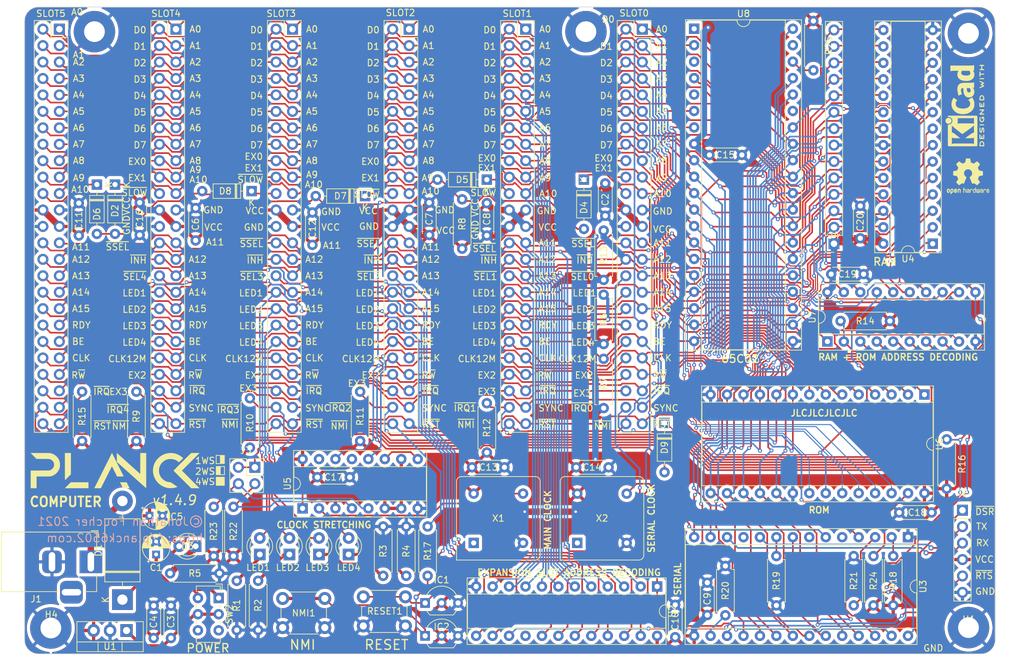
<source format=kicad_pcb>
(kicad_pcb (version 20221018) (generator pcbnew)
  (title_block (title "Planck computer") (date "2023-02-09") (rev "${VERSION}") (company "Six Pixels"))
  (layers (0 "F.Cu" signal) (31 "B.Cu" signal) (34 "B.Paste" user) (35 "F.Paste" user) (36 "B.SilkS" user "B.Silkscreen") (37 "F.SilkS" user "F.Silkscreen") (38 "B.Mask" user) (39 "F.Mask" user) (44 "Edge.Cuts" user))
  (property "DATE" "2023-10-22")
  (property "VERSION" "v1.4.9")
  (net 0 "")
  (net 1 "RDY")
  (net 2 "A15")
  (net 3 "A14")
  (net 4 "A13")
  (net 5 "A12")
  (net 6 "A11")
  (net 7 "GND")
  (net 8 "+5V")
  (net 9 "A10")
  (net 10 "A9")
  (net 11 "A8")
  (net 12 "D7")
  (net 13 "A7")
  (net 14 "D6")
  (net 15 "A6")
  (net 16 "D5")
  (net 17 "A5")
  (net 18 "D4")
  (net 19 "A4")
  (net 20 "D3")
  (net 21 "A3")
  (net 22 "D2")
  (net 23 "A2")
  (net 24 "D1")
  (net 25 "A1")
  (net 26 "D0")
  (net 27 "A0")
  (net 28 "CLK")
  (net 29 "BE")
  (net 30 "SYNC")
  (net 31 "EX1")
  (net 32 "EX0")
  (net 33 "Net-(D1-K)")
  (net 34 "LED1")
  (net 35 "LED2")
  (net 36 "LED3")
  (net 37 "LED4")
  (net 38 "Net-(D1-A)")
  (net 39 "Net-(D2-K)")
  (net 40 "Net-(D3-K)")
  (net 41 "~{INH}")
  (net 42 "~{RESET}")
  (net 43 "R~{W}")
  (net 44 "~{SSEL}")
  (net 45 "~{IRQ4}")
  (net 46 "~{IRQ3}")
  (net 47 "~{IRQ2}")
  (net 48 "~{IRQ1}")
  (net 49 "~{NMI}")
  (net 50 "~{IRQ}")
  (net 51 "CLK_12M")
  (net 52 "/CLK_24M")
  (net 53 "EX3")
  (net 54 "EX2")
  (net 55 "~{SLOT1}")
  (net 56 "~{SLOT2}")
  (net 57 "~{SLOT3}")
  (net 58 "~{SLOT4}")
  (net 59 "~{SLOT5}")
  (net 60 "/DS2")
  (net 61 "/DS1")
  (net 62 "~{IRQ5}")
  (net 63 "~{ROM_CS}")
  (net 64 "~{RAM_CS}")
  (net 65 "~{RAMW}")
  (net 66 "Net-(D4-K)")
  (net 67 "Net-(D5-K)")
  (net 68 "Net-(D6-K)")
  (net 69 "~{SLOW}")
  (net 70 "Net-(D7-K)")
  (net 71 "~{SER}")
  (net 72 "~{SER_IRQ}")
  (net 73 "~{IRQ0}")
  (net 74 "/~{RTS}")
  (net 75 "/~{DSR}")
  (net 76 "~{SLOT0}")
  (net 77 "Net-(D8-K)")
  (net 78 "Net-(LED1-K)")
  (net 79 "Net-(LED2-K)")
  (net 80 "Net-(LED3-K)")
  (net 81 "/~{CTS}")
  (net 82 "Net-(LED4-K)")
  (net 83 "Net-(IC2-{slash}RST)")
  (net 84 "/RX")
  (net 85 "/TX")
  (net 86 "Net-(U3-CS1)")
  (net 87 "Net-(U3-~{DCD})")
  (net 88 "Net-(U6-~{WE})")
  (net 89 "Net-(U8-~{SO})")
  (net 92 "Net-(U3-XTAL1)")
  (net 95 "Net-(U5-Q3)")
  (net 105 "Net-(U1-IN)")
  (footprint "Capacitor_THT:C_Disc_D4.3mm_W1.9mm_P5.00mm" (layer "F.Cu") (at 89.662 32.258 90)
    (fp_text reference "C2")
    (fp_text value "1u")
  )
  (footprint "LED_THT:LED_D3.0mm" (layer "F.Cu") (at 36.322 84.582 90)
    (fp_text reference "LED1")
    (fp_text value "LED")
  )
  (footprint "LED_THT:LED_D3.0mm" (layer "F.Cu") (at 45.466 84.582 90)
    (fp_text reference "LED3")
    (fp_text value "LED")
  )
  (footprint "Resistor_THT:R_Axial_DIN0207_L6.3mm_D2.5mm_P7.62mm_Horizontal" (layer "F.Cu") (at 89.408 52.07 90)
    (fp_text reference "R6")
    (fp_text value "10k")
  )
  (footprint "Resistor_THT:R_Axial_DIN0207_L6.3mm_D2.5mm_P7.62mm_Horizontal" (layer "F.Cu") (at 67.564 37.338 90)
    (fp_text reference "R8")
    (fp_text value "1k")
  )
  (footprint "Resistor_THT:R_Axial_DIN0207_L6.3mm_D2.5mm_P7.62mm_Horizontal" (layer "F.Cu") (at 17.272 67.056 90)
    (fp_text reference "R9")
    (fp_text value "1k")
  )
  (footprint "Resistor_THT:R_Axial_DIN0207_L6.3mm_D2.5mm_P7.62mm_Horizontal" (layer "F.Cu") (at 34.798 68.072 90)
    (fp_text reference "R10")
    (fp_text value "1k")
  )
  (footprint "Resistor_THT:R_Axial_DIN0207_L6.3mm_D2.5mm_P7.62mm_Horizontal" (layer "F.Cu") (at 51.816 67.056 90)
    (fp_text reference "R11")
    (fp_text value "1k")
  )
  (footprint "Resistor_THT:R_Axial_DIN0207_L6.3mm_D2.5mm_P7.62mm_Horizontal" (layer "F.Cu") (at 71.374 68.834 90)
    (fp_text reference "R12")
    (fp_text value "1k")
  )
  (footprint "Resistor_THT:R_Axial_DIN0207_L6.3mm_D2.5mm_P7.62mm_Horizontal" (layer "F.Cu") (at 89.408 61.976 90)
    (fp_text reference "R7")
    (fp_text value "10k")
  )
  (footprint "Connector_PinSocket_2.54mm:PinSocket_2x25_P2.54mm_Vertical" (layer "F.Cu") (at 41.377 3.429)
    (fp_text reference "SLOT3")
    (fp_text value "Conn_01x40")
  )
  (footprint "Connector_PinSocket_2.54mm:PinSocket_2x25_P2.54mm_Vertical" (layer "F.Cu") (at 23.377 3.429)
    (fp_text reference "SLOT4")
    (fp_text value "Conn_01x40")
  )
  (footprint "Connector_PinSocket_2.54mm:PinSocket_2x25_P2.54mm_Vertical" (layer "F.Cu") (at 5.377 3.429)
    (fp_text reference "SLOT5")
    (fp_text value "Conn_01x40")
  )
  (footprint "Connector_PinSocket_2.54mm:PinSocket_2x25_P2.54mm_Vertical" (layer "F.Cu") (at 77.377 3.429)
    (fp_text reference "SLOT1")
    (fp_text value "Conn_01x40")
  )
  (footprint "LED_THT:LED_D3.0mm" (layer "F.Cu") (at 50.038 84.582 90)
    (fp_text reference "LED4")
    (fp_text value "LED")
  )
  (footprint "Resistor_THT:R_Axial_DIN0207_L6.3mm_D2.5mm_P7.62mm_Horizontal" (layer "F.Cu") (at 58.928 87.884 90)
    (fp_text reference "R4")
    (fp_text value "470R")
  )
  (footprint "LED_THT:LED_D3.0mm" (layer "F.Cu") (at 40.894 84.582 90)
    (fp_text reference "LED2")
    (fp_text value "LED")
  )
  (footprint "Capacitor_THT:C_Disc_D4.3mm_W1.9mm_P5.00mm" (layer "F.Cu") (at 44.45 31.75 -90)
    (fp_text reference "C12")
    (fp_text value "1u")
  )
  (footprint "Capacitor_THT:C_Disc_D4.3mm_W1.9mm_P5.00mm" (layer "F.Cu") (at 8.382 35.306 90)
    (fp_text reference "C11")
    (fp_text value "1u")
  )
  (footprint "Capacitor_THT:C_Disc_D4.3mm_W1.9mm_P5.00mm" (layer "F.Cu") (at 17.78 30.226 -90)
    (fp_text reference "C16")
    (fp_text value "1u")
  )
  (footprint "Capacitor_THT:C_Disc_D4.3mm_W1.9mm_P5.00mm" (layer "F.Cu") (at 26.416 36.068 90)
    (fp_text reference "C6")
    (fp_text value "1u")
  )
  (footprint "Capacitor_THT:C_Disc_D4.3mm_W1.9mm_P5.00mm" (layer "F.Cu") (at 71.374 35.306 90)
    (fp_text reference "C8")
    (fp_text value "1u")
  )
  (footprint "Button_Switch_THT:SW_PUSH_6mm" (layer "F.Cu") (at 58.801 95.631 180)
    (fp_text reference "RESET1")
    (fp_text value "SW_Push")
  )
  (footprint "LED_THT:LED_D3.0mm" (layer "F.Cu") (at 26.421 83.312 180)
    (fp_text reference "D3")
    (fp_text value "LED")
  )
  (footprint "Resistor_THT:R_Axial_DIN0207_L6.3mm_D2.5mm_P7.62mm_Horizontal" (layer "F.Cu") (at 22.479 87.503)
    (fp_text reference "R5")
    (fp_text value "470R")
  )
  (footprint "Capacitor_THT:C_Disc_D4.3mm_W1.9mm_P5.00mm" (layer "F.Cu") (at 105.41 93.94 90)
    (fp_text reference "C9")
    (fp_text value "10n")
  )
  (footprint "Resistor_THT:R_Axial_DIN0207_L6.3mm_D2.5mm_P7.62mm_Horizontal" (layer "F.Cu") (at 89.408 42.164 90)
    (fp_text reference "R13")
    (fp_text value "1k")
  )
  (footprint "Connector_PinSocket_2.54mm:PinSocket_2x25_P2.54mm_Vertical" (layer "F.Cu") (at 59.377 3.429)
    (fp_text reference "SLOT2")
    (fp_text value "Conn_01x40")
  )
  (footprint "Package_DIP:DIP-16_W7.62mm_Socket" (layer "F.Cu") (at 42.926 77.47 90)
    (fp_text reference "U5")
    (fp_text value "74AC161")
  )
  (footprint "Diode_THT:D_DO-35_SOD27_P7.62mm_Horizontal" (layer "F.Cu") (at 13.97 27.432 -90)
    (fp_text reference "D2")
    (fp_text value "1N4148")
  )
  (footprint "Diode_THT:D_DO-35_SOD27_P7.62mm_Horizontal" (layer "F.Cu") (at 11.176 27.432 -90)
    (fp_text reference "D6")
    (fp_text value "1N4148")
  )
  (footprint "Diode_THT:D_DO-35_SOD27_P7.62mm_Horizontal" (layer "F.Cu") (at 52.578 29.21 180)
    (fp_text reference "D7")
    (fp_text value "1N4148")
  )
  (footprint "Diode_THT:D_DO-35_SOD27_P7.62mm_Horizontal" (layer "F.Cu") (at 35.052 28.448 180)
    (fp_text reference "D8")
    (fp_text value "1N4148")
  )
  (footprint "MountingHole:MountingHole_3.2mm_M3_Pad" (layer "F.Cu") (at 86.6775 3.81)
    (fp_text reference "H3")
    (fp_text value "MountingHole_Pad")
  )
  (footprint "MountingHole:MountingHole_3.2mm_M3_Pad" (layer "F.Cu") (at 4.064 95.9485)
    (fp_text reference "H4")
    (fp_text value "MountingHole_Pad")
  )
  (footprint "MountingHole:MountingHole_3.2mm_M3_Pad" (layer "F.Cu") (at 10.795 3.81)
    (fp_text reference "H5")
    (fp_text value "MountingHole_Pad")
  )
  (footprint "Capacitor_THT:C_Disc_D4.3mm_W1.9mm_P5.00mm" (layer "F.Cu") (at 129.032 30.734 -90)
    (fp_text reference "C20")
    (fp_text value "10n")
  )
  (footprint "Capacitor_THT:C_Disc_D4.3mm_W1.9mm_P5.00mm" (layer "F.Cu") (at 110.744 22.86 180)
    (fp_text reference "C15")
    (fp_text value "10n")
  )
  (footprint "Capacitor_THT:C_Disc_D4.3mm_W1.9mm_P5.00mm" (layer "F.Cu") (at 135.041 78.105)
    (fp_text reference "C18")
    (fp_text value "10n")
  )
  (footprint "Package_DIP:DIP-20_W7.62mm_Socket" (layer "F.Cu") (at 123.952 51.689 90)
    (fp_text reference "U7")
    (fp_text value "GAL16V8")
  )
  (footprint "Package_DIP:DIP-28_W15.24mm_Socket" (layer "F.Cu") (at 138.938 59.8805 -90)
    (fp_text reference "U6")
    (fp_text value "28C256")
  )
  (footprint "Package_DIP:DIP-28_W15.24mm_Socket" (layer "F.Cu") (at 136.398 81.915 -90)
    (fp_text reference "U3")
    (fp_text value "W65C51NxP")
  )
  (footprint "MountingHole:MountingHole_3.2mm_M3_Pad" (layer "F.Cu") (at 145.7325 95.885)
    (fp_text reference "H1")
    (fp_text value "MountingHole_Pad")
  )
  (footprint "MountingHole:MountingHole_3.2mm_M3_Pad" (layer "F.Cu") (at 145.7325 4.064)
    (fp_text reference "H2" hide)
    (fp_text value "MountingHole_Pad")
  )
  (footprint "Connector_PinSocket_2.54mm:PinSocket_1x06_P2.54mm_Vertical" (layer "F.Cu") (at 144.805 77.749)
    (fp_text reference "J2")
    (fp_text value "Conn_01x06")
  )
  (footprint "Capacitor_THT:C_Disc_D4.3mm_W1.9mm_P5.00mm" (layer "F.Cu") (at 100.457 92.369 -90)
    (fp_text reference "C10")
    (fp_text value "10n")
  )
  (footprint "Connector_PinSocket_2.54mm:PinSocket_2x25_P2.54mm_Vertical" (layer "F.Cu") (at 95.377 3.429)
    (fp_text reference "SLOT0")
    (fp_text value "Conn_01x40")
  )
  (footprint "Resistor_THT:R_Axial_DIN0207_L6.3mm_D2.5mm_P7.62mm_Horizontal" (layer "F.Cu") (at 133.604 48.514 180)
    (fp_text reference "R14")
    (fp_text value "1k")
  )
  (footprint "Resistor_THT:R_Axial_DIN0207_L6.3mm_D2.5mm_P7.62mm_Horizontal" (layer "F.Cu") (at 8.89 67.056 90)
    (fp_text reference "R15")
    (fp_text value "1k")
  )
  (footprint "Package_DIP:DIP-40_W15.24mm_Socket" (layer "F.Cu") (at 103.378 3.3655)
    (fp_text reference "U8")
    (fp_text value "W65C02SxP")
  )
  (footprint "Resistor_THT:R_Axial_DIN0207_L6.3mm_D2.5mm_P7.62mm_Horizontal" (layer "F.Cu") (at 131.064 92.456 90)
    (fp_text reference "R24")
    (fp_text value "10k")
  )
  (footprint "Capacitor_THT:CP_Radial_D4.0mm_P2.00mm" (layer "F.Cu") (at 20.32 84.583396 90)
    (fp_text reference "C1")
    (fp_text value "47u")
  )
  (footprint "Capacitor_THT:C_Disc_D4.3mm_W1.9mm_P5.00mm" (layer "F.Cu") (at 45.212 72.644)
    (fp_text reference "C17")
    (fp_text value "10n")
  )
  (footprint "Package_DIP:DIP-24_W7.62mm_Socket" (layer "F.Cu") (at 97.663 89.535 -90)
    (fp_text reference "U2")
    (fp_text value "AT22V10")
  )
  (footprint "Resistor_THT:R_Axial_DIN0207_L6.3mm_D2.5mm_P7.62mm_Horizontal" (layer "F.Cu") (at 32.766 88.646 -90)
    (fp_text reference "R1")
    (fp_text value "470R")
  )
  (footprint "Resistor_THT:R_Axial_DIN0207_L6.3mm_D2.5mm_P7.62mm_Horizontal" (layer "F.Cu") (at 134.112 84.836 -90)
    (fp_text reference "R18")
    (fp_text value "10k")
  )
  (footprint "Capacitor_THT:C_Disc_D4.3mm_W1.9mm_P5.00mm" (layer "F.Cu") (at 62.484 30.226 -90)
    (fp_text reference "C7")
    (fp_text value "1u")
  )
  (footprint "Diode_THT:D_DO-35_SOD27_P7.62mm_Horizontal" (layer "F.Cu") (at 71.374 26.67 180)
    (fp_text reference "D5")
    (fp_text value "1N4148")
  )
  (footprint "Diode_THT:D_DO-35_SOD27_P7.62mm_Horizontal" (layer "F.Cu") (at 86.36 26.67 -90)
    (fp_text reference "D4")
    (fp_text value "1N4148")
  )
  (footprint "Oscillator:Oscillator_DIP-8" (layer "F.Cu") (at 85.344 82.804)
    (fp_text reference "X2")
    (fp_text value "1.8432MHz")
  )
  (footprint "Resistor_THT:R_Axial_DIN0207_L6.3mm_D2.5mm_P7.62mm_Horizontal" (layer "F.Cu") (at 116.078 92.456 90)
    (fp_text reference "R19")
    (fp_text value "10k")
  )
  (footprint "Resistor_THT:R_Axial_DIN0207_L6.3mm_D2.5mm_P7.62mm_Horizontal" (layer "F.Cu") (at 128.016 84.836 -90)
    (fp_text reference "R21")
    (fp_text value "10k")
  )
  (footprint "Oscillator:Oscillator_DIP-8" (layer "F.Cu") (at 69.342 82.804)
    (fp_text reference "X1")
    (fp_text value "24MHz")
  )
  (footprint "Capacitor_THT:C_Disc_D4.3mm_W1.9mm_P5.00mm" (layer "F.Cu") (at 69.088 71.12)
    (fp_text reference "C13")
    (fp_text value "10n")
  )
  (footprint "Capacitor_THT:C_Disc_D4.3mm_W1.9mm_P5.00mm" (layer "F.Cu") (at 90.17 71.12 180)
    (fp_text reference "C14")
    (fp_text value "10n")
  )
  (footprint "Resistor_THT:R_Axial_DIN0207_L6.3mm_D2.5mm_P7.62mm_Horizontal" (layer "F.Cu") (at 55.372 87.884 90)
    (fp_text reference "R3")
    (fp_text value "470R")
  )
  (footprint "Resistor_THT:R_Axial_DIN0207_L6.3mm_D2.5mm_P7.62mm_Horizontal" (layer "F.Cu") (at 36.068 88.646 -90)
    (fp_text reference "R2")
    (fp_text value "470R")
  )
  (footprint "Connector_PinSocket_2.54mm:PinSocket_1x14_P2.54mm_Vertical" (layer "F.Cu") (at 124.968 36.576 180)
    (fp_text reference "J4")
    (fp_text value "Conn_01x14")
  )
  (footprint "Package_DIP:DIP-28_W7.62mm_Socket" (layer "F.Cu") (at 140.208 36.576 180)
    (fp_text reference "U4")
    (fp_text value "HM62256BLP")
  )
  (footprint "Capacitor_THT:C_Disc_D4.3mm_W1.9mm_P5.00mm" (layer "F.Cu") (at 129.54 41.275 180)
    (fp_text reference "C19")
    (fp_text value "10n")
  )
  (footprint "Resistor_THT:R_Axial_DIN0207_L6.3mm_D2.5mm_P7.62mm_Horizontal" (layer "F.Cu") (at 121.793 2.159 -90)
    (fp_text reference "R25")
    (fp_text value "10k")
  )
  (footprint "Connector_PinHeader_2.54mm:PinHeader_2x02_P2.54mm_Vertical" (layer "F.Cu") (at 35.56 71.12 -90)
    (fp_text reference "J3")
    (fp_text value "Conn_02x02_Odd_Even")
  )
  (footprint "Resistor_THT:R_Axial_DIN0207_L6.3mm_D2.5mm_P7.62mm_Horizontal" (layer "F.Cu") (at 32.258 84.836 90)
    (fp_text reference "R22")
    (fp_text value "1k")
  )
  (footprint "Resistor_THT:R_Axial_DIN0207_L6.3mm_D2.5mm_P7.62mm_Horizontal" (layer "F.Cu") (at 108.204 86.36 -90)
    (fp_text reference "R20")
    (fp_text value "10k")
  )
  (footprint "Resistor_THT:R_Axial_DIN0207_L6.3mm_D2.5mm_P7.62mm_Horizontal" (layer "F.Cu") (at 29.21 84.836 90)
    (fp_text reference "R23")
    (fp_text value "1k")
  )
  (footprint "Diode_THT:D_DO-35_SOD27_P7.62mm_Horizontal" (layer "F.Cu") (at 98.806 64.262 -90)
    (fp_text reference "D9")
    (fp_text value "1N4148")
  )
  (footprint "Diode_THT:D_DO-201AD_P15.24mm_Horizontal" (layer "F.Cu") (at 15.113 91.567 90)
    (fp_text reference "D1")
    (fp_text value "1N5822")
  )
  (footprint "Symbol:KiCad-Logo2_5mm_SilkScreen" (layer "F.Cu") (at 145.161 15.24 90)
    (fp_text reference "REF**" hide)
    (fp_text value "KiCad-Logo2_5mm_SilkScreen" hide)
  )
  (footprint "Package_TO_SOT_THT:TO-92_Inline_Wide" (layer "F.Cu") (at 61.849 97.155)
    (fp_text reference "IC2")
    (fp_text value "DS1813")
  )
  (footprint "w_conn_av:BarrelJack_Horizontal" (layer "F.Cu") (at 10.239 85.725)
    (fp_text reference "J1")
    (fp_text value "Barrel_Jack")
  )
  (footprint "Resistor_THT:R_Axial_DIN0207_L6.3mm_D2.5mm_P7.62mm_Horizontal" (layer "F.Cu") (at 142.367 66.802 -90)
    (fp_text reference "R16")
    (fp_text value "10k")
  )
  (footprint "Package_TO_SOT_THT:TO-92_Inline_Wide" (layer "F.Cu") (at 61.849 92.075)
    (fp_text reference "IC1")
    (fp_text value "DS1813")
  )
  (footprint "Symbol:OSHW-Logo2_7.3x6mm_SilkScreen" (layer "F.Cu") (at 145.669 26.162)
    (fp_text reference "REF**" hide)
    (fp_text value "OSHW-Logo2_7.3x6mm_SilkScreen" hide)
  )
  (footprint "Capacitor_THT:C_Disc_D4.3mm_W1.9mm_P5.00mm" (layer "F.Cu") (at 19.939 97.496 90)
    (fp_text reference "C4")
    (fp_text value ".1u")
  )
  (footprint "Button_Switch_THT:SW_E-Switch_EG1271_SPDT" (layer "F.Cu") (at 29.972 91.313 -90)
    (fp_text reference "SW2")
    (fp_text value "SW_Push_DPDT")
  )
  (footprint "Logo:logo" (layer "F.Cu") (at 13.97 71.628)
    (fp_text reference "G***" hide)
    (fp_text value "LOGO" hide)
  )
  (footprint "Capacitor_THT:CP_Radial_D4.0mm_P2.00mm" (layer "F.Cu") (at 19.304 78.613)
    (fp_text reference "C5")
    (fp_text value "47u")
  )
  (footprint "Package_TO_SOT_THT:TO-220-3_Vertical" (layer "F.Cu") (at 15.748 96.337 180)
    (fp_text reference "U1")
    (fp_text value "L7805")
  )
  (footprint "Button_Switch_THT:SW_PUSH_6mm" (layer "F.Cu") (at 46.355 95.885 180)
    (fp_text reference "NMI1")
    (fp_text value "SW_Push")
  )
  (footprint "Capacitor_THT:C_Disc_D4.3mm_W1.9mm_P5.00mm" (layer "F.Cu") (at 22.606 97.496 90)
    (fp_text reference "C3")
    (fp_text value ".1u")
  )
  (footprint "Resistor_THT:R_Axial_DIN0207_L6.3mm_D2.5mm_P7.62mm_Horizontal" (layer "F.Cu") (at 62.23 80.264 -90)
    (fp_text reference "R17")
    (fp_text value "4.7k")
  )
  (gr_line (start 30.861 72.263) (end 30.226 72.263) (stroke (width 0.12)) (layer "F.SilkS"))
  (gr_line (start 29.591 70.5485) (end 30.226 70.5485) (stroke (width 0.12)) (layer "F.SilkS"))
  (gr_poly (pts (xy 30.861 73.914) (xy 29.591 73.914) (xy 29.591 72.644) (xy 30.861 72.644)) (stroke (width 0.1)) (fill solid) (layer "F.SilkS"))
  (gr_poly (pts (xy 30.226 72.263) (xy 29.591 72.263) (xy 29.591 70.993) (xy 30.226 70.993)) (stroke (width 0.1)) (fill solid) (layer "F.SilkS"))
  (gr_line (start 30.226 70.993) (end 30.861 70.993) (stroke (width 0.12)) (layer "F.SilkS"))
  (gr_poly (pts (xy 30.861 70.5485) (xy 30.226 70.5485) (xy 30.226 69.2785) (xy 30.861 69.2785)) (stroke (width 0.1)) (fill solid) (layer "F.SilkS"))
  (gr_line (start 29.591 69.2785) (end 29.591 70.5485) (stroke (width 0.12)) (layer "F.SilkS"))
  (gr_line (start 30.861 70.993) (end 30.861 72.263) (stroke (width 0.12)) (layer "F.SilkS"))
  (gr_line (start 30.226 69.2785) (end 29.591 69.2785) (stroke (width 0.12)) (layer "F.SilkS"))
  (gr_arc (start 0 2.159) (mid 0.632356 0.632356) (end 2.159 0) (stroke (width 0.05)) (layer "Edge.Cuts"))
  (gr_line (start 149.86 2.54) (end 149.86 97.79) (stroke (width 0.1)) (layer "Edge.Cuts"))
  (gr_arc (start 147.32 0) (mid 149.116051 0.743949) (end 149.86 2.54) (stroke (width 0.05)) (layer "Edge.Cuts"))
  (gr_arc (start 149.86 97.79) (mid 149.227644 99.316644) (end 147.701 99.949) (stroke (width 0.05)) (layer "Edge.Cuts"))
  (gr_line (start 147.701 99.949) (end 2.159 99.949) (stroke (width 0.1)) (layer "Edge.Cuts"))
  (gr_line (start 0 97.79) (end 0 2.159) (stroke (width 0.1)) (layer "Edge.Cuts"))
  (gr_line (start 2.159 0) (end 147.32 0) (stroke (width 0.1)) (layer "Edge.Cuts"))
  (gr_arc (start 2.159 99.949) (mid 0.632356 99.316644) (end 0 97.79) (stroke (width 0.05)) (layer "Edge.Cuts"))
  (gr_text "https://planck6502.com" (at 27.686 82.042) (layer "B.SilkS") (effects (font (size 1.3 1.3)) (justify left mirror)))
  (gr_text "©Jonathan Foucher 2021" (at 27.686 79.502) (layer "B.SilkS") (effects (font (size 1.3 1.3)) (justify left mirror)))
  (gr_text "A0" (at 79.375 3.429) (layer "F.SilkS") (effects (font (size 1 1)) (justify left)))
  (gr_text "D0" (at 72.898 3.556) (layer "F.SilkS") (effects (font (size 1 1)) (justify right)))
  (gr_text "D1" (at 72.898 6.096) (layer "F.SilkS") (effects (font (size 1 1)) (justify right)))
  (gr_text "D2" (at 72.898 8.636) (layer "F.SilkS") (effects (font (size 1 1)) (justify right)))
  (gr_text "D3" (at 72.898 11.176) (layer "F.SilkS") (effects (font (size 1 1)) (justify right)))
  (gr_text "D4" (at 72.898 13.716) (layer "F.SilkS") (effects (font (size 1 1)) (justify right)))
  (gr_text "D5" (at 72.898 16.256) (layer "F.SilkS") (effects (font (size 1 1)) (justify right)))
  (gr_text "D6" (at 72.898 18.796) (layer "F.SilkS") (effects (font (size 1 1)) (justify right)))
  (gr_text "D7" (at 72.898 21.336) (layer "F.SilkS") (effects (font (size 1 1)) (justify right)))
  (gr_text "EX0" (at 72.898 23.368) (layer "F.SilkS") (effects (font (size 1 1)) (justify right)))
  (gr_text "EX1" (at 72.898 24.892) (layer "F.SilkS") (effects (font (size 1 1)) (justify right)))
  (gr_text "~{INH}" (at 87.884 39.116) (layer "F.SilkS") (effects (font (size 1 1)) (justify right)))
  (gr_text "~{SSEL}" (at 88.138 36.576) (layer "F.SilkS") (effects (font (size 1 1)) (justify right)))
  (gr_text "LED1" (at 72.898 44.196) (layer "F.SilkS") (effects (font (size 1 1)) (justify right)))
  (gr_text "LED2" (at 72.898 46.736) (layer "F.SilkS") (effects (font (size 1 1)) (justify right)))
  (gr_text "LED3" (at 72.898 49.276) (layer "F.SilkS") (effects (font (size 1 1)) (justify right)))
  (gr_text "LED4" (at 72.898 51.816) (layer "F.SilkS") (effects (font (size 1 1)) (justify right)))
  (gr_text "VCC" (at 69.596 32.512 90) (layer "F.SilkS") (effects (font (size 1 1)) (justify left)))
  (gr_text "GND" (at 69.596 36.068 90) (layer "F.SilkS") (effects (font (size 1 1)) (justify left)))
  (gr_text "A3" (at 7.375 11.049) (layer "F.SilkS") (effects (font (size 1 1)) (justify left)))
  (gr_text "A4" (at 7.375 13.589) (layer "F.SilkS") (effects (font (size 1 1)) (justify left)))
  (gr_text "A5" (at 7.375 16.129) (layer "F.SilkS") (effects (font (size 1 1)) (justify left)))
  (gr_text "A6" (at 7.375 18.669) (layer "F.SilkS") (effects (font (size 1 1)) (justify left)))
  (gr_text "A7" (at 7.375 21.209) (layer "F.SilkS") (effects (font (size 1 1)) (justify left)))
  (gr_text "A8" (at 7.375 23.749) (layer "F.SilkS") (effects (font (size 1 1)) (justify left)))
  (gr_text "A9" (at 7.375 26.416) (layer "F.SilkS") (effects (font (size 1 1)) (justify left)))
  (gr_text "A10" (at 7.112 28.194) (layer "F.SilkS") (effects (font (size 1 1)) (justify left)))
  (gr_text "A0" (at 7.112 0.762) (layer "F.SilkS") (effects (font (size 1 1)) (justify left)))
  (gr_text "A1" (at 7.366 7.366) (layer "F.SilkS") (effects (font (size 1 1)) (justify left)))
  (gr_text "A2" (at 7.375 8.509) (layer "F.SilkS") (effects (font (size 1 1)) (justify left)))
  (gr_text "LED1" (at 18.898 44.196) (layer "F.SilkS") (effects (font (size 1 1)) (justify right)))
  (gr_text "LED2" (at 18.898 46.736) (layer "F.SilkS") (effects (font (size 1 1)) (justify right)))
  (gr_text "LED3" (at 18.898 49.276) (layer "F.SilkS") (effects (font (size 1 1)) (justify right)))
  (gr_text "LED4" (at 18.898 51.816) (layer "F.SilkS") (effects (font (size 1 1)) (justify right)))
  (gr_text "EX0" (at 18.898 23.876) (layer "F.SilkS") (effects (font (size 1 1)) (justify right)))
  (gr_text "D1" (at 18.898 6.096) (layer "F.SilkS") (effects (font (size 1 1)) (justify right)))
  (gr_text "D2" (at 18.898 8.636) (layer "F.SilkS") (effects (font (size 1 1)) (justify right)))
  (gr_text "D3" (at 18.898 11.176) (layer "F.SilkS") (effects (font (size 1 1)) (justify right)))
  (gr_text "D4" (at 18.898 13.716) (layer "F.SilkS") (effects (font (size 1 1)) (justify right)))
  (gr_text "D5" (at 18.898 16.256) (layer "F.SilkS") (effects (font (size 1 1)) (justify right)))
  (gr_text "D6" (at 18.898 18.796) (layer "F.SilkS") (effects (font (size 1 1)) (justify right)))
  (gr_text "~{NMI}" (at 16.256 64.77) (layer "F.SilkS") (effects (font (size 1 1)) (justify right)))
  (gr_text "EX1" (at 18.898 26.416) (layer "F.SilkS") (effects (font (size 1 1)) (justify right)))
  (gr_text "~{IRQ4}" (at 16.256 62.23) (layer "F.SilkS") (effects (font (size 1 1)) (justify right)))
  (gr_text "D7" (at 18.898 21.336) (layer "F.SilkS") (effects (font (size 1 1)) (justify right)))
  (gr_text "VCC" (at 27.661 34.036) (layer "F.SilkS") (effects (font (size 1 1)) (justify left)))
  (gr_text "GND" (at 27.534 31.369) (layer "F.SilkS") (effects (font (size 1 1)) (justify left)))
  (gr_text "A11" (at 7.248 37.084) (layer "F.SilkS") (effects (font (size 1 1)) (justify left)))
  (gr_text "A12" (at 7.248 38.989) (layer "F.SilkS") (effects (font (size 1 1)) (justify left)))
  (gr_text "A13" (at 7.248 41.529) (layer "F.SilkS") (effects (font (size 1 1)) (justify left)))
  (gr_text "A14" (at 7.248 44.069) (layer "F.SilkS") (effects (font (size 1 1)) (justify left)))
  (gr_text "A15" (at 7.248 46.609) (layer "F.SilkS") (effects (font (size 1 1)) (justify left)))
  (gr_text "RDY" (at 7.248 49.149) (layer "F.SilkS") (effects (font (size 1 1)) (justify left)))
  (gr_text "BE" (at 7.248 51.689) (layer "F.SilkS") (effects (font (size 1 1)) (justify left)))
  (gr_text "CLK" (at 7.248 54.229) (layer "F.SilkS") (effects (font (size 1 1)) (justify left)))
  (gr_text "R~{W}" (at 61.248 56.896) (layer "F.SilkS") (effects (font (size 1 1)) (justify left)))
  (gr_text "~{IRQ}" (at 10.541 59.436) (layer "F.SilkS") (effects (font (size 1 1)) (justify left)))
  (gr_text "SYNC" (at 25.248 61.976) (layer "F.SilkS") (effects (font (size 1 1)) (justify left)))
  (gr_text "~{RST}" (at 96.994 64.516) (layer "F.SilkS") (effects (font (size 1 1)) (justify left)))
  (gr_text "GND" (at 15.748 35.306 90) (layer "F.SilkS") (effects (font (size 1 1)) (justify left)))
  (gr_text "VCC" (at 15.748 32.258 90) (layer "F.SilkS") (effects (font (size 1 1)) (justify left)))
  (gr_text "D0" (at 18.898 3.556) (layer "F.SilkS") (effects (font (size 1 1)) (justify right)))
  (gr_text "NMI" (at 42.926 98.552) (layer "F.SilkS") (effects (font (size 1.5 1.5) (thickness 0.2))))
  (gr_text "POWER\n" (at 28.321 99.06) (layer "F.SilkS") (effects (font (size 1.3 1.3) (thickness 0.2))))
  (gr_text "~{SEL4}" (at 18.945 41.678) (layer "F.SilkS") (effects (font (size 1 1)) (justify right)))
  (gr_text "~{INH}" (at 18.945 39.138) (layer "F.SilkS") (effects (font (size 1 1)) (justify right)))
  (gr_text "~{SLOW}" (at 19.05 28.702) (layer "F.SilkS") (effects (font (size 1 1)) (justify right)))
  (gr_text "~{SLOW}" (at 72.898 28.702) (layer "F.SilkS") (effects (font (size 1 1)) (justify right)))
  (gr_text "~{NMI}" (at 90.678 64.77) (layer "F.SilkS") (effects (font (size 1 1)) (justify right)))
  (gr_text "~{RST}" (at 10.541 64.77) (layer "F.SilkS") (effects (font (size 1 1)) (justify left)))
  (gr_text "~{IRQ}" (at 97.037 59.309) (layer "F.SilkS") (effects (font (size 1 1)) (justify left)))
  (gr_text "EX3" (at 87.63 59.69) (layer "F.SilkS") (effects (font (size 1 1)) (justify right)))
  (gr_text "~{IRQ0}" (at 87.884 61.976) (layer "F.SilkS") (effects (font (size 1 1)) (justify right)))
  (gr_text "CLK12M" (at 88.392 54.356) (layer "F.SilkS") (effects (font (size 1 1)) (justify right)))
  (gr_text "EX2" (at 87.884 56.896) (layer "F.SilkS") (effects (font (size 1 1)) (justify right)))
  (gr_text "R~{W}" (at 7.146 56.896) (layer "F.SilkS") (effects (font (size 1 1)) (justify left)))
  (gr_text "${VERSION}" (at 26.67 76.2) (layer "F.SilkS") (effects (font (size 1.5 1.5) (thickness 0.2) italic) (justify right)))
  (gr_text "~{SSEL}" (at 16.256 37.084) (layer "F.SilkS") (effects (font (size 1 1)) (justify right)))
  (gr_text "CLK12M" (at 18.898 54.356) (layer "F.SilkS") (effects (font (size 1 1)) (justify right)))
  (gr_text "MAIN CLOCK" (at 80.772 79.248 90) (layer "F.SilkS") (effects (font (size 1 1) (thickness 0.2))))
  (gr_text "EX2" (at 18.898 56.896) (layer "F.SilkS") (effects (font (size 1 1)) (justify right)))
  (gr_text "EX3" (at 16.002 59.436) (layer "F.SilkS") (effects (font (size 1 1)) (justify right)))
  (gr_text "2WS" (at 27.8765 71.755) (layer "F.SilkS") (effects (font (size 1 1))))
  (gr_text "4WS" (at 27.8765 73.3425) (layer "F.SilkS") (effects (font (size 1 1))))
  (gr_text "VCC" (at 96.9305 34.3535) (layer "F.SilkS") (effects (font (size 1 1)) (justify left)))
  (gr_text "GND" (at 96.901 31.5595) (layer "F.SilkS") (effects (font (size 1 1)) (justify left)))
  (gr_text "TX" (at 146.812 80.264) (layer "F.SilkS") (effects (font (size 1 1)) (justify left)))
  (gr_text "RAM + ROM ADDRESS DECODING" (at 134.874 54.102) (layer "F.SilkS") (effects (font (size 1 1) (thickness 0.2))))
  (gr_text "RX" (at 146.812 82.804) (layer "F.SilkS") (effects (font (size 1 1)) (justify left)))
  (gr_text "SERIAL CLOCK" (at 96.774 78.994 90) (layer "F.SilkS") (effects (font (size 1 1) (thickness 0.2))))
  (gr_text "GND" (at 51.562 33.909) (layer "F.SilkS") (effects (font (size 1 1)) (justify left)))
  (gr_text "RAM" (at 132.842 39.37) (layer "F.SilkS") (effects (font (size 1.2 1.2) (thickness 0.2))))
  (gr_text "65C02" (at 110.49 54.356) (layer "F.SilkS") (effects (font (size 1.2 1.2) (thickness 0.2))))
  (gr_text "SERIAL" (at 100.838 88.392 90) (layer "F.SilkS") (effects (font (size 1 1) (thickness 0.2))))
  (gr_text "GND" (at 45.72 31.623) (layer "F.SilkS") (effects (font (size 1 1)) (justify left)))
  (gr_text "VCC" (at 45.72 34.036) (layer "F.SilkS") (effects (font (size 1 1)) (justify left)))
  (gr_text "COMPUTER" (at 0.635 76.454) (layer "F.SilkS") (effects (font (size 1.5 1.4) (thickness 0.3)) (justify left)))
  (gr_text "ROM" (at 122.682 77.724) (layer "F.SilkS") (effects (font (size 1 1) (thickness 0.2))))
  (gr_text "~{DSR}" (at 146.685 77.978) (layer "F.SilkS") (effects (font (size 1 1)) (justify left)))
  (gr_text "GND" (at 138.684 99.06) (layer "F.SilkS") (effects (font (size 1 1)) (justify left)))
  (gr_text "~{SEL0}" (at 88.033 41.678) (layer "F.SilkS") (effects (font (size 1 1)) (justify right)))
  (gr_text "CLOCK STRETCHING" (at 46.228 80.01) (layer "F.SilkS") (effects (font (size 1 1) (thickness 0.2))))
  (gr_text "LED1" (at 36.898 44.196) (layer "F.SilkS") (effects (font (size 1 1)) (justify right)))
  (gr_text "CLK" (at 79.248 54.229) (layer "F.SilkS") (effects (font (size 1 1)) (justify left)))
  (gr_text "RDY" (at 61.248 49.149) (layer "F.SilkS") (effects (font (size 1 1)) (justify left)))
  (gr_text "EX2" (at 36.932 56.896) (layer "F.SilkS") (effects (font (size 1 1)) (justify right)))
  (gr_text "BE" (at 96.994 51.689) (layer "F.SilkS") (effects (font (size 1 1)) (justify left)))
  (gr_text "A9" (at 79.375 26.416) (layer "F.SilkS") (effects (font (size 1 1)) (justify left)))
  (gr_text "~{RST}" (at 61.307 64.516) (layer "F.SilkS") (effects (font (size 1 1)) (justify left)))
  (gr_text "CLK12M" (at 54.966 54.356) (layer "F.SilkS") (effects (font (size 1 1)) (justify right)))
  (gr_text "VCC" (at 146.685 85.344) (layer "F.SilkS") (effects (font (size 1 1)) (justify left)))
  (gr_text "~{SLOW}" (at 54.945 28.978) (layer "F.SilkS") (effects (font (size 1 1)) (justify right)))
  (gr_text "A7" (at 97.375 21.209) (layer "F.SilkS") (effects (font (size 1 1)) (justify left)))
  (gr_text "~{NMI}" (at 69.596 64.516) (layer "F.SilkS") (effects (font (size 1 1)) (justify right)))
  (gr_text "LED2" (at 88.138 46.736) (layer "F.SilkS") (effects (font (size 1 1)) (justify right)))
  (gr_text "SYNC" (at 61.248 61.976) (layer "F.SilkS") (effects (font (size 1 1)) (justify left)))
  (gr_text "A6" (at 43.375 18.669) (layer "F.SilkS") (effects (font (size 1 1)) (justify left)))
  (gr_text "EX1" (at 90.932 24.892) (layer "F.SilkS") (effects (font (size 1 1)) (justify right)))
  (gr_text "~{INH}" (at 55.013 39.138) (layer "F.SilkS") (effects (font (size 1 1)) (justify right)))
  (gr_text "A8" (at 61.375 23.749) (layer "F.SilkS") (effects (font (size 1 1)) (justify left)))
  (gr_text "RDY" (at 96.994 49.149) (layer "F.SilkS") (effects (font (size 1 1)) (justify left)))
  (gr_text "~{SLOW}" (at 36.945 26.67) (layer "F.SilkS") (effects (font (size 1 1)) (justify right)))
  (gr_text "A2" (at 97.375 8.509) (layer "F.SilkS") (effects (font (size 1 1)) (justify left)))
  (gr_text "D3" (at 90.898 11.176) (layer "F.SilkS") (effects (font (size 1 1)) (justify right)))
  (gr_text "A3" (at 43.375 11.049) (layer "F.SilkS") (effects (font (size 1 1)) (justify left)))
  (gr_text "GND" (at 146.685 90.297) (layer "F.SilkS") (effects (font (size 1 1)) (justify left)))
  (gr_text "BE" (at 25.248 51.689) (layer "F.SilkS") (effects (font (size 1 1)) (justify left)))
  (gr_text "~{IRQ3}" (at 33.274 62.23) (layer "F.SilkS") (effects (font (size 1 1)) (justify right)))
  (gr_text "LED4" (at 36.898 51.816) (layer "F.SilkS") (effects (font (size 1 1)) (justify right)))
  (gr_text "A0" (at 43.375 3.429) (layer "F.SilkS") (effects (font (size 1 1)) (justify left)))
  (gr_text "BE" (at 79.248 51.689) (layer "F.SilkS") (effects (font (size 1 1)) (justify left)))
  (gr_text "~{IRQ}" (at 61.35 59.309) (layer "F.SilkS") (effects (font (size 1 1)) (justify left)))
  (gr_text "EX0" (at 54.898 23.876) (layer "F.SilkS") (effects (font (size 1 1)) (justify right)))
  (gr_text "A10" (at 97.028 28.829) (layer "F.SilkS") (effects (font (size 1 1)) (justify left)))
  (gr_text "A4" (at 25.375 13.589) (layer "F.SilkS") (effects (font (size 1 1)) (justify left)))
  (gr_text "EX1" (at 36.898 24.892) (layer "F.SilkS") (effects (font (size 1 1)) (justify right)))
  (gr_text "CLK12M" (at 72.873 54.356) (layer "F.SilkS") (effects (font (size 1 1)) (justify right)))
  (gr_text "A1" (at 61.375 5.969) (layer "F.SilkS") (effects (font (size 1 1)) (justify left)))
  (gr_text "GND" (at 78.994 31.496) (layer "F.SilkS") (effects (font (size 1 1)) (justify left)))
  (gr_text "A9" (at 25.4 25.146) (layer "F.SilkS") (effects (font (size 1 1)) (justify left)))
  (gr_text "~{RST}" (at 79.214 64.516) (layer "F.SilkS") (effects (font (size 1 1)) (justify left)))
  (gr_text "A4" (at 79.375 13.589) (layer "F.SilkS") (effects (font (size 1 1)) (justify left)))
  (gr_text "A7" (at 79.375 21.209) (layer "F.SilkS") (effects (font (size 1 1)) (justify left)))
  (gr_text "D1" (at 90.898 6.096) (layer "F.SilkS") (effects (font (size 1 1)) (justify right)))
  (gr_text "A15" (at 43.248 46.609) (layer "F.SilkS") (effects (font (size 1 1)) (justify left)))
  (gr_text "A14" (at 61.248 44.069) (layer "F.SilkS") (effects (font (size 1 1)) (justify left)))
  (gr_text "A2" (at 61.375 8.509) (layer "F.SilkS") (effects (font (size 1 1)) (justify left)))
  (gr_text "EX1" (at 54.898 26.416) (layer "F.SilkS") (effects (font (size 1 1)) (justify right)))
  (gr_text "A3" (at 79.375 11.049) (layer "F.SilkS") (effects (font (size 1 1)) (justify left)))
  (gr_text "D5" (at 54.898 16.256) (layer "F.SilkS") (effects (font (size 1 1)) (justify right)))
  (gr_text "A8" (at 43.375 23.749) (layer "F.SilkS") (effects (font (size 1 1)) (justify left)))
  (gr_text "A7" (at 25.375 21.209) (layer "F.SilkS") (effects (font (size 1 1)) (justify left)))
  (gr_text "D3" (at 54.898 11.176) (layer "F.SilkS") (effects (font (size 1 1)) (justify right)))
  (gr_text "A4" (at 61.375 13.589) (layer "F.SilkS") (effects (font (size 1 1)) (justify left)))
  (gr_text "A3" (at 61.375 11.049) (layer "F.SilkS") (effects (font (size 1 1)) (justify left)))
  (gr_text "~{IRQ}" (at 43.316 59.309) (layer "F.SilkS") (effects (font (size 1 1)) (justify left)))
  (gr_text "1WS" (at 27.8765 70.104) (layer "F.SilkS") (effects (font (size 1 1))))
  (gr_text "R~{W}" (at 79.155 56.896) (layer "F.SilkS") (effects (font (size 1 1)) (justify left)))
  (gr_text "GND" (at 33.782 34.036) (layer "F.SilkS") (effects (font (size 1 1)) (justify left)))
  (gr_text "D7" (at 54.898 21.336) (layer "F.SilkS") (effects (font (size 1 1)) (justify right)))
  (gr_text "A15" (at 61.248 46.609) (layer "F.SilkS") (effects (font (size 1 1)) (justify left)))
  (gr_text "LED1" (at 88.392 44.196) (layer "F.SilkS") (effects (font (size 1 1)) (justify right)))
  (gr_text "CLK" (at 96.994 54.229) (layer "F.SilkS") (effects (font (size 1 1)) (justify left)))
  (gr_text "D5" (at 90.898 16.256) (layer "F.SilkS") (effects (font (size 1 1)) (justify right)))
  (gr_text "CLK" (at 61.248 54.229) (layer "F.SilkS") (effects (font (size 1 1)) (justify left)))
  (gr_text "VCC" (at 63.5 34.544) (layer "F.SilkS") (effects (font (size 1 1)) (justify left)))
  (gr_text "A8" (at 97.375 23.749) (layer "F.SilkS") (effects (font (size 1 1)) (justify left)))
  (gr_text "A0" (at 61.375 3.429) (layer "F.SilkS") (effects (font (size 1 1)) (justify left)))
  (gr_text "A1" (at 25.375 5.969) (layer "F.SilkS") (effects (font (size 1 1)) (justify left)))
  (gr_text "A6" (at 79.375 18.669) (layer "F.SilkS") (effects (font (size 1 1)) (justify left)))
  (gr_text "BE" (at 43.248 51.689) (layer "F.SilkS") (effects (font (size 1 1)) (justify left)))
  (gr_text "EX2" (at 54.966 56.896) (layer "F.SilkS") (effects (font (size 1 1)) (justify right)))
  (gr_text "BE" (at 61.248 51.689) (layer "F.SilkS") (effects (font (size 1 1)) (justify left)))
  (gr_text "D1" (at 54.898 6.096) (layer "F.SilkS") (effects (font (size 1 1)) (justify right)))
  (gr_text "D0" (at 54.898 3.556) (layer "F.SilkS") (effects (font (size 1 1)) (justify right)))
  (gr_text "A10" (at 61.214 28.448) (layer "F.SilkS") (effects (font (size 1 1)) (justify left)))
  (gr_text "EX3" (at 72.873 59.436) (layer "F.SilkS") (effects (font (size 1 1)) (justify right)))
  (gr_text "~{SEL3}" (at 36.979 41.678) (layer "F.SilkS") (effects (font (size 1 1)) (justify right)))
  (gr_text "D6" (at 90.898 18.796) (layer "F.SilkS") (effects (font (size 1 1)) (justify right)))
  (gr_text "CLK12M" (at 36.932 54.356) (layer "F.SilkS") (effects (font (size 1 1)) (justify right)))
  (gr_text "A1" (at 43.375 5.969) (layer "F.SilkS") (effects (font (size 1 1)) (justify left)))
  (gr_text "CLK" (at 43.248 54.229) (layer "F.SilkS") (effects (font (size 1 1)) (justify left)))
  (gr_text "A2" (at 43.375 8.509) (layer "F.SilkS") (effects (font (size 1 1)) (justify left)))
  (gr_text "A9" (at 97.375 26.416) (layer "F.SilkS") (effects (font (size 1 1)) (justify left)))
  (gr_text "A3" (at 25.375 11.049) (layer "F.SilkS") (effects (font (size 1 1)) (justify left)))
  (gr_text "A8" (at 79.375 23.749) (layer "F.SilkS") (effects (font (size 1 1)) (justify left)))
  (gr_text "RESET" (at 55.88 98.552) (layer "F.SilkS") (effects (font (size 1.5 1.5) (thickness 0.2))))
  (gr_text "A11" (at 79.248 36.449) (layer "F.SilkS") (effects (font (size 1 1)) (justify left)))
  (gr_text "A14" (at 25.248 44.069) (layer "F.SilkS") (effects (font (size 1 1)) (justify left)))
  (gr_text "~{SEL2}" (at 55.013 41.678) (layer "F.SilkS") (effects (font (size 1 1)) (justify right)))
  (gr_text "A10" (at 43.18 27.432) (layer "F.SilkS") (effects (font (size 1 1)) (justify left)))
  (gr_text "LED3" (at 36.898 49.276) (layer "F.SilkS") (effects (font (size 1 1)) (justify right)))
  (gr_text "A6" (at 25.375 18.669) (layer "F.SilkS") (effects (font (size 1 1)) (justify left)))
  (gr_text "VCC" (at 51.562 31.496) (layer "F.SilkS") (effects (font (size 1 1)) (justify left)))
  (gr_text "D5" (at 36.898 16.256) (layer "F.SilkS") (effects (font (size 1 1)) (justify right)))
  (gr_text "A0" (at 97.375 3.429) (layer "F.SilkS") (effects (font (size 1 1)) (justify left)))
  (gr_text "A11" (at 45.974 36.83) (layer "F.SilkS") (effects (font (size 1 1)) (justify left)))
  (gr_text "D0" (at 36.898 3.556) (layer "F.SilkS") (effects (font (size 1 1)) (justify right)))
  (gr_text "~{RTS}" (at 146.685 87.884) (layer "F.SilkS") (effects (font (size 1 1)) (justify left)))
  (gr_text "A13" (at 25.248 41.529) (layer "F.SilkS") (effects (font (size 1 1)) (justify left)))
  (gr_text "EX3" (at 52.832 58.166) (layer "F.SilkS") (effects (font (size 1 1)) (justify right)))
  (gr_text "A12" (at 61.248 38.989) (layer "F.SilkS") (effects (font (size 1 1)) (justify left)))
  (gr_text "~{INH}" (at 73.047 39.138) (layer "F.SilkS") (effects (font (size 1 1)) (justify right)))
  (gr_text "A6" (at 97.375 18.669) (layer "F.SilkS") (effects (font (size 1 1)) (justify left)))
  (gr_text "A13" (at 61.248 41.529) (layer "F.SilkS") (effects (font (size 1 1)) (justify left)))
  (gr_text "D7" (at 36.898 21.336) (layer "F.SilkS") (effects (font (size 1 1)) (justify right)))
  (gr_text "EX0" (at 36.898 23.114) (layer "F.SilkS") (effects (font (size 1 1)) (justify right)))
  (gr_text "A13" (at 96.994 41.529) (layer "F.SilkS") (effects (font (size 1 1)) (justify left)))
  (gr_text "VCC" (at 79.248 34.036) (layer "F.SilkS") (effects (font (size 1 1)) (justify left)))
  (gr_text "~{NMI}" (at 50.038 64.77) (layer "F.SilkS") (effects (font (size 1 1)) (justify right)))
  (gr_text "~{IRQ}" (at 25.282 59.309) (layer "F.SilkS") (effects (font (size 1 1)) (justify left)))
  (gr_text "RDY" (at 79.248 49.149) (layer "F.SilkS") (effects (font (size 1 1)) (justify left)))
  (gr_text "A7" (at 43.375 21.209) (layer "F.SilkS") (effects (font (size 1 1)) (justify left)))
  (gr_text "A3" (at 97.375 11.049) (layer "F.SilkS") (effects (font (size 1 1)) (justify left)))
  (gr_text "A12" (at 43.248 38.989) (layer "F.SilkS") (effects (font (size 1 1)) (justify left)))
  (gr_text "LED1" (at 54.898 44.196) (layer "F.SilkS") (effects (font (size 1 1)) (justify right)))
  (gr_text "A2" (at 25.375 8.509) (layer "F.SilkS") (effects (font (size 1 1)) (justify left)))
  (gr_text "EX2" (at 72.873 56.896) (layer "F.SilkS") (effects (font (size 1 1)) (justify right)))
  (gr_text "~{SSEL}" (at 54.991 36.576) (layer "F.SilkS") (effects (font (size 1 1)) (justify right)))
  (gr_text "A15" (at 25.248 46.609) (layer "F.SilkS") (effects (font (size 1 1)) (justify left)))
  (gr_text "A9" (at 61.214 26.416) (layer "F.SilkS") (effects (font (size 1 1)) (justify left)))
  (gr_text "LED3" (at 88.138 49.276) (layer "F.SilkS") (effects (font (size 1 1)) (justify right)))
  (gr_text "A4" (at 97.375 13.589) (layer "F.SilkS") (effects (font (size 1 1)) (justify left)))
  (gr_text "RDY" (at 25.248 49.149) (layer "F.SilkS") (effects (font (size 1 1)) (justify left)))
  (gr_text "A5" (at 61.375 16.129) (layer "F.SilkS") (effects (font (size 1 1)) (justify left)))
  (gr_text "A11" (at 61.248 37.084) (layer "F.SilkS") (effects (font (size 1 1)) (justify left)))
  (gr_text "A12" (at 79.248 38.989) (layer "F.SilkS") (effects (font (size 1 1)) (justify left)))
  (gr_text "A4" (at 43.375 13.589) (layer "F.SilkS") (effects (font (size 1 1)) (justify left)))
  (gr_text "~{IRQ1}" (at 69.85 61.976) (layer "F.SilkS") (effects (font (size 1 1)) (justify right)))
  (gr_text "A5" (at 79.375 16.129) (layer "F.SilkS") (effects (font (size 1 1)) (justify left)))
  (gr_text "~{SSEL}" (at 36.957 36.576) (layer "F.SilkS") (effects (font (size 1 1)) (justify right)))
  (gr_text "A1" (at 97.375 5.969) (layer "F.SilkS") (effects (font (size 1 1)) (justify left)))
  (gr_text "A14" (at 79.248 44.069) (layer "F.SilkS") (effects (font (size 1 1)) (justify left)))
  (gr_text "SYNC" (at 96.994 61.976) (layer "F.SilkS") (effects (font (size 1 1)) (justify left)))
  (gr_text "~{RST}" (at 43.273 64.516) (layer "F.SilkS") (effects (font (size 1 1)) (justify left)))
  (gr_text "JLCJLCJLCJLC" (at 123.444 62.738) (layer "F.SilkS") (effects (font (size 1 1) (thickness 0.2))))
  (gr_text "R~{W}" (at 25.18 56.896) (layer "F.SilkS") (effects (font (size 1 1)) (justify left)))
  (gr_text "A10" (at 79.375 28.829) (layer "F.SilkS") (effects (font (size 1 1)) (justify left)))
  (gr_text "LED4" (at 54.898 51.816) (layer "F.SilkS") (effects (font (size 1 1)) (justify right)))
  (gr_text "A13" (at 43.248 41.529) (layer "F.SilkS") (effects (font (size 1 1)) (justify left)))
  (gr_text "~{IRQ2}" (at 50.546 61.976) (layer "F.SilkS") (effects (font (size 1 1)) (justify right)))
  (gr_text "EX0" (at 90.898 23.368) (layer "F.SilkS") (effects (font (size 1 1)) (justify right)))
  (gr_text "D3" (at 36.898 11.176) (layer "F.SilkS") (effects (font (size 1 1)) (justify right)))
  (gr_text "A7" (at 61.375 21.209) (layer "F.SilkS") (effects (font (size 1 1)) (justify left)))
  (gr_text "D7" (at 90.898 21.336) (layer "F.SilkS") (effects (font (size 1 1)) (justify right)))
  (gr_text "~{NMI}" (at 33.147 64.516) (layer "F.SilkS") (effects (font (size 1 1)) (justify right)))
  (gr_text "D6" (at 36.898 18.796) (layer "F.SilkS") (effects (font (size 1 1)) (justify right)))
  (gr_text "EXPANSION SLOT ADDRESS DECODING" (at 84.074 87.376) (layer "F.SilkS") (effects (font (size 1 1) (thickness 0.2))))
  (gr_text "CLK" (at 25.248 54.229) (layer "F.SilkS") (effects (font (size 1 1)) (justify left)))
  (gr_text "A11" (at 27.94 36.322) (layer "F.SilkS") (effects (font (size 1 1)) (justify left)))
  (gr_text "A15" (at 96.994 46.609) (layer "F.SilkS") (effects (font (size 1 1)) (justify left)))
  (gr_text "A5" (at 43.375 16.129) (layer "F.SilkS") (effects (font (size 1 1)) (justify left)))
  (gr_text "D4" (at 36.898 13.716) (layer "F.SilkS") (effects (font (size 1 1)) (justify right)))
  (gr_text "~{SEL1}" (at 73.047 41.678) (layer "F.SilkS") (effects (font (size 1 1)) (justify right)))
  (gr_text "A12" (at 96.994 38.989) (layer "F.SilkS") (effects (font (size 1 1)) (justify left)))
  (gr_text "EX3" (at 36.068 58.928) (layer "F.SilkS") (effects (font (size 1 1)) (justify right)))
  (gr_text "SYNC" (at 79.248 61.976) (layer "F.SilkS") (effects (font (size 1 1)) (justify left)))
  (gr_text "~{IRQ}" (at 79.384 59.309) (layer "F.SilkS") (effects (font (size 1 1)) (justify left)))
  (gr_text "D2" (at 54.898 8.636) (layer "F.SilkS") (effects (font (size 1 1)) (justify right)))
  (gr_text "D1" (at 36.898 6.096) (layer "F.SilkS") (effects (font (size 1 1)) (justify right)))
  (gr_text "A9" (at 43.375 25.908) (layer "F.SilkS") (effects (font (size 1 1)) (justify left)))
  (gr_text "A6" (at 61.375 18.669) (layer "F.SilkS") (effects (font (size 1 1)) (justify left)))
  (gr_text "D6" (at 54.898 18.796) (layer "F.SilkS") (effects (font (size 1 1)) (justify right)))
  (gr_text "D4" (at 90.898 13.716) (layer "F.SilkS") (effects (font (size 1 1)) (justify right)))
  (gr_text "A5" (at 97.375 16.129) (layer "F.SilkS") (effects (font (size 1 1)) (justify left)))
  (gr_text "LED4" (at 88.138 51.816) (layer "F.SilkS") (effects (font (size 1 1)) (justify right)))
  (gr_text "A2" (at 79.375 8.509) (layer "F.SilkS") (effects (font (size 1 1)) (justify left)))
  (gr_text "D4" (at 54.898 13.716) (layer "F.SilkS") (effects (font (size 1 1)) (justify right)))
  (gr_text "~{RST}" (at 25.239 64.516) (layer "F.SilkS") (effects (font (size 1 1)) (justify left)))
  (gr_text "R~{W}" (at 96.935 56.896) (layer "F.SilkS") (effects (font (size 1 1)) (justify left)))
  (gr_text "A5" (at 25.375 16.129) (layer "F.SilkS") (effects (font (size 1 1)) (justify left)))
  (gr_text "A8" (at 25.375 23.749) (layer "F.SilkS") (effects (font (size 1 1)) (justify left)))
  (gr_text "A14" (at 96.994 44.069) (layer "F.SilkS") (effects (font (size 1 1)) (justify left)))
  (gr_text "A15" (at 79.248 46.609) (layer "F.SilkS") (effects (font (size 1 1)) (justify left)))
  (gr_text "R~{W}" (at 43.214 56.896) (layer "F.SilkS") (effects (font (size 1 1)) (justify left)))
  (gr_text "VCC" (at 34.036 31.496) (layer "F.SilkS") (effects (font (size 1 1)) (justify left)))
  (gr_text "D2" (at 36.898 8.636) (layer "F.SilkS") (effects (font (size 1 1)) (justify right)))
  (gr_text "LED3" (at 54.898 49.276) (layer "F.SilkS") (effects (font (size 1 1)) (justify right)))
  (gr_text "~{SSEL}" (at 72.898 37.338) (layer "F.SilkS") (effects (font (size 1 1)) (justify right)))
  (gr_text "GND" (at 63.246 31.369) (layer "F.SilkS") (effects (font (size 1 1)) (justify left)))
  (gr_text "LED2" (at 36.898 46.736) (layer "F.SilkS") (effects (font (size 1 1)) (justify right)))
  (gr_text "SYNC" (at 43.248 61.976) (layer "F.SilkS") (effects (font (size 1 1)) (justify left)))
  (gr_text "A14" (at 43.248 44.069) (layer "F.SilkS") (effects (font (size 1 1)) (justify left)))
  (gr_text "LED2" (at 54.898 46.736) (layer "F.SilkS") (effects (font (size 1 1)) (justify right)))
  (gr_text "A12" (at 25.248 38.989) (layer "F.SilkS") (effects (font (size 1 1)) (justify left)))
  (gr_text "D0" (at 91.186 1.905) (layer "F.SilkS") (effects (font (size 1 1)) (justify right)))
  (gr_text "D2" (at 90.898 8.636) (layer "F.SilkS") (effects (font (size 1 1)) (justify right)))
  (gr_text "A13" (at 79.248 41.529) (layer "F.SilkS") (effects (font (size 1 1)) (justify left)))
  (gr_text "A0" (at 25.375 3.429) (layer "F.SilkS") (effects (font (size 1 1)) (justify left)))
  (gr_text "A10" (at 25.375 26.67) (layer "F.SilkS") (effects (font (size 1 1)) (justify left)))
  (gr_text "A11" (at 96.994 36.449) (layer "F.SilkS") (effects (font (size 1 1)) (justify left)))
  (gr_text "A1" (at 79.375 5.969) (layer "F.SilkS") (effects (font (size 1 1)) (justify left)))
  (gr_text "RDY" (at 43.248 49.149) (layer "F.SilkS") (effects (font (size 1 1)) (justify left)))
  (gr_text "~{INH}" (at 36.979 39.138) (layer "F.SilkS") (effects (font (size 1 1)) (justify right)))
  (segment (start 41.377 49.149) (end 40.201999 47.973999) (width 0.25) (layer "F.Cu") (net 1))
  (segment (start 73.097998 49.149) (end 74.272999 47.973999) (width 0.25) (layer "F.Cu") (net 1))
  (segment (start 55.097998 49.149) (end 41.377 49.149) (width 0.25) (layer "F.Cu") (net 1))
  (segment (start 22.201999 47.973999) (end 6.552001 47.973999) (width 0.25) (layer "F.Cu") (net 1))
  (segment (start 24.552001 47.973999) (end 23.377 49.149) (width 0.25) (layer "F.Cu") (net 1))
  (segment (start 90.329001 47.973999) (end 90.043 48.26) (width 0.25) (layer "F.Cu") (net 1))
  (segment (start 95.377 49.149) (end 94.201999 47.973999) (width 0.25) (layer "F.Cu") (net 1))
  (segment (start 23.377 49.149) (end 22.201999 47.973999) (width 0.25) (layer "F.Cu") (net 1))
  (segment (start 76.201999 47.973999) (end 77.377 49.149) (width 0.25) (layer "F.Cu") (net 1))
  (segment (start 56.272999 47.973999) (end 55.097998 49.149) (width 0.25) (layer "F.Cu") (net 1))
  (segment (start 57.565588 47.973999) (end 56.272999 47.973999) (width 0.25) (layer "F.Cu") (net 1))
  (segment (start 59.377 49.149) (end 73.097998 49.149) (width 0.25) (layer "F.Cu") (net 1))
  (segment (start 103.378 5.9055) (end 97.536 5.9055) (width 0.25) (layer "F.Cu") (net 1))
  (segment (start 58.740589 49.149) (end 57.565588 47.973999) (width 0.25) (layer "F.Cu") (net 1))
  (segment (start 97.536 5.9055) (end 96.964503 5.334003) (width 0.25) (layer "F.Cu") (net 1))
  (segment (start 40.201999 47.973999) (end 24.552001 47.973999) (width 0.25) (layer "F.Cu") (net 1))
  (segment (start 77.377 49.149) (end 78.266 48.26) (width 0.25) (layer "F.Cu") (net 1))
  (segment (start 6.552001 47.973999) (end 5.377 49.149) (width 0.25) (layer "F.Cu") (net 1))
  (segment (start 74.272999 47.973999) (end 76.201999 47.973999) (width 0.25) (layer "F.Cu") (net 1))
  (segment (start 78.266 48.26) (end 90.043 48.26) (width 0.25) (layer "F.Cu") (net 1))
  (segment (start 94.201999 47.973999) (end 90.329001 47.973999) (width 0.25) (layer "F.Cu") (net 1))
  (via (at 96.964503 5.334003) (size 0.6) (drill 0.3) (layers "F.Cu" "B.Cu") (net 1))
  (via (at 90.043 48.26) (size 0.8) (drill 0.4) (layers "F.Cu" "B.Cu") (net 1))
  (segment (start 94.1705 5.436498) (end 94.1705 47.9425) (width 0.25) (layer "B.Cu") (net 1))
  (segment (start 94.1705 47.9425) (end 95.377 49.149) (width 0.25) (layer "B.Cu") (net 1))
  (segment (start 96.964503 5.334003) (end 96.424499 4.793999) (width 0.25) (layer "B.Cu") (net 1))
  (segment (start 94.812999 4.793999) (end 94.1705 5.436498) (width 0.25) (layer "B.Cu") (net 1))
  (segment (start 90.043 45.085) (end 89.408 44.45) (width 0.5) (layer "B.Cu") (net 1))
  (segment (start 90.043 48.26) (end 90.043 45.085) (width 0.5) (layer "B.Cu") (net 1))
  (segment (start 96.424499 4.793999) (end 94.812999 4.793999) (width 0.25) (layer "B.Cu") (net 1))
  (segment (start 40.201999 45.433999) (end 24.552001 45.433999) (width 0.25) (layer "F.Cu") (net 2))
  (segment (start 59.377 46.609) (end 73.097998 46.609) (width 0.25) (layer "F.Cu") (net 2))
  (segment (start 59.377 46.609) (end 58.201999 45.433999) (width 0.25) (layer "F.Cu") (net 2))
  (segment (start 22.201999 45.433999) (end 6.552001 45.433999) (width 0.25) (layer "F.Cu") (net 2))
  (segment (start 94.201999 45.433999) (end 95.377 46.609) (width 0.25) (layer "F.Cu") (net 2))
  (segment (start 83.781893 46.632011) (end 91.074987 46.632011) (width 0.25) (layer "F.Cu") (net 2))
  (segment (start 58.201999 45.433999) (end 42.552001 45.433999) (width 0.25) (layer "F.Cu") (net 2))
  (segment (start 103.641999 42.789001) (end 101.082001 42.789001) (width 0.25) (layer "F.Cu") (net 2))
  (segment (start 118.483499 41.330999) (end 105.100001 41.330999) (width 0.25) (layer "F.Cu") (net 2))
  (segment (start 77.377 46.609) (end 83.758882 46.609) (width 0.25) (layer "F.Cu") (net 2))
  (segment (start 144.272 51.689) (end 143.240999 50.657999) (width 0.154) (layer "F.Cu") (net 2))
  (segment (start 143.240999 50.657999) (end 125.714999 50.657999) (width 0.154) (layer "F.Cu") (net 2))
  (segment (start 76.201999 45.433999) (end 77.377 46.609) (width 0.25) (layer "F.Cu") (net 2))
  (segment (start 24.552001 45.433999) (end 23.377 46.609) (width 0.25) (layer "F.Cu") (net 2))
  (segment (start 74.272999 45.433999) (end 76.201999 45.433999) (width 0.25) (layer "F.Cu") (net 2))
  (segment (start 6.552001 45.433999) (end 5.377 46.609) (width 0.25) (layer "F.Cu") (net 2))
  (segment (start 119.507 41.402) (end 118.6815 41.402) (width 0.154) (layer "F.Cu") (net 2))
  (segment (start 23.377 46.609) (end 22.201999 45.433999) (width 0.25) (layer "F.Cu") (net 2))
  (segment (start 105.100001 41.330999) (end 103.641999 42.789001) (width 0.25) (layer "F.Cu") (net 2))
  (segment (start 120.711056 42.606056) (end 119.507 41.402) (width 0.154) (layer "F.Cu") (net 2))
  (segment (start 92.272999 45.433999) (end 94.201999 45.433999) (width 0.25) (layer "F.Cu") (net 2))
  (segment (start 72.263 97.155) (end 75.946 93.472) (width 0.25) (layer "F.Cu") (net 2))
  (segment (start 125.714999 50.657999) (end 122.809 47.752) (width 0.154) (layer "F.Cu") (net 2))
  (segment (start 101.082001 42.789001) (end 99.949 41.656) (width 0.25) (layer "F.Cu") (net 2))
  (segment (start 41.377 46.609) (end 40.201999 45.433999) (width 0.25) (layer "F.Cu") (net 2))
  (segment (start 83.758882 46.609) (end 83.781893 46.632011) (width 0.25) (layer "F.Cu") (net 2))
  (segment (start 122.809 47.752) (end 122.809 44.61749) (width 0.154) (layer "F.Cu") (net 2))
  (segment (start 42.552001 45.433999) (end 41.377 46.609) (width 0.25) (layer "F.Cu") (net 2))
  (segment (start 75.946 93.472) (end 75.946 87.122) (width 0.25) (layer "F.Cu") (net 2))
  (segment (start 91.074987 46.632011) (end 92.272999 45.433999) (width 0.25) (layer "F.Cu") (net 2))
  (segment (start 120.7226 42.606056) (end 120.711056 42.606056) (width 0.154) (layer "F.Cu") (net 2))
  (segment (start 73.097998 46.609) (end 74.272999 45.433999) (width 0.25) (layer "F.Cu") (net 2))
  (via (at 120.7226 42.606056) (size 0.6) (drill 0.3) (layers "F.Cu" "B.Cu") (net 2))
  (via (at 122.809 44.61749) (size 0.6) (drill 0.3) (layers "F.Cu" "B.Cu") (net 2))
  (via (at 75.946 87.122) (size 0.6) (drill 0.3) (layers "F.Cu" "B.Cu") (net 2))
  (via (at 99.949 41.656) (size 0.6) (drill 0.3) (layers "F.Cu" "B.Cu") (net 2))
  (segment (start 78.463868 84.604132) (end 75.946 87.122) (width 0.25) (layer "B.Cu") (net 2))
  (segment (start 78.506001 48.607079) (end 78.506001 64.930921) (width 0.25) (layer "B.Cu") (net 2))
  (segment (start 120.7226 42.606056) (end 122.734034 44.61749) (width 0.154) (layer "B.Cu") (net 2))
  (segment (start 100.457 44.453403) (end 100.457 42.164) (width 0.25) (layer "B.Cu") (net 2))
  (segment (start 100.457 42.164) (end 99.949 41.656) (width 0.25) (layer "B.Cu") (net 2))
  (segment (start 78.463868 64.973054) (end 78.463868 84.604132) (width 0.25) (layer "B.Cu") (net 2))
  (segment (start 77.377 46.609) (end 77.377 47.478078) (width 0.25) (layer "B.Cu") (net 2))
  (segment (start 95.377 46.609) (end 98.301403 46.609) (width 0.25) (layer "B.Cu") (net 2))
  (segment (start 122.734034 44.61749) (end 122.809 44.61749) (width 0.154) (layer "B.Cu") (net 2))
  (segment (start 78.506001 64.930921) (end 78.463868 64.973054) (width 0.25) (layer "B.Cu") (net 2))
  (segment (start 98.301403 46.609) (end 100.457 44.453403) (width 0.25) (layer "B.Cu") (net 2))
  (segment (start 77.377 47.478078) (end 78.506001 48.607079) (width 0.25) (layer "B.Cu") (net 2))
  (segment (start 140.208 36.449) (end 139.158 36.449) (width 0.25) (layer "F.Cu") (net 3))
  (segment (start 83.061649 43.434) (end 82.426649 44.069) (width 0.25) (layer "F.Cu") (net 3))
  (segment (start 40.740589 44.069) (end 39.565588 42.893999) (width 0.25) (layer "F.Cu") (net 3))
  (segment (start 135.09353 42.70647) (end 137.82947 42.70647) (width 0.25) (layer "F.Cu") (net 3))
  (segment (start 94.201999 42.893999) (end 91.726001 42.893999) (width 0.25) (layer "F.Cu") (net 3))
  (segment (start 73.097998 44.069) (end 74.272999 42.893999) (width 0.25) (layer "F.Cu") (net 3))
  (segment (start 19.79401 43.219001) (end 6.226999 43.219001) (width 0.25) (layer "F.Cu") (net 3))
  (segment (start 88.890079 43.370999) (end 88.827078 43.434) (width 0.25) (layer "F.Cu") (net 3))
  (segment (start 139.158 36.449) (end 135.09353 40.51347) (width 0.25) (layer "F.Cu") (net 3))
  (segment (start 22.740589 44.069) (end 21.565588 42.893999) (width 0.25) (layer "F.Cu") (net 3))
  (segment (start 70.947001 87.802999) (end 70.947001 95.930999) (width 0.25) (layer "F.Cu") (net 3))
  (segment (start 91.726001 42.893999) (end 91.186 43.434) (width 0.25) (layer "F.Cu") (net 3))
  (segment (start 138.938 59.8805) (end 133.817511 54.760011) (width 0.25) (layer "F.Cu") (net 3))
  (segment (start 135.09353 40.51347) (end 135.09353 42.70647) (width 0.25) (layer "F.Cu") (net 3))
  (segment (start 89.925921 43.370999) (end 88.890079 43.370999) (width 0.25) (layer "F.Cu") (net 3))
  (segment (start 74.272999 42.893999) (end 76.201999 42.893999) (width 0.25) (layer "F.Cu") (net 3))
  (segment (start 120.142006 45.878428) (end 120.142006 45.7835) (width 0.25) (layer "F.Cu") (net 3))
  (segment (start 91.186 43.434) (end 89.988922 43.434) (width 0.25) (layer "F.Cu") (net 3))
  (segment (start 95.377 44.069) (end 94.201999 42.893999) (width 0.25) (layer "F.Cu") (net 3))
  (segment (start 88.827078 43.434) (end 83.061649 43.434) (width 0.25) (layer "F.Cu") (net 3))
  (segment (start 37.589001 43.219001) (end 24.226999 43.219001) (width 0.25) (layer "F.Cu") (net 3))
  (segment (start 59.377 44.069) (end 73.097998 44.069) (width 0.25) (layer "F.Cu") (net 3))
  (segment (start 129.55796 53.580965) (end 126.718963 53.580965) (width 0.25) (layer "F.Cu") (net 3))
  (segment (start 89.988922 43.434) (end 89.925921 43.370999) (width 0.25) (layer "F.Cu") (net 3))
  (segment (start 21.565588 42.893999) (end 20.119012 42.893999) (width 0.25) (layer "F.Cu") (net 3))
  (segment (start 103.803091 45.420499) (end 101.26159 45.420499) (width 0.25) (layer "F.Cu") (net 3))
  (segment (start 137.82947 42.70647) (end 139.192 44.069) (width 0.25) (layer "F.Cu") (net 3))
  (segment (start 20.119012 42.893999) (end 19.79401 43.219001) (width 0.25) (layer "F.Cu") (net 3))
  (segment (start 56.329003 42.893999) (end 55.768011 43.454991) (width 0.25) (layer "F.Cu") (net 3))
  (segment (start 120.142006 45.878428) (end 120.753079 46.489501) (width 0.25) (layer "F.Cu") (net 3))
  (segment (start 70.993 87.757) (end 70.947001 87.802999) (width 0.25) (layer "F.Cu") (net 3))
  (segment (start 6.226999 43.219001) (end 5.377 44.069) (width 0.25) (layer "F.Cu") (net 3))
  (segment (start 125.077001 50.718495) (end 120.848007 46.489501) (width 0.25) (layer "F.Cu") (net 3))
  (segment (start 82.426649 44.069) (end 77.377 44.069) (width 0.25) (layer "F.Cu") (net 3))
  (segment (start 125.077001 51.939003) (end 125.077001 50.718495) (width 0.25) (layer "F.Cu") (net 3))
  (segment (start 130.737006 54.760011) (end 129.55796 53.580965) (width 0.25) (layer "F.Cu") (net 3))
  (segment (start 24.226999 43.219001) (end 23.377 44.069) (width 0.25) (layer "F.Cu") (net 3))
  (segment (start 76.201999 42.893999) (end 77.377 44.069) (width 0.25) (layer "F.Cu") (net 3))
  (segment (start 70.947001 95.930999) (end 69.723 97.155) (width 0.25) (layer "F.Cu") (net 3))
  (segment (start 37.914003 42.893999) (end 37.589001 43.219001) (width 0.25) (layer "F.Cu") (net 3))
  (segment (start 59.377 44.069) (end 58.201999 42.893999) (width 0.25) (layer "F.Cu") (net 3))
  (segment (start 120.848007 46.489501) (end 120.753079 46.489501) (width 0.25) (layer "F.Cu") (net 3))
  (segment (start 55.768011 43.594911) (end 55.293922 44.069) (width 0.25) (layer "F.Cu") (net 3))
  (segment (start 133.817511 54.760011) (end 130.737006 54.760011) (width 0.25) (layer "F.Cu") (net 3))
  (segment (start 105.21809 44.0055) (end 103.803091 45.420499) (width 0.25) (layer "F.Cu") (net 3))
  (segment (start 58.201999 42.893999) (end 56.329003 42.893999) (width 0.25) (layer "F.Cu") (net 3))
  (segment (start 126.718963 53.580965) (end 125.077001 51.939003) (width 0.25) (layer "F.Cu") (net 3))
  (segment (start 39.565588 42.893999) (end 37.914003 42.893999) (width 0.25) (layer "F.Cu") (net 3))
  (segment (start 55.293922 44.069) (end 41.377 44.069) (width 0.25) (layer "F.Cu") (net 3))
  (segment (start 101.26159 45.420499) (end 99.87799 44.036899) (width 0.25) (layer "F.Cu") (net 3))
  (segment (start 55.768011 43.454991) (end 55.768011 43.594911) (width 0.25) (layer "F.Cu") (net 3))
  (segment (start 118.618 44.0055) (end 105.21809 44.0055) (width 0.25) (layer "F.Cu") (net 3))
  (via (at 120.142006 45.7835) (size 0.6) (drill 0.3) (layers "F.Cu" "B.Cu") (net 3))
  (via (at 99.87799 44.036899) (size 0.6) (drill 0.3) (layers "F.Cu" "B.Cu") (net 3))
  (via (at 70.993 87.757) (size 0.6) (drill 0.3) (layers "F.Cu" "B.Cu") (net 3))
  (via (at 135.09353 42.70647) (size 0.6) (drill 0.3) (layers "F.Cu" "B.Cu") (net 3))
  (segment (start 78.867879 85.090532) (end 76.201411 87.757) (width 0.25) (layer "B.Cu") (net 3))
  (segment (start 130.184988 44.512934) (end 130.184988 43.805012) (width 0.25) (layer "B.Cu") (net 3))
  (segment (start 131.28353 42.70647) (end 135.09353 42.70647) (width 0.25) (layer "B.Cu") (net 3))
  (segment (start 120.142006 45.529506) (end 120.142006 45.7835) (width 0.25) (layer "B.Cu") (net 3))
  (segment (start 122.223215 46.209046) (end 128.488876 46.209046) (width 0.25) (layer "B.Cu") (net 3))
  (segment (start 130.184988 43.805012) (end 131.28353 42.70647) (width 0.25) (layer "B.Cu") (net 3))
  (segment (start 78.867879 65.1404) (end 78.867879 85.090532) (width 0.25) (layer "B.Cu") (net 3))
  (segment (start 118.618 44.0055) (end 120.142006 45.529506) (width 0.25) (layer "B.Cu") (net 3))
  (segment (start 78.577879 48.1076) (end 78.910012 48.439733) (width 0.25) (layer "B.Cu") (net 3))
  (segment (start 78.910012 65.098267) (end 78.867879 65.1404) (width 0.25) (layer "B.Cu") (net 3))
  (segment (start 95.377 44.069) (end 99.845889 44.069) (width 0.25) (layer "B.Cu") (net 3))
  (segment (start 128.488876 46.209046) (end 130.184988 44.512934) (width 0.25) (layer "B.Cu") (net 3))
  (segment (start 76.201411 87.757) (end 70.993 87.757) (width 0.25) (layer "B.Cu") (net 3))
  (segment (start 78.910012 48.439733) (end 78.910012 65.098267) (width 0.25) (layer "B.Cu") (net 3))
  (segment (start 120.142006 45.7835) (end 120.650006 45.2755) (width 0.25) (layer "B.Cu") (net 3))
  (segment (start 78.577879 45.269879) (end 78.577879 48.1076) (width 0.25) (layer "B.Cu") (net 3))
  (segment (start 99.845889 44.069) (end 99.87799 44.036899) (width 0.25) (layer "B.Cu") (net 3))
  (segment (start 120.650006 45.2755) (end 121.289669 45.2755) (width 0.25) (layer "B.Cu") (net 3))
  (segment (start 77.377 44.069) (end 78.577879 45.269879) (width 0.25) (layer "B.Cu") (net 3))
  (segment (start 121.289669 45.2755) (end 122.223215 46.209046) (width 0.25) (layer "B.Cu") (net 3))
  (segment (start 101.854 62.992) (end 103.124 64.262) (width 0.154) (layer "F.Cu") (net 4))
  (segment (start 99.063986 43.175134) (end 98.894977 43.344143) (width 0.25) (layer "F.Cu") (net 4))
  (segment (start 101.854 56.896) (end 101.854 62.992) (width 0.154) (layer "F.Cu") (net 4))
  (segment (start 120.791096 44.93471) (end 122.119989 43.605817) (width 0.154) (layer "F.Cu") (net 4))
  (segment (start 6.552001 40.353999) (end 5.377 41.529) (width 0.25) (layer "F.Cu") (net 4))
  (segment (start 81.312076 41.529) (end 77.377 41.529) (width 0.25) (layer "F.Cu") (net 4))
  (segment (start 23.377 41.529) (end 22.201999 40.353999) (width 0.25) (layer "F.Cu") (net 4))
  (segment (start 37.892002 40.014998) (end 24.891002 40.014998) (width 0.25) (layer "F.Cu") (net 4))
  (segment (start 135.637937 44.069) (end 136.652 44.069) (width 0.25) (layer "F.Cu") (net 4))
  (segment (start 22.201999 40.353999) (end 6.552001 40.353999) (width 0.25) (layer "F.Cu") (net 4))
  (segment (start 133.667 42.098063) (end 135.637937 44.069) (width 0.25) (layer "F.Cu") (net 4))
  (segment (start 118.1735 46.101) (end 106.941263 46.101) (width 0.25) (layer "F.Cu") (net 4))
  (segment (start 59.377 41.529) (end 73.097998 41.529) (width 0.25) (layer "F.Cu") (net 4))
  (segment (start 132.588 31.369) (end 131.953 32.004) (width 0.25) (layer "F.Cu") (net 4))
  (segment (start 131.953 32.004) (end 125.476 32.004) (width 0.25) (layer "F.Cu") (net 4))
  (segment (start 57.565588 40.353999) (end 42.552001 40.353999) (width 0.25) (layer "F.Cu") (net 4))
  (segment (start 123.434988 33.029012) (end 123.434988 34.674864) (width 0.25) (layer "F.Cu") (net 4))
  (segment (start 133.667 39.306) (end 133.667 42.098063) (width 0.25) (layer "F.Cu") (net 4))
  (segment (start 82.487077 40.353999) (end 81.312076 41.529) (width 0.25) (layer "F.Cu") (net 4))
  (segment (start 40.116998 40.268998) (end 38.146002 40.268998) (width 0.25) (layer "F.Cu") (net 4))
  (segment (start 106.941263 46.101) (end 105.371762 47.670501) (width 0.25) (layer "F.Cu") (net 4))
  (segment (start 121.618009 37.449491) (end 121.4755 37.592) (width 0.25) (layer "F.Cu") (net 4))
  (segment (start 42.552001 40.353999) (end 41.377 41.529) (width 0.25) (layer "F.Cu") (net 4))
  (segment (start 74.272999 40.353999) (end 76.201999 40.353999) (width 0.25) (layer "F.Cu") (net 4))
  (segment (start 105.371762 47.670501) (end 102.090001 47.670501) (width 0.25) (layer "F.Cu") (net 4))
  (segment (start 121.618009 36.491843) (end 121.618009 37.449491) (width 0.25) (layer "F.Cu") (net 4))
  (segment (start 73.097998 41.529) (end 74.272999 40.353999) (width 0.25) (layer "F.Cu") (net 4))
  (segment (start 41.377 41.529) (end 40.116998 40.268998) (width 0.25) (layer "F.Cu") (net 4))
  (segment (start 58.740589 41.529) (end 57.565588 40.353999) (width 0.25) (layer "F.Cu") (net 4))
  (segment (start 98.894977 43.344143) (end 98.894977 44.899741) (width 0.25) (layer "F.Cu") (net 4))
  (segment (start 76.201999 40.353999) (end 77.377 41.529) (width 0.25) (layer "F.Cu") (net 4))
  (segment (start 101.665737 47.670501) (end 102.090001 47.670501) (width 0.25) (layer "F.Cu") (net 4))
  (segment (start 24.891002 40.014998) (end 23.377 41.529) (width 0.25) (layer "F.Cu") (net 4))
  (segment (start 98.894977 44.899741) (end 101.665737 47.670501) (width 0.25) (layer "F.Cu") (net 4))
  (segment (start 94.201999 40.353999) (end 82.487077 40.353999) (width 0.25) (layer "F.Cu") (net 4))
  (segment (start 38.146002 40.268998) (end 37.892002 40.014998) (width 0.25) (layer "F.Cu") (net 4))
  (segment (start 122.119989 41.752689) (end 121.89699 41.52969) (width 0.154) (layer "F.Cu") (net 4))
  (segment (start 124.968 31.496) (end 123.434988 33.029012) (width 0.25) (layer "F.Cu") (net 4))
  (segment (start 95.377 41.529) (end 94.201999 40.353999) (width 0.25) (layer "F.Cu") (net 4))
  (segment (start 118.618 46.037502) (end 119.720792 44.93471) (width 0.154) (layer "F.Cu") (net 4))
  (segment (start 123.434988 34.674864) (end 121.618009 36.491843) (width 0.25) (layer "F.Cu") (net 4))
  (segment (start 122.119989 43.605817) (end 122.119989 41.752689) (width 0.154) (layer "F.Cu") (net 4))
  (segment (start 119.720792 44.93471) (end 120.791096 44.93471) (width 0.154) (layer "F.Cu") (net 4))
  (via (at 101.854 56.896) (size 0.6) (drill 0.3) (layers "F.Cu" "B.Cu") (net 4))
  (via (at 103.124 64.262) (size 0.6) (drill 0.3) (layers "F.Cu" "B.Cu") (net 4))
  (via (at 102.090001 47.670501) (size 0.6) (drill 0.3) (layers "F.Cu" "B.Cu") (net 4))
  (via (at 133.667 39.306) (size 0.6) (drill 0.3) (layers "F.Cu" "B.Cu") (net 4))
  (via (at 121.4755 37.592) (size 0.6) (drill 0.3) (layers "F.Cu" "B.Cu") (net 4))
  (via (at 99.063986 43.175134) (size 0.6) (drill 0.3) (layers "F.Cu" "B.Cu") (net 4))
  (via (at 121.89699 41.52969) (size 0.6) (drill 0.3) (layers "F.Cu" "B.Cu") (net 4))
  (segment (start 79.314023 48.272387) (end 79.02789 47.986254) (width 0.25) (layer "B.Cu") (net 4))
  (segment (start 79.314023 65.265613) (end 79.314023 48.272387) (width 0.25) (layer "B.Cu") (net 4))
  (segment (start 76.260811 88.334011) (end 79.27189 85.322932) (width 0.25) (layer "B.Cu") (net 4))
  (segment (start 79.27189 65.307746) (end 79.314023 65.265613) (width 0.25) (layer "B.Cu") (net 4))
  (segment (start 132.588 31.496) (end 133.667 32.575) (width 0.25) (layer "B.Cu") (net 4))
  (segment (start 79.27189 85.322932) (end 79.27189 65.307746) (width 0.25) (layer "B.Cu") (net 4))
  (segment (start 101.727 48.033502) (end 101.727 56.769) (width 0.154) (layer "B.Cu") (net 4))
  (segment (start 133.858 73.9665) (end 124.4075 64.516) (width 0.154) (layer "B.Cu") (net 4))
  (segment (start 95.377 41.529) (end 97.417852 41.529) (width 0.25) (layer "B.Cu") (net 4))
  (segment (start 102.090001 47.670501) (end 101.727 48.033502) (width 0.154) (layer "B.Cu") (net 4))
  (segment (start 101.727 56.769) (end 101.854 56.896) (width 0.154) (layer "B.Cu") (net 4))
  (segment (start 121.89699 41.52969) (end 121.89699 38.01349) (width 0.25) (layer "B.Cu") (net 4))
  (segment (start 79.02789 43.72189) (end 77.377 42.071) (width 0.25) (layer "B.Cu") (net 4))
  (segment (start 103.378 64.516) (end 103.124 64.262) (width 0.154) (layer "B.Cu") (net 4))
  (segment (start 121.89699 38.01349) (end 121.4755 37.592) (width 0.25) (layer "B.Cu") (net 4))
  (segment (start 79.02789 47.986254) (end 79.02789 43.72189) (width 0.25) (layer "B.Cu") (net 4))
  (segment (start 97.417852 41.529) (end 99.063986 43.175134) (width 0.25) (layer "B.Cu") (net 4))
  (segment (start 124.4075 64.516) (end 103.378 64.516) (width 0.154) (layer "B.Cu") (net 4))
  (segment (start 72.263 89.535) (end 73.463989 88.334011) (width 0.25) (layer "B.Cu") (net 4))
  (segment (start 133.667 32.575) (end 133.667 39.306) (width 0.25) (layer "B.Cu") (net 4))
  (segment (start 133.858 75.1205) (end 133.858 73.9665) (width 0.154) (layer "B.Cu") (net 4))
  (segment (start 73.463989 88.334011) (end 76.260811 88.334011) (width 0.25) (layer "B.Cu") (net 4))
  (segment (start 122.163677 40.829964) (end 122.428 41.094287) (width 0.154) (layer "F.Cu") (net 5))
  (segment (start 119.887113 45.252499) (end 119.610993 45.528619) (width 0.154) (layer "F.Cu") (net 5))
  (segment (start 22.201999 37.813999) (end 6.552001 37.813999) (width 0.25) (layer "F.Cu") (net 5))
  (segment (start 107.986004 47.625) (end 105.74164 49.869364) (width 0.25) (layer "F.Cu") (net 5))
  (segment (start 57.565588 37.813999) (end 56.272999 37.813999) (width 0.25) (layer "F.Cu") (net 5))
  (segment (start 119.610993 46.141493) (end 120.7135 47.244) (width 0.154) (layer "F.Cu") (net 5))
  (segment (start 40.201999 37.813999) (end 36.77781 37.813999) (width 0.25) (layer "F.Cu") (net 5))
  (segment (start 118.618 49.0855) (end 116.249322 49.0855) (width 0.25) (layer "F.Cu") (net 5))
  (segment (start 104.734213 49.847944) (end 104.212427 49.847944) (width 0.25) (layer "F.Cu") (net 5))
  (segment (start 23.377 38.989) (end 22.201999 37.813999) (width 0.25) (layer "F.Cu") (net 5))
  (segment (start 77.377 38.989) (end 91.097998 38.989) (width 0.25) (layer "F.Cu") (net 5))
  (segment (start 98.080973 38.445106) (end 98.294926 38.231153) (width 0.25) (layer "F.Cu") (net 5))
  (segment (start 92.226999 37.859999) (end 93.676642 37.859999) (width 0.25) (layer "F.Cu") (net 5))
  (segment (start 58.740589 38.989) (end 57.565588 37.813999) (width 0.25) (layer "F.Cu") (net 5))
  (segment (start 114.788822 47.625) (end 107.986004 47.625) (width 0.25) (layer "F.Cu") (net 5))
  (segment (start 36.445787 38.146022) (end 24.219978 38.146022) (width 0.25) (layer "F.Cu") (net 5))
  (segment (start 130.56966 55.164022) (end 129.390614 53.984976) (width 0.25) (layer "F.Cu") (net 5))
  (segment (start 104.212427 49.847944) (end 103.84987 50.210501) (width 0.25) (layer "F.Cu") (net 5))
  (segment (start 131.681522 55.164022) (end 130.56966 55.164022) (width 0.25) (layer "F.Cu") (net 5))
  (segment (start 104.755633 49.869364) (end 104.734213 49.847944) (width 0.25) (layer "F.Cu") (net 5))
  (segment (start 36.77781 37.813999) (end 36.445787 38.146022) (width 0.25) (layer "F.Cu") (net 5))
  (segment (start 41.377 38.989) (end 40.201999 37.813999) (width 0.25) (layer "F.Cu") (net 5))
  (segment (start 24.219978 38.146022) (end 23.377 38.989) (width 0.25) (layer "F.Cu") (net 5))
  (segment (start 93.676642 37.859999) (end 94.805643 38.989) (width 0.25) (layer "F.Cu") (net 5))
  (segment (start 120.9089 45.252499) (end 119.887113 45.252499) (width 0.154) (layer "F.Cu") (net 5))
  (segment (start 129.390614 53.984976) (end 126.486564 53.984976) (width 0.25) (layer "F.Cu") (net 5))
  (segment (start 105.74164 49.869364) (end 104.755633 49.869364) (width 0.25) (layer "F.Cu") (net 5))
  (segment (start 55.097998 38.989) (end 41.377 38.989) (width 0.25) (layer "F.Cu") (net 5))
  (segment (start 136.398 59.8805) (end 131.681522 55.164022) (width 0.25) (layer "F.Cu") (net 5))
  (segment (start 122.346501 52.814001) (end 118.618 49.0855) (width 0.25) (layer "F.Cu") (net 5))
  (segment (start 116.249322 49.0855) (end 114.788822 47.625) (width 0.25) (layer "F.Cu") (net 5))
  (segment (start 123.143978 38.654022) (end 122.163677 39.634323) (width 0.25) (layer "F.Cu") (net 5))
  (segment (start 125.315589 52.814001) (end 122.346501 52.814001) (width 0.25) (layer "F.Cu") (net 5))
  (segment (start 56.272999 37.813999) (end 55.097998 38.989) (width 0.25) (layer "F.Cu") (net 5))
  (segment (start 140.208 33.909) (end 135.462978 38.654022) (width 0.25) (layer "F.Cu") (net 5))
  (segment (start 119.610993 45.528619) (end 119.610993 46.141493) (width 0.154) (layer "F.Cu") (net 5))
  (segment (start 122.428 41.094287) (end 122.428 43.733399) (width 0.154) (layer "F.Cu") (net 5))
  (segment (start 122.428 43.733399) (end 120.9089 45.252499) (width 0.154) (layer "F.Cu") (net 5))
  (segment (start 74.272999 37.813999) (end 76.201999 37.813999) (width 0.25) (layer "F.Cu") (net 5))
  (segment (start 102.090144 50.210501) (end 98.080973 46.20133) (width 0.25) (layer "F.Cu") (net 5))
  (segment (start 103.84987 50.210501) (end 102.090144 50.210501) (width 0.25) (layer "F.Cu") (net 5))
  (segment (start 6.552001 37.813999) (end 5.377 38.989) (width 0.25) (layer "F.Cu") (net 5))
  (segment (start 98.080973 46.20133) (end 98.080973 38.445106) (width 0.25) (layer "F.Cu") (net 5))
  (segment (start 59.804022 39.416022) (end 72.670976 39.416022) (width 0.25) (layer "F.Cu") (net 5))
  (segment (start 135.462978 38.654022) (end 123.143978 38.654022) (width 0.25) (layer "F.Cu") (net 5))
  (segment (start 126.486564 53.984976) (end 125.315589 52.814001) (width 0.25) (layer "F.Cu") (net 5))
  (segment (start 72.670976 39.416022) (end 74.272999 37.813999) (width 0.25) (layer "F.Cu") (net 5))
  (segment (start 76.201999 37.813999) (end 77.377 38.989) (width 0.25) (layer "F.Cu") (net 5))
  (segment (start 122.163677 39.634323) (end 122.163677 40.829964) (width 0.154) (layer "F.Cu") (net 5))
  (segment (start 91.097998 38.989) (end 92.226999 37.859999) (width 0.25) (layer "F.Cu") (net 5))
  (via (at 98.294926 38.231153) (size 0.6) (drill 0.3) (layers "F.Cu" "B.Cu") (net 5))
  (via (at 120.7135 47.244) (size 0.6) (drill 0.3) (layers "F.Cu" "B.Cu") (net 5))
  (segment (start 77.377 39.531) (end 77.978 40.132) (width 0.25) (layer "B.Cu") (net 5))
  (segment (start 77.978 40.132) (end 77.978 40.459078) (width 0.25) (layer "B.Cu") (net 5))
  (segment (start 78.506001 42.438001) (end 79.477901 43.409901) (width 0.25) (layer "B.Cu") (net 5))
  (segment (start 79.477901 43.409901) (end 79.477901 47.864908) (width 0.25) (layer "B.Cu") (net 5))
  (segment (start 79.718034 65.432959) (end 79.675901 65.475092) (width 0.25) (layer "B.Cu") (net 5))
  (segment (start 78.506001 40.987079) (end 78.506001 42.438001) (width 0.25) (layer "B.Cu") (net 5))
  (segment (start 79.675901 65.475092) (end 79.675901 85.555332) (width 0.25) (layer "B.Cu") (net 5))
  (segment (start 79.718034 48.105041) (end 79.718034 65.432959) (width 0.25) (layer "B.Cu") (net 5))
  (segment (start 97.537079 38.989) (end 98.294926 38.231153) (width 0.25) (layer "B.Cu") (net 5))
  (segment (start 120.7135 47.244) (end 118.872 49.0855) (width 0.154) (layer "B.Cu") (net 5))
  (segment (start 75.696233 89.535) (end 74.803 89.535) (width 0.25) (layer "B.Cu") (net 5))
  (segment (start 77.978 40.459078) (end 78.506001 40.987079) (width 0.25) (layer "B.Cu") (net 5))
  (segment (start 79.675901 85.555332) (end 75.696233 89.535) (width 0.25) (layer "B.Cu") (net 5))
  (segment (start 79.477901 47.864908) (end 79.718034 48.105041) (width 0.25) (layer "B.Cu") (net 5))
  (segment (start 95.377 38.989) (end 97.537079 38.989) (width 0.25) (layer "B.Cu") (net 5))
  (segment (start 122.981442 23.876) (end 122.65672 23.551278) (width 0.25) (layer "F.Cu") (net 6))
  (segment (start 71.007078 38.608) (end 74.295079 35.319999) (width 0.25) (layer "F.Cu") (net 6))
  (segment (start 122.65672 23.551278) (end 122.65672 23.071802) (width 0.25) (layer "F.Cu") (net 6))
  (segment (start 103.378 55.3085) (end 103.378 57.11322) (width 0.154) (layer "F.Cu") (net 6))
  (segment (start 132.461 23.876) (end 122.981442 23.876) (width 0.25) (layer "F.Cu") (net 6))
  (segment (start 76.247999 35.319999) (end 77.377 36.449) (width 0.25) (layer "F.Cu") (net 6))
  (segment (start 24.266 37.338) (end 23.377 36.449) (width 0.25) (layer "F.Cu") (net 6))
  (segment (start 105.8545 51.1175) (end 108.363979 48.608021) (width 0.25) (layer "F.Cu") (net 6))
  (segment (start 36.111095 37.338) (end 24.266 37.338) (width 0.25) (layer "F.Cu") (net 6))
  (segment (start 100.616598 51.6255) (end 103.378 51.6255) (width 0.25) (layer "F.Cu") (net 6))
  (segment (start 122.936 22.792522) (end 122.936 21.717) (width 0.25) (layer "F.Cu") (net 6))
  (segment (start 59.377 36.449) (end 58.201999 35.273999) (width 0.25) (layer "F.Cu") (net 6))
  (segment (start 58.201999 35.273999) (end 56.293001 35.273999) (width 0.25) (layer "F.Cu") (net 6))
  (segment (start 38.175096 35.273999) (end 36.111095 37.338) (width 0.25) (layer "F.Cu") (net 6))
  (segment (start 23.377 36.449) (end 22.201999 35.273999) (width 0.25) (layer "F.Cu") (net 6))
  (segment (start 96.908502 37.314078) (end 96.908502 37.869922) (width 0.25) (layer "F.Cu") (net 6))
  (segment (start 103.540031 62.758054) (end 105.19986 64.417883) (width 0.154) (layer "F.Cu") (net 6))
  (segment (start 96.043424 36.449) (end 96.908502 37.314078) (width 0.25) (layer "F.Cu") (net 6))
  (segment (start 103.540031 57.27525) (end 103.540031 62.758054) (width 0.154) (layer "F.Cu") (net 6))
  (segment (start 89.563957 36.154977) (end 88.900309 36.154977) (width 0.25) (layer "F.Cu") (net 6))
  (segment (start 53.467 38.1) (end 43.028 38.1) (width 0.25) (layer "F.Cu") (net 6))
  (segment (start 103.378 51.6255) (end 103.886 51.1175) (width 0.25) (layer "F.Cu") (net 6))
  (segment (start 40.201999 35.273999) (end 38.175096 35.273999) (width 0.25) (layer "F.Cu") (net 6))
  (segment (start 108.363979 48.608021) (end 114.059043 48.608021) (width 0.25) (layer "F.Cu") (net 6))
  (segment (start 122.65672 23.071802) (end 122.936 22.792522) (width 0.25) (layer "F.Cu") (net 6))
  (segment (start 43.028 38.1) (end 41.377 36.449) (width 0.25) (layer "F.Cu") (net 6))
  (segment (start 95.377 36.449) (end 94.201999 35.273999) (width 0.25) (layer "F.Cu") (net 6))
  (segment (start 22.201999 35.273999) (end 20.225001 35.273999) (width 0.25) (layer "F.Cu") (net 6))
  (segment (start 74.295079 35.319999) (end 76.247999 35.319999) (width 0.25) (layer "F.Cu") (net 6))
  (segment (start 103.378 57.11322) (end 103.540031 57.27525) (width 0.154) (layer "F.Cu") (net 6))
  (segment (start 90.444935 35.273999) (end 89.563957 36.154977) (width 0.25) (layer "F.Cu") (net 6))
  (segment (start 56.293001 35.273999) (end 53.467 38.1) (width 0.25) (layer "F.Cu") (net 6))
  (segment (start 59.377 36.449) (end 61.536 38.608) (width 0.25) (layer "F.Cu") (net 6))
  (segment (start 88.900309 36.154977) (end 88.162285 36.893001) (width 0.25) (layer "F.Cu") (net 6))
  (segment (start 96.814012 47.822914) (end 100.616598 51.6255) (width 0.25) (layer "F.Cu") (net 6))
  (segment (start 41.377 36.449) (end 40.201999 35.273999) (width 0.25) (layer "F.Cu") (net 6))
  (segment (start 103.886 51.1175) (end 105.8545 51.1175) (width 0.25) (layer "F.Cu") (net 6))
  (segment (start 20.225001 35.273999) (end 18.923 36.576) (width 0.25) (layer "F.Cu") (net 6))
  (segment (start 88.162285 36.893001) (end 77.821001 36.893001) (width 0.25) (layer "F.Cu") (net 6))
  (segment (start 94.201999 35.273999) (end 90.444935 35.273999) (width 0.25) (layer "F.Cu") (net 6))
  (segment (start 96.814012 37.964412) (end 96.814012 47.822914) (width 0.25) (layer "F.Cu") (net 6))
  (segment (start 105.19986 64.417883) (end 105.19986 65.756162) (width 0.154) (layer "F.Cu") (net 6))
  (segment (start 18.923 36.576) (end 5.504 36.576) (width 0.25) (layer "F.Cu") (net 6))
  (segment (start 96.908502 37.869922) (end 96.814012 37.964412) (width 0.25) (layer "F.Cu") (net 6))
  (segment (start 61.536 38.608) (end 71.007078 38.608) (width 0.25) (layer "F.Cu") (net 6))
  (via (at 103.378 55.3085) (size 0.6) (drill 0.3) (layers "F.Cu" "B.Cu") (net 6))
  (via (at 105.19986 65.756162) (size 0.6) (drill 0.3) (layers "F.Cu" "B.Cu") (net 6))
  (via (at 122.936 21.717) (size 0.6) (drill 0.3) (layers "F.Cu" "B.Cu") (net 6))
  (via (at 114.059043 48.608021) (size 0.6) (drill 0.3) (layers "F.Cu" "B.Cu") (net 6))
  (segment (start 114.306911 48.360153) (end 114.059043 48.608021) (width 0.25) (layer "B.Cu") (net 6))
  (segment (start 122.936 21.717) (end 119.643422 21.717) (width 0.25) (layer "B.Cu") (net 6))
  (segment (start 113.693544 28.038457) (end 113.693544 45.400052) (width 0.25) (layer "B.Cu") (net 6))
  (segment (start 77.343 89.535) (end 80.079912 86.798088) (width 0.25) (layer "B.Cu") (net 6))
  (segment (start 120.269 65.532) (end 105.424022 65.532) (width 0.154) (layer "B.Cu") (net 6))
  (segment (start 80.122045 65.600305) (end 80.122045 47.937695) (width 0.25) (layer "B.Cu") (net 6))
  (segment (start 126.238 75.1205) (end 126.238 71.501) (width 0.154) (layer "B.Cu") (net 6))
  (segment (start 103.378 51.6255) (end 103.378 55.3085) (width 0.154) (layer "B.Cu") (net 6))
  (segment (start 80.079912 86.798088) (end 80.079912 65.642438) (width 0.25) (layer "B.Cu") (net 6))
  (segment (start 118.490637 22.224501) (end 115.316 25.399138) (width 0.25) (layer "B.Cu") (net 6))
  (segment (start 79.927912 43.161269) (end 78.910007 42.143365) (width 0.25) (layer "B.Cu") (net 6))
  (segment (start 126.238 71.501) (end 120.269 65.532) (width 0.154) (layer "B.Cu") (net 6))
  (segment (start 115.316 26.416001) (end 113.693544 28.038457) (width 0.25) (layer "B.Cu") (net 6))
  (segment (start 114.306911 46.013419) (end 114.306911 48.360153) (width 0.25) (layer "B.Cu") (net 6))
  (segment (start 80.122045 47.937695) (end 79.927912 47.743562) (width 0.25) (layer "B.Cu") (net 6))
  (segment (start 77.377 37.318077) (end 77.377 36.449) (width 0.25) (layer "B.Cu") (net 6))
  (segment (start 105.424022 65.532) (end 105.19986 65.756162) (width 0.154) (layer "B.Cu") (net 6))
  (segment (start 80.079912 65.642438) (end 80.122045 65.600305) (width 0.25) (layer "B.Cu") (net 6))
  (segment (start 78.910007 38.851084) (end 77.377 37.318077) (width 0.25) (layer "B.Cu") (net 6))
  (segment (start 119.135921 22.224501) (end 118.490637 22.224501) (width 0.25) (layer "B.Cu") (net 6))
  (segment (start 113.693544 45.400052) (end 114.306911 46.013419) (width 0.25) (layer "B.Cu") (net 6))
  (segment (start 115.316 25.399138) (end 115.316 26.416001) (width 0.25) (layer "B.Cu") (net 6))
  (segment (start 119.643422 21.717) (end 119.135921 22.224501) (width 0.25) (layer "B.Cu") (net 6))
  (segment (start 79.927912 47.743562) (end 79.927912 43.161269) (width 0.25) (layer "B.Cu") (net 6))
  (segment (start 78.910007 42.143365) (end 78.910007 38.851084) (width 0.25) (layer "B.Cu") (net 6))
  (segment (start 62.484 30.226) (end 61.341 31.369) (width 1) (layer "F.Cu") (net 7))
  (segment (start 74.205012 34.540988) (end 74.837 33.909) (width 1) (layer "F.Cu") (net 7))
  (segment (start 61.341 31.369) (end 59.377 31.369) (width 1) (layer "F.Cu") (net 7))
  (segment (start 77.216 77.978) (end 85.09 77.978) (width 1) (layer "F.Cu") (net 7))
  (segment (start 77.377 31.369) (end 74.837 33.909) (width 1) (layer "F.Cu") (net 7))
  (segment (start 73.207391 35.306) (end 73.972403 34.540988) (width 1) (layer "F.Cu") (net 7))
  (segment (start 73.972403 34.540988) (end 74.205012 34.540988) (width 1) (layer "F.Cu") (net 7))
  (segment (start 71.374 35.306) (end 73.207391 35.306) (width 1) (layer "F.Cu") (net 7))
  (via (at 85.09 77.978) (size 0.8) (drill 0.4) (layers "F.Cu" "B.Cu") (net 7))
  (via (at 77.216 77.978) (size 0.8) (drill 0.4) (layers "F.Cu" "B.Cu") (net 7))
  (segment (start 59.377 31.369) (end 56.837 33.909) (width 1) (layer "B.Cu") (net 7))
  (segment (start 59.377 33.909) (end 56.837 31.369) (width 1) (layer "F.Cu") (net 8))
  (segment (start 62.484 35.226) (end 60.694 35.226) (width 1) (layer "F.Cu") (net 8))
  (segment (start 41.377 33.909) (end 38.837 31.369) (width 1) (layer "F.Cu") (net 8))
  (segment (start 95.144391 33.909) (end 92.837 31.601609) (width 1) (layer "F.Cu") (net 8))
  (segment (start 131.587391 35.734) (end 131.747403 35.894012) (width 1) (layer "F.Cu") (net 8))
  (segment (start 125.599988 35.944012) (end 125.832597 35.944012) (width 1) (layer "F.Cu") (net 8))
  (segment (start 5.377 33.909) (end 2.837 31.369) (width 1) (layer "F.Cu") (net 8))
  (segment (start 60.694 35.226) (end 59.377 33.909) (width 1) (layer "F.Cu") (net 8))
  (segment (start 89.662 28.194) (end 89.662 27.258) (width 1) (layer "F.Cu") (net 8))
  (segment (start 124.968 36.576) (end 125.599988 35.944012) (width 1) (layer "F.Cu") (net 8))
  (segment (start 126.042609 35.734) (end 131.587391 35.734) (width 1) (layer "F.Cu") (net 8))
  (segment (start 72.437 31.369) (end 71.374 30.306) (width 1) (layer "F.Cu") (net 8))
  (segment (start 23.377 33.909) (end 20.837 31.369) (width 1) (layer "F.Cu") (net 8))
  (segment (start 92.837 31.369) (end 89.662 28.194) (width 1) (layer "F.Cu") (net 8))
  (segment (start 131.747403 35.894012) (end 131.906012 35.894012) (width 1) (layer "F.Cu") (net 8))
  (segment (start 74.837 31.369) (end 72.437 31.369) (width 1) (layer "F.Cu") (net 8))
  (segment (start 125.832597 35.944012) (end 126.042609 35.734) (width 1) (layer "F.Cu") (net 8))
  (segment (start 131.906012 35.894012) (end 132.588 36.576) (width 1) (layer "F.Cu") (net 8))
  (via (at 88.138 35.475955) (size 0.8) (drill 0.4) (layers "F.Cu" "B.Cu") (net 8))
  (via (at 105.537 3.175) (size 0.8) (drill 0.4) (layers "F.Cu" "B.Cu") (net 8))
  (via (at 88.138 69.85) (size 0.8) (drill 0.4) (layers "F.Cu" "B.Cu") (net 8))
  (segment (start 124.751999 43.269001) (end 124.751999 41.359999) (width 1) (layer "B.Cu") (net 8))
  (segment (start 103.886 20.574) (end 104.878001 19.581999) (width 1) (layer "B.Cu") (net 8))
  (segment (start 87.884 43.18) (end 87.884 35.729955) (width 1) (layer "B.Cu") (net 8))
  (segment (start 105.744 22.86) (end 105.0925 22.86) (width 1) (layer "B.Cu") (net 8))
  (segment (start 20.837 31.369) (end 18.669 31.369) (width 1) (layer "B.Cu") (net 8))
  (segment (start 124.54 41.053528) (end 124.968 40.625528) (width 1) (layer "B.Cu") (net 8))
  (segment (start 103.378 95.972) (end 103.378 97.155) (width 1) (layer "B.Cu") (net 8))
  (segment (start 103.886 20.6375) (end 103.886 20.574) (width 1) (layer "B.Cu") (net 8))
  (segment (start 87.884 35.729955) (end 88.138 35.475955) (width 1) (layer "B.Cu") (net 8))
  (segment (start 105.0925 22.86) (end 103.378 21.1455) (width 1) (layer "B.Cu") (net 8))
  (segment (start 123.952 44.069) (end 124.751999 43.269001) (width 1) (layer "B.Cu") (net 8))
  (segment (start 105.41 93.94) (end 103.378 95.972) (width 1) (layer "B.Cu") (net 8))
  (segment (start 87.884 57.15) (end 88.138 57.404) (width 1) (layer "B.Cu") (net 8))
  (segment (start 88.138 57.404) (end 88.138 69.85) (width 1) (layer "B.Cu") (net 8))
  (segment (start 77.377 33.909) (end 74.837 31.369) (width 1) (layer "B.Cu") (net 8))
  (segment (start 87.884 42.164) (end 87.884 57.15) (width 1) (layer "B.Cu") (net 8))
  (segment (start 89.408 61.976) (end 88.138 61.976) (width 1) (layer "B.Cu") (net 8))
  (segment (start 89.408 52.07) (end 87.884 52.07) (width 1) (layer "B.Cu") (net 8))
  (segment (start 89.408 42.164) (end 87.884 42.164) (width 1) (layer "B.Cu") (net 8))
  (segment (start 104.878001 19.581999) (end 104.878001 3.833999) (width 1) (layer "B.Cu") (net 8))
  (segment (start 104.878001 3.833999) (end 105.537 3.175) (width 1) (layer "B.Cu") (net 8))
  (segment (start 124.751999 41.359999) (end 124.54 41.148) (width 1) (layer "B.Cu") (net 8))
  (segment (start 124.968 40.625528) (end 124.968 36.449) (width 1) (layer "B.Cu") (net 8))
  (segment (start 88.138 61.976) (end 88.138 57.404) (width 1) (layer "B.Cu") (net 8))
  (segment (start 18.669 31.369) (end 17.78 30.48) (width 1) (layer "B.Cu") (net 8))
  (segment (start 103.378 21.1455) (end 103.886 20.6375) (width 1) (layer "B.Cu") (net 8))
  (segment (start 105.073924 39.537217) (end 105.073924 37.889513) (width 0.25) (layer "F.Cu") (net 9))
  (segment (start 104.394 55.308502) (end 104.394 63.17643) (width 0.154) (layer "F.Cu") (net 9))
  (segment (start 102.24663 49.0855) (end 103.378 49.0855) (width 0.25) (layer "F.Cu") (net 9))
  (segment (start 72.614644 24.638) (end 63.568 24.638) (width 0.25) (layer "F.Cu") (net 9))
  (segment (start 107.676036 26.118464) (end 113.97499 26.118464) (width 0.25) (layer "F.Cu") (net 9))
  (segment (start 75.378921 27.418001) (end 74.295079 27.418001) (width 0.25) (layer "F.Cu") (net 9))
  (segment (start 97.861002 29.976648) (end 97.737523 30.100127) (width 0.25) (layer "F.Cu") (net 9))
  (segment (start 77.377 28.829) (end 75.672461 27.124461) (width 0.25) (layer "F.Cu") (net 9))
  (segment (start 73.707999 25.747079) (end 73.715861 25.739217) (width 0.25) (layer "F.Cu") (net 9))
  (segment (start 95.377 28.829) (end 93.966001 27.418001) (width 0.25) (layer "F.Cu") (net 9))
  (segment (start 98.873927 37.384073) (end 98.873927 38.89008) (width 0.25) (layer "F.Cu") (net 9))
  (segment (start 63.568 24.638) (end 59.377 28.829) (width 0.25) (layer "F.Cu") (net 9))
  (segment (start 58.164989 27.616989) (end 43.6286 27.616989) (width 0.25) (layer "F.Cu") (net 9))
  (segment (start 98.484984 45.323854) (end 102.24663 49.0855) (width 0.25) (layer "F.Cu") (net 9))
  (segment (start 39.672461 27.124461) (end 39.378921 27.418001) (width 0.25) (layer "F.Cu") (net 9))
  (segment (start 8.298 25.908) (end 5.377 28.829) (width 0.25) (layer "F.Cu") (net 9))
  (segment (start 105.073924 37.889513) (end 104.503001 37.31859) (width 0.25) (layer "F.Cu") (net 9))
  (segment (start 98.484984 39.279023) (end 98.484984 45.323854) (width 0.25) (layer "F.Cu") (net 9))
  (segment (start 74.295079 27.418001) (end 73.707999 26.830921) (width 0.25) (layer "F.Cu") (net 9))
  (segment (start 132.588 18.669) (end 123.459013 18.669) (width 0.25) (layer "F.Cu") (net 9))
  (segment (start 123.459013 18.669) (end 122.760513 19.3675) (width 0.25) (layer "F.Cu") (net 9))
  (segment (start 80.759978 25.446022) (end 77.377 28.829) (width 0.25) (layer "F.Cu") (net 9))
  (segment (start 97.313424 28.829) (end 97.861002 29.376578) (width 0.25) (layer "F.Cu") (net 9))
  (segment (start 37.801078 26.924) (end 25.282 26.924) (width 0.25) (layer "F.Cu") (net 9))
  (segment (start 19.6065 26.9875) (end 19.6065 26.9725) (width 0.25) (layer "F.Cu") (net 9))
  (segment (start 23.377 28.829) (end 22.201999 27.653999) (width 0.25) (layer "F.Cu") (net 9))
  (segment (start 22.201999 27.653999) (end 20.272999 27.653999) (width 0.25) (layer "F.Cu") (net 9))
  (segment (start 20.272999 27.653999) (end 19.6065 26.9875) (width 0.25) (layer "F.Cu") (net 9))
  (segment (start 93.966001 27.418001) (end 91.997357 27.418001) (width 0.25) (layer "F.Cu") (net 9))
  (segment (start 104.503001 37.31859) (end 104.503001 29.291499) (width 0.25) (layer "F.Cu") (net 9))
  (segment (start 39.378921 27.418001) (end 38.295079 27.418001) (width 0.25) (layer "F.Cu") (net 9))
  (segment (start 59.377 28.829) (end 58.164989 27.616989) (width 0.25) (layer "F.Cu") (net 9))
  (segment (start 18.542 25.908) (end 8.298 25.908) (width 0.25) (layer "F.Cu") (net 9))
  (segment (start 97.737523 30.100127) (end 97.737523 36.247669) (width 0.25) (layer "F.Cu") (net 9))
  (segment (start 97.737523 36.247669) (end 98.873927 37.384073) (width 0.25) (layer "F.Cu") (net 9))
  (segment (start 42.416589 28.829) (end 41.377 28.829) (width 0.25) (layer "F.Cu") (net 9))
  (segment (start 41.377 28.829) (end 39.672461 27.124461) (width 0.25) (layer "F.Cu") (net 9))
  (segment (start 104.429937 49.0855) (end 105.073924 48.441513) (width 0.25) (layer "F.Cu") (net 9))
  (segment (start 103.378 49.0855) (end 104.429937 49.0855) (width 0.25) (layer "F.Cu") (net 9))
  (segment (start 95.377 28.829) (end 97.313424 28.829) (width 0.25) (layer "F.Cu") (net 9))
  (segment (start 90.025378 25.446022) (end 80.759978 25.446022) (width 0.25) (layer "F.Cu") (net 9))
  (segment (start 19.6065 26.9725) (end 18.542 25.908) (width 0.25) (layer "F.Cu") (net 9))
  (segment (start 104.394 63.17643) (end 105.876201 64.658631) (width 0.154) (layer "F.Cu") (net 9))
  (segment (start 73.707999 26.830921) (end 73.707999 25.747079) (width 0.25) (layer "F.Cu") (net 9))
  (segment (start 91.997357 27.418001) (end 90.025378 25.446022) (width 0.25) (layer "F.Cu") (net 9))
  (segment (start 105.876201 64.658631) (end 105.876201 66.089475) (width 0.154) (layer "F.Cu") (net 9))
  (segment (start 25.282 26.924) (end 23.377 28.829) (width 0.25) (layer "F.Cu") (net 9))
  (segment (start 98.873927 38.89008) (end 98.484984 39.279023) (width 0.25) (layer "F.Cu") (net 9))
  (segment (start 97.861002 29.376578) (end 97.861002 29.976648) (width 0.25) (layer "F.Cu") (net 9))
  (segment (start 43.6286 27.616989) (end 42.416589 28.829) (width 0.25) (layer "F.Cu") (net 9))
  (segment (start 75.672461 27.124461) (end 75.378921 27.418001) (width 0.25) (layer "F.Cu") (net 9))
  (segment (start 73.715861 25.739217) (end 72.614644 24.638) (width 0.25) (layer "F.Cu") (net 9))
  (segment (start 38.295079 27.418001) (end 37.801078 26.924) (width 0.25) (layer "F.Cu") (net 9))
  (segment (start 104.503001 29.291499) (end 107.676036 26.118464) (width 0.25) (layer "F.Cu") (net 9))
  (via (at 105.876201 66.089475) (size 0.6) (drill 0.3) (layers "F.Cu" "B.Cu") (net 9))
  (via (at 122.760513 19.3675) (size 0.6) (drill 0.3) (layers "F.Cu" "B.Cu") (net 9))
  (via (at 105.073924 39.537217) (size 0.6) (drill 0.3) (layers "F.Cu" "B.Cu") (net 9))
  (via (at 105.073924 48.441513) (size 0.6) (drill 0.3) (layers "F.Cu" "B.Cu") (net 9))
  (via (at 113.97499 26.118464) (size 0.6) (drill 0.3) (layers "F.Cu" "B.Cu") (net 9))
  (via (at 104.394 55.308502) (size 0.6) (drill 0.3) (layers "F.Cu" "B.Cu") (net 9))
  (segment (start 105.069709 42.563442) (end 104.898925 42.392658) (width 0.25) (layer "B.Cu") (net 9))
  (segment (start 78.607609 30.928687) (end 78.607609 37.97733) (width 0.25) (layer "B.Cu") (net 9))
  (segment (start 104.409001 55.293501) (end 104.394 55.308502) (width 0.154) (layer "B.Cu") (net 9))
  (segment (start 79.314017 38.683738) (end 79.314017 41.976019) (width 0.25) (layer "B.Cu") (net 9))
  (segment (start 106.125665 65.840011) (end 105.876201 66.089475) (width 0.154) (layer "B.Cu") (net 9))
  (segment (start 113.97499 26.118464) (end 113.97499 25.597438) (width 0.25) (layer "B.Cu") (net 9))
  (segment (start 79.883 88.40363) (end 79.883 89.535) (width 0.25) (layer "B.Cu") (net 9))
  (segment (start 117.535294 20.64013) (end 118.154925 20.020499) (width 0.25) (layer "B.Cu") (net 9))
  (segment (start 105.073924 48.441513) (end 105.200005 48.315432) (width 0.25) (layer "B.Cu") (net 9))
  (segment (start 80.377922 43.039923) (end 80.377923 47.622216) (width 0.25) (layer "B.Cu") (net 9))
  (segment (start 79.314017 41.976019) (end 80.377922 43.039923) (width 0.25) (layer "B.Cu") (net 9))
  (segment (start 117.084511 65.840011) (end 106.125665 65.840011) (width 0.154) (layer "B.Cu") (net 9))
  (segment (start 77.377 28.829) (end 77.377 29.698078) (width 0.25) (layer "B.Cu") (net 9))
  (segment (start 121.158 69.9135) (end 117.084511 65.840011) (width 0.154) (layer "B.Cu") (net 9))
  (segment (start 105.200005 42.776024) (end 105.069709 42.645728) (width 0.25) (layer "B.Cu") (net 9))
  (segment (start 80.526056 47.770349) (end 80.526056 65.767651) (width 0.25) (layer "B.Cu") (net 9))
  (segment (start 105.069709 42.645728) (end 105.069709 42.563442) (width 0.25) (layer "B.Cu") (net 9))
  (segment (start 118.154925 20.020499) (end 122.107514 20.020499) (width 0.25) (layer "B.Cu") (net 9))
  (segment (start 77.377 29.698078) (end 78.607609 30.928687) (width 0.25) (layer "B.Cu") (net 9))
  (segment (start 105.073924 41.643152) (end 105.073924 39.537217) (width 0.25) (layer "B.Cu") (net 9))
  (segment (start 78.607609 37.97733) (end 79.314017 38.683738) (width 0.25) (layer "B.Cu") (net 9))
  (segment (start 121.158 75.1205) (end 121.158 69.9135) (width 0.154) (layer "B.Cu") (net 9))
  (segment (start 105.200005 48.315432) (end 105.200005 42.776024) (width 0.25) (layer "B.Cu") (net 9))
  (segment (start 117.535294 22.037134) (end 117.535294 20.64013) (width 0.25) (layer "B.Cu") (net 9))
  (segment (start 80.526056 65.767651) (end 80.483923 65.809784) (width 0.25) (layer "B.Cu") (net 9))
  (segment (start 104.898925 41.818151) (end 105.073924 41.643152) (width 0.25) (layer "B.Cu") (net 9))
  (segment (start 104.409001 51.130619) (end 104.409001 55.293501) (width 0.154) (layer "B.Cu") (net 9))
  (segment (start 104.898925 42.392658) (end 104.898925 41.818151) (width 0.25) (layer "B.Cu") (net 9))
  (segment (start 113.97499 25.597438) (end 117.535294 22.037134) (width 0.25) (layer "B.Cu") (net 9))
  (segment (start 103.378 49.0855) (end 103.378 50.099618) (width 0.154) (layer "B.Cu") (net 9))
  (segment (start 80.483923 65.809784) (end 80.483923 87.802707) (width 0.25) (layer "B.Cu") (net 9))
  (segment (start 122.107514 20.020499) (end 122.760513 19.3675) (width 0.25) (layer "B.Cu") (net 9))
  (segment (start 80.377923 47.622216) (end 80.526056 47.770349) (width 0.25) (layer "B.Cu") (net 9))
  (segment (start 103.378 50.099618) (end 104.409001 51.130619) (width 0.154) (layer "B.Cu") (net 9))
  (segment (start 80.483923 87.802707) (end 79.883 88.40363) (width 0.25) (layer "B.Cu") (net 9))
  (segment (start 102.86602 55.586676) (end 102.566021 55.286677) (width 0.154) (layer "F.Cu") (net 10))
  (segment (start 122.720511 28.536489) (end 122.720511 29.293964) (width 0.25) (layer "F.Cu") (net 10))
  (segment (start 60.709232 26.289) (end 59.377 26.289) (width 0.25) (layer "F.Cu") (net 10))
  (segment (start 95.377 26.289) (end 98.265013 29.177013) (width 0.25) (layer "F.Cu") (net 10))
  (segment (start 121.196512 34.632775) (end 120.111488 35.717799) (width 0.25) (layer "F.Cu") (net 10))
  (segment (start 104.521 64.371612) (end 103.232022 63.082634) (width 0.154) (layer "F.Cu") (net 10))
  (segment (start 124.968 26.289) (end 122.720511 28.536489) (width 0.25) (layer "F.Cu") (net 10))
  (segment (start 95.377 26.289) (end 94.187978 25.099978) (width 0.25) (layer "F.Cu") (net 10))
  (segment (start 104.50937 46.5455) (end 105.53288 45.52199) (width 0.25) (layer "F.Cu") (net 10))
  (segment (start 121.196512 30.817963) (end 121.196512 34.632775) (width 0.25) (layer "F.Cu") (net 10))
  (segment (start 79.082285 25.439001) (end 78.226999 25.439001) (width 0.25) (layer "F.Cu") (net 10))
  (segment (start 72.845346 23.725989) (end 63.272243 23.725989) (width 0.25) (layer "F.Cu") (net 10))
  (segment (start 103.232022 63.082634) (end 103.232021 57.402834) (width 0.154) (layer "F.Cu") (net 10))
  (segment (start 5.377 26.289) (end 6.56602 25.09998) (width 0.25) (layer "F.Cu") (net 10))
  (segment (start 122.720511 29.293964) (end 121.196512 30.817963) (width 0.25) (layer "F.Cu") (net 10))
  (segment (start 98.141534 36.015269) (end 99.277938 37.151673) (width 0.25) (layer "F.Cu") (net 10))
  (segment (start 119.96149 37.471356) (end 119.96149 38.4175) (width 0.25) (layer "F.Cu") (net 10))
  (segment (start 120.111488 37.321358) (end 119.96149 37.471356) (width 0.25) (layer "F.Cu") (net 10))
  (segment (start 103.378 46.5455) (end 104.50937 46.5455) (width 0.25) (layer "F.Cu") (net 10))
  (segment (start 99.298988 43.758977) (end 99.298988 44.312384) (width 0.25) (layer "F.Cu") (net 10))
  (segment (start 55.097998 26.289) (end 41.377 26.289) (width 0.25) (layer "F.Cu") (net 10))
  (segment (start 98.896066 39.439299) (end 98.896066 42.150282) (width 0.25) (layer "F.Cu") (net 10))
  (segment (start 58.201999 25.113999) (end 56.272999 25.113999) (width 0.25) (layer "F.Cu") (net 10))
  (segment (start 99.650067 42.904283) (end 99.650067 43.407898) (width 0.25) (layer "F.Cu") (net 10))
  (segment (start 99.650067 43.407898) (end 99.298988 43.758977) (width 0.25) (layer "F.Cu") (net 10))
  (segment (start 22.18798 25.09998) (end 23.377 26.289) (width 0.25) (layer "F.Cu") (net 10))
  (segment (start 40.201999 25.113999) (end 24.552001 25.113999) (width 0.25) (layer "F.Cu") (net 10))
  (segment (start 74.115345 24.995989) (end 72.845346 23.725989) (width 0.25) (layer "F.Cu") (net 10))
  (segment (start 41.377 26.289) (end 40.201999 25.113999) (width 0.25) (layer "F.Cu") (net 10))
  (segment (start 99.298988 44.312384) (end 101.532104 46.5455) (width 0.25) (layer "F.Cu") (net 10))
  (segment (start 98.896066 42.150282) (end 99.650067 42.904283) (width 0.25) (layer "F.Cu") (net 10))
  (segment (start 105.53288 45.52199) (end 117.7925 45.52199) (width 0.25) (layer "F.Cu") (net 10))
  (segment (start 101.532104 46.5455) (end 103.378 46.5455) (width 0.25) (layer "F.Cu") (net 10))
  (segment (start 99.277938 39.057427) (end 98.896066 39.439299) (width 0.25) (layer "F.Cu") (net 10))
  (segment (start 78.226999 25.439001) (end 77.377 26.289) (width 0.25) (layer "F.Cu") (net 10))
  (segment (start 63.272243 23.725989) (end 60.709232 26.289) (width 0.25) (layer "F.Cu") (net 10))
  (segment (start 94.187978 25.099978) (end 90.822047 25.099978) (width 0.25) (layer "F.Cu") (net 10))
  (segment (start 24.552001 25.113999) (end 23.377 26.289) (width 0.25) (layer "F.Cu") (net 10))
  (segment (start 98.265013 30.143994) (end 98.141534 30.267473) (width 0.25) (layer "F.Cu") (net 10))
  (segment (start 98.141534 30.267473) (end 98.141534 36.015269) (width 0.25) (layer "F.Cu") (net 10))
  (segment (start 59.377 26.289) (end 58.201999 25.113999) (width 0.25) (layer "F.Cu") (net 10))
  (segment (start 77.377 26.289) (end 76.083989 24.995989) (width 0.25) (layer "F.Cu") (net 10))
  (segment (start 6.56602 25.09998) (end 22.18798 25.09998) (width 0.25) (layer "F.Cu") (net 10))
  (segment (start 79.883286 24.638) (end 79.082285 25.439001) (width 0.25) (layer "F.Cu") (net 10))
  (segment (start 104.521 65.42801) (end 104.521 64.371612) (width 0.154) (layer "F.Cu") (net 10))
  (segment (start 120.111488 35.717799) (end 120.111488 37.321358) (width 0.25) (layer "F.Cu") (net 10))
  (segment (start 102.86602 57.036834) (end 102.86602 55.586676) (width 0.154) (layer "F.Cu") (net 10))
  (segment (start 90.360069 24.638) (end 79.883286 24.638) (width 0.25) (layer "F.Cu") (net 10))
  (segment (start 132.588 26.289) (end 124.968 26.289) (width 0.25) (layer "F.Cu") (net 10))
  (segment (start 76.083989 24.995989) (end 74.115345 24.995989) (width 0.25) (layer "F.Cu") (net 10))
  (segment (start 90.822047 25.099978) (end 90.360069 24.638) (width 0.25) (layer "F.Cu") (net 10))
  (segment (start 103.232021 57.402834) (end 102.86602 57.036834) (width 0.154) (layer "F.Cu") (net 10))
  (segment (start 98.265013 29.177013) (end 98.265013 30.143994) (width 0.25) (layer "F.Cu") (net 10))
  (segment (start 56.272999 25.113999) (end 55.097998 26.289) (width 0.25) (layer "F.Cu") (net 10))
  (segment (start 99.277938 37.151673) (end 99.277938 39.057427) (width 0.25) (layer "F.Cu") (net 10))
  (via (at 117.7925 45.52199) (size 0.6) (drill 0.3) (layers "F.Cu" "B.Cu") (net 10))
  (via (at 104.521 65.42801) (size 0.6) (drill 0.3) (layers "F.Cu" "B.Cu") (net 10))
  (via (at 119.96149 38.4175) (size 0.6) (drill 0.3) (layers "F.Cu" "B.Cu") (net 10))
  (via (at 102.566021 55.286677) (size 0.6) (drill 0.3) (layers "F.Cu" "B.Cu") (net 10))
  (segment (start 116.936512 43.722728) (end 117.608622 44.394838) (width 0.25) (layer "B.Cu") (net 10))
  (segment (start 80.781933 46.501809) (end 80.781933 42.872574) (width 0.25) (layer "B.Cu") (net 10))
  (segment (start 102.343022 55.063678) (end 102.566021 55.286677) (width 0.154) (layer "B.Cu") (net 10))
  (segment (start 82.423 89.535) (end 80.887934 87.999934) (width 0.25) (layer "B.Cu") (net 10))
  (segment (start 120.523 65.2145) (end 104.73451 65.2145) (width 0.154) (layer "B.Cu") (net 10))
  (segment (start 128.778 75.1205) (end 128.778 73.4695) (width 0.154) (layer "B.Cu") (net 10))
  (segment (start 79.109934 31.769643) (end 79.061943 31.721652) (width 0.25) (layer "B.Cu") (net 10))
  (segment (start 117.608622 45.338112) (end 117.7925 45.52199) (width 0.25) (layer "B.Cu") (net 10))
  (segment (start 103.378 46.5455) (end 103.378 47.603977) (width 0.154) (layer "B.Cu") (net 10))
  (segment (start 80.887934 87.999934) (end 80.887934 65.97713) (width 0.25) (layer "B.Cu") (net 10))
  (segment (start 80.781933 42.872574) (end 79.718027 41.808667) (width 0.25) (layer "B.Cu") (net 10))
  (segment (start 128.778 73.4695) (end 120.523 65.2145) (width 0.154) (layer "B.Cu") (net 10))
  (segment (start 80.873935 47.546871) (end 80.873935 46.528756) (width 0.25) (layer "B.Cu") (net 10))
  (segment (start 117.608622 44.394838) (end 117.608622 45.338112) (width 0.25) (layer "B.Cu") (net 10))
  (segment (start 80.887934 65.97713) (end 80.930067 65.934997) (width 0.25) (layer "B.Cu") (net 10))
  (segment (start 103.378 47.603977) (end 102.343022 48.638955) (width 0.154) (layer "B.Cu") (net 10))
  (segment (start 80.930067 65.934997) (end 80.930067 47.603003) (width 0.25) (layer "B.Cu") (net 10))
  (segment (start 119.96149 39.276274) (end 118.851764 40.386) (width 0.25) (layer "B.Cu") (net 10))
  (segment (start 79.109934 36.056076) (end 79.109934 31.769643) (width 0.25) (layer "B.Cu") (net 10))
  (segment (start 80.930067 47.603003) (end 80.873935 47.546871) (width 0.25) (layer "B.Cu") (net 10))
  (segment (start 119.96149 38.4175) (end 119.96149 39.276274) (width 0.25) (layer "B.Cu") (net 10))
  (segment (start 79.061943 31.721652) (end 79.061943 30.697933) (width 0.25) (layer "B.Cu") (net 10))
  (segment (start 104.73451 65.2145) (end 104.521 65.42801) (width 0.154) (layer "B.Cu") (net 10))
  (segment (start 116.936512 41.495988) (end 116.936512 43.722728) (width 0.25) (layer "B.Cu") (net 10))
  (segment (start 79.061943 30.697933) (end 78.506001 30.141991) (width 0.25) (layer "B.Cu") (net 10))
  (segment (start 78.506001 27.418001) (end 77.377 26.289) (width 0.25) (layer "B.Cu") (net 10))
  (segment (start 79.718027 41.808667) (end 79.718027 36.664169) (width 0.25) (layer "B.Cu") (net 10))
  (segment (start 118.0465 40.386) (end 116.936512 41.495988) (width 0.25) (layer "B.Cu") (net 10))
  (segment (start 78.506001 30.141991) (end 78.506001 27.418001) (width 0.25) (layer "B.Cu") (net 10))
  (segment (start 102.343022 48.638955) (end 102.343022 55.063678) (width 0.154) (layer "B.Cu") (net 10))
  (segment (start 118.851764 40.386) (end 118.0465 40.386) (width 0.25) (layer "B.Cu") (net 10))
  (segment (start 79.718027 36.664169) (end 79.109934 36.056076) (width 0.25) (layer "B.Cu") (net 10))
  (segment (start 96.740934 26.66161) (end 98.669024 28.5897) (width 0.25) (layer "F.Cu") (net 11))
  (segment (start 101.373496 44.0055) (end 103.378 44.0055) (width 0.25) (layer "F.Cu") (net 11))
  (segment (start 98.669024 30.31134) (end 98.545545 30.434819) (width 0.25) (layer "F.Cu") (net 11))
  (segment (start 19.947997 22.899001) (end 20.272999 22.573999) (width 0.25) (layer "F.Cu") (net 11))
  (segment (start 121.600523 34.800121) (end 120.56349 35.837154) (width 0.25) (layer "F.Cu") (net 11))
  (segment (start 98.669024 28.5897) (end 98.669024 30.31134) (width 0.25) (layer "F.Cu") (net 11))
  (segment (start 121.600523 32.196477) (end 121.600523 34.800121) (width 0.25) (layer "F.Cu") (net 11))
  (segment (start 102.25801 56.09351) (end 102.558009 56.393509) (width 0.154) (layer "F.Cu") (net 11))
  (segment (start 120.56349 35.837154) (end 120.56349 37.72628) (width 0.25) (layer "F.Cu") (net 11))
  (segment (start 24.552001 22.573999) (end 23.377 23.749) (width 0.25) (layer "F.Cu") (net 11))
  (segment (start 22.201999 22.573999) (end 23.377 23.749) (width 0.25) (layer "F.Cu") (net 11))
  (segment (start 102.924011 57.530418) (end 102.924011 63.210216) (width 0.154) (layer "F.Cu") (net 11))
  (segment (start 95.377 23.749) (end 94.141956 22.513956) (width 0.25) (layer "F.Cu") (net 11))
  (segment (start 6.226999 22.899001) (end 19.947997 22.899001) (width 0.25) (layer "F.Cu") (net 11))
  (segment (start 98.545545 35.782869) (end 99.681949 36.919273) (width 0.25) (layer "F.Cu") (net 11))
  (segment (start 96.740934 25.960831) (end 96.740934 26.66161) (width 0.25) (layer "F.Cu") (net 11))
  (segment (start 60.552001 22.573999) (end 59.377 23.749) (width 0.25) (layer "F.Cu") (net 11))
  (segment (start 79.629572 23.749) (end 77.377 23.749) (width 0.25) (layer "F.Cu") (net 11))
  (segment (start 104.50937 44.0055) (end 105.10692 43.40795) (width 0.25) (layer "F.Cu") (net 11))
  (segment (start 56.272999 22.573999) (end 55.097998 23.749) (width 0.25) (layer "F.Cu") (net 11))
  (segment (start 59.377 23.749) (end 58.201999 22.573999) (width 0.25) (layer "F.Cu") (net 11))
  (segment (start 89.378738 22.513956) (end 89.216782 22.352) (width 0.25) (layer "F.Cu") (net 11))
  (segment (start 105.10692 43.40795) (end 117.515514 43.40795) (width 0.25) (layer "F.Cu") (net 11))
  (segment (start 99.300077 41.932081) (end 101.373496 44.0055) (width 0.25) (layer "F.Cu") (net 11))
  (segment (start 77.377 23.749) (end 76.201999 22.573999) (width 0.25) (layer "F.Cu") (net 11))
  (segment (start 89.216782 22.352) (end 81.026572 22.352) (width 0.25) (layer "F.Cu") (net 11))
  (segment (start 102.558009 56.393509) (end 102.558009 57.164417) (width 0.154) (layer "F.Cu") (net 11))
  (segment (start 95.377 24.596897) (end 96.740934 25.960831) (width 0.25) (layer "F.Cu") (net 11))
  (segment (start 55.097998 23.749) (end 41.377 23.749) (width 0.25) (layer "F.Cu") (net 11))
  (segment (start 58.201999 22.573999) (end 56.272999 22.573999) (width 0.25) (layer "F.Cu") (net 11))
  (segment (start 41.377 23.749) (end 40.201999 22.573999) (width 0.25) (layer "F.Cu") (net 11))
  (segment (start 20.272999 22.573999) (end 22.201999 22.573999) (width 0.25) (layer "F.Cu") (net 11))
  (segment (start 94.141956 22.513956) (end 89.378738 22.513956) (width 0.25) (layer "F.Cu") (net 11))
  (segment (start 40.201999 22.573999) (end 24.552001 22.573999) (width 0.25) (layer "F.Cu") (net 11))
  (segment (start 76.201999 22.573999) (end 60.552001 22.573999) (width 0.25) (layer "F.Cu") (net 11))
  (segment (start 99.681949 36.919273) (end 99.681949 39.224773) (width 0.25) (layer "F.Cu") (net 11))
  (segment (start 99.681949 39.224773) (end 99.300077 39.606645) (width 0.25) (layer "F.Cu") (net 11))
  (segment (start 81.026572 22.352) (end 79.629572 23.749) (width 0.25) (layer "F.Cu") (net 11))
  (segment (start 98.545545 30.434819) (end 98.545545 35.782869) (width 0.25) (layer "F.Cu") (net 11))
  (segment (start 99.300077 39.606645) (end 99.300077 41.932081) (width 0.25) (layer "F.Cu") (net 11))
  (segment (start 5.377 23.749) (end 6.226999 22.899001) (width 0.25) (layer "F.Cu") (net 11))
  (segment (start 103.6955 63.981705) (end 103.6955 65.04701) (width 0.154) (layer "F.Cu") (net 11))
  (segment (start 95.377 23.749) (end 95.377 24.596897) (width 0.25) (layer "F.Cu") (net 11))
  (segment (start 103.378 44.0055) (end 104.50937 44.0055) (width 0.25) (layer "F.Cu") (net 11))
  (segment (start 102.558009 57.164417) (end 102.924011 57.530418) (width 0.154) (layer "F.Cu") (net 11))
  (segment (start 102.924011 63.210216) (end 103.6955 63.981705) (width 0.154) (layer "F.Cu") (net 11))
  (segment (start 132.588 28.829) (end 124.968 28.829) (width 0.25) (layer "F.Cu") (net 11))
  (segment (start 124.968 28.829) (end 121.600523 32.196477) (width 0.25) (layer "F.Cu") (net 11))
  (via (at 117.515514 43.40795) (size 0.6) (drill 0.3) (layers "F.Cu" "B.Cu") (net 11))
  (via (at 102.25801 56.09351) (size 0.6) (drill 0.3) (layers "F.Cu" "B.Cu") (net 11))
  (via (at 103.6955 65.04701) (size 0.6) (drill 0.3) (layers "F.Cu" "B.Cu") (net 11))
  (via (at 120.56349 37.72628) (size 0.6) (drill 0.3) (layers "F.Cu" "B.Cu") (net 11))
  (segment (start 102.035011 48.511373) (end 102.035011 55.870511) (width 0.154) (layer "B.Cu") (net 11))
  (segment (start 119.684468 40.163959) (end 120.56349 39.284937) (width 0.25) (layer "B.Cu") (net 11))
  (segment (start 103.918499 64.824011) (end 103.6955 65.04701) (width 0.154) (layer "B.Cu") (net 11))
  (segment (start 131.318 75.1205) (end 131.318 73.9665) (width 0.154) (layer "B.Cu") (net 11))
  (segment (start 81.334078 66.102343) (end 81.291945 66.144476) (width 0.25) (layer "B.Cu") (net 11))
  (segment (start 80.122038 36.496823) (end 80.122038 41.641321) (width 0.25) (layer "B.Cu") (net 11))
  (segment (start 81.334078 47.435657) (end 81.334078 66.102343) (width 0.25) (layer "B.Cu") (net 11))
  (segment (start 102.344882 47.1395) (end 102.621002 47.41562) (width 0.154) (layer "B.Cu") (net 11))
  (segment (start 78.91001 25.28201) (end 78.91001 29.887437) (width 0.25) (layer "B.Cu") (net 11))
  (segment (start 118.068495 42.854969) (end 118.795934 42.854969) (width 0.25) (layer "B.Cu") (net 11))
  (segment (start 79.513945 31.602297) (end 79.513945 35.88873) (width 0.25) (layer "B.Cu") (net 11))
  (segment (start 102.344882 45.038618) (end 102.344882 47.1395) (width 0.154) (layer "B.Cu") (net 11))
  (segment (start 81.291945 86.217991) (end 84.608954 89.535) (width 0.25) (layer "B.Cu") (net 11))
  (segment (start 102.621002 47.925382) (end 102.035011 48.511373) (width 0.154) (layer "B.Cu") (net 11))
  (segment (start 78.91001 29.887437) (end 79.465954 30.443381) (width 0.25) (layer "B.Cu") (net 11))
  (segment (start 81.291945 66.144476) (end 81.291945 86.217991) (width 0.25) (layer "B.Cu") (net 11))
  (segment (start 119.737989 40.984195) (end 119.684468 40.930674) (width 0.25) (layer "B.Cu") (net 11))
  (segment (start 118.795934 42.854969) (end 119.737989 41.912914) (width 0.25) (layer "B.Cu") (net 11))
  (segment (start 81.291945 47.393524) (end 81.334078 47.435657) (width 0.25) (layer "B.Cu") (net 11))
  (segment (start 103.378 44.0055) (end 102.344882 45.038618) (width 0.154) (layer "B.Cu") (net 11))
  (segment (start 79.465954 31.554306) (end 79.513945 31.602297) (width 0.25) (layer "B.Cu") (net 11))
  (segment (start 120.56349 39.284937) (end 120.56349 37.72628) (width 0.25) (layer "B.Cu") (net 11))
  (segment (start 79.513945 35.88873) (end 80.122038 36.496823) (width 0.25) (layer "B.Cu") (net 11))
  (segment (start 122.175511 64.824011) (end 103.918499 64.824011) (width 0.154) (layer "B.Cu") (net 11))
  (segment (start 117.515514 43.40795) (end 118.068495 42.854969) (width 0.25) (layer "B.Cu") (net 11))
  (segment (start 80.122038 41.641321) (end 81.291945 42.811228) (width 0.25) (layer "B.Cu") (net 11))
  (segment (start 119.737989 41.912914) (end 119.737989 40.984195) (width 0.25) (layer "B.Cu") (net 11))
  (segment (start 102.035011 55.870511) (end 102.25801 56.09351) (width 0.154) (layer "B.Cu") (net 11))
  (segment (start 77.377 23.749) (end 78.91001 25.28201) (width 0.25) (layer "B.Cu") (net 11))
  (segment (start 119.684468 40.930674) (end 119.684468 40.163959) (width 0.25) (layer "B.Cu") (net 11))
  (segment (start 131.318 73.9665) (end 122.175511 64.824011) (width 0.154) (layer "B.Cu") (net 11))
  (segment (start 102.621002 47.41562) (end 102.621002 47.925382) (width 0.154) (layer "B.Cu") (net 11))
  (segment (start 81.291945 42.811228) (end 81.291945 47.393524) (width 0.25) (layer "B.Cu") (net 11))
  (segment (start 79.465954 30.443381) (end 79.465954 31.554306) (width 0.25) (layer "B.Cu") (net 11))
  (segment (start 117.506102 55.474553) (end 117.506102 68.525888) (width 0.25) (layer "F.Cu") (net 12))
  (segment (start 20.837 21.209) (end 21.637998 21.209) (width 0.25) (layer "F.Cu") (net 12))
  (segment (start 61.280589 21.209) (end 74.837 21.209) (width 0.25) (layer "F.Cu") (net 12))
  (segment (start 116.576001 32.148501) (end 116.922699 32.495199) (width 0.25) (layer "F.Cu") (net 12))
  (segment (start 121.375004 23.40154) (end 121.375004 17.181996) (width 0.25) (layer "F.Cu") (net 12))
  (segment (start 116.576001 30.468591) (end 116.576001 32.148501) (width 0.25) (layer "F.Cu") (net 12))
  (segment (start 122.283001 90.660001) (end 128.778 97.155) (width 0.25) (layer "F.Cu") (net 12))
  (segment (start 117.313498 36.753985) (end 118.618 38.058487) (width 0.25) (layer "F.Cu") (net 12))
  (segment (start 121.315947 23.460597) (end 121.375004 23.40154) (width 0.25) (layer "F.Cu") (net 12))
  (segment (start 122.283001 81.325501) (end 122.283001 90.660001) (width 0.25) (layer "F.Cu") (net 12))
  (segment (start 22.812999 22.384001) (end 23.941001 22.384001) (width 0.25) (layer "F.Cu") (net 12))
  (segment (start 124.968 13.589) (end 132.588 13.589) (width 0.25) (layer "F.Cu") (net 12))
  (segment (start 118.618 38.9255) (end 118.618 38.243489) (width 0.25) (layer "F.Cu") (net 12))
  (segment (start 114.554 27.008556) (end 115.973995 28.428551) (width 0.25) (layer "F.Cu") (net 12))
  (segment (start 115.973995 29.866585) (end 116.576001 30.468591) (width 0.25) (layer "F.Cu") (net 12))
  (segment (start 40.812999 22.384001) (end 55.661999 22.384001) (width 0.25) (layer "F.Cu") (net 12))
  (segment (start 116.922699 32.495199) (end 116.922699 34.507601) (width 0.25) (layer "F.Cu") (net 12))
  (segment (start 4.012001 22.384001) (end 2.837 21.209) (width 0.25) (layer "F.Cu") (net 12))
  (segment (start 121.375004 17.181996) (end 124.968 13.589) (width 0.25) (layer "F.Cu") (net 12))
  (segment (start 121.982653 28.834374) (end 121.982653 24.732074) (width 0.25) (layer "F.Cu") (net 12))
  (segment (start 121.315947 24.065368) (end 121.315947 23.460597) (width 0.25) (layer "F.Cu") (net 12))
  (segment (start 103.564155 22.284155) (end 106.595981 25.315981) (width 0.25) (layer "F.Cu") (net 12))
  (segment (start 114.215981 25.315981) (end 114.554 25.654) (width 0.25) (layer "F.Cu") (net 12))
  (segment (start 39.637998 21.209) (end 40.812999 22.384001) (width 0.25) (layer "F.Cu") (net 12))
  (segment (start 74.837 21.209) (end 75.637998 21.209) (width 0.25) (layer "F.Cu") (net 12))
  (segment (start 57.637998 21.209) (end 58.812999 22.384001) (width 0.25) (layer "F.Cu") (net 12))
  (segment (start 120.547989 34.269537) (end 120.547989 30.269037) (width 0.25) (layer "F.Cu") (net 12))
  (segment (start 119.707477 37.154012) (end 119.707477 35.110049) (width 0.25) (layer "F.Cu") (net 12))
  (segment (start 98.79366 20.329998) (end 99.150989 19.972669) (width 0.25) (layer "F.Cu") (net 12))
  (segment (start 19.661999 22.384001) (end 4.012001 22.384001) (width 0.25) (layer "F.Cu") (net 12))
  (segment (start 120.547989 30.269037) (end 121.982653 28.834374) (width 0.25) (layer "F.Cu") (net 12))
  (segment (start 117.506102 68.525888) (end 117.475 68.55699) (width 0.25) (layer "F.Cu") (net 12))
  (segment (start 121.982653 24.732074) (end 121.315947 24.065368) (width 0.25) (layer "F.Cu") (net 12))
  (segment (start 94.864555 22.435557) (end 96.614374 22.435557) (width 0.25) (layer "F.Cu") (net 12))
  (segment (start 56.837 21.209) (end 57.637998 21.209) (width 0.25) (layer "F.Cu") (net 12))
  (segment (start 38.837 21.209) (end 39.637998 21.209) (width 0.25) (layer "F.Cu") (net 12))
  (segment (start 102.613066 22.284155) (end 103.564155 22.284155) (width 0.25) (layer "F.Cu") (net 12))
  (segment (start 21.637998 21.209) (end 22.812999 22.384001) (width 0.25) (layer "F.Cu") (net 12))
  (segment (start 116.922699 34.507601) (end 117.313498 34.8984) (width 0.25) (layer "F.Cu") (net 12))
  (segment (start 98.719933 20.329998) (end 98.79366 20.329998) (width 0.25) (layer "F.Cu") (net 12))
  (segment (start 75.637998 21.209) (end 76.812999 22.384001) (width 0.25) (layer "F.Cu") (net 12))
  (segment (start 118.618 38.058487) (end 118.618 38.9255) (width 0.25) (layer "F.Cu") (net 12))
  (segment (start 20.837 21.209) (end 19.661999 22.384001) (width 0.25) (layer "F.Cu") (net 12))
  (segment (start 114.554 25.654) (end 114.554 27.008556) (width 0.25) (layer "F.Cu") (net 12))
  (segment (start 55.661999 22.384001) (end 56.837 21.209) (width 0.25) (layer "F.Cu") (net 12))
  (segment (start 25.116002 21.209) (end 38.837 21.209) (width 0.25) (layer "F.Cu") (net 12))
  (segment (start 119.707477 35.110049) (end 120.547989 34.269537) (width 0.25) (layer "F.Cu") (net 12))
  (segment (start 99.150989 19.972669) (end 100.301579 19.972668) (width 0.25) (layer "F.Cu") (net 12))
  (segment (start 80.423214 22.384001) (end 80.95127 21.855945) (width 0.25) (layer "F.Cu") (net 12))
  (segment (start 96.614374 22.435557) (end 98.719933 20.329998) (width 0.25) (layer "F.Cu") (net 12))
  (segment (start 92.190055 21.855945) (end 92.837 21.209) (width 0.25) (layer "F.Cu") (net 12))
  (segment (start 116.078 75.1205) (end 122.283001 81.325501) (width 0.25) (layer "F.Cu") (net 12))
  (segment (start 58.812999 22.384001) (end 60.105588 22.384001) (width 0.25) (layer "F.Cu") (net 12))
  (segment (start 115.973995 28.428551) (end 115.973995 29.866585) (width 0.25) (layer "F.Cu") (net 12))
  (segment (start 76.812999 22.384001) (end 80.423214 22.384001) (width 0.25) (layer "F.Cu") (net 12))
  (segment (start 117.313498 34.8984) (end 117.313498 36.753985) (width 0.25) (layer "F.Cu") (net 12))
  (segment (start 23.941001 22.384001) (end 25.116002 21.209) (width 0.25) (layer "F.Cu") (net 12))
  (segment (start 93.637998 21.209) (end 94.864555 22.435557) (width 0.25) (layer "F.Cu") (net 12))
  (segment (start 92.837 21.209) (end 93.637998 21.209) (width 0.25) (layer "F.Cu") (net 12))
  (segment (start 60.105588 22.384001) (end 61.280589 21.209) (width 0.25) (layer "F.Cu") (net 12))
  (segment (start 118.618 38.243489) (end 119.707477 37.154012) (width 0.25) (layer "F.Cu") (net 12))
  (segment (start 106.595981 25.315981) (end 114.215981 25.315981) (width 0.25) (layer "F.Cu") (net 12))
  (segment (start 100.301579 19.972668) (end 102.613066 22.284155) (width 0.25) (layer "F.Cu") (net 12))
  (segment (start 80.95127 21.855945) (end 92.190055 21.855945) (width 0.25) (layer "F.Cu") (net 12))
  (via (at 117.475 68.55699) (size 0.6) (drill 0.3) (layers "F.Cu" "B.Cu") (net 12))
  (via (at 117.506102 55.474553) (size 0.6) (drill 0.3) (layers "F.Cu" "B.Cu") (net 12))
  (segment (start 116.078 69.95399) (end 117.475 68.55699) (width 0.25) (layer "B.Cu") (net 12))
  (segment (start 116.078 75.1205) (end 116.078 69.95399) (width 0.25) (layer "B.Cu") (net 12))
  (segment (start 118.618 38.9255) (end 116.532501 41.010999) (width 0.25) (layer "B.Cu") (net 12))
  (segment (start 117.134988 44.492561) (end 117.134988 55.103439) (width 0.25) (layer "B.Cu") (net 12))
  (segment (start 116.532501 43.890074) (end 117.134988 44.492561) (width 0.25) (layer "B.Cu") (net 12))
  (segment (start 117.134988 55.103439) (end 117.506102 55.474553) (width 0.25) (layer "B.Cu") (net 12))
  (segment (start 116.532501 41.010999) (end 116.532501 43.890074) (width 0.25) (layer "B.Cu") (net 12))
  (segment (start 97.190945 25.341277) (end 96.799284 24.949616) (width 0.25) (layer "F.Cu") (net 13))
  (segment (start 102.877501 40.965001) (end 99.950985 40.965001) (width 0.25) (layer "F.Cu") (net 13))
  (segment (start 133.326989 38.250011) (end 140.208 31.369) (width 0.25) (layer "F.Cu") (net 13))
  (segment (start 105.820469 50.426946) (end 104.456291 50.426946) (width 0.25) (layer "F.Cu") (net 13))
  (segment (start 126.254164 54.388987) (end 125.129189 53.264012) (width 0.25) (layer "F.Cu") (net 13))
  (segment (start 104.59449 45.60299) (end 105.254491 44.942989) (width 0.25) (layer "F.Cu") (net 13))
  (segment (start 99.950985 40.965001) (end 99.704088 40.718104) (width 0.25) (layer "F.Cu") (net 13))
  (segment (start 56.272999 20.033999) (end 55.097998 21.209) (width 0.25) (layer "F.Cu") (net 13))
  (segment (start 97.190945 26.47521) (end 97.190945 25.341277) (width 0.25) (layer "F.Cu") (net 13))
  (segment (start 121.317988 39.908655) (end 122.976632 38.250011) (width 0.25) (layer "F.Cu") (net 13))
  (segment (start 22.201999 20.033999) (end 23.377 21.209) (width 0.25) (layer "F.Cu") (net 13))
  (segment (start 57.565588 20.033999) (end 56.272999 20.033999) (width 0.25) (layer "F.Cu") (net 13))
  (segment (start 122.976632 38.250011) (end 133.326989 38.250011) (width 0.25) (layer "F.Cu") (net 13))
  (segment (start 130.856022 56.878522) (end 130.856022 56.021741) (width 0.25) (layer "F.Cu") (net 13))
  (segment (start 40.201999 20.033999) (end 24.552001 20.033999) (width 0.25) (layer "F.Cu") (net 13))
  (segment (start 95.377 21.209) (end 94.201999 20.033999) (width 0.25) (layer "F.Cu") (net 13))
  (segment (start 41.377 21.209) (end 40.201999 20.033999) (width 0.25) (layer "F.Cu") (net 13))
  (segment (start 91.097998 21.209) (end 77.377 21.209) (width 0.25) (layer "F.Cu") (net 13))
  (segment (start 116.803463 50.210998) (end 114.621476 48.029011) (width 0.25) (layer "F.Cu") (net 13))
  (segment (start 58.740589 21.209) (end 57.565588 20.033999) (width 0.25) (layer "F.Cu") (net 13))
  (segment (start 94.201999 20.033999) (end 92.272999 20.033999) (width 0.25) (layer "F.Cu") (net 13))
  (segment (start 24.552001 20.033999) (end 23.377 21.209) (width 0.25) (layer "F.Cu") (net 13))
  (segment (start 121.763978 42.253602) (end 121.317988 41.807612) (width 0.25) (layer "F.Cu") (net 13))
  (segment (start 108.218404 48.029011) (end 105.820469 50.426946) (width 0.25) (layer "F.Cu") (net 13))
  (segment (start 60.552001 20.033999) (end 59.377 21.209) (width 0.25) (layer "F.Cu") (net 13))
  (segment (start 121.763978 43.458353) (end 121.763978 42.253602) (width 0.25) (layer "F.Cu") (net 13))
  (segment (start 100.08596 39.392119) (end 100.08596 36.686873) (width 0.25) (layer "F.Cu") (net 13))
  (segment (start 122.160101 53.264012) (end 119.107087 50.210998) (width 0.25) (layer "F.Cu") (net 13))
  (segment (start 55.097998 21.209) (end 41.377 21.209) (width 0.25) (layer "F.Cu") (net 13))
  (segment (start 99.073035 28.3573) (end 97.190945 26.47521) (width 0.25) (layer "F.Cu") (net 13))
  (segment (start 100.08596 36.686873) (end 98.949556 35.550469) (width 0.25) (layer "F.Cu") (net 13))
  (segment (start 114.621476 48.029011) (end 108.218404 48.029011) (width 0.25) (layer "F.Cu") (net 13))
  (segment (start 5.377 21.209) (end 19.097998 21.209) (width 0.25) (layer "F.Cu") (net 13))
  (segment (start 77.377 21.209) (end 76.201999 20.033999) (width 0.25) (layer "F.Cu") (net 13))
  (segment (start 121.317988 41.807612) (end 121.317988 39.908655) (width 0.25) (layer "F.Cu") (net 13))
  (segment (start 119.011026 45.140999) (end 119.573326 44.578699) (width 0.25) (layer "F.Cu") (net 13))
  (segment (start 118.070421 44.942989) (end 118.268431 45.140999) (width 0.25) (layer "F.Cu") (net 13))
  (segment (start 129.223268 54.388987) (end 126.254164 54.388987) (width 0.25) (layer "F.Cu") (net 13))
  (segment (start 103.378 41.4655) (end 102.877501 40.965001) (width 0.25) (layer "F.Cu") (net 13))
  (segment (start 119.573326 44.578699) (end 120.643632 44.578699) (width 0.25) (layer "F.Cu") (net 13))
  (segment (start 99.704088 39.773991) (end 100.08596 39.392119) (width 0.25) (layer "F.Cu") (net 13))
  (segment (start 118.268431 45.140999) (end 119.011026 45.140999) (width 0.25) (layer "F.Cu") (net 13))
  (segment (start 92.272999 20.033999) (end 91.097998 21.209) (width 0.25) (layer "F.Cu") (net 13))
  (segment (start 125.129189 53.264012) (end 122.160101 53.264012) (width 0.25) (layer "F.Cu") (net 13))
  (segment (start 105.254491 44.942989) (end 118.070421 44.942989) (width 0.25) (layer "F.Cu") (net 13))
  (segment (start 120.643632 44.578699) (end 121.763978 43.458353) (width 0.25) (layer "F.Cu") (net 13))
  (segment (start 98.949556 35.550469) (end 98.949556 30.602165) (width 0.25) (layer "F.Cu") (net 13))
  (segment (start 130.856022 56.021741) (end 129.223268 54.388987) (width 0.25) (layer "F.Cu") (net 13))
  (segment (start 99.704088 40.718104) (end 99.704088 39.773991) (width 0.25) (layer "F.Cu") (net 13))
  (segment (start 19.097998 21.209) (end 20.272999 20.033999) (width 0.25) (layer "F.Cu") (net 13))
  (segment (start 119.107087 50.210998) (end 116.803463 50.210998) (width 0.25) (layer "F.Cu") (net 13))
  (segment (start 98.949556 30.602165) (end 99.073035 30.478686) (width 0.25) (layer "F.Cu") (net 13))
  (segment (start 99.073035 30.478686) (end 99.073035 28.3573) (width 0.25) (layer "F.Cu") (net 13))
  (segment (start 20.272999 20.033999) (end 22.201999 20.033999) (width 0.25) (layer "F.Cu") (net 13))
  (segment (start 133.858 59.8805) (end 130.856022 56.878522) (width 0.25) (layer "F.Cu") (net 13))
  (segment (start 76.201999 20.033999) (end 60.552001 20.033999) (width 0.25) (layer "F.Cu") (net 13))
  (via (at 104.59449 45.60299) (size 0.6) (drill 0.3) (layers "F.Cu" "B.Cu") (net 13))
  (via (at 104.456291 50.426946) (size 0.6) (drill 0.3) (layers "F.Cu" "B.Cu") (net 13))
  (via (at 96.799284 24.949616) (size 0.6) (drill 0.3) (layers "F.Cu" "B.Cu") (net 13))
  (segment (start 79.869965 30.276035) (end 79.869965 31.38696) (width 0.25) (layer "B.Cu") (net 13))
  (segment (start 81.738089 42.686015) (end 81.738089 66.269689) (width 0.25) (layer "B.Cu") (net 13))
  (segment (start 80.526049 41.473975) (end 81.738089 42.686015) (width 0.25) (layer "B.Cu") (net 13))
  (segment (start 103.378 42.479618) (end 103.378 41.4655) (width 0.154) (layer "B.Cu") (net 13))
  (segment (start 79.314021 23.146021) (end 79.314021 29.720091) (width 0.25) (layer "B.Cu") (net 13))
  (segment (start 104.59449 43.696108) (end 103.378 42.479618) (width 0.154) (layer "B.Cu") (net 13))
  (segment (start 77.377 21.209) (end 79.314021 23.146021) (width 0.25) (layer "B.Cu") (net 13))
  (segment (start 96.735779 23.329779) (end 96.735779 24.886111) (width 0.25) (layer "B.Cu") (net 13))
  (segment (start 84.0111 88.300735) (end 86.268735 88.300735) (width 0.25) (layer "B.Cu") (net 13))
  (segment (start 79.917956 35.721384) (end 80.526049 36.329477) (width 0.25) (layer "B.Cu") (net 13))
  (segment (start 104.480504 45.716976) (end 104.480504 50.402733) (width 0.154) (layer "B.Cu") (net 13))
  (segment (start 80.526049 36.329477) (end 80.526049 41.473975) (width 0.25) (layer "B.Cu") (net 13))
  (segment (start 95.377 21.209) (end 95.377 21.971) (width 0.25) (layer "B.Cu") (net 13))
  (segment (start 96.735779 24.886111) (end 96.799284 24.949616) (width 0.25) (layer "B.Cu") (net 13))
  (segment (start 79.314021 29.720091) (end 79.869965 30.276035) (width 0.25) (layer "B.Cu") (net 13))
  (segment (start 79.917956 31.434951) (end 79.917956 35.721384) (width 0.25) (layer "B.Cu") (net 13))
  (segment (start 79.869965 31.38696) (end 79.917956 31.434951) (width 0.25) (layer "B.Cu") (net 13))
  (segment (start 104.59449 45.60299) (end 104.480504 45.716976) (width 0.25) (layer "B.Cu") (net 13))
  (segment (start 95.377 21.971) (end 96.735779 23.329779) (width 0.25) (layer "B.Cu") (net 13))
  (segment (start 81.738089 66.269689) (end 81.695956 66.311822) (width 0.25) (layer "B.Cu") (net 13))
  (segment (start 86.268735 88.300735) (end 87.503 89.535) (width 0.25) (layer "B.Cu") (net 13))
  (segment (start 81.695956 85.985591) (end 84.0111 88.300735) (width 0.25) (layer "B.Cu") (net 13))
  (segment (start 81.695956 66.311822) (end 81.695956 85.985591) (width 0.25) (layer "B.Cu") (net 13))
  (segment (start 104.59449 45.60299) (end 104.59449 43.696108) (width 0.154) (layer "B.Cu") (net 13))
  (segment (start 104.480504 50.402733) (end 104.456291 50.426946) (width 0.25) (layer "B.Cu") (net 13))
  (segment (start 98.96459 19.522657) (end 100.487979 19.522657) (width 0.25) (layer "F.Cu") (net 14))
  (segment (start 120.971503 15.054346) (end 124.976849 11.049) (width 0.25) (layer "F.Cu") (net 14))
  (segment (start 19.661999 19.844001) (end 4.012001 19.844001) (width 0.25) (layer "F.Cu") (net 14))
  (segment (start 73.987001 19.518999) (end 60.43059 19.518999) (width 0.25) (layer "F.Cu") (net 14))
  (segment (start 25.116002 18.669) (end 38.837 18.669) (width 0.25) (layer "F.Cu") (net 14))
  (segment (start 115.313497 68.523497) (end 114.808 68.018) (width 0.25) (layer "F.Cu") (net 14))
  (segment (start 115.357442 27.175588) (end 116.424006 28.242151) (width 0.25) (layer "F.Cu") (net 14))
  (segment (start 92.837 18.669) (end 93.637998 18.669) (width 0.25) (layer "F.Cu") (net 14))
  (segment (start 118.618 35.566491) (end 118.618 36.3855) (width 0.25) (layer "F.Cu") (net 14))
  (segment (start 116.424006 28.242151) (end 116.424006 29.489685) (width 0.25) (layer "F.Cu") (net 14))
  (segment (start 126.238 96.02363) (end 126.238 97.155) (width 0.25) (layer "F.Cu") (net 14))
  (segment (start 20.837 18.669) (end 19.661999 19.844001) (width 0.25) (layer "F.Cu") (net 14))
  (segment (start 100.718308 19.752986) (end 109.986917 19.752986) (width 0.25) (layer "F.Cu") (net 14))
  (segment (start 55.661999 19.844001) (end 56.837 18.669) (width 0.25) (layer "F.Cu") (net 14))
  (segment (start 109.986917 19.752986) (end 115.357442 25.123512) (width 0.25) (layer "F.Cu") (net 14))
  (segment (start 124.976849 11.049) (end 132.588 11.049) (width 0.25) (layer "F.Cu") (net 14))
  (segment (start 75.637998 18.669) (end 76.812999 19.844001) (width 0.25) (layer "F.Cu") (net 14))
  (segment (start 58.012001 19.844001) (end 56.837 18.669) (width 0.25) (layer "F.Cu") (net 14))
  (segment (start 117.37271 34.321201) (end 118.618 35.566491) (width 0.25) (layer "F.Cu") (net 14))
  (segment (start 119.743001 89.528631) (end 126.238 96.02363) (width 0.25) (layer "F.Cu") (net 14))
  (segment (start 74.837 18.669) (end 73.987001 19.518999) (width 0.25) (layer "F.Cu") (net 14))
  (segment (start 23.941001 19.844001) (end 25.116002 18.669) (width 0.25) (layer "F.Cu") (net 14))
  (segment (start 119.743001 81.325501) (end 119.743001 89.528631) (width 0.25) (layer "F.Cu") (net 14))
  (segment (start 118.618 36.3855) (end 118.618 35.628169) (width 0.25) (layer "F.Cu") (net 14))
  (segment (start 121.578642 24.89942) (end 120.912447 24.233225) (width 0.25) (layer "F.Cu") (net 14))
  (segment (start 74.837 18.669) (end 75.637998 18.669) (width 0.25) (layer "F.Cu") (net 14))
  (segment (start 120.143979 30.10169) (end 121.578642 28.667028) (width 0.25) (layer "F.Cu") (net 14))
  (segment (start 60.105588 19.844001) (end 58.012001 19.844001) (width 0.25) (layer "F.Cu") (net 14))
  (segment (start 120.143978 34.102191) (end 120.143979 30.10169) (width 0.25) (layer "F.Cu") (net 14))
  (segment (start 120.971503 23.234405) (end 120.971503 15.054346) (width 0.25) (layer "F.Cu") (net 14))
  (segment (start 120.912447 24.233225) (end 120.912447 23.293461) (width 0.25) (layer "F.Cu") (net 14))
  (segment (start 22.812999 19.844001) (end 23.941001 19.844001) (width 0.25) (layer "F.Cu") (net 14))
  (segment (start 38.837 18.669) (end 39.637998 18.669) (width 0.25) (layer "F.Cu") (net 14))
  (segment (start 91.661999 19.844001) (end 92.837 18.669) (width 0.25) (layer "F.Cu") (net 14))
  (segment (start 117.026012 30.091691) (end 117.026012 31.962101) (width 0.25) (layer "F.Cu") (net 14))
  (segment (start 116.346927 56.455072) (end 116.346927 55.727263) (width 0.25) (layer "F.Cu") (net 14))
  (segment (start 94.848985 19.879987) (end 98.60726 19.879987) (width 0.25) (layer "F.Cu") (net 14))
  (segment (start 114.808 68.018) (end 114.808 57.993999) (width 0.25) (layer "F.Cu") (net 14))
  (segment (start 100.487979 19.522657) (end 100.718308 19.752986) (width 0.25) (layer "F.Cu") (net 14))
  (segment (start 117.37271 32.308799) (end 117.37271 34.321201) (width 0.25) (layer "F.Cu") (net 14))
  (segment (start 116.424006 29.489685) (end 117.026012 30.091691) (width 0.25) (layer "F.Cu") (net 14))
  (segment (start 115.357442 25.123512) (end 115.357442 27.175588) (width 0.25) (layer "F.Cu") (net 14))
  (segment (start 113.538 75.1205) (end 119.743001 81.325501) (width 0.25) (layer "F.Cu") (net 14))
  (segment (start 76.812999 19.844001) (end 91.661999 19.844001) (width 0.25) (layer "F.Cu") (net 14))
  (segment (start 4.012001 19.844001) (end 2.837 18.669) (width 0.25) (layer "F.Cu") (net 14))
  (segment (start 121.578642 28.667028) (end 121.578642 24.89942) (width 0.25) (layer "F.Cu") (net 14))
  (segment (start 98.60726 19.879987) (end 98.96459 19.522657) (width 0.25) (layer "F.Cu") (net 14))
  (segment (start 118.618 35.628169) (end 120.143978 34.102191) (width 0.25) (layer "F.Cu") (net 14))
  (segment (start 93.637998 18.669) (end 94.848985 19.879987) (width 0.25) (layer "F.Cu") (net 14))
  (segment (start 114.808 57.993999) (end 116.346927 56.455072) (width 0.25) (layer "F.Cu") (net 14))
  (segment (start 21.637998 18.669) (end 22.812999 19.844001) (width 0.25) (layer "F.Cu") (net 14))
  (segment (start 120.912447 23.293461) (end 120.971503 23.234405) (width 0.25) (layer "F.Cu") (net 14))
  (segment (start 40.812999 19.844001) (end 55.661999 19.844001) (width 0.25) (layer "F.Cu") (net 14))
  (segment (start 20.837 18.669) (end 21.637998 18.669) (width 0.25) (layer "F.Cu") (net 14))
  (segment (start 60.43059 19.518999) (end 60.105588 19.844001) (width 0.25) (layer "F.Cu") (net 14))
  (segment (start 117.026012 31.962101) (end 117.37271 32.308799) (width 0.25) (layer "F.Cu") (net 14))
  (segment (start 39.637998 18.669) (end 40.812999 19.844001) (width 0.25) (layer "F.Cu") (net 14))
  (via (at 115.313497 68.523497) (size 0.6) (drill 0.3) (layers "F.Cu" "B.Cu") (net 14))
  (via (at 116.346927 55.727263) (size 0.6) (drill 0.3) (layers "F.Cu" "B.Cu") (net 14))
  (segment (start 116.730977 44.659907) (end 116.730977 55.343213) (width 0.25) (layer "B.Cu") (net 14))
  (segment (start 118.618 36.3855) (end 117.48663 36.3855) (width 0.25) (layer "B.Cu") (net 14))
  (segment (start 116.11761 37.75452) (end 116.11761 44.04654) (width 0.25) (layer "B.Cu") (net 14))
  (segment (start 117.48663 36.3855) (end 116.11761 37.75452) (width 0.25) (layer "B.Cu") (net 14))
  (segment (start 116.11761 44.04654) (end 116.730977 44.659907) (width 0.25) (layer "B.Cu") (net 14))
  (segment (start 113.538 70.298994) (end 115.313497 68.523497) (width 0.25) (layer "B.Cu") (net 14))
  (segment (start 116.730977 55.343213) (end 116.346927 55.727263) (width 0.25) (layer "B.Cu") (net 14))
  (segment (start 113.538 75.1205) (end 113.538 70.298994) (width 0.25) (layer "B.Cu") (net 14))
  (segment (start 99.353567 30.769511) (end 99.477046 30.646032) (width 0.25) (layer "F.Cu") (net 15))
  (segment (start 59.377 18.669) (end 73.097998 18.669) (width 0.25) (layer "F.Cu") (net 15))
  (segment (start 124.942789 53.714023) (end 121.973701 53.714023) (width 0.25) (layer "F.Cu") (net 15))
  (segment (start 78.552001 17.493999) (end 77.377 18.669) (width 0.25) (layer "F.Cu") (net 15))
  (segment (start 119.747527 42.590501) (end 118.174857 42.590501) (width 0.25) (layer "F.Cu") (net 15))
  (segment (start 120.913977 41.974958) (end 121.359967 42.420948) (width 0.25) (layer "F.Cu") (net 15))
  (segment (start 40.201999 17.493999) (end 24.552001 17.493999) (width 0.25) (layer "F.Cu") (net 15))
  (segment (start 19.097998 18.669) (end 20.272999 17.493999) (width 0.25) (layer "F.Cu") (net 15))
  (segment (start 120.400526 43.2435) (end 119.747527 42.590501) (width 0.25) (layer "F.Cu") (net 15))
  (segment (start 99.477046 28.1249) (end 97.66078 26.308634) (width 0.25) (layer "F.Cu") (net 15))
  (segment (start 130.452011 59.014511) (end 130.452011 56.189087) (width 0.25) (layer "F.Cu") (net 15))
  (segment (start 76.201999 17.493999) (end 77.377 18.669) (width 0.25) (layer "F.Cu") (net 15))
  (segment (start 120.913977 39.741309) (end 120.913977 41.974958) (width 0.25) (layer "F.Cu") (net 15))
  (segment (start 58.740589 18.669) (end 57.565588 17.493999) (width 0.25) (layer "F.Cu") (net 15))
  (segment (start 73.097998 18.669) (end 74.272999 17.493999) (width 0.25) (layer "F.Cu") (net 15))
  (segment (start 41.377 18.669) (end 40.201999 17.493999) (width 0.25) (layer "F.Cu") (net 15))
  (segment (start 95.377 18.669) (end 94.201999 17.493999) (width 0.25) (layer "F.Cu") (net 15))
  (segment (start 97.66078 26.308634) (end 97.66078 24.465237) (width 0.25) (layer "F.Cu") (net 15))
  (segment (start 118.25656 52.814443) (end 114.62914 49.187023) (width 0.25) (layer "F.Cu") (net 15))
  (segment (start 120.904 43.2435) (end 120.400526 43.2435) (width 0.25) (layer "F.Cu") (net 15))
  (segment (start 121.973701 53.714023) (end 121.074121 52.814443) (width 0.25) (layer "F.Cu") (net 15))
  (segment (start 122.809286 37.846) (end 120.913977 39.741309) (width 0.25) (layer "F.Cu") (net 15))
  (segment (start 5.377 18.669) (end 19.097998 18.669) (width 0.25) (layer "F.Cu") (net 15))
  (segment (start 118.174857 42.590501) (end 117.761039 42.176683) (width 0.25) (layer "F.Cu") (net 15))
  (segment (start 131.318 59.8805) (end 130.452011 59.014511) (width 0.25) (layer "F.Cu") (net 15))
  (segment (start 22.201999 17.493999) (end 23.377 18.669) (width 0.25) (layer "F.Cu") (net 15))
  (segment (start 130.452011 56.189087) (end 129.055922 54.792998) (width 0.25) (layer "F.Cu") (net 15))
  (segment (start 132.914922 37.846) (end 122.809286 37.846) (width 0.25) (layer "F.Cu") (net 15))
  (segment (start 121.359967 42.420948) (end 121.359967 42.787533) (width 0.25) (layer "F.Cu") (net 15))
  (segment (start 57.565588 17.493999) (end 56.272999 17.493999) (width 0.25) (layer "F.Cu") (net 15))
  (segment (start 99.477046 30.646032) (end 99.477046 28.1249) (width 0.25) (layer "F.Cu") (net 15))
  (segment (start 117.761039 42.176683) (end 105.500605 42.176683) (width 0.25) (layer "F.Cu") (net 15))
  (segment (start 55.097998 18.669) (end 41.377 18.669) (width 0.25) (layer "F.Cu") (net 15))
  (segment (start 129.055922 54.792998) (end 126.021764 54.792998) (width 0.25) (layer "F.Cu") (net 15))
  (segment (start 126.021764 54.792998) (end 124.942789 53.714023) (width 0.25) (layer "F.Cu") (net 15))
  (segment (start 114.62914 49.187023) (end 108.49299 49.187023) (width 0.25) (layer "F.Cu") (net 15))
  (segment (start 102.960998 38.9255) (end 99.353567 35.318069) (width 0.25) (layer "F.Cu") (net 15))
  (segment (start 74.272999 17.493999) (end 76.201999 17.493999) (width 0.25) (layer "F.Cu") (net 15))
  (segment (start 20.272999 17.493999) (end 22.201999 17.493999) (width 0.25) (layer "F.Cu") (net 15))
  (segment (start 138.938 31.822922) (end 132.914922 37.846) (width 0.25) (layer "F.Cu") (net 15))
  (segment (start 121.074121 52.814443) (end 118.25656 52.814443) (width 0.25) (layer "F.Cu") (net 15))
  (segment (start 99.353567 35.318069) (end 99.353567 30.769511) (width 0.25) (layer "F.Cu") (net 15))
  (segment (start 24.552001 17.493999) (end 23.377 18.669) (width 0.25) (layer "F.Cu") (net 15))
  (segment (start 94.201999 17.493999) (end 78.552001 17.493999) (width 0.25) (layer "F.Cu") (net 15))
  (segment (start 97.66078 24.465237) (end 97.360781 24.165238) (width 0.25) (layer "F.Cu") (net 15))
  (segment (start 56.272999 17.493999) (end 55.097998 18.669) (width 0.25) (layer "F.Cu") (net 15))
  (segment (start 121.359967 42.787533) (end 120.904 43.2435) (width 0.25) (layer "F.Cu") (net 15))
  (segment (start 140.208 28.829) (end 138.938 30.099) (width 0.25) (layer "F.Cu") (net 15))
  (segment (start 138.938 30.099) (end 138.938 31.822922) (width 0.25) (layer "F.Cu") (net 15))
  (segment (start 108.49299 49.187023) (end 105.194451 52.485562) (width 0.25) (layer "F.Cu") (net 15))
  (via (at 97.360781 24.165238) (size 0.6) (drill 0.3) (layers "F.Cu" "B.Cu") (net 15))
  (via (at 105.194451 52.485562) (size 0.6) (drill 0.3) (layers "F.Cu" "B.Cu") (net 15))
  (via (at 105.500605 42.176683) (size 0.6) (drill 0.3) (layers "F.Cu" "B.Cu") (net 15))
  (segment (start 80.93006 41.306629) (end 82.1421 42.518669) (width 0.25) (layer "B.Cu") (net 15))
  (segment (start 82.1421 66.437035) (end 82.099967 66.479168) (width 0.25) (layer "B.Cu") (net 15))
  (segment (start 80.273976 30.108689) (end 80.273976 31.219614) (width 0.25) (layer "B.Cu") (net 15))
  (segment (start 105.194451 52.485562) (end 105.652934 52.027079) (width 0.25) (layer "B.Cu") (net 15))
  (segment (start 105.652934 42.329012) (end 105.500605 42.176683) (width 0.25) (layer "B.Cu") (net 15))
  (segment (start 82.1421 42.518669) (end 82.1421 66.437035) (width 0.25) (layer "B.Cu") (net 15))
  (segment (start 105.652934 52.027079) (end 105.652934 42.329012) (width 0.25) (layer "B.Cu") (net 15))
  (segment (start 79.718032 21.010032) (end 79.718032 29.552745) (width 0.25) (layer "B.Cu") (net 15))
  (segment (start 84.1975 87.850724) (end 88.358724 87.850724) (width 0.25) (layer "B.Cu") (net 15))
  (segment (start 80.273976 31.219614) (end 80.321967 31.267605) (width 0.25) (layer "B.Cu") (net 15))
  (segment (start 80.93006 36.162131) (end 80.93006 41.306629) (width 0.25) (layer "B.Cu") (net 15))
  (segment (start 103.391293 38.912207) (end 105.652934 38.912207) (width 0.25) (layer "B.Cu") (net 15))
  (segment (start 105.652934 42.024354) (end 105.500605 42.176683) (width 0.25) (layer "B.Cu") (net 15))
  (segment (start 80.321967 35.554038) (end 80.93006 36.162131) (width 0.25) (layer "B.Cu") (net 15))
  (segment (start 82.099967 85.753191) (end 84.1975 87.850724) (width 0.25) (layer "B.Cu") (net 15))
  (segment (start 88.358724 87.850724) (end 90.043 89.535) (width 0.25) (layer "B.Cu") (net 15))
  (segment (start 95.377 18.669) (end 95.377 19.540379) (width 0.25) (layer "B.Cu") (net 15))
  (segment (start 96.554922 20.718301) (end 96.554922 22.512512) (width 0.25) (layer "B.Cu") (net 15))
  (segment (start 77.377 18.669) (end 79.718032 21.010032) (width 0.25) (layer "B.Cu") (net 15))
  (segment (start 105.652934 38.912207) (end 105.652934 42.024354) (width 0.25) (layer "B.Cu") (net 15))
  (segment (start 95.377 19.540379) (end 96.554922 20.718301) (width 0.25) (layer "B.Cu") (net 15))
  (segment (start 96.554922 22.512512) (end 97.360781 23.318371) (width 0.25) (layer "B.Cu") (net 15))
  (segment (start 82.099967 66.479168) (end 82.099967 85.753191) (width 0.25) (layer "B.Cu") (net 15))
  (segment (start 97.360781 23.318371) (end 97.360781 24.165238) (width 0.25) (layer "B.Cu") (net 15))
  (segment (start 80.321967 31.267605) (end 80.321967 35.554038) (width 0.25) (layer "B.Cu") (net 15))
  (segment (start 79.718032 29.552745) (end 80.273976 30.108689) (width 0.25) (layer "B.Cu") (net 15))
  (segment (start 74.837 16.129) (end 73.661999 17.304001) (width 0.25) (layer "F.Cu") (net 16))
  (segment (start 120.568002 14.886491) (end 123.743002 11.711491) (width 0.25) (layer "F.Cu") (net 16))
  (segment (start 94.989497 17.480499) (end 108.285786 17.480499) (width 0.25) (layer "F.Cu") (net 16))
  (segment (start 115.761453 26.943187) (end 116.874017 28.055751) (width 0.25) (layer "F.Cu") (net 16))
  (segment (start 115.50006 54.935575) (end 115.648812 54.935575) (width 0.25) (layer "F.Cu") (net 16))
  (segment (start 116.874017 28.055751) (end 116.874017 29.303285) (width 0.25) (layer "F.Cu") (net 16))
  (segment (start 123.743002 9.733998) (end 124.968 8.509) (width 0.25) (layer "F.Cu") (net 16))
  (segment (start 20.837 16.129) (end 21.637998 16.129) (width 0.25) (layer "F.Cu") (net 16))
  (segment (start 25.116002 16.129) (end 38.837 16.129) (width 0.25) (layer "F.Cu") (net 16))
  (segment (start 111.869442 68.136532) (end 112.169441 67.836533) (width 0.25) (layer "F.Cu") (net 16))
  (segment (start 120.508947 24.401082) (end 120.508947 23.126325) (width 0.25) (layer "F.Cu") (net 16))
  (segment (start 117.203001 81.325501) (end 117.203001 91.295001) (width 0.25) (layer "F.Cu") (net 16))
  (segment (start 120.508947 23.126325) (end 120.568002 23.06727) (width 0.25) (layer "F.Cu") (net 16))
  (segment (start 114.390056 57.269229) (end 114.390056 56.245338) (width 0.25) (layer "F.Cu") (net 16))
  (segment (start 115.761453 24.956166) (end 115.761453 26.943187) (width 0.25) (layer "F.Cu") (net 16))
  (segment (start 74.837 16.129) (end 75.637998 16.129) (width 0.25) (layer "F.Cu") (net 16))
  (segment (start 23.941001 17.304001) (end 25.116002 16.129) (width 0.25) (layer "F.Cu") (net 16))
  (segment (start 21.637998 16.129) (end 22.812999 17.304001) (width 0.25) (layer "F.Cu") (net 16))
  (segment (start 19.661999 17.304001) (end 4.012001 17.304001) (width 0.25) (layer "F.Cu") (net 16))
  (segment (start 73.661999 17.304001) (end 58.012001 17.304001) (width 0.25) (layer "F.Cu") (net 16))
  (segment (start 93.637998 16.129) (end 94.989497 17.480499) (width 0.25) (layer "F.Cu") (net 16))
  (segment (start 4.012001 17.304001) (end 2.837 16.129) (width 0.25) (layer "F.Cu") (net 16))
  (segment (start 39.637998 16.129) (end 40.812999 17.304001) (width 0.25) (layer "F.Cu") (net 16))
  (segment (start 108.285786 17.480499) (end 115.761453 24.956166) (width 0.25) (layer "F.Cu") (net 16))
  (segment (start 38.837 16.129) (end 39.637998 16.129) (width 0.25) (layer "F.Cu") (net 16))
  (segment (start 117.476023 31.775701) (end 118.618 32.917678) (width 0.25) (layer "F.Cu") (net 16))
  (segment (start 78.105588 17.304001) (end 79.280589 16.129) (width 0.25) (layer "F.Cu") (net 16))
  (segment (start 112.169441 59.489844) (end 114.390056 57.269229) (width 0.25) (layer "F.Cu") (net 16))
  (segment (start 20.837 16.129) (end 19.661999 17.304001) (width 0.25) (layer "F.Cu") (net 16))
  (segment (start 124.968 8.509) (end 132.588 8.509) (width 0.25) (layer "F.Cu") (net 16))
  (segment (start 117.203001 91.295001) (end 123.063 97.155) (width 0.25) (layer "F.Cu") (net 16))
  (segment (start 123.743002 11.711491) (end 123.743002 9.733998) (width 0.25) (layer "F.Cu") (net 16))
  (segment (start 75.637998 16.129) (end 76.812999 17.304001) (width 0.25) (layer "F.Cu") (net 16))
  (segment (start 92.837 16.129) (end 93.637998 16.129) (width 0.25) (layer "F.Cu") (net 16))
  (segment (start 112.169441 67.836533) (end 112.169441 59.489844) (width 0.25) (layer "F.Cu") (net 16))
  (segment (start 119.739967 29.934345) (end 121.174631 28.499682) (width 0.25) (layer "F.Cu") (net 16))
  (segment (start 115.020186 55.415449) (end 115.50006 54.935575) (width 0.25) (layer "F.Cu") (net 16))
  (segment (start 121.174631 28.499682) (end 121.174631 25.066766) (width 0.25) (layer "F.Cu") (net 16))
  (segment (start 76.812999 17.304001) (end 78.105588 17.304001) (width 0.25) (layer "F.Cu") (net 16))
  (segment (start 116.874017 29.303285) (end 117.476023 29.905291) (width 0.25) (layer "F.Cu") (net 16))
  (segment (start 110.998 75.1205) (end 117.203001 81.325501) (width 0.25) (layer "F.Cu") (net 16))
  (segment (start 118.618 32.917678) (end 118.618 33.8455) (width 0.25) (layer "F.Cu") (net 16))
  (segment (start 121.174631 25.066766) (end 120.508947 24.401082) (width 0.25) (layer "F.Cu") (net 16))
  (segment (start 115.020186 55.615209) (end 115.020186 55.415449) (width 0.25) (layer "F.Cu") (net 16))
  (segment (start 114.390056 56.245338) (end 115.020186 55.615209) (width 0.25) (layer "F.Cu") (net 16))
  (segment (start 118.618 33.8455) (end 119.739967 32.723533) (width 0.25) (layer "F.Cu") (net 16))
  (segment (start 117.476023 29.905291) (end 117.476023 31.775701) (width 0.25) (layer "F.Cu") (net 16))
  (segment (start 55.661999 17.304001) (end 56.837 16.129) (width 0.25) (layer "F.Cu") (net 16))
  (segment (start 120.568002 23.06727) (end 120.568002 14.886491) (width 0.25) (layer "F.Cu") (net 16))
  (segment (start 58.012001 17.304001) (end 56.837 16.129) (width 0.25) (layer "F.Cu") (net 16))
  (segment (start 79.280589 16.129) (end 92.837 16.129) (width 0.25) (layer "F.Cu") (net 16))
  (segment (start 22.812999 17.304001) (end 23.941001 17.304001) (width 0.25) (layer "F.Cu") (net 16))
  (segment (start 119.739967 32.723533) (end 119.739967 29.934345) (width 0.25) (layer "F.Cu") (net 16))
  (segment (start 40.812999 17.304001) (end 55.661999 17.304001) (width 0.25) (layer "F.Cu") (net 16))
  (via (at 111.869442 68.136532) (size 0.6) (drill 0.3) (layers "F.Cu" "B.Cu") (net 16))
  (via (at 115.648812 54.935575) (size 0.6) (drill 0.3) (layers "F.Cu" "B.Cu") (net 16))
  (segment (start 116.326966 44.827253) (end 116.326966 54.257421) (width 0.25) (layer "B.Cu") (net 16))
  (segment (start 110.998 75.1205) (end 110.998 69.007974) (width 0.25) (layer "B.Cu") (net 16))
  (segment (start 115.713599 44.213886) (end 116.326966 44.827253) (width 0.25) (layer "B.Cu") (net 16))
  (segment (start 118.618 33.8455) (end 117.1575 33.8455) (width 0.25) (layer "B.Cu") (net 16))
  (segment (start 116.326966 54.257421) (end 115.648812 54.935575) (width 0.25) (layer "B.Cu") (net 16))
  (segment (start 110.998 69.007974) (end 111.869442 68.136532) (width 0.25) (layer "B.Cu") (net 16))
  (segment (start 117.1575 33.8455) (end 115.713599 35.289401) (width 0.25) (layer "B.Cu") (net 16))
  (segment (start 115.713599 35.289401) (end 115.713599 44.213886) (width 0.25) (layer "B.Cu") (net 16))
  (segment (start 123.061534 54.164034) (end 121.787301 54.164034) (width 0.25) (layer "F.Cu") (net 17))
  (segment (start 24.552001 14.953999) (end 23.377 16.129) (width 0.25) (layer "F.Cu") (net 17))
  (segment (start 40.201999 14.953999) (end 24.552001 14.953999) (width 0.25) (layer "F.Cu") (net 17))
  (segment (start 123.698 36.291007) (end 123.698 35.643798) (width 0.25) (layer "F.Cu") (net 17))
  (segment (start 125.509921 35.165001) (end 126.019923 34.654999) (width 0.25) (layer "F.Cu") (net 17))
  (segment (start 116.84 39.019064) (end 115.730645 37.909709) (width 0.25) (layer "F.Cu") (net 17))
  (segment (start 123.698 35.643798) (end 124.176797 35.165001) (width 0.25) (layer "F.Cu") (net 17))
  (segment (start 94.201999 14.953999) (end 92.272999 14.953999) (width 0.25) (layer "F.Cu") (net 17))
  (segment (start 58.740589 16.129) (end 57.565588 14.953999) (width 0.25) (layer "F.Cu") (net 17))
  (segment (start 76.201999 14.953999) (end 77.377 16.129) (width 0.25) (layer "F.Cu") (net 17))
  (segment (start 92.272999 14.953999) (end 91.947997 15.279001) (width 0.25) (layer "F.Cu") (net 17))
  (segment (start 115.730645 37.909709) (end 105.881946 37.909709) (width 0.25) (layer "F.Cu") (net 17))
  (segment (start 119.954519 40.034488) (end 123.698 36.291007) (width 0.25) (layer "F.Cu") (net 17))
  (segment (start 133.105921 35.115001) (end 139.128999 29.091923) (width 0.25) (layer "F.Cu") (net 17))
  (segment (start 56.272999 14.953999) (end 55.097998 16.129) (width 0.25) (layer "F.Cu") (net 17))
  (segment (start 139.128999 27.368001) (end 140.208 26.289) (width 0.25) (layer "F.Cu") (net 17))
  (segment (start 128.778 59.8805) (end 123.061534 54.164034) (width 0.25) (layer "F.Cu") (net 17))
  (segment (start 78.226999 15.279001) (end 77.377 16.129) (width 0.25) (layer "F.Cu") (net 17))
  (segment (start 22.201999 14.953999) (end 23.377 16.129) (width 0.25) (layer "F.Cu") (net 17))
  (segment (start 98.068809 26.080252) (end 98.068809 23.792793) (width 0.25) (layer "F.Cu") (net 17))
  (segment (start 105.945454 52.329194) (end 105.945454 52.583194) (width 0.25) (layer "F.Cu") (net 17))
  (segment (start 91.947997 15.279001) (end 78.226999 15.279001) (width 0.25) (layer "F.Cu") (net 17))
  (segment (start 99.881057 27.8925) (end 98.068809 26.080252) (width 0.25) (layer "F.Cu") (net 17))
  (segment (start 118.128654 53.264454) (end 114.455234 49.591034) (width 0.25) (layer "F.Cu") (net 17))
  (segment (start 59.377 16.129) (end 73.097998 16.129) (width 0.25) (layer "F.Cu") (net 17))
  (segment (start 126.019923 34.654999) (end 131.610077 34.654999) (width 0.25) (layer "F.Cu") (net 17))
  (segment (start 105.945454 52.583194) (end 105.247107 53.281541) (width 0.25) (layer "F.Cu") (net 17))
  (segment (start 139.128999 29.091923) (end 139.128999 27.368001) (width 0.25) (layer "F.Cu") (net 17))
  (segment (start 19.097998 16.129) (end 20.272999 14.953999) (width 0.25) (layer "F.Cu") (net 17))
  (segment (start 95.377 16.129) (end 94.201999 14.953999) (width 0.25) (layer "F.Cu") (net 17))
  (segment (start 103.378 36.3855) (end 99.881057 32.888557) (width 0.25) (layer "F.Cu") (net 17))
  (segment (start 5.377 16.129) (end 19.097998 16.129) (width 0.25) (layer "F.Cu") (net 17))
  (segment (start 118.258522 40.014489) (end 118.09824 39.854207) (width 0.154) (layer "F.Cu") (net 17))
  (segment (start 55.097998 16.129) (end 41.377 16.129) (width 0.25) (layer "F.Cu") (net 17))
  (segment (start 119.680897 40.014489) (end 118.258522 40.014489) (width 0.154) (layer "F.Cu") (net 17))
  (segment (start 73.097998 16.129) (end 74.272999 14.953999) (width 0.25) (layer "F.Cu") (net 17))
  (segment (start 124.176797 35.165001) (end 125.509921 35.165001) (width 0.25) (layer "F.Cu") (net 17))
  (segment (start 118.09824 39.854207) (end 117.675143 39.854207) (width 0.154) (layer "F.Cu") (net 17))
  (segment (start 131.610077 34.654999) (end 132.070079 35.115001) (width 0.25) (layer "F.Cu") (net 17))
  (segment (start 132.070079 35.115001) (end 133.105921 35.115001) (width 0.25) (layer "F.Cu") (net 17))
  (segment (start 105.247107 53.281541) (end 105.061165 53.281541) (width 0.25) (layer "F.Cu") (net 17))
  (segment (start 119.604512 40.034488) (end 119.954519 40.034488) (width 0.25) (layer "F.Cu") (net 17))
  (segment (start 121.787301 54.164034) (end 120.887721 53.264454) (width 0.25) (layer "F.Cu") (net 17))
  (segment (start 20.272999 14.953999) (end 22.201999 14.953999) (width 0.25) (layer "F.Cu") (net 17))
  (segment (start 117.675143 39.854207) (end 116.84 39.019064) (width 0.154) (layer "F.Cu") (net 17))
  (segment (start 114.455234 49.591034) (end 108.683614 49.591034) (width 0.25) (layer "F.Cu") (net 17))
  (segment (start 74.272999 14.953999) (end 76.201999 14.953999) (width 0.25) (layer "F.Cu") (net 17))
  (segment (start 99.881057 32.888557) (end 99.881057 27.8925) (width 0.25) (layer "F.Cu") (net 17))
  (segment (start 120.887721 53.264454) (end 118.128654 53.264454) (width 0.25) (layer "F.Cu") (net 17))
  (segment (start 57.565588 14.953999) (end 56.272999 14.953999) (width 0.25) (layer "F.Cu") (net 17))
  (segment (start 41.377 16.129) (end 40.201999 14.953999) (width 0.25) (layer "F.Cu") (net 17))
  (segment (start 108.683614 49.591034) (end 105.945454 52.329194) (width 0.25) (layer "F.Cu") (net 17))
  (via (at 98.068809 23.792793) (size 0.6) (drill 0.3) (layers "F.Cu" "B.Cu") (net 17))
  (via (at 105.881946 37.909709) (size 0.6) (drill 0.3) (layers "F.Cu" "B.Cu") (net 17))
  (via (at 105.061165 53.281541) (size 0.6) (drill 0.3) (layers "F.Cu" "B.Cu") (net 17))
  (segment (start 80.122043 29.385399) (end 80.677987 29.941343) (width 0.25) (layer "B.Cu") (net 17))
  (segment (start 104.902209 37.909709) (end 105.881946 37.909709) (width 0.25) (layer "B.Cu") (net 17))
  (segment (start 90.448713 87.400713) (end 92.583 89.535) (width 0.25) (layer "B.Cu") (net 17))
  (segment (start 77.377 16.129) (end 77.377 17.331081) (width 0.25) (layer "B.Cu") (net 17))
  (segment (start 77.918921 17.539999) (end 80.122043 19.743121) (width 0.25) (layer "B.Cu") (net 17))
  (segment (start 82.503978 85.455737) (end 84.448954 87.400713) (width 0.25) (layer "B.Cu") (net 17))
  (segment (start 80.725978 31.100259) (end 80.725978 35.386692) (width 0.25) (layer "B.Cu") (net 17))
  (segment (start 82.546111 66.604381) (end 82.503978 66.646514) (width 0.25) (layer "B.Cu") (net 17))
  (segment (start 105.945455 52.618454) (end 105.282368 53.281541) (width 0.25) (layer "B.Cu") (net 17))
  (segment (start 106.079606 38.107369) (end 106.079606 52.195044) (width 0.25) (layer "B.Cu") (net 17))
  (segment (start 103.378 36.3855) (end 104.902209 37.909709) (width 0.25) (layer "B.Cu") (net 17))
  (segment (start 80.677987 31.052268) (end 80.725978 31.100259) (width 0.25) (layer "B.Cu") (net 17))
  (segment (start 81.334071 35.994785) (end 81.334071 41.139283) (width 0.25) (layer "B.Cu") (net 17))
  (segment (start 77.585918 17.539999) (end 77.918921 17.539999) (width 0.25) (layer "B.Cu") (net 17))
  (segment (start 97.004933 20.5319) (end 97.004933 22.326112) (width 0.25) (layer "B.Cu") (net 17))
  (segment (start 82.546111 42.351323) (end 82.546111 66.604381) (width 0.25) (layer "B.Cu") (net 17))
  (segment (start 105.282368 53.281541) (end 105.061165 53.281541) (width 0.25) (layer "B.Cu") (net 17))
  (segment (start 80.677987 29.941343) (end 80.677987 31.052268) (width 0.25) (layer "B.Cu") (net 17))
  (segment (start 105.881946 37.909709) (end 106.079606 38.107369) (width 0.25) (layer "B.Cu") (net 17))
  (segment (start 80.725978 35.386692) (end 81.334071 35.994785) (width 0.25) (layer "B.Cu") (net 17))
  (segment (start 96.560433 17.60949) (end 96.560433 20.087401) (width 0.25) (layer "B.Cu") (net 17))
  (segment (start 81.334071 41.139283) (end 82.546111 42.351323) (width 0.25) (layer "B.Cu") (net 17))
  (segment (start 97.004933 22.326112) (end 98.068809 23.389988) (width 0.25) (layer "B.Cu") (net 17))
  (segment (start 96.560433 20.087401) (end 97.004933 20.5319) (width 0.25) (layer "B.Cu") (net 17))
  (segment (start 77.377 17.331081) (end 77.585918 17.539999) (width 0.25) (layer "B.Cu") (net 17))
  (segment (start 82.503978 66.646514) (end 82.503978 85.455737) (width 0.25) (layer "B.Cu") (net 17))
  (segment (start 105.945455 52.329195) (end 105.945455 52.618454) (width 0.25) (layer "B.Cu") (net 17))
  (segment (start 98.068809 23.389988) (end 98.068809 23.792793) (width 0.25) (layer "B.Cu") (net 17))
  (segment (start 80.122043 19.743121) (end 80.122043 29.385399) (width 0.25) (layer "B.Cu") (net 17))
  (segment (start 84.448954 87.400713) (end 90.448713 87.400713) (width 0.25) (layer "B.Cu") (net 17))
  (segment (start 106.079606 52.195044) (end 105.945455 52.329195) (width 0.25) (layer "B.Cu") (net 17))
  (segment (start 95.377 16.426057) (end 96.560433 17.60949) (width 0.25) (layer "B.Cu") (net 17))
  (segment (start 25.116002 13.589) (end 38.837 13.589) (width 0.25) (layer "F.Cu") (net 18))
  (segment (start 118.618 30.410857) (end 118.618 31.3055) (width 0.25) (layer "F.Cu") (net 18))
  (segment (start 113.582034 56.934537) (end 113.582034 55.415806) (width 0.25) (layer "F.Cu") (net 18))
  (segment (start 123.339501 7.597499) (end 124.968 5.969) (width 0.25) (layer "F.Cu") (net 18))
  (segment (start 38.837 13.589) (end 39.637998 13.589) (width 0.25) (layer "F.Cu") (net 18))
  (segment (start 114.168475 54.765865) (end 114.316676 54.765865) (width 0.25) (layer "F.Cu") (net 18))
  (segment (start 113.927257 55.070583) (end 113.927257 55.007083) (width 0.25) (layer "F.Cu") (net 18))
  (segment (start 74.837 13.589) (end 73.661999 14.764001) (width 0.25) (layer "F.Cu") (net 18))
  (segment (start 120.105445 24.568937) (end 120.105445 22.451191) (width 0.25) (layer "F.Cu") (net 18))
  (segment (start 116.165464 24.664784) (end 116.165464 26.710787) (width 0.25) (layer "F.Cu") (net 18))
  (segment (start 108.458 75.1205) (end 114.663001 81.325501) (width 0.25) (layer "F.Cu") (net 18))
  (segment (start 75.637998 13.589) (end 76.812999 14.764001) (width 0.25) (layer "F.Cu") (net 18))
  (segment (start 92.837 13.589) (end 93.637998 13.589) (width 0.25) (layer "F.Cu") (net 18))
  (segment (start 120.77062 25.234112) (end 120.105445 24.568937) (width 0.25) (layer "F.Cu") (net 18))
  (segment (start 116.165464 26.710787) (end 117.324028 27.869351) (width 0.25) (layer "F.Cu") (net 18))
  (segment (start 111.163537 58.019534) (end 112.497037 58.019534) (width 0.25) (layer "F.Cu") (net 18))
  (segment (start 120.214922 97.155) (end 121.158 97.155) (width 0.25) (layer "F.Cu") (net 18))
  (segment (start 117.324028 27.869351) (end 117.324028 29.116885) (width 0.25) (layer "F.Cu") (net 18))
  (segment (start 120.164501 14.718635) (end 122.029522 12.853614) (width 0.25) (layer "F.Cu") (net 18))
  (segment (start 91.661999 14.764001) (end 92.837 13.589) (width 0.25) (layer "F.Cu") (net 18))
  (segment (start 4.012001 14.764001) (end 19.661999 14.764001) (width 0.25) (layer "F.Cu") (net 18))
  (segment (start 73.661999 14.764001) (end 58.012001 14.764001) (width 0.25) (layer "F.Cu") (net 18))
  (segment (start 114.663001 81.325501) (end 114.663001 92.628645) (width 0.25) (layer "F.Cu") (net 18))
  (segment (start 22.812999 14.764001) (end 23.941001 14.764001) (width 0.25) (layer "F.Cu") (net 18))
  (segment (start 122.029522 12.852892) (end 123.339501 11.542913) (width 0.25) (layer "F.Cu") (net 18))
  (segment (start 2.837 13.589) (end 4.012001 14.764001) (width 0.25) (layer "F.Cu") (net 18))
  (segment (start 106.441179 14.940499) (end 116.165464 24.664784) (width 0.25) (layer "F.Cu") (net 18))
  (segment (start 58.012001 14.764001) (end 56.837 13.589) (width 0.25) (layer "F.Cu") (net 18))
  (segment (start 109.5375 68.55699) (end 109.5375 59.645571) (width 0.25) (layer "F.Cu") (net 18))
  (segment (start 114.316676 54.765865) (end 114.472541 54.61) (width 0.25) (layer "F.Cu") (net 18))
  (segment (start 19.661999 14.764001) (end 20.837 13.589) (width 0.25) (layer "F.Cu") (net 18))
  (segment (start 93.637998 13.589) (end 94.989497 14.940499) (width 0.25) (layer "F.Cu") (net 18))
  (segment (start 76.812999 14.764001) (end 91.661999 14.764001) (width 0.25) (layer "F.Cu") (net 18))
  (segment (start 117.324028 29.116885) (end 118.618 30.410857) (width 0.25) (layer "F.Cu") (net 18))
  (segment (start 114.472541 54.61) (end 114.808 54.61) (width 0.25) (layer "F.Cu") (net 18))
  (segment (start 122.029522 12.853614) (end 122.029522 12.852892) (width 0.25) (layer "F.Cu") (net 18))
  (segment (start 74.837 13.589) (end 75.637998 13.589) (width 0.25) (layer "F.Cu") (net 18))
  (segment (start 39.637998 13.589) (end 40.812999 14.764001) (width 0.25) (layer "F.Cu") (net 18))
  (segment (start 114.663001 92.628645) (end 118.110355 96.075999) (width 0.25) (layer "F.Cu") (net 18))
  (segment (start 124.968 5.969) (end 132.588 5.969) (width 0.25) (layer "F.Cu") (net 18))
  (segment (start 120.77062 28.332336) (end 120.77062 25.234112) (width 0.25) (layer "F.Cu") (net 18))
  (segment (start 55.661999 14.764001) (end 56.837 13.589) (width 0.25) (layer "F.Cu") (net 18))
  (segment (start 119.135921 96.075999) (end 120.214922 97.155) (width 0.25) (layer "F.Cu") (net 18))
  (segment (start 94.989497 14.940499) (end 106.441179 14.940499) (width 0.25) (layer "F.Cu") (net 18))
  (segment (start 118.618 31.3055) (end 118.618 30.484956) (width 0.25) (layer "F.Cu") (net 18))
  (segment (start 112.497037 58.019534) (end 113.582034 56.934537) (width 0.25) (layer "F.Cu") (net 18))
  (segment (start 118.618 30.484956) (end 120.77062 28.332336) (width 0.25) (layer "F.Cu") (net 18))
  (segment (start 118.110355 96.075999) (end 119.135921 96.075999) (width 0.25) (layer "F.Cu") (net 18))
  (segment (start 123.339501 11.542913) (end 123.339501 7.597499) (width 0.25) (layer "F.Cu") (net 18))
  (segment (start 20.837 13.589) (end 21.637998 13.589) (width 0.25) (layer "F.Cu") (net 18))
  (segment (start 40.812999 14.764001) (end 55.661999 14.764001) (width 0.25) (layer "F.Cu") (net 18))
  (segment (start 21.637998 13.589) (end 22.812999 14.764001) (width 0.25) (layer "F.Cu") (net 18))
  (segment (start 23.941001 14.764001) (end 25.116002 13.589) (width 0.25) (layer "F.Cu") (net 18))
  (segment (start 113.582034 55.415806) (end 113.927257 55.070583) (width 0.25) (layer "F.Cu") (net 18))
  (segment (start 120.105445 22.451191) (end 120.164501 22.392135) (width 0.25) (layer "F.Cu") (net 18))
  (segment (start 109.5375 59.645571) (end 111.163537 58.019534) (width 0.25) (layer "F.Cu") (net 18))
  (segment (start 120.164501 22.392135) (end 120.164501 14.718635) (width 0.25) (layer "F.Cu") (net 18))
  (segment (start 113.927257 55.007083) (end 114.168475 54.765865) (width 0.25) (layer "F.Cu") (net 18))
  (via (at 109.5375 68.55699) (size 0.6) (drill 0.3) (layers "F.Cu" "B.Cu") (net 18))
  (via (at 114.808 54.61) (size 0.6) (drill 0.3) (layers "F.Cu" "B.Cu") (net 18))
  (segment (start 115.309588 44.381232) (end 115.922955 44.994599) (width 0.25) (layer "B.Cu") (net 18))
  (segment (start 118.618 31.3055) (end 116.9035 31.3055) (width 0.25) (layer "B.Cu") (net 18))
  (segment (start 109.428 75.1205) (end 109.5375 75.011) (width 0.25) (layer "B.Cu") (net 18))
  (segment (start 115.309588 32.899412) (end 115.309588 44.381232) (width 0.25) (layer "B.Cu") (net 18))
  (segment (start 109.5375 75.011) (end 109.5375 68.55699) (width 0.25) (layer "B.Cu") (net 18))
  (segment (start 116.9035 31.3055) (end 115.309588 32.899412) (width 0.25) (layer "B.Cu") (net 18))
  (segment (start 108.458 75.1205) (end 109.428 75.1205) (width 0.25) (layer "B.Cu") (net 18))
  (segment (start 115.922955 44.994599) (end 115.922955 53.495045) (width 0.25) (layer "B.Cu") (net 18))
  (segment (start 115.922955 53.495045) (end 114.808 54.61) (width 0.25) (layer "B.Cu") (net 18))
  (segment (start 57.565588 12.413999) (end 42.552001 12.413999) (width 0.25) (layer "F.Cu") (net 19))
  (segment (start 73.097998 13.589) (end 74.272999 12.413999) (width 0.25) (layer "F.Cu") (net 19))
  (segment (start 123.838999 34.931442) (end 122.19701 36.573431) (width 0.25) (layer "F.Cu") (net 19))
  (segment (start 118.453518 53.683518) (end 117.976361 53.683518) (width 0.25) (layer "F.Cu") (net 19))
  (segment (start 95.377 13.589) (end 94.201999 12.413999) (width 0.25) (layer "F.Cu") (net 19))
  (segment (start 139.128999 26.424923) (end 133.667001 31.886921) (width 0.25) (layer "F.Cu") (net 19))
  (segment (start 22.201999 12.413999) (end 23.377 13.589) (width 0.25) (layer "F.Cu") (net 19))
  (segment (start 76.201999 12.413999) (end 77.377 13.589) (width 0.25) (layer "F.Cu") (net 19))
  (segment (start 108.85096 49.995045) (end 106.349465 52.49654) (width 0.25) (layer "F.Cu") (net 19))
  (segment (start 106.349465 52.49654) (end 106.349465 52.75054) (width 0.25) (layer "F.Cu") (net 19))
  (segment (start 105.732812 53.367193) (end 105.732812 53.729972) (width 0.25) (layer "F.Cu") (net 19))
  (segment (start 124.567078 32.766) (end 123.838999 33.494079) (width 0.25) (layer "F.Cu") (net 19))
  (segment (start 74.272999 12.413999) (end 76.201999 12.413999) (width 0.25) (layer "F.Cu") (net 19))
  (segment (start 115.57551 35.941) (end 117.442677 37.808167) (width 0.25) (layer "F.Cu") (net 19))
  (segment (start 40.201999 12.413999) (end 24.552001 12.413999) (width 0.25) (layer "F.Cu") (net 19))
  (segment (start 92.272999 12.413999) (end 91.097998 13.589) (width 0.25) (layer "F.Cu") (net 19))
  (segment (start 98.816289 23.656375) (end 97.761508 22.601594) (width 0.25) (layer "F.Cu") (net 19))
  (segment (start 106.349465 52.75054) (end 105.732812 53.367193) (width 0.25) (layer "F.Cu") (net 19))
  (segment (start 94.201999 12.413999) (end 92.272999 12.413999) (width 0.25) (layer "F.Cu") (net 19))
  (segment (start 5.377 13.589) (end 19.097998 13.589) (width 0.25) (layer "F.Cu") (net 19))
  (segment (start 41.377 13.589) (end 40.201999 12.413999) (width 0.25) (layer "F.Cu") (net 19))
  (segment (start 91.097998 13.589) (end 77.377 13.589) (width 0.25) (layer "F.Cu") (net 19))
  (segment (start 117.976361 53.683518) (end 114.287888 49.995045) (width 0.25) (layer "F.Cu") (net 19))
  (segment (start 120.3325 54.737) (end 119.507 54.737) (width 0.25) (layer "F.Cu") (net 19))
  (segment (start 59.377 13.589) (end 73.097998 13.589) (width 0.25) (layer "F.Cu") (net 19))
  (segment (start 133.667001 31.886921) (end 133.667001 32.013921) (width 0.25) (layer "F.Cu") (net 19))
  (segment (start 119.507 54.737) (end 118.453518 53.683518) (width 0.25) (layer "F.Cu") (net 19))
  (segment (start 20.272999 12.413999) (end 22.201999 12.413999) (width 0.25) (layer "F.Cu") (net 19))
  (segment (start 97.761508 22.601594) (end 97.761508 22.19879) (width 0.25) (layer "F.Cu") (net 19))
  (segment (start 42.552001 12.413999) (end 41.377 13.589) (width 0.25) (layer "F.Cu") (net 19))
  (segment (start 122.113768 36.769764) (end 122.19701 36.769764) (width 0.25) (layer "F.Cu") (net 19))
  (segment (start 123.838999 33.494079) (end 123.838999 34.931442) (width 0.25) (layer "F.Cu") (net 19))
  (segment (start 122.19701 36.573431) (end 122.19701 36.769764) (width 0.25) (layer "F.Cu") (net 19))
  (segment (start 98.816289 26.191321) (end 98.816289 23.656375) (width 0.25) (layer "F.Cu") (net 19))
  (segment (start 100.988067 28.363099) (end 98.816289 26.191321) (width 0.25) (layer "F.Cu") (net 19))
  (segment (start 24.552001 12.413999) (end 23.377 13.589) (width 0.25) (layer "F.Cu") (net 19))
  (segment (start 105.4735 35.941) (end 115.57551 35.941) (width 0.25) (layer "F.Cu") (net 19))
  (segment (start 19.097998 13.589) (end 20.272999 12.413999) (width 0.25) (layer "F.Cu") (net 19))
  (segment (start 125.476 59.8805) (end 120.3325 54.737) (width 0.25) (layer "F.Cu") (net 19))
  (segment (start 100.988067 31.455567) (end 100.988067 28.363099) (width 0.25) (layer "F.Cu") (net 19))
  (segment (start 122.047002 36.702998) (end 122.113768 36.769764) (width 0.25) (layer "F.Cu") (net 19))
  (segment (start 139.128999 24.828001) (end 139.128999 26.424923) (width 0.25) (layer "F.Cu") (net 19))
  (segment (start 103.378 33.8455) (end 100.988067 31.455567) (width 0.25) (layer "F.Cu") (net 19))
  (segment (start 132.914922 32.766) (end 124.567078 32.766) (width 0.25) (layer "F.Cu") (net 19))
  (segment (start 58.740589 13.589) (end 57.565588 12.413999) (width 0.25) (layer "F.Cu") (net 19))
  (segment (start 114.287888 49.995045) (end 108.85096 49.995045) (width 0.25) (layer "F.Cu") (net 19))
  (segment (start 126.238 59.8805) (end 125.476 59.8805) (width 0.25) (layer "F.Cu") (net 19))
  (segment (start 133.667001 32.013921) (end 132.914922 32.766) (width 0.25) (layer "F.Cu") (net 19))
  (segment (start 140.208 23.749) (end 139.128999 24.828001) (width 0.25) (layer "F.Cu") (net 19))
  (via (at 117.442677 37.808167) (size 0.6) (drill 0.3) (layers "F.Cu" "B.Cu") (net 19))
  (via (at 105.732812 53.729972) (size 0.6) (drill 0.3) (layers "F.Cu" "B.Cu") (net 19))
  (via (at 97.761508 22.19879) (size 0.6) (drill 0.3) (layers "F.Cu" "B.Cu") (net 19))
  (via (at 105.4735 35.941) (size 0.6) (drill 0.3) (layers "F.Cu" "B.Cu") (net 19))
  (via (at 122.19701 36.769764) (size 0.6) (drill 0.3) (layers "F.Cu" "B.Cu") (net 19))
  (segment (start 78.506001 15.587079) (end 78.506001 16.670921) (width 0.25) (layer "B.Cu") (net 19))
  (segment (start 97.454944 20.345501) (end 97.454944 21.892226) (width 0.25) (layer "B.Cu") (net 19))
  (segment (start 105.732812 53.467508) (end 105.732812 53.729972) (width 0.25) (layer "B.Cu") (net 19))
  (segment (start 81.738082 40.971937) (end 82.950122 42.183977) (width 0.25) (layer "B.Cu") (net 19))
  (segment (start 77.918921 14.999999) (end 78.506001 15.587079) (width 0.25) (layer "B.Cu") (net 19))
  (segment (start 78.506001 16.670921) (end 78.040934 17.135988) (width 0.25) (layer "B.Cu") (net 19))
  (segment (start 95.377 13.589) (end 96.571455 14.783455) (width 0.25) (layer "B.Cu") (net 19))
  (segment (start 82.950122 66.771727) (end 82.907989 66.81386) (width 0.25) (layer "B.Cu") (net 19))
  (segment (start 81.081998 30.884922) (end 81.129989 30.932913) (width 0.25) (layer "B.Cu") (net 19))
  (segment (start 80.526056 19.575777) (end 80.526056 28.3927) (width 0.25) (layer "B.Cu") (net 19))
  (segment (start 84.5703 86.950702) (end 92.538702 86.950702) (width 0.25) (layer "B.Cu") (net 19))
  (segment (start 81.129989 35.219346) (end 81.738082 35.827439) (width 0.25) (layer "B.Cu") (net 19))
  (segment (start 119.624681 37.808167) (end 120.663084 36.769764) (width 0.25) (layer "B.Cu") (net 19))
  (segment (start 106.483617 52.36239) (end 106.349466 52.496541) (width 0.25) (layer "B.Cu") (net 19))
  (segment (start 105.4735 35.941) (end 106.483617 36.951117) (width 0.25) (layer "B.Cu") (net 19))
  (segment (start 81.738082 35.827439) (end 81.738082 40.971937) (width 0.25) (layer "B.Cu") (net 19))
  (segment (start 106.349466 52.496541) (end 106.349466 52.850854) (width 0.25) (layer "B.Cu") (net 19))
  (segment (start 96.571455 14.783455) (end 96.571455 16.984101) (width 0.25) (layer "B.Cu") (net 19))
  (segment (start 81.081998 28.948642) (end 81.081998 30.884922) (width 0.25) (layer "B.Cu") (net 19))
  (segment (start 77.377 13.589) (end 77.377 14.999999) (width 0.25) (layer "B.Cu") (net 19))
  (segment (start 92.538702 86.950702) (end 95.123 89.535) (width 0.25) (layer "B.Cu") (net 19))
  (segment (start 106.349466 52.850854) (end 105.732812 53.467508) (width 0.25) (layer "B.Cu") (net 19))
  (segment (start 117.442677 37.808167) (end 119.624681 37.808167) (width 0.25) (layer "B.Cu") (net 19))
  (segment (start 82.950122 42.183977) (end 82.950122 66.771727) (width 0.25) (layer "B.Cu") (net 19))
  (segment (start 81.129989 30.932913) (end 81.129989 35.219346) (width 0.25) (layer "B.Cu") (net 19))
  (segment (start 103.378 33.8455) (end 105.4735 35.941) (width 0.25) (layer "B.Cu") (net 19))
  (segment (start 96.571455 16.984101) (end 97.010444 17.423089) (width 0.25) (layer "B.Cu") (net 19))
  (segment (start 77.377 14.999999) (end 77.918921 14.999999) (width 0.25) (layer "B.Cu") (net 19))
  (segment (start 97.454944 21.892226) (end 97.761508 22.19879) (width 0.25) (layer "B.Cu") (net 19))
  (segment (start 120.663084 36.769764) (end 122.19701 36.769764) (width 0.25) (layer "B.Cu") (net 19))
  (segment (start 78.086267 17.135988) (end 80.526056 19.575777) (width 0.25) (layer "B.Cu") (net 19))
  (segment (start 80.526056 28.3927) (end 81.081998 28.948642) (width 0.25) (layer "B.Cu") (net 19))
  (segment (start 97.010444 19.901001) (end 97.454944 20.345501) (width 0.25) (layer "B.Cu") (net 19))
  (segment (start 106.483617 36.951117) (end 106.483617 52.36239) (width 0.25) (layer "B.Cu") (net 19))
  (segment (start 82.907989 66.81386) (end 82.907989 85.288391) (width 0.25) (layer "B.Cu") (net 19))
  (segment (start 97.010444 17.423089) (end 97.010444 19.901001) (width 0.25) (layer "B.Cu") (net 19))
  (segment (start 78.040934 17.135988) (end 78.086267 17.135988) (width 0.25) (layer "B.Cu") (net 19))
  (segment (start 82.907989 85.288391) (end 84.5703 86.950702) (width 0.25) (layer "B.Cu") (net 19))
  (segment (start 4.012001 12.224001) (end 19.661999 12.224001) (width 0.25) (layer "F.Cu") (net 20))
  (segment (start 92.837 11.049) (end 93.637998 11.049) (width 0.25) (layer "F.Cu") (net 20))
  (segment (start 112.225845 57.148012) (end 109.593566 57.148012) (width 0.25) (layer "F.Cu") (net 20))
  (segment (start 112.123001 90.660001) (end 118.618 97.155) (width 0.25) (layer "F.Cu") (net 20))
  (segment (start 119.701944 24.726908) (end 119.701944 14.609834) (width 0.25) (layer "F.Cu") (net 20))
  (segment (start 42.105588 12.224001) (end 43.280589 11.049) (width 0.25) (layer "F.Cu") (net 20))
  (segment (start 43.280589 11.049) (end 56.837 11.049) (width 0.25) (layer "F.Cu") (net 20))
  (segment (start 2.837 11.049) (end 4.012001 12.224001) (width 0.25) (layer "F.Cu") (net 20))
  (segment (start 22.812999 12.224001) (end 23.941001 12.224001) (width 0.25) (layer "F.Cu") (net 20))
  (segment (start 19.661999 12.224001) (end 20.837 11.049) (width 0.25) (layer "F.Cu") (net 20))
  (segment (start 116.569475 26.478388) (end 118.618 28.526913) (width 0.25) (layer "F.Cu") (net 20))
  (segment (start 38.837 11.049) (end 39.637998 11.049) (width 0.25) (layer "F.Cu") (net 20))
  (segment (start 94.989497 12.400499) (end 104.537589 12.400499) (width 0.25) (layer "F.Cu") (net 20))
  (segment (start 120.366609 28.148261) (end 120.366609 25.401459) (width 0.25) (layer "F.Cu") (net 20))
  (segment (start 112.774012 56.599845) (end 112.225845 57.148012) (width 0.25) (layer "F.Cu") (net 20))
  (segment (start 75.637998 11.049) (end 76.812999 12.224001) (width 0.25) (layer "F.Cu") (net 20))
  (segment (start 91.661999 12.224001) (end 92.837 11.049) (width 0.25) (layer "F.Cu") (net 20))
  (segment (start 106.589004 75.1205) (end 112.123001 80.654497) (width 0.25) (layer "F.Cu") (net 20))
  (segment (start 114.035269 53.371505) (end 113.119235 54.287539) (width 0.25) (layer "F.Cu") (net 20))
  (segment (start 58.012001 12.224001) (end 56.837 11.049) (width 0.25) (layer "F.Cu") (net 20))
  (segment (start 120.366609 25.401459) (end 119.697001 24.731851) (width 0.25) (layer "F.Cu") (net 20))
  (segment (start 104.537589 12.400499) (end 116.569475 24.432385) (width 0.25) (layer "F.Cu") (net 20))
  (segment (start 109.593566 57.148012) (end 107.378999 59.362579) (width 0.25) (layer "F.Cu") (net 20))
  (segment (start 107.703908 60.72333) (end 107.703908 68.647003) (width 0.25) (layer "F.Cu") (net 20))
  (segment (start 107.378999 60.398421) (end 107.703908 60.72333) (width 0.25) (layer "F.Cu") (net 20))
  (segment (start 119.701944 14.609834) (end 122.936 11.375778) (width 0.25) (layer "F.Cu") (net 20))
  (segment (start 20.837 11.049) (end 21.637998 11.049) (width 0.25) (layer "F.Cu") (net 20))
  (segment (start 74.837 11.049) (end 73.661999 12.224001) (width 0.25) (layer "F.Cu") (net 20))
  (segment (start 93.637998 11.049) (end 94.989497 12.400499) (width 0.25) (layer "F.Cu") (net 20))
  (segment (start 25.116002 11.049) (end 38.837 11.049) (width 0.25) (layer "F.Cu") (net 20))
  (segment (start 119.74937 28.7655) (end 120.366609 28.148261) (width 0.25) (layer "F.Cu") (net 20))
  (segment (start 113.119235 54.287539) (end 113.119235 54.735891) (width 0.25) (layer "F.Cu") (net 20))
  (segment (start 114.845503 53.671504) (end 114.545504 53.371505) (width 0.25) (layer "F.Cu") (net 20))
  (segment (start 112.123001 80.654497) (end 112.123001 90.660001) (width 0.25) (layer "F.Cu") (net 20))
  (segment (start 118.618 28.7655) (end 119.74937 28.7655) (width 0.25) (layer "F.Cu") (net 20))
  (segment (start 39.637998 11.049) (end 40.812999 12.224001) (width 0.25) (layer "F.Cu") (net 20))
  (segment (start 73.661999 12.224001) (end 58.012001 12.224001) (width 0.25) (layer "F.Cu") (net 20))
  (segment (start 124.968 3.429) (end 132.588 3.429) (width 0.25) (layer "F.Cu") (net 20))
  (segment (start 107.378999 59.362579) (end 107.378999 60.398421) (width 0.25) (layer "F.Cu") (net 20))
  (segment (start 116.569475 24.432385) (end 116.569475 26.478388) (width 0.25) (layer "F.Cu") (net 20))
  (segment (start 76.812999 12.224001) (end 91.661999 12.224001) (width 0.25) (layer "F.Cu") (net 20))
  (segment (start 40.812999 12.224001) (end 42.105588 12.224001) (width 0.25) (layer "F.Cu") (net 20))
  (segment (start 122.936 11.375778) (end 122.936 5.461) (width 0.25) (layer "F.Cu") (net 20))
  (segment (start 113.119235 54.735891) (end 112.774012 55.081114) (width 0.25) (layer "F.Cu") (net 20))
  (segment (start 23.941001 12.224001) (end 25.116002 11.049) (width 0.25) (layer "F.Cu") (net 20))
  (segment (start 114.545504 53.371505) (end 114.035269 53.371505) (width 0.25) (layer "F.Cu") (net 20))
  (segment (start 21.637998 11.049) (end 22.812999 12.224001) (width 0.25) (layer "F.Cu") (net 20))
  (segment (start 74.837 11.049) (end 75.637998 11.049) (width 0.25) (layer "F.Cu") (net 20))
  (segment (start 122.936 5.461) (end 124.968 3.429) (width 0.25) (layer "F.Cu") (net 20))
  (segment (start 119.697001 24.731851) (end 119.701944 24.726908) (width 0.25) (layer "F.Cu") (net 20))
  (segment (start 112.774012 55.081114) (end 112.774012 56.599845) (width 0.25) (layer "F.Cu") (net 20))
  (via (at 114.845503 53.671504) (size 0.6) (drill 0.3) (layers "F.Cu" "B.Cu") (net 20))
  (via (at 107.703908 68.647003) (size 0.6) (drill 0.3) (layers "F.Cu" "B.Cu") (net 20))
  (segment (start 115.518944 45.161945) (end 115.518944 52.998063) (width 0.25) (layer "B.Cu") (net 20))
  (segment (start 114.905577 30.699923) (end 114.905577 44.548578) (width 0.25) (layer "B.Cu") (net 20))
  (segment (start 118.618 28.7655) (end 116.84 28.7655) (width 0.25) (layer "B.Cu") (net 20))
  (segment (start 105.918 70.432911) (end 107.703908 68.647003) (width 0.25) (layer "B.Cu") (net 20))
  (segment (start 115.518944 52.998063) (end 114.845503 53.671504) (width 0.25) (layer "B.Cu") (net 20))
  (segment (start 114.905577 44.548578) (end 115.518944 45.161945) (width 0.25) (layer "B.Cu") (net 20))
  (segment (start 116.84 28.7655) (end 114.905577 30.699923) (width 0.25) (layer "B.Cu") (net 20))
  (segment (start 105.918 75.1205) (end 105.918 70.432911) (width 0.25) (layer "B.Cu") (net 20))
  (segment (start 131.508999 29.464) (end 131.508999 29.473921) (width 0.25) (layer "F.Cu") (net 21))
  (segment (start 57.565588 9.873999) (end 42.552001 9.873999) (width 0.25) (layer "F.Cu") (net 21))
  (segment (start 133.667001 29.346921) (end 138.7475 24.266422) (width 0.25) (layer "F.Cu") (net 21))
  (segment (start 133.105921 30.035001) (end 133.667001 29.473921) (width 0.25) (layer "F.Cu") (net 21))
  (segment (start 126.782461 29.464) (end 131.508999 29.464) (width 0.25) (layer "F.Cu") (net 21))
  (segment (start 92.272999 9.873999) (end 91.097998 11.049) (width 0.25) (layer "F.Cu") (net 21))
  (segment (start 91.097998 11.049) (end 77.377 11.049) (width 0.25) (layer "F.Cu") (net 21))
  (segment (start 19.097998 11.049) (end 20.272999 9.873999) (width 0.25) (layer "F.Cu") (net 21))
  (segment (start 138.7475 22.6695) (end 140.208 21.209) (width 0.25) (layer "F.Cu") (net 21))
  (segment (start 5.377 11.049) (end 19.097998 11.049) (width 0.25) (layer "F.Cu") (net 21))
  (segment (start 58.740589 11.049) (end 57.565588 9.873999) (width 0.25) (layer "F.Cu") (net 21))
  (segment (start 95.377 11.049) (end 94.201999 9.873999) (width 0.25) (layer "F.Cu") (net 21))
  (segment (start 109.018306 50.399056) (end 106.753476 52.663886) (width 0.25) (layer "F.Cu") (net 21))
  (segment (start 20.272999 9.873999) (end 22.201999 9.873999) (width 0.25) (layer "F.Cu") (net 21))
  (segment (start 99.2663 23.222373) (end 98.965459 22.921532) (width 0.25) (layer "F.Cu") (net 21))
  (segment (start 101.438078 29.365578) (end 101.438078 28.176699) (width 0.25) (layer "F.Cu") (net 21))
  (segment (start 59.377 11.049) (end 73.097998 11.049) (width 0.25) (layer "F.Cu") (net 21))
  (segment (start 101.438078 28.176699) (end 99.2663 26.004921) (width 0.25) (layer "F.Cu") (net 21))
  (segment (start 22.201999 9.873999) (end 23.377 11.049) (width 0.25) (layer "F.Cu") (net 21))
  (segment (start 103.378 31.3055) (end 101.438078 29.365578) (width 0.25) (layer "F.Cu") (net 21))
  (segment (start 138.7475 24.266422) (end 138.7475 22.6695) (width 0.25) (layer "F.Cu") (net 21))
  (segment (start 99.2663 26.004921) (end 99.2663 23.222373) (width 0.25) (layer "F.Cu") (net 21))
  (segment (start 106.753476 52.663886) (end 106.753476 53.350853) (width 0.25) (layer "F.Cu") (net 21))
  (segment (start 118.185029 54.087529) (end 117.809015 54.087529) (width 0.25) (layer "F.Cu") (net 21))
  (segment (start 123.698 59.6005) (end 118.185029 54.087529) (width 0.25) (layer "F.Cu") (net 21))
  (segment (start 106.01325 33.94075) (end 115.430846 33.94075) (width 0.25) (layer "F.Cu") (net 21))
  (segment (start 115.430846 33.94075) (end 116.688497 35.198401) (width 0.25) (layer "F.Cu") (net 21))
  (segment (start 117.809015 54.087529) (end 114.120542 50.399056) (width 0.25) (layer "F.Cu") (net 21))
  (segment (start 122.188777 32.563524) (end 122.188777 32.276373) (width 0.25) (layer "F.Cu") (net 21))
  (segment (start 40.201999 9.873999) (end 24.552001 9.873999) (width 0.25) (layer "F.Cu") (net 21))
  (segment (start 124.23915 30.226) (end 126.020461 30.226) (width 0.25) (layer "F.Cu") (net 21))
  (segment (start 131.508999 29.473921) (end 132.070079 30.035001) (width 0.25) (layer "F.Cu") (net 21))
  (segment (start 24.552001 9.873999) (end 23.377 11.049) (width 0.25) (layer "F.Cu") (net 21))
  (segment (start 76.201999 9.873999) (end 77.377 11.049) (width 0.25) (layer "F.Cu") (net 21))
  (segment (start 122.188777 32.276373) (end 124.23915 30.226) (width 0.25) (layer "F.Cu") (net 21))
  (segment (start 133.667001 29.473921) (end 133.667001 29.346921) (width 0.25) (layer "F.Cu") (net 21))
  (segment (start 74.272999 9.873999) (end 76.201999 9.873999) (width 0.25) (layer "F.Cu") (net 21))
  (segment (start 73.097998 11.049) (end 74.272999 9.873999) (width 0.25) (layer "F.Cu") (net 21))
  (segment (start 126.020461 30.226) (end 126.782461 29.464) (width 0.25) (layer "F.Cu") (net 21))
  (segment (start 42.552001 9.873999) (end 41.377 11.049) (width 0.25) (layer "F.Cu") (net 21))
  (segment (start 106.753476 53.350853) (end 106.538724 53.565605) (width 0.25) (layer "F.Cu") (net 21))
  (segment (start 132.070079 30.035001) (end 133.105921 30.035001) (width 0.25) (layer "F.Cu") (net 21))
  (segment (start 41.377 11.049) (end 40.201999 9.873999) (width 0.25) (layer "F.Cu") (net 21))
  (segment (start 114.120542 50.399056) (end 109.018306 50.399056) (width 0.25) (layer "F.Cu") (net 21))
  (segment (start 94.201999 9.873999) (end 92.272999 9.873999) (width 0.25) (layer "F.Cu") (net 21))
  (via (at 122.188777 32.563524) (size 0.6) (drill 0.3) (layers "F.Cu" "B.Cu") (net 21))
  (via (at 106.538724 53.565605) (size 0.6) (drill 0.3) (layers "F.Cu" "B.Cu") (net 21))
  (via (at 98.965459 22.921532) (size 0.6) (drill 0.3) (layers "F.Cu" "B.Cu") (net 21))
  (via (at 116.688497 35.198401) (size 0.6) (drill 0.3) (layers "F.Cu" "B.Cu") (net 21))
  (via (at 106.01325 33.94075) (size 0.6) (drill 0.3) (layers "F.Cu" "B.Cu") (net 21))
  (segment (start 98.386509 22.342582) (end 98.965459 22.921532) (width 0.25) (layer "B.Cu") (net 21))
  (segment (start 97.460455 17.23669) (end 97.460455 19.714601) (width 0.25) (layer "B.Cu") (net 21))
  (segment (start 106.01325 33.94075) (end 106.887628 34.815128) (width 0.25) (layer "B.Cu") (net 21))
  (segment (start 106.753477 52.663887) (end 106.753477 53.350852) (width 0.25) (layer "B.Cu") (net 21))
  (segment (start 97.460455 19.714601) (end 97.904955 20.1591) (width 0.25) (layer "B.Cu") (net 21))
  (segment (start 97.021466 16.797701) (end 97.460455 17.23669) (width 0.25) (layer "B.Cu") (net 21))
  (segment (start 106.887628 34.815128) (end 106.887628 52.529736) (width 0.25) (layer "B.Cu") (net 21))
  (segment (start 95.377 11.049) (end 97.021466 12.693466) (width 0.25) (layer "B.Cu") (net 21))
  (segment (start 97.904955 20.1591) (end 97.904955 21.417235) (width 0.25) (layer "B.Cu") (net 21))
  (segment (start 97.904955 21.417235) (end 98.386509 21.898789) (width 0.25) (layer "B.Cu") (net 21))
  (segment (start 103.378 31.3055) (end 106.01325 33.94075) (width 0.25) (layer "B.Cu") (net 21))
  (segment (start 98.386509 21.898789) (end 98.386509 22.342582) (width 0.25) (layer "B.Cu") (net 21))
  (segment (start 97.021466 12.693466) (end 97.021466 16.797701) (width 0.25) (layer "B.Cu") (net 21))
  (segment (start 116.688497 35.198401) (end 119.5539 35.198401) (width 0.25) (layer "B.Cu") (net 21))
  (segment (start 119.5539 35.198401) (end 122.188777 32.563524) (width 0.25) (layer "B.Cu") (net 21))
  (segment (start 106.753477 53.350852) (end 106.538724 53.565605) (width 0.25) (layer "B.Cu") (net 21))
  (segment (start 106.887628 52.529736) (end 106.753477 52.663887) (width 0.25) (layer "B.Cu") (net 21))
  (segment (start 40.812999 9.684001) (end 42.105588 9.684001) (width 0.25) (layer "F.Cu") (net 22))
  (segment (start 133.558499 14.714001) (end 133.355512 14.916988) (width 0.154) (layer "F.Cu") (net 22))
  (segment (start 131.050249 14.745751) (end 131.018499 14.714001) (width 0.154) (layer "F.Cu") (net 22))
  (segment (start 39.637998 8.509) (end 40.812999 9.684001) (width 0.25) (layer "F.Cu") (net 22))
  (segment (start 108.458 59.8805) (end 110.786477 57.552023) (width 0.25) (layer "F.Cu") (net 22))
  (segment (start 58.012001 9.684001) (end 56.837 8.509) (width 0.25) (layer "F.Cu") (net 22))
  (segment (start 133.355512 14.916988) (end 131.965537 14.916988) (width 0.154) (layer "F.Cu") (net 22))
  (segment (start 113.523246 54.903237) (end 113.523246 54.74045) (width 0.25) (layer "F.Cu") (net 22))
  (segment (start 131.7943 14.745751) (end 131.050249 14.745751) (width 0.154) (layer "F.Cu") (net 22))
  (segment (start 103.905409 9.860499) (end 117.377497 23.332587) (width 0.25) (layer "F.Cu") (net 22))
  (segment (start 121.92 23.8125) (end 121.778505 23.671005) (width 0.25) (layer "F.Cu") (net 22))
  (segment (start 113.178023 56.767191) (end 113.178023 55.24846) (width 0.25) (layer "F.Cu") (net 22))
  (segment (start 109.687012 79.143512) (end 107.868999 77.325499) (width 0.25) (layer "F.Cu") (net 22))
  (segment (start 74.837 8.509) (end 75.637998 8.509) (width 0.25) (layer "F.Cu") (net 22))
  (segment (start 74.837 8.509) (end 73.661999 9.684001) (width 0.25) (layer "F.Cu") (net 22))
  (segment (start 91.475945 9.870055) (end 92.837 8.509) (width 0.25) (layer "F.Cu") (net 22))
  (segment (start 76.999053 9.870055) (end 91.475945 9.870055) (width 0.25) (layer "F.Cu") (net 22))
  (segment (start 20.837 8.509) (end 21.637998 8.509) (width 0.25) (layer "F.Cu") (net 22))
  (segment (start 2.837 8.509) (end 4.071055 9.743055) (width 0.25) (layer "F.Cu") (net 22))
  (segment (start 110.786477 57.552023) (end 112.393191 57.552023) (width 0.25) (layer "F.Cu") (net 22))
  (segment (start 22.812999 9.684001) (end 23.941001 9.684001) (width 0.25) (layer "F.Cu") (net 22))
  (segment (start 117.377497 23.332587) (end 117.377497 24.984997) (width 0.25) (layer "F.Cu") (net 22))
  (segment (start 113.523246 54.74045) (end 114.068657 54.195039) (width 0.25) (layer "F.Cu") (net 22))
  (segment (start 75.637998 8.509) (end 76.999053 9.870055) (width 0.25) (layer "F.Cu") (net 22))
  (segment (start 93.637998 8.509) (end 94.989497 9.860499) (width 0.25) (layer "F.Cu") (net 22))
  (segment (start 131.965537 14.916988) (end 131.7943 14.745751) (width 0.154) (layer "F.Cu") (net 22))
  (segment (start 108.458 67.931254) (end 108.319864 68.06939) (width 0.25) (layer "F.Cu") (net 22))
  (segment (start 25.116002 8.509) (end 38.837 8.509) (width 0.25) (layer "F.Cu") (net 22))
  (segment (start 135.001 12.772922) (end 138.303 9.470922) (width 0.25) (layer "F.Cu") (net 22))
  (segment (start 124.660179 14.845001) (end 130.887499 14.845001) (width 0.25) (layer "F.Cu") (net 22))
  (segment (start 117.377497 24.984997) (end 118.618 26.2255) (width 0.25) (layer "F.Cu") (net 22))
  (segment (start 92.837 8.509) (end 93.637998 8.509) (width 0.25) (layer "F.Cu") (net 22))
  (segment (start 135.001 13.2715) (end 135.001 12.772922) (width 0.25) (layer "F.Cu") (net 22))
  (segment (start 19.602945 9.743055) (end 20.837 8.509) (width 0.25) (layer "F.Cu") (net 22))
  (segment (start 116.078 97.155) (end 109.687012 90.764012) (width 0.25) (layer "F.Cu") (net 22))
  (segment (start 112.393191 57.552023) (end 113.178023 56.767191) (width 0.25) (layer "F.Cu") (net 22))
  (segment (start 38.837 8.509) (end 39.637998 8.509) (width 0.25) (layer "F.Cu") (net 22))
  (segment (start 43.280589 8.509) (end 56.837 8.509) (width 0.25) (layer "F.Cu") (net 22))
  (segment (start 94.989497 9.860499) (end 103.905409 9.860499) (width 0.25) (layer "F.Cu") (net 22))
  (segment (start 107.868999 77.325499) (end 107.569 77.0255) (width 0.25) (layer "F.Cu") (net 22))
  (segment (start 109.687012 90.764012) (end 109.687012 79.143512) (width 0.25) (layer "F.Cu") (net 22))
  (segment (start 121.778512 20.152874) (end 121.778512 17.726668) (width 0.25) (layer "F.Cu") (net 22))
  (segment (start 73.661999 9.684001) (end 58.012001 9.684001) (width 0.25) (layer "F.Cu") (net 22))
  (segment (start 121.778505 23.671005) (end 121.778505 20.152881) (width 0.25) (layer "F.Cu") (net 22))
  (segment (start 108.458 59.8805) (end 108.458 67.931254) (width 0.25) (layer "F.Cu") (net 22))
  (segment (start 23.941001 9.684001) (end 25.116002 8.509) (width 0.25) (layer "F.Cu") (net 22))
  (segment (start 4.071055 9.743055) (end 19.602945 9.743055) (width 0.25) (layer "F.Cu") (net 22))
  (segment (start 121.778512 17.726668) (end 124.660179 14.845001) (width 0.25) (layer "F.Cu") (net 22))
  (segment (start 42.105588 9.684001) (end 43.280589 8.509) (width 0.25) (layer "F.Cu") (net 22))
  (segment (start 138.303 9.470922) (end 138.303 7.874) (width 0.25) (layer "F.Cu") (net 22))
  (segment (start 138.303 7.874) (end 140.208 5.969) (width 0.25) (layer "F.Cu") (net 22))
  (segment (start 130.887499 14.845001) (end 131.018499 14.714001) (width 0.25) (layer "F.Cu") (net 22))
  (segment (start 133.558499 14.714001) (end 135.001 13.2715) (width 0.25) (layer "F.Cu") (net 22))
  (segment (start 113.178023 55.24846) (end 113.523246 54.903237) (width 0.25) (layer "F.Cu") (net 22))
  (segment (start 121.778505 20.152881) (end 121.778512 20.152874) (width 0.25) (layer "F.Cu") (net 22))
  (segment (start 21.637998 8.509) (end 22.812999 9.684001) (width 0.25) (layer "F.Cu") (net 22))
  (via (at 114.068657 54.195039) (size 0.6) (drill 0.3) (layers "F.Cu" "B.Cu") (net 22))
  (via (at 121.92 23.8125) (size 0.6) (drill 0.3) (layers "F.Cu" "B.Cu") (net 22))
  (via (at 108.319864 68.06939) (size 0.6) (drill 0.3) (layers "F.Cu" "B.Cu") (net 22))
  (via (at 107.569 77.0255) (size 0.6) (drill 0.3) (layers "F.Cu" "B.Cu") (net 22))
  (segment (start 105.802645 77.0255) (end 104.872991 76.095846) (width 0.25) (layer "B.Cu") (net 22))
  (segment (start 104.872991 76.095846) (end 104.872991 75.672413) (width 0.25) (layer "B.Cu") (net 22))
  (segment (start 115.114933 52.302811) (end 114.290024 53.12772) (width 0.25) (layer "B.Cu") (net 22))
  (segment (start 104.872991 74.568587) (end 104.872991 70.376188) (width 0.25) (layer "B.Cu") (net 22))
  (segment (start 107.569 77.0255) (end 105.802645 77.0255) (width 0.25) (layer "B.Cu") (net 22))
  (segment (start 108.193419 67.942945) (end 108.319864 68.06939) (width 0.25) (layer "B.Cu") (net 22))
  (segment (start 114.290024 53.12772) (end 114.290024 53.508114) (width 0.25) (layer "B.Cu") (net 22))
  (segment (start 118.618 26.2255) (end 121.031 23.8125) (width 0.25) (layer "B.Cu") (net 22))
  (segment (start 115.114933 45.678726) (end 115.114933 52.302811) (width 0.25) (layer "B.Cu") (net 22))
  (segment (start 107.387555 68.162056) (end 107.606666 67.942945) (width 0.25) (layer "B.Cu") (net 22))
  (segment (start 121.031 23.8125) (end 121.92 23.8125) (width 0.25) (layer "B.Cu") (net 22))
  (segment (start 104.838999 74.602579) (end 104.872991 74.568587) (width 0.25) (layer "B.Cu") (net 22))
  (segment (start 118.618 26.2255) (end 116.7765 26.2255) (width 0.25) (layer "B.Cu") (net 22))
  (segment (start 104.872991 70.376188) (end 107.087123 68.162056) (width 0.25) (layer "B.Cu") (net 22))
  (segment (start 107.087123 68.162056) (end 107.387555 68.162056) (width 0.25) (layer "B.Cu") (net 22))
  (segment (start 114.501566 28.500434) (end 114.501566 45.065359) (width 0.25) (layer "B.Cu") (net 22))
  (segment (start 114.068657 53.729481) (end 114.068657 54.195039) (width 0.25) (layer "B.Cu") (net 22))
  (segment (start 104.838999 75.638421) (end 104.838999 74.602579) (width 0.25) (layer "B.Cu") (net 22))
  (segment (start 104.872991 75.672413) (end 104.838999 75.638421) (width 0.25) (layer "B.Cu") (net 22))
  (segment (start 114.501566 45.065359) (end 115.114933 45.678726) (width 0.25) (layer "B.Cu") (net 22))
  (segment (start 116.7765 26.2255) (end 114.501566 28.500434) (width 0.25) (layer "B.Cu") (net 22))
  (segment (start 107.606666 67.942945) (end 108.193419 67.942945) (width 0.25) (layer "B.Cu") (net 22))
  (segment (start 114.290024 53.508114) (end 114.068657 53.729481) (width 0.25) (layer "B.Cu") (net 22))
  (segment (start 99.718938 22.685606) (end 99.185792 22.15246) (width 0.25) (layer "F.Cu") (net 23))
  (segment (start 59.377 8.509) (end 73.097998 8.509) (width 0.25) (layer "F.Cu") (net 23))
  (segment (start 90.186954 9.420044) (end 78.288044 9.420044) (width 0.25) (layer "F.Cu") (net 23))
  (segment (start 40.201999 7.333999) (end 38.108412 7.333999) (width 0.25) (layer "F.Cu") (net 23))
  (segment (start 37.78341 7.659001) (end 24.226999 7.659001) (width 0.25) (layer "F.Cu") (net 23))
  (segment (start 103.378 28.7655) (end 99.718938 25.106438) (width 0.25) (layer "F.Cu") (net 23))
  (segment (start 113.953196 50.803067) (end 109.185652 50.803067) (width 0.25) (layer "F.Cu") (net 23))
  (segment (start 121.998319 30.878474) (end 123.825 29.051793) (width 0.25) (layer "F.Cu") (net 23))
  (segment (start 78.288044 9.420044) (end 77.377 8.509) (width 0.25) (layer "F.Cu") (net 23))
  (segment (start 121.158 59.8805) (end 121.158 57.69817) (width 0.25) (layer "F.Cu") (net 23))
  (segment (start 92.272999 7.333999) (end 90.186954 9.420044) (width 0.25) (layer "F.Cu") (net 23))
  (segment (start 20.272999 7.333999) (end 22.201999 7.333999) (width 0.25) (layer "F.Cu") (net 23))
  (segment (start 55.947997 7.659001) (end 42.226999 7.659001) (width 0.25) (layer "F.Cu") (net 23))
  (segment (start 123.825 29.051793) (end 123.825 28.341236) (width 0.25) (layer "F.Cu") (net 23))
  (segment (start 73.097998 8.509) (end 74.272999 7.333999) (width 0.25) (layer "F.Cu") (net 23))
  (segment (start 74.272999 7.333999) (end 76.201999 7.333999) (width 0.25) (layer "F.Cu") (net 23))
  (segment (start 42.226999 7.659001) (end 41.377 8.509) (width 0.25) (layer "F.Cu") (net 23))
  (segment (start 6.161044 9.293044) (end 18.313954 9.293044) (width 0.25) (layer "F.Cu") (net 23))
  (segment (start 124.462237 27.703999) (end 133.078001 27.703999) (width 0.25) (layer "F.Cu") (net 23))
  (segment (start 139.128999 21.653001) (end 139.128999 19.748001) (width 0.25) (layer "F.Cu") (net 23))
  (segment (start 57.565588 7.333999) (end 56.272999 7.333999) (width 0.25) (layer "F.Cu") (net 23))
  (segment (start 139.128999 19.748001) (end 140.208 18.669) (width 0.25) (layer "F.Cu") (net 23))
  (segment (start 22.201999 7.333999) (end 23.377 8.509) (width 0.25) (layer "F.Cu") (net 23))
  (segment (start 41.377 8.509) (end 40.201999 7.333999) (width 0.25) (layer "F.Cu") (net 23))
  (segment (start 76.201999 7.333999) (end 77.377 8.509) (width 0.25) (layer "F.Cu") (net 23))
  (segment (start 123.825 28.341236) (end 124.462237 27.703999) (width 0.25) (layer "F.Cu") (net 23))
  (segment (start 38.108412 7.333999) (end 37.78341 7.659001) (width 0.25) (layer "F.Cu") (net 23))
  (segment (start 107.157487 52.831232) (end 107.157487 53.977098) (width 0.25) (layer "F.Cu") (net 23))
  (segment (start 117.641669 54.49154) (end 113.953196 50.803067) (width 0.25) (layer "F.Cu") (net 23))
  (segment (start 121.158 57.69817) (end 117.95137 54.49154) (width 0.25) (layer "F.Cu") (net 23))
  (segment (start 5.377 8.509) (end 6.161044 9.293044) (width 0.25) (layer "F.Cu") (net 23))
  (segment (start 109.185652 50.803067) (end 107.157487 52.831232) (width 0.25) (layer "F.Cu") (net 23))
  (segment (start 94.201999 7.333999) (end 92.272999 7.333999) (width 0.25) (layer "F.Cu") (net 23))
  (segment (start 56.272999 7.333999) (end 55.947997 7.659001) (width 0.25) (layer "F.Cu") (net 23))
  (segment (start 106.3625 31.75) (end 115.252498 31.75) (width 0.25) (layer "F.Cu") (net 23))
  (segment (start 18.313954 9.293044) (end 20.272999 7.333999) (width 0.25) (layer "F.Cu") (net 23))
  (segment (start 24.226999 7.659001) (end 23.377 8.509) (width 0.25) (layer "F.Cu") (net 23))
  (segment (start 58.740589 8.509) (end 57.565588 7.333999) (width 0.25) (layer "F.Cu") (net 23))
  (segment (start 99.718938 25.106438) (end 99.718938 22.685606) (width 0.25) (layer "F.Cu") (net 23))
  (segment (start 117.95137 54.49154) (end 117.641669 54.49154) (width 0.25) (layer "F.Cu") (net 23))
  (segment (start 133.078001 27.703999) (end 139.128999 21.653001) (width 0.25) (layer "F.Cu") (net 23))
  (segment (start 95.377 8.509) (end 94.201999 7.333999) (width 0.25) (layer "F.Cu") (net 23))
  (segment (start 107.157487 53.977098) (end 107.165357 53.984968) (width 0.25) (layer "F.Cu") (net 23))
  (segment (start 115.252498 31.75) (end 116.297698 32.7952) (width 0.25) (layer "F.Cu") (net 23))
  (via (at 107.165357 53.984968) (size 0.6) (drill 0.3) (layers "F.Cu" "B.Cu") (net 23))
  (via (at 99.185792 22.15246) (size 0.6) (drill 0.3) (layers "F.Cu" "B.Cu") (net 23))
  (via (at 116.297698 32.7952) (size 0.6) (drill 0.3) (layers "F.Cu" "B.Cu") (net 23))
  (via (at 106.3625 31.75) (size 0.6) (drill 0.3) (layers "F.Cu" "B.Cu") (net 23))
  (via (at 121.998319 30.878474) (size 0.6) (drill 0.3) (layers "F.Cu" "B.Cu") (net 23))
  (segment (start 103.378 28.7655) (end 106.3625 31.75) (width 0.25) (layer "B.Cu") (net 23))
  (segment (start 116.597697 32.495201) (end 120.381592 32.495201) (width 0.25) (layer "B.Cu") (net 23))
  (segment (start 107.157488 52.831233) (end 107.157488 53.977099) (width 0.25) (layer "B.Cu") (net 23))
  (segment (start 107.291639 52.697082) (end 107.157488 52.831233) (width 0.25) (layer "B.Cu") (net 23))
  (segment (start 107.157488 53.977099) (end 107.165357 53.984968) (width 0.25) (layer "B.Cu") (net 23))
  (segment (start 106.3625 31.75) (end 107.291639 32.679139) (width 0.25) (layer "B.Cu") (net 23))
  (segment (start 97.910466 19.528201) (end 98.354966 19.972701) (width 0.25) (layer "B.Cu") (net 23))
  (segment (start 98.354966 21.230835) (end 99.185792 22.061661) (width 0.25) (layer "B.Cu") (net 23))
  (segment (start 97.471477 16.611301) (end 97.910466 17.050289) (width 0.25) (layer "B.Cu") (net 23))
  (segment (start 95.377 8.509) (end 97.471477 10.603477) (width 0.25) (layer "B.Cu") (net 23))
  (segment (start 116.297698 32.7952) (end 116.597697 32.495201) (width 0.25) (layer "B.Cu") (net 23))
  (segment (start 120.381592 32.495201) (end 121.998319 30.878474) (width 0.25) (layer "B.Cu") (net 23))
  (segment (start 99.185792 22.061661) (end 99.185792 22.15246) (width 0.25) (layer "B.Cu") (net 23))
  (segment (start 97.471477 10.603477) (end 97.471477 16.611301) (width 0.25) (layer "B.Cu") (net 23))
  (segment (start 97.910466 17.050289) (end 97.910466 19.528201) (width 0.25) (layer "B.Cu") (net 23))
  (segment (start 98.354966 19.972701) (end 98.354966 21.230835) (width 0.25) (layer "B.Cu") (net 23))
  (segment (start 107.291639 32.679139) (end 107.291639 52.697082) (width 0.25) (layer "B.Cu") (net 23))
  (segment (start 111.207428 59.8805) (end 113.986045 57.101883) (width 0.25) (layer "F.Cu") (net 24))
  (segment (start 122.182006 22.378395) (end 122.357005 22.553394) (width 0.25) (layer "F.Cu") (net 24))
  (segment (start 138.135509 15.471135) (end 136.009642 17.597002) (width 0.25) (layer "F.Cu") (net 24))
  (segment (start 110.998 67.797148) (end 110.658616 68.136532) (width 0.25) (layer "F.Cu") (net 24))
  (segment (start 20.837 5.969) (end 21.637998 5.969) (width 0.25) (layer "F.Cu") (net 24))
  (segment (start 21.637998 5.969) (end 22.812999 7.144001) (width 0.25) (layer "F.Cu") (net 24))
  (segment (start 94.989497 7.320499) (end 103.918001 7.320499) (width 0.25) (layer "F.Cu") (net 24))
  (segment (start 107.188 82.241922) (end 107.188 80.835999) (width 0.25) (layer "F.Cu") (net 24))
  (segment (start 55.661999 7.144001) (end 56.837 5.969) (width 0.25) (layer "F.Cu") (net 24))
  (segment (start 122.182013 18.947063) (end 122.182013 20.320009) (width 0.25) (layer "F.Cu") (net 24))
  (segment (start 117.492999 20.895497) (end 117.492999 22.370858) (width 0.25) (layer "F.Cu") (net 24))
  (segment (start 89.835967 8.970033) (end 92.837 5.969) (width 0.25) (layer "F.Cu") (net 24))
  (segment (start 103.918001 7.320499) (end 117.492999 20.895497) (width 0.25) (layer "F.Cu") (net 24))
  (segment (start 2.837 5.969) (end 4.05042 7.18242) (width 0.25) (layer "F.Cu") (net 24))
  (segment (start 39.637998 5.969) (end 40.812999 7.144001) (width 0.25) (layer "F.Cu") (net 24))
  (segment (start 117.492999 22.370858) (end 118.618 23.495859) (width 0.25) (layer "F.Cu") (net 24))
  (segment (start 4.05042 7.18242) (end 7.051188 7.18242) (width 0.25) (layer "F.Cu") (net 24))
  (segment (start 136.009642 17.597002) (end 123.532074 17.597002) (width 0.25) (layer "F.Cu") (net 24))
  (segment (start 22.812999 7.144001) (end 37.661999 7.144001) (width 0.25) (layer "F.Cu") (net 24))
  (segment (start 107.188 80.835999) (end 106.77959 80.427589) (width 0.25) (layer "F.Cu") (net 24))
  (segment (start 113.538 96.02363) (end 109.283001 91.768631) (width 0.25) (layer "F.Cu") (net 24))
  (segment (start 109.283001 91.768631) (end 109.283001 84.336923) (width 0.25) (layer "F.Cu") (net 24))
  (segment (start 92.837 5.969) (end 93.637998 5.969) (width 0.25) (layer "F.Cu") (net 24))
  (segment (start 8.7118 8.843033) (end 17.962967 8.843033) (width 0.25) (layer "F.Cu") (net 24))
  (segment (start 110.998 59.8805) (end 110.998 67.797148) (width 0.25) (layer "F.Cu") (net 24))
  (segment (start 109.283001 84.336923) (end 107.188 82.241922) (width 0.25) (layer "F.Cu") (net 24))
  (segment (start 113.986045 55.792428) (end 114.441185 55.337288) (width 0.25) (layer "F.Cu") (net 24))
  (segment (start 140.208 8.509) (end 138.135509 10.581491) (width 0.25) (layer "F.Cu") (net 24))
  (segment (start 75.637998 5.969) (end 76.927032 7.258034) (width 0.25) (layer "F.Cu") (net 24))
  (segment (start 7.051188 7.18242) (end 8.7118 8.843033) (width 0.25) (layer "F.Cu") (net 24))
  (segment (start 79.296801 7.258034) (end 81.0088 8.970033) (width 0.25) (layer "F.Cu") (net 24))
  (segment (start 73.661999 7.144001) (end 58.012001 7.144001) (width 0.25) (layer "F.Cu") (net 24))
  (segment (start 74.837 5.969) (end 75.637998 5.969) (width 0.25) (layer "F.Cu") (net 24))
  (segment (start 74.837 5.969) (end 73.661999 7.144001) (width 0.25) (layer "F.Cu") (net 24))
  (segment (start 113.986045 57.101883) (end 113.986045 55.792428) (width 0.25) (layer "F.Cu") (net 24))
  (segment (start 113.538 97.155) (end 113.538 96.02363) (width 0.25) (layer "F.Cu") (net 24))
  (segment (start 17.962967 8.843033) (end 20.837 5.969) (width 0.25) (layer "F.Cu") (net 24))
  (segment (start 122.182013 20.320009) (end 122.182006 20.320016) (width 0.25) (layer "F.Cu") (net 24))
  (segment (start 106.77959 80.427589) (end 106.77959 76.824754) (width 0.25) (layer "F.Cu") (net 24))
  (segment (start 123.532074 17.597002) (end 122.182013 18.947063) (width 0.25) (layer "F.Cu") (net 24))
  (segment (start 81.0088 8.970033) (end 89.835967 8.970033) (width 0.25) (layer "F.Cu") (net 24))
  (segment (start 58.012001 7.144001) (end 56.837 5.969) (width 0.25) (layer "F.Cu") (net 24))
  (segment (start 40.812999 7.144001) (end 55.661999 7.144001) (width 0.25) (layer "F.Cu") (net 24))
  (segment (start 138.135509 10.581491) (end 138.135509 15.471135) (width 0.25) (layer "F.Cu") (net 24))
  (segment (start 106.77959 76.824754) (end 106.77959 76.40049) (width 0.25) (layer "F.Cu") (net 24))
  (segment (start 38.837 5.969) (end 39.637998 5.969) (width 0.25) (layer "F.Cu") (net 24))
  (segment (start 76.927032 7.258034) (end 79.296801 7.258034) (width 0.25) (layer "F.Cu") (net 24))
  (segment (start 37.661999 7.144001) (end 38.837 5.969) (width 0.25) (layer "F.Cu") (net 24))
  (segment (start 93.637998 5.969) (end 94.989497 7.320499) (width 0.25) (layer "F.Cu") (net 24))
  (segment (start 122.182006 20.320016) (end 122.182006 22.378395) (width 0.25) (layer "F.Cu") (net 24))
  (via (at 122.357005 22.553394) (size 0.6) (drill 0.3) (layers "F.Cu" "B.Cu") (net 24))
  (via (at 106.77959 76.40049) (size 0.6) (drill 0.3) (layers "F.Cu" "B.Cu") (net 24))
  (via (at 110.658616 68.136532) (size 0.6) (drill 0.3) (layers "F.Cu" "B.Cu") (net 24))
  (via (at 114.441185 55.337288) (size 0.6) (drill 0.3) (layers "F.Cu" "B.Cu") (net 24))
  (segment (start 109.237498 67.942944) (end 109.837502 67.942944) (width 0.25) (layer "B.Cu") (net 24))
  (segment (start 113.886013 52.960374) (end 113.886013 53.340768) (width 0.25) (layer "B.Cu") (net 24))
  (segment (start 109.837502 67.942944) (end 110.03109 68.136532) (width 0.25) (layer "B.Cu") (net 24))
  (segment (start 113.489655 54.810022) (end 114.016921 55.337288) (width 0.25) (layer "B.Cu") (net 24))
  (segment (start 113.489655 53.737126) (end 113.489655 54.810022) (width 0.25) (layer "B.Cu") (net 24))
  (segment (start 119.750106 22.553394) (end 122.357005 22.553394) (width 0.25) (layer "B.Cu") (net 24))
  (segment (start 114.097555 28.205945) (end 114.097555 45.232705) (width 0.25) (layer "B.Cu") (net 24))
  (segment (start 107.079589 70.522158) (end 108.912498 68.689249) (width 0.25) (layer "B.Cu") (net 24))
  (segment (start 113.886013 53.340768) (end 113.489655 53.737126) (width 0.25) (layer "B.Cu") (net 24))
  (segment (start 108.912498 68.267944) (end 109.237498 67.942944) (width 0.25) (layer "B.Cu") (net 24))
  (segment (start 118.618 23.6855) (end 119.750106 22.553394) (width 0.25) (layer "B.Cu") (net 24))
  (segment (start 106.77959 76.40049) (end 107.079589 76.100491) (width 0.25) (layer "B.Cu") (net 24))
  (segment (start 118.618 23.6855) (end 114.097555 28.205945) (width 0.25) (layer "B.Cu") (net 24))
  (segment (start 114.710922 45.846072) (end 114.710922 52.135466) (width 0.25) (layer "B.Cu") (net 24))
  (segment (start 114.016921 55.337288) (end 114.441185 55.337288) (width 0.25) (layer "B.Cu") (net 24))
  (segment (start 107.079589 76.100491) (end 107.079589 70.522158) (width 0.25) (layer "B.Cu") (net 24))
  (segment (start 114.097555 45.232705) (end 114.710922 45.846072) (width 0.25) (layer "B.Cu") (net 24))
  (segment (start 108.912498 68.689249) (end 108.912498 68.267944) (width 0.25) (layer "B.Cu") (net 24))
  (segment (start 114.710922 52.135466) (end 113.886013 52.960374) (width 0.25) (layer "B.Cu") (net 24))
  (segment (start 110.03109 68.136532) (end 110.658616 68.136532) (width 0.25) (layer "B.Cu") (net 24))
  (segment (start 106.8705 29.718) (end 114.8715 29.718) (width 0.25) (layer "F.Cu") (net 25))
  (segment (start 88.5108 8.520022) (end 81.1952 8.520022) (width 0.25) (layer "F.Cu") (net 25))
  (segment (start 74.272999 4.793999) (end 75.565588 4.793999) (width 0.25) (layer "F.Cu") (net 25))
  (segment (start 103.378 81.915) (end 103.378 75.501499) (width 0.25) (layer "F.Cu") (net 25))
  (segment (start 94.995587 5.969) (end 93.820586 4.793999) (width 0.25) (layer "F.Cu") (net 25))
  (segment (start 118.618 59.8805) (end 118.618 68.36649) (width 0.25) (layer "F.Cu") (net 25))
  (segment (start 132.978921 24.955001) (end 132.787922 25.146) (width 0.25) (layer "F.Cu") (net 25))
  (segment (start 21.820586 4.793999) (end 20.108412 4.793999) (width 0.25) (layer "F.Cu") (net 25))
  (segment (start 102.578001 24.524694) (end 99.45099 21.397683) (width 0.25) (layer "F.Cu") (net 25))
  (segment (start 103.378 26.2255) (end 102.578001 25.425501) (width 0.25) (layer "F.Cu") (net 25))
  (segment (start 118.618 68.36649) (end 118.4275 68.55699) (width 0.25) (layer "F.Cu") (net 25))
  (segment (start 118.618 59.8805) (end 118.618 55.729527) (width 0.25) (layer "F.Cu") (net 25))
  (segment (start 81.1952 8.520022) (end 78.644178 5.969) (width 0.25) (layer "F.Cu") (net 25))
  (segment (start 93.820586 4.793999) (end 92.236823 4.793999) (width 0.25) (layer "F.Cu") (net 25))
  (segment (start 6.47418 5.969) (end 5.377 5.969) (width 0.25) (layer "F.Cu") (net 25))
  (segment (start 56.272999 4.793999) (end 55.097998 5.969) (width 0.25) (layer "F.Cu") (net 25))
  (segment (start 133.667001 24.393921) (end 133.105921 24.955001) (width 0.25) (layer "F.Cu") (net 25))
  (segment (start 38.108412 4.793999) (end 36.933411 5.969) (width 0.25) (layer "F.Cu") (net 25))
  (segment (start 57.565588 4.793999) (end 56.272999 4.793999) (width 0.25) (layer "F.Cu") (net 25))
  (segment (start 92.236823 4.793999) (end 88.5108 8.520022) (width 0.25) (layer "F.Cu") (net 25))
  (segment (start 109.352998 51.207078) (end 107.561498 52.998578) (width 0.25) (layer "F.Cu") (net 25))
  (segment (start 133.667001 22.669999) (end 133.667001 24.393921) (width 0.25) (layer "F.Cu") (net 25))
  (segment (start 75.565588 4.793999) (end 76.740589 5.969) (width 0.25) (layer "F.Cu") (net 25))
  (segment (start 133.105921 24.955001) (end 132.978921 24.955001) (width 0.25) (layer "F.Cu") (net 25))
  (segment (start 39.820586 4.793999) (end 38.108412 4.793999) (width 0.25) (layer "F.Cu") (net 25))
  (segment (start 114.8715 29.718) (end 115.821449 30.667949) (width 0.25) (layer "F.Cu") (net 25))
  (segment (start 124.276155 25.146) (end 122.561655 26.8605) (width 0.25) (layer "F.Cu") (net 25))
  (segment (start 113.78585 51.207078) (end 109.352998 51.207078) (width 0.25) (layer "F.Cu") (net 25))
  (segment (start 78.644178 5.969) (end 77.377 5.969) (width 0.25) (layer "F.Cu") (net 25))
  (segment (start 8.8982 8.393022) (end 6.47418 5.969) (width 0.25) (layer "F.Cu") (net 25))
  (segment (start 132.787922 25.146) (end 124.276155 25.146) (width 0.25) (layer "F.Cu") (net 25))
  (segment (start 118.618 55.729527) (end 117.784024 54.895551) (width 0.25) (layer "F.Cu") (net 25))
  (segment (start 117.784024 54.895551) (end 117.474323 54.895551) (width 0.25) (layer "F.Cu") (net 25))
  (segment (start 103.378 75.501499) (end 103.499565 75.379934) (width 0.25) (layer "F.Cu") (net 25))
  (segment (start 16.509389 8.393022) (end 8.8982 8.393022) (width 0.25) (layer "F.Cu") (net 25))
  (segment (start 58.740589 5.969) (end 57.565588 4.793999) (width 0.25) (layer "F.Cu") (net 25))
  (segment (start 102.578001 25.425501) (end 102.578001 24.524694) (width 0.25) (layer "F.Cu") (net 25))
  (segment (start 59.377 5.969) (end 73.097998 5.969) (width 0.25) (layer "F.Cu") (net 25))
  (segment (start 20.108412 4.793999) (end 16.509389 8.393022) (width 0.25) (layer "F.Cu") (net 25))
  (segment (start 40.995587 5.969) (end 39.820586 4.793999) (width 0.25) (layer "F.Cu") (net 25))
  (segment (start 107.561498 52.998578) (end 107.561498 53.552448) (width 0.25) (layer "F.Cu") (net 25))
  (segment (start 117.474323 54.895551) (end 113.78585 51.207078) (width 0.25) (layer "F.Cu") (net 25))
  (segment (start 55.097998 5.969) (end 41.377 5.969) (width 0.25) (layer "F.Cu") (net 25))
  (segment (start 36.933411 5.969) (end 23.377 5.969) (width 0.25) (layer "F.Cu") (net 25))
  (segment (start 140.208 16.129) (end 133.667001 22.669999) (width 0.25) (layer "F.Cu") (net 25))
  (segment (start 22.995587 5.969) (end 21.820586 4.793999) (width 0.25) (layer "F.Cu") (net 25))
  (segment (start 73.097998 5.969) (end 74.272999 4.793999) (width 0.25) (layer "F.Cu") (net 25))
  (segment (start 107.561498 53.552448) (end 107.994018 53.984968) (width 0.25) (layer "F.Cu") (net 25))
  (via (at 122.561655 26.8605) (size 0.6) (drill 0.3) (layers "F.Cu" "B.Cu") (net 25))
  (via (at 118.4275 68.55699) (size 0.6) (drill 0.3) (layers "F.Cu" "B.Cu") (net 25))
  (via (at 99.45099 21.397683) (size 0.6) (drill 0.3) (layers "F.Cu" "B.Cu") (net 25))
  (via (at 103.499565 75.379934) (size 0.6) (drill 0.3) (layers "F.Cu" "B.Cu") (net 25))
  (via (at 106.8705 29.718) (size 0.6) (drill 0.3) (layers "F.Cu" "B.Cu") (net 25))
  (via (at 115.821449 30.667949) (size 0.6) (drill 0.3) (layers "F.Cu" "B.Cu") (net 25))
  (via (at 107.994018 53.984968) (size 0.6) (drill 0.3) (layers "F.Cu" "B.Cu") (net 25))
  (segment (start 115.523999 67.935001) (end 117.805511 67.935001) (width 0.25) (layer "B.Cu") (net 25))
  (segment (start 107.402853 67.004044) (end 114.593042 67.004044) (width 0.25) (layer "B.Cu") (net 25))
  (segment (start 103.943989 74.93551) (end 103.943989 68.8381) (width 0.25) (layer "B.Cu") (net 25))
  (segment (start 119.244705 30.17745) (end 122.561655 26.8605) (width 0.25) (layer "B.Cu") (net 25))
  (segment (start 97.921488 16.424901) (end 98.360477 16.86389) (width 0.25) (layer "B.Cu") (net 25))
  (segment (start 103.499565 75.379934) (end 103.943989 74.93551) (width 0.25) (layer "B.Cu") (net 25))
  (segment (start 114.593042 67.004044) (end 115.523999 67.935001) (width 0.25) (layer "B.Cu") (net 25))
  (segment (start 98.825988 19.807312) (end 98.825988 20.897672) (width 0.25) (layer "B.Cu") (net 25))
  (segment (start 117.805511 67.935001) (end 118.4275 68.55699) (width 0.25) (layer "B.Cu") (net 25))
  (segment (start 107.561499 53.552449) (end 107.994018 53.984968) (width 0.25) (layer "B.Cu") (net 25))
  (segment (start 105.428055 67.354034) (end 107.052863 67.354034) (width 0.25) (layer "B.Cu") (net 25))
  (segment (start 107.052863 67.354034) (end 107.402853 67.004044) (width 0.25) (layer "B.Cu") (net 25))
  (segment (start 103.943989 68.8381) (end 105.428055 67.354034) (width 0.25) (layer "B.Cu") (net 25))
  (segment (start 107.561499 52.998579) (end 107.561499 53.552449) (width 0.25) (layer "B.Cu") (net 25))
  (segment (start 106.8705 29.718) (end 107.69565 30.54315) (width 0.25) (layer "B.Cu") (net 25))
  (segment (start 97.921488 8.513488) (end 97.921488 16.424901) (width 0.25) (layer "B.Cu") (net 25))
  (segment (start 98.360477 19.341801) (end 98.825988 19.807312) (width 0.25) (layer "B.Cu") (net 25))
  (segment (start 98.825988 20.897672) (end 99.325999 21.397683) (width 0.25) (layer "B.Cu") (net 25))
  (segment (start 115.821449 30.667949) (end 116.311948 30.17745) (width 0.25) (layer "B.Cu") (net 25))
  (segment (start 116.311948 30.17745) (end 119.244705 30.17745) (width 0.25) (layer "B.Cu") (net 25))
  (segment (start 107.69565 52.864428) (end 107.561499 52.998579) (width 0.25) (layer "B.Cu") (net 25))
  (segment (start 98.360477 16.86389) (end 98.360477 19.341801) (width 0.25) (layer "B.Cu") (net 25))
  (segment (start 103.378 26.2255) (end 106.8705 29.718) (width 0.25) (layer "B.Cu") (net 25))
  (segment (start 99.325999 21.397683) (end 99.45099 21.397683) (width 0.25) (layer "B.Cu") (net 25))
  (segment (start 95.377 5.969) (end 97.921488 8.513488) (width 0.25) (layer "B.Cu") (net 25))
  (segment (start 107.69565 30.54315) (end 107.69565 52.864428) (width 0.25) (layer "B.Cu") (net 25))
  (segment (start 88.3244 8.070011) (end 81.3816 8.070011) (width 0.25) (layer "F.Cu") (net 26))
  (segment (start 77.91559 4.604001) (end 76.012001 4.604001) (width 0.25) (layer "F.Cu") (net 26))
  (segment (start 117.134988 17.997486) (end 117.134988 19.662488) (width 0.25) (layer "F.Cu") (net 26))
  (segment (start 117.134988 19.662488) (end 118.618 21.1455) (width 0.25) (layer "F.Cu") (net 26))
  (segment (start 92.837 3.557411) (end 88.3244 8.070011) (width 0.25) (layer "F.Cu") (net 26))
  (segment (start 104.648 76.962) (end 104.648 82.994001) (width 0.25) (layer "F.Cu") (net 26))
  (segment (start 40.266999 4.604001) (end 55.661999 4.604001) (width 0.25) (layer "F.Cu") (net 26))
  (segment (start 73.661999 4.604001) (end 58.012001 4.604001) (width 0.25) (layer "F.Cu") (net 26))
  (segment (start 39.091998 3.429) (end 40.266999 4.604001) (width 0.25) (layer "F.Cu") (net 26))
  (segment (start 93.091998 3.429) (end 94.266999 4.604001) (width 0.25) (layer "F.Cu") (net 26))
  (segment (start 55.661999 4.604001) (end 56.837 3.429) (width 0.25) (layer "F.Cu") (net 26))
  (segment (start 81.3816 8.070011) (end 77.91559 4.604001) (width 0.25) (layer "F.Cu") (net 26))
  (segment (start 4.012001 4.604001) (end 5.745591 4.604001) (width 0.25) (layer "F.Cu") (net 26))
  (segment (start 21.091998 3.429) (end 22.266999 4.604001) (width 0.25) (layer "F.Cu") (net 26))
  (segment (start 115.593576 56.637066) (end 115.593576 55.695692) (width 0.25) (layer "F.Cu") (net 26))
  (segment (start 2.837 3.429) (end 4.012001 4.604001) (width 0.25) (layer "F.Cu") (net 26))
  (segment (start 134.094499 20.083501) (end 123.315828 20.083501) (width 0.25) (layer "F.Cu") (net 26))
  (segment (start 110.998 94.996) (end 110.998 97.155) (width 0.25) (layer "F.Cu") (net 26))
  (segment (start 22.266999 4.604001) (end 37.661999 4.604001) (width 0.25) (layer "F.Cu") (net 26))
  (segment (start 138.53952 15.63848) (end 134.094499 20.083501) (width 0.25) (layer "F.Cu") (net 26))
  (segment (start 104.648 82.994001) (end 106.68 85.026001) (width 0.25) (layer "F.Cu") (net 26))
  (segment (start 106.68 85.026001) (end 106.68 90.678) (width 0.25) (layer "F.Cu") (net 26))
  (segment (start 94.266999 4.604001) (end 103.741503 4.604001) (width 0.25) (layer "F.Cu") (net 26))
  (segment (start 123.315828 20.083501) (end 122.760506 20.638823) (width 0.25) (layer "F.Cu") (net 26))
  (segment (start 113.538 58.692642) (end 115.593576 56.637066) (width 0.25) (layer "F.Cu") (net 26))
  (segment (start 76.012001 4.604001) (end 74.837 3.429) (width 0.25) (layer "F.Cu") (net 26))
  (segment (start 113.538 59.8805) (end 113.538 68.55699) (width 0.25) (layer "F.Cu") (net 26))
  (segment (start 140.208 11.049) (end 138.53952 12.71748) (width 0.25) (layer "F.Cu") (net 26))
  (segment (start 113.538 59.8805) (end 113.538 58.692642) (width 0.25) (layer "F.Cu") (net 26))
  (segment (start 5.745591 4.604001) (end 9.0846 7.943011) (width 0.25) (layer "F.Cu") (net 26))
  (segment (start 104.4575 76.7715) (end 104.648 76.962) (width 0.25) (layer "F.Cu") (net 26))
  (segment (start 58.012001 4.604001) (end 56.837 3.429) (width 0.25) (layer "F.Cu") (net 26))
  (segment (start 9.0846 7.943011) (end 16.322989 7.943011) (width 0.25) (layer "F.Cu") (net 26))
  (segment (start 37.661999 4.604001) (end 38.837 3.429) (width 0.25) (layer "F.Cu") (net 26))
  (segment (start 16.322989 7.943011) (end 20.837 3.429) (width 0.25) (layer "F.Cu") (net 26))
  (segment (start 74.837 3.429) (end 73.661999 4.604001) (width 0.25) (layer "F.Cu") (net 26))
  (segment (start 103.741503 4.604001) (end 117.134988 17.997486) (width 0.25) (layer "F.Cu") (net 26))
  (segment (start 138.53952 12.71748) (end 138.53952 15.63848) (width 0.25) (layer "F.Cu") (net 26))
  (segment (start 106.68 90.678) (end 110.998 94.996) (width 0.25) (layer "F.Cu") (net 26))
  (via (at 122.760506 20.638823) (size 0.6) (drill 0.3) (layers "F.Cu" "B.Cu") (net 26))
  (via (at 115.593576 55.695692) (size 0.6) (drill 0.3) (layers "F.Cu" "B.Cu") (net 26))
  (via (at 113.538 68.55699) (size 0.6) (drill 0.3) (layers "F.Cu" "B.Cu") (net 26))
  (via (at 104.4575 76.7715) (size 0.6) (drill 0.3) (layers "F.Cu" "B.Cu") (net 26))
  (segment (start 113.482002 53.173422) (end 113.085644 53.56978) (width 0.25) (layer "B.Cu") (net 26))
  (segment (start 118.618 21.525781) (end 114.911989 25.231792) (width 0.25) (layer "B.Cu") (net 26))
  (segment (start 113.289533 27.871111) (end 113.289533 45.567398) (width 0.25) (layer "B.Cu") (net 26))
  (segment (start 105.994981 67.758045) (end 107.220209 67.758045) (width 0.25) (layer "B.Cu") (net 26))
  (segment (start 114.911989 26.248655) (end 113.289533 27.871111) (width 0.25) (layer "B.Cu") (net 26))
  (segment (start 107.533865 67.444388) (end 112.425398 67.444388) (width 0.25) (layer "B.Cu") (net 26))
  (segment (start 113.085644 53.56978) (end 113.085644 55.306568) (width 0.25) (layer "B.Cu") (net 26))
  (segment (start 104.4575 76.7715) (end 104.434988 76.748988) (width 0.25) (layer "B.Cu") (net 26))
  (segment (start 115.368779 55.920489) (end 115.593576 55.695692) (width 0.25) (layer "B.Cu") (net 26))
  (segment (start 118.618 21.1455) (end 122.253829 21.1455) (width 0.25) (layer "B.Cu") (net 26))
  (segment (start 113.699565 55.920489) (end 115.368779 55.920489) (width 0.25) (layer "B.Cu") (net 26))
  (segment (start 113.480033 51.440695) (end 113.830022 51.790684) (width 0.25) (layer "B.Cu") (net 26))
  (segment (start 104.434988 74.435233) (end 104.4575 74.412721) (width 0.25) (layer "B.Cu") (net 26))
  (segment (start 104.4575 69.295526) (end 105.994981 67.758045) (width 0.25) (layer "B.Cu") (net 26))
  (segment (start 112.425398 67.444388) (end 113.538 68.55699) (width 0.25) (layer "B.Cu") (net 26))
  (segment (start 113.289533 45.567398) (end 113.9029 46.180765) (width 0.25) (layer "B.Cu") (net 26))
  (segment (start 113.9029 47.545236) (end 113.480033 47.968102) (width 0.25) (layer "B.Cu") (net 26))
  (segment (start 113.480033 47.968102) (end 113.480033 51.440695) (width 0.25) (layer "B.Cu") (net 26))
  (segment (start 122.253829 21.1455) (end 122.760506 20.638823) (width 0.25) (layer "B.Cu") (net 26))
  (segment (start 113.830022 52.445009) (end 113.482002 52.793029) (width 0.25) (layer "B.Cu") (net 26))
  (segment (start 107.220209 67.758045) (end 107.533865 67.444388) (width 0.25) (layer "B.Cu") (net 26))
  (segment (start 113.9029 46.180765) (end 113.9029 47.545236) (width 0.25) (layer "B.Cu") (net 26))
  (segment (start 113.085644 55.306568) (end 113.699565 55.920489) (width 0.25) (layer "B.Cu") (net 26))
  (segment (start 104.434988 76.748988) (end 104.434988 74.435233) (width 0.25) (layer "B.Cu") (net 26))
  (segment (start 104.4575 74.412721) (end 104.4575 69.295526) (width 0.25) (layer "B.Cu") (net 26))
  (segment (start 113.830022 51.790684) (end 113.830022 52.445009) (width 0.25) (layer "B.Cu") (net 26))
  (segment (start 114.911989 25.231792) (end 114.911989 26.248655) (width 0.25) (layer "B.Cu") (net 26))
  (segment (start 113.482002 52.793029) (end 113.482002 53.173422) (width 0.25) (layer "B.Cu") (net 26))
  (segment (start 9.271 7.493) (end 15.033998 7.493) (width 0.25) (layer "F.Cu") (net 27))
  (segment (start 116.078 67.056) (end 115.824 67.31) (width 0.25) (layer "F.Cu") (net 27))
  (segment (start 116.9271 59.0314) (end 116.9271 54.919685) (width 0.25) (layer "F.Cu") (net 27))
  (segment (start 41.377 3.429) (end 40.201999 2.253999) (width 0.25) (layer "F.Cu") (net 27))
  (segment (start 116.078 59.8805) (end 116.9271 59.0314) (width 0.25) (layer "F.Cu") (net 27))
  (segment (start 77.377 3.429) (end 76.201999 2.253999) (width 0.25) (layer "F.Cu") (net 27))
  (segment (start 116.078 59.8805) (end 116.078 67.056) (width 0.25) (layer "F.Cu") (net 27))
  (segment (start 59.377 3.429) (end 58.201999 2.253999) (width 0.25) (layer "F.Cu") (net 27))
  (segment (start 60.552001 2.253999) (end 59.377 3.429) (width 0.25) (layer "F.Cu") (net 27))
  (segment (start 113.618504 51.611089) (end 109.782171 51.611089) (width 0.25) (layer "F.Cu") (net 27))
  (segment (start 76.201999 2.253999) (end 60.552001 2.253999) (width 0.25) (layer "F.Cu") (net 27))
  (segment (start 81.568 7.62) (end 77.377 3.429) (width 0.25) (layer "F.Cu") (net 27))
  (segment (start 105.918 76.914471) (end 103.318979 74.31545) (width 0.25) (layer "F.Cu") (net 27))
  (segment (start 21.9755 2.0275) (end 23.377 3.429) (width 0.25) (layer "F.Cu") (net 27))
  (segment (start 140.208 13.589) (end 138.943531 14.853469) (width 0.25) (layer "F.Cu") (net 27))
  (segment (start 91.44 4.318) (end 88.138 7.62) (width 0.25) (layer "F.Cu") (net 27))
  (segment (start 138.943531 14.853469) (end 138.943531 16.694539) (width 0.25) (layer "F.Cu") (net 27))
  (segment (start 20.499498 2.0275) (end 21.9755 2.0275) (width 0.25) (layer "F.Cu") (net 27))
  (segment (start 92.234001 2.253999) (end 91.44 3.048) (width 0.25) (layer "F.Cu") (net 27))
  (segment (start 123.919816 22.626829) (end 123.254509 23.292136) (width 0.25) (layer "F.Cu") (net 27))
  (segment (start 40.201999 2.253999) (end 24.552001 2.253999) (width 0.25) (layer "F.Cu") (net 27))
  (segment (start 5.377 3.599) (end 9.271 7.493) (width 0.25) (layer "F.Cu") (net 27))
  (segment (start 91.44 3.048) (end 91.44 4.318) (width 0.25) (layer "F.Cu") (net 27))
  (segment (start 42.552001 2.253999) (end 41.377 3.429) (width 0.25) (layer "F.Cu") (net 27))
  (segment (start 133.011241 22.626829) (end 123.919816 22.626829) (width 0.25) (layer "F.Cu") (net 27))
  (segment (start 138.943531 16.694539) (end 133.011241 22.626829) (width 0.25) (layer "F.Cu") (net 27))
  (segment (start 107.41025 27.71775) (end 114.379296 27.71775) (width 0.25) (layer "F.Cu") (net 27))
  (segment (start 116.9271 54.919685) (end 113.618504 51.611089) (width 0.25) (layer "F.Cu") (net 27))
  (segment (start 24.552001 2.253999) (end 23.377 3.429) (width 0.25) (layer "F.Cu") (net 27))
  (segment (start 95.377 3.429) (end 94.201999 2.253999) (width 0.25) (layer "F.Cu") (net 27))
  (segment (start 114.379296 27.71775) (end 115.273722 28.612176) (width 0.25) (layer "F.Cu") (net 27))
  (segment (start 94.201999 2.253999) (end 92.234001 2.253999) (width 0.25) (layer "F.Cu") (net 27))
  (segment (start 105.918 81.915) (end 105.918 76.914471) (width 0.25) (layer "F.Cu") (net 27))
  (segment (start 109.782171 51.611089) (end 108.146687 53.246573) (width 0.25) (layer "F.Cu") (net 27))
  (segment (start 58.201999 2.253999) (end 42.552001 2.253999) (width 0.25) (layer "F.Cu") (net 27))
  (segment (start 88.138 7.62) (end 81.568 7.62) (width 0.25) (layer "F.Cu") (net 27))
  (segment (start 100.29017 20.59767) (end 99.45099 20.59767) (width 0.25) (layer "F.Cu") (net 27))
  (segment (start 103.378 23.6855) (end 100.29017 20.59767) (width 0.25) (layer "F.Cu") (net 27))
  (segment (start 15.033998 7.493) (end 20.499498 2.0275) (width 0.25) (layer "F.Cu") (net 27))
  (via (at 99.45099 20.59767) (size 0.6) (drill 0.3) (layers "F.Cu" "B.Cu") (net 27))
  (via (at 115.824 67.31) (size 0.6) (drill 0.3) (layers "F.Cu" "B.Cu") (net 27))
  (via (at 115.273722 28.612176) (size 0.6) (drill 0.3) (layers "F.Cu" "B.Cu") (net 27))
  (via (at 103.318979 74.31545) (size 0.6) (drill 0.3) (layers "F.Cu" "B.Cu") (net 27))
  (via (at 107.41025 27.71775) (size 0.6) (drill 0.3) (layers "F.Cu" "B.Cu") (net 27))
  (via (at 123.254509 23.292136) (size 0.6) (drill 0.3) (layers "F.Cu" "B.Cu") (net 27))
  (via (at 108.146687 53.246573) (size 0.6) (drill 0.3) (layers "F.Cu" "B.Cu") (net 27))
  (segment (start 96.477 3.429) (end 98.371499 5.323499) (width 0.25) (layer "B.Cu") (net 27))
  (segment (start 119.086703 27.465339) (end 123.254509 23.297533) (width 0.25) (layer "B.Cu") (net 27))
  (segment (start 123.254509 23.297533) (end 123.254509 23.292136) (width 0.25) (layer "B.Cu") (net 27))
  (segment (start 105.195655 66.950023) (end 106.885517 66.950023) (width 0.25) (layer "B.Cu") (net 27))
  (segment (start 98.810488 19.155401) (end 99.45099 19.795903) (width 0.25) (layer "B.Cu") (net 27))
  (segment (start 98.371499 16.238501) (end 98.810488 16.67749) (width 0.25) (layer "B.Cu") (net 27))
  (segment (start 98.810488 16.67749) (end 98.810488 19.155401) (width 0.25) (layer "B.Cu") (net 27))
  (segment (start 98.371499 5.323499) (end 98.371499 16.238501) (width 0.25) (layer "B.Cu") (net 27))
  (segment (start 103.318979 68.826699) (end 105.195655 66.950023) (width 0.25) (layer "B.Cu") (net 27))
  (segment (start 108.146687 28.454187) (end 108.146687 53.246573) (width 0.25) (layer "B.Cu") (net 27))
  (segment (start 115.273722 28.612176) (end 116.420559 27.465339) (width 0.25) (layer "B.Cu") (net 27))
  (segment (start 107.41025 27.71775) (end 108.146687 28.454187) (width 0.25) (layer "B.Cu") (net 27))
  (segment (start 106.885517 66.950023) (end 107.235507 66.600033) (width 0.25) (layer "B.Cu") (net 27))
  (segment (start 95.377 3.429) (end 96.477 3.429) (width 0.25) (layer "B.Cu") (net 27))
  (segment (start 115.114033 66.600033) (end 115.824 67.31) (width 0.25) (layer "B.Cu") (net 27))
  (segment (start 103.318979 74.31545) (end 103.318979 68.826699) (width 0.25) (layer "B.Cu") (net 27))
  (segment (start 99.45099 19.795903) (end 99.45099 20.59767) (width 0.25) (layer "B.Cu") (net 27))
  (segment (start 103.378 23.6855) (end 107.41025 27.71775) (width 0.25) (layer "B.Cu") (net 27))
  (segment (start 107.235507 66.600033) (end 115.114033 66.600033) (width 0.25) (layer "B.Cu") (net 27))
  (segment (start 116.420559 27.465339) (end 119.086703 27.465339) (width 0.25) (layer "B.Cu") (net 27))
  (segment (start 55.361999 53.964999) (end 55.097998 54.229) (width 0.25) (layer "F.Cu") (net 28))
  (segment (start 114.611544 46.876365) (end 112.515868 46.876365) (width 0.25) (layer "F.Cu") (net 28))
  (segment (start 94.247999 53.099999) (end 95.377 54.229) (width 0.25) (layer "F.Cu") (net 28))
  (segment (start 89.902268 56.030011) (end 90.891012 55.041267) (width 0.25) (layer "F.Cu") (net 28))
  (segment (start 87.239721 55.372) (end 87.897732 56.030011) (width 0.25) (layer "F.Cu") (net 28))
  (segment (start 90.891012 54.504066) (end 92.295079 53.099999) (width 0.25) (layer "F.Cu") (net 28))
  (segment (start 38.108412 53.053999) (end 37.78341 53.379001) (width 0.25) (layer "F.Cu") (net 28))
  (segment (start 75.630642 53.053999) (end 76.805643 54.229) (width 0.25) (layer "F.Cu") (net 28))
  (segment (start 23.377 54.229) (end 22.201999 53.053999) (width 0.25) (layer "F.Cu") (net 28))
  (segment (start 95.377 54.229) (end 96.226999 53.379001) (width 0.25) (layer "F.Cu") (net 28))
  (segment (start 95.377 54.229) (end 96.570954 55.422954) (width 0.25) (layer "F.Cu") (net 28))
  (segment (start 107.473559 46.876365) (end 112.515868 46.876365) (width 0.25) (layer "F.Cu") (net 28))
  (segment (start 56.272999 53.053999) (end 55.361999 53.964999) (width 0.25) (layer "F.Cu") (net 28))
  (segment (start 96.226999 53.379001) (end 103.25752 53.379001) (width 0.25) (layer "F.Cu") (net 28))
  (segment (start 97.663 79.883) (end 95.758 77.978) (width 0.25) (layer "F.Cu") (net 28))
  (segment (start 90.891012 55.041267) (end 90.891012 54.504066) (width 0.25) (layer "F.Cu") (net 28))
  (segment (start 6.552001 53.053999) (end 5.377 54.229) (width 0.25) (layer "F.Cu") (net 28))
  (segment (start 107.569 95.631) (end 107.95 95.25) (width 0.25) (layer "F.Cu") (net 28))
  (segment (start 78.52 55.372) (end 87.239721 55.372) (width 0.25) (layer "F.Cu") (net 28))
  (segment (start 58.201999 53.053999) (end 56.272999 53.053999) (width 0.25) (layer "F.Cu") (net 28))
  (segment (start 60.226999 53.379001) (end 73.947997 53.379001) (width 0.25) (layer "F.Cu") (net 28))
  (segment (start 87.897732 56.030011) (end 89.902268 56.030011) (width 0.25) (layer "F.Cu") (net 28))
  (segment (start 24.226999 53.379001) (end 23.377 54.229) (width 0.25) (layer "F.Cu") (net 28))
  (segment (start 59.377 54.229) (end 60.226999 53.379001) (width 0.25) (layer "F.Cu") (net 28))
  (segment (start 22.201999 53.053999) (end 6.552001 53.053999) (width 0.25) (layer "F.Cu") (net 28))
  (segment (start 107.95 95.25) (end 108.9025 95.25) (width 0.25) (layer "F.Cu") (net 28))
  (segment (start 77.377 54.229) (end 78.52 55.372) (width 0.25) (layer "F.Cu") (net 28))
  (segment (start 101.1555 95.631) (end 107.569 95.631) (width 0.25) (layer "F.Cu") (net 28))
  (segment (start 115.377657 47.642478) (end 114.611544 46.876365) (width 0.25) (layer "F.Cu") (net 28))
  (segment (start 59.377 54.229) (end 58.201999 53.053999) (width 0.25) (layer "F.Cu") (net 28))
  (segment (start 97.663 89.535) (end 97.663 79.883) (width 0.25) (layer "F.Cu") (net 28))
  (segment (start 40.201999 53.053999) (end 38.108412 53.053999) (width 0.25) (layer "F.Cu") (net 28))
  (segment (start 41.377 54.229) (end 40.201999 53.053999) (width 0.25) (layer "F.Cu") (net 28))
  (segment (start 95.758 77.978) (end 95.758 75.184) (width 0.25) (layer "F.Cu") (net 28))
  (segment (start 74.272999 53.053999) (end 75.630642 53.053999) (width 0.25) (layer "F.Cu") (net 28))
  (segment (start 96.570954 55.422954) (end 96.570954 62.66699) (width 0.25) (layer "F.Cu") (net 28))
  (segment (start 95.758 75.184) (end 96.266 74.676) (width 0.25) (layer "F.Cu") (net 28))
  (segment (start 37.78341 53.379001) (end 24.226999 53.379001) (width 0.25) (layer "F.Cu") (net 28))
  (segment (start 108.9025 95.25) (end 109.855 96.2025) (width 0.25) (layer "F.Cu") (net 28))
  (segment (start 103.25752 53.379001) (end 104.940011 51.69651) (width 0.25) (layer "F.Cu") (net 28))
  (segment (start 97.663 89.535) (end 97.663 92.1385) (width 0.25) (layer "F.Cu") (net 28))
  (segment (start 123.952 51.689) (end 119.905478 47.642478) (width 0.25) (layer "F.Cu") (net 28))
  (segment (start 55.097998 54.229) (end 41.377 54.229) (width 0.25) (layer "F.Cu") (net 28))
  (segment (start 119.905478 47.642478) (end 115.377657 47.642478) (width 0.25) (layer "F.Cu") (net 28))
  (segment (start 92.295079 53.099999) (end 94.247999 53.099999) (width 0.25) (layer "F.Cu") (net 28))
  (segment (start 73.947997 53.379001) (end 74.272999 53.053999) (width 0.25) (layer "F.Cu") (net 28))
  (segment (start 97.663 92.1385) (end 101.1555 95.631) (width 0.25) (layer "F.Cu") (net 28))
  (segment (start 105.073924 49.276) (end 107.473559 46.876365) (width 0.25) (layer "F.Cu") (net 28))
  (via (at 96.570954 62.66699) (size 0.6) (drill 0.3) (layers "F.Cu" "B.Cu") (net 28))
  (via (at 105.073924 49.276) (size 0.6) (drill 0.3) (layers "F.Cu" "B.Cu") (net 28))
  (via (at 55.361999 53.964999) (size 0.6) (drill 0.3) (layers "F.Cu" "B.Cu") (net 28))
  (via (at 104.940011 51.69651) (size 0.6) (drill 0.3) (layers "F.Cu" "B.Cu") (net 28))
  (via (at 96.266 74.676) (size 0.6) (drill 0.3) (layers "F.Cu" "B.Cu") (net 28))
  (via (at 109.855 96.2025) (size 0.6) (drill 0.3) (layers "F.Cu" "B.Cu") (net 28))
  (via (at 112.515868 46.876365) (size 0.6) (drill 0.3) (layers "F.Cu" "B.Cu") (net 28))
  (segment (start 55.006011 56.69049) (end 55.006011 67.929989) (width 0.25) (layer "B.Cu") (net 28))
  (segment (start 127.779349 96.079503) (end 127.782854 96.075999) (width 0.25) (layer "B.Cu") (net 28))
  (segment (start 121.675921 96.075999) (end 122.09121 96.491288) (width 0.25) (layer "B.Cu") (net 28))
  (segment (start 55.753 55.943501) (end 55.006011 56.69049) (width 0.25) (layer "B.Cu") (net 28))
  (segment (start 118.618 11.493356) (end 116.323261 13.788095) (width 0.25) (layer "B.Cu") (net 28))
  (segment (start 126.684937 96.076) (end 126.68844 96.079503) (width 0.25) (layer "B.Cu") (net 28))
  (segment (start 125.791063 96.076) (end 126.684937 96.076) (width 0.25) (layer "B.Cu") (net 28))
  (segment (start 123.232484 96.079503) (end 123.24756 96.079503) (width 0.25) (layer "B.Cu") (net 28))
  (segment (start 55.361999 53.964999) (end 55.361999 54.389263) (width 0.25) (layer "B.Cu") (net 28))
  (segment (start 95.948999 73.934735) (end 95.948999 68.570079) (width 0.25) (layer "B.Cu") (net 28))
  (segment (start 55.006011 67.929989) (end 53.086 69.85) (width 0.25) (layer "B.Cu") (net 28))
  (segment (start 109.981501 96.075999) (end 121.675921 96.075999) (width 0.25) (layer "B.Cu") (net 28))
  (segment (start 112.037011 25.821345) (end 112.037011 46.397508) (width 0.25) (layer "B.Cu") (net 28))
  (segment (start 112.037011 46.397508) (end 112.515868 46.876365) (width 0.25) (layer "B.Cu") (net 28))
  (segment (start 123.24756 96.079503) (end 123.251063 96.076) (width 0.25) (layer "B.Cu") (net 28))
  (segment (start 125.78756 96.079503) (end 125.791063 96.076) (width 0.25) (layer "B.Cu") (net 28))
  (segment (start 96.266 74.251736) (end 95.948999 73.934735) (width 0.25) (layer "B.Cu") (net 28))
  (segment (start 55.361999 54.389263) (end 55.753 54.780264) (width 0.25) (layer "B.Cu") (net 28))
  (segment (start 122.820699 96.491288) (end 123.232484 96.079503) (width 0.25) (layer "B.Cu") (net 28))
  (segment (start 55.753 54.780264) (end 55.753 55.943501) (width 0.25) (layer "B.Cu") (net 28))
  (segment (start 96.506001 68.013077) (end 96.506001 62.731943) (width 0.25) (layer "B.Cu") (net 28))
  (segment (start 124.144937 96.076) (end 124.14844 96.079503) (width 0.25) (layer "B.Cu") (net 28))
  (segment (start 105.073924 49.276) (end 105.073924 51.562597) (width 0.25) (layer "B.Cu") (net 28))
  (segment (start 123.251063 96.076) (end 124.144937 96.076) (width 0.25) (layer "B.Cu") (net 28))
  (segment (start 126.68844 96.079503) (end 127.779349 96.079503) (width 0.25) (layer "B.Cu") (net 28))
  (segment (start 132.778999 96.075999) (end 133.858 97.155) (width 0.25) (layer "B.Cu") (net 28))
  (segment (start 96.266 74.676) (end 96.266 74.251736) (width 0.25) (layer "B.Cu") (net 28))
  (segment (start 95.948999 68.570079) (end 96.506001 68.013077) (width 0.25) (layer "B.Cu") (net 28))
  (segment (start 116.323261 13.788095) (end 116.323261 21.535096) (width 0.25) (layer "B.Cu") (net 28))
  (segment (start 116.323261 21.535096) (end 112.037011 25.821345) (width 0.25) (layer "B.Cu") (net 28))
  (segment (start 127.782854 96.075999) (end 132.778999 96.075999) (width 0.25) (layer "B.Cu") (net 28))
  (segment (start 122.09121 96.491288) (end 122.820699 96.491288) (width 0.25) (layer "B.Cu") (net 28))
  (segment (start 124.14844 96.079503) (end 125.78756 96.079503) (width 0.25) (layer "B.Cu") (net 28))
  (segment (start 96.506001 62.731943) (end 96.570954 62.66699) (width 0.25) (layer "B.Cu") (net 28))
  (segment (start 109.855 96.2025) (end 109.981501 96.075999) (width 0.25) (layer "B.Cu") (net 28))
  (segment (start 105.073924 51.562597) (end 104.940011 51.69651) (width 0.25) (layer "B.Cu") (net 28))
  (segment (start 57.565588 50.513999) (end 56.272999 50.513999) (width 0.25) (layer "F.Cu") (net 29))
  (segment (start 93.204001 50.559999) (end 92.295079 50.559999) (width 0.25) (layer "F.Cu") (net 29))
  (segment (start 86.41381 51.689) (end 77.377 51.689) (width 0.25) (layer "F.Cu") (net 29))
  (segment (start 36.93341 51.689) (end 23.377 51.689) (width 0.25) (layer "F.Cu") (net 29))
  (segment (start 105.006614 53.857976) (end 98.272442 53.857976) (width 0.25) (layer "F.Cu") (net 29))
  (segment (start 23.377 51.689) (end 22.201999 50.513999) (width 0.25) (layer "F.Cu") (net 29))
  (segment (start 22.201999 50.513999) (end 6.552001 50.513999) (width 0.25) (layer "F.Cu") (net 29))
  (segment (start 112.478736 52.8955) (end 110.810258 54.563978) (width 0.25) (layer "F.Cu") (net 29))
  (segment (start 41.377 51.689) (end 40.164991 50.476991) (width 0.25) (layer "F.Cu") (net 29))
  (segment (start 98.272442 53.857976) (end 97.103146 55.027272) (width 0.25) (layer "F.Cu") (net 29))
  (segment (start 56.272999 50.513999) (end 55.097998 51.689) (width 0.25) (layer "F.Cu") (net 29))
  (segment (start 55.097998 51.689) (end 41.377 51.689) (width 0.25) (layer "F.Cu") (net 29))
  (segment (start 74.272999 50.513999) (end 76.201999 50.513999) (width 0.25) (layer "F.Cu") (net 29))
  (segment (start 40.164991 50.476991) (end 38.145419 50.476991) (width 0.25) (layer "F.Cu") (net 29))
  (segment (start 95.377 51.689) (end 94.201999 50.513999) (width 0.25) (layer "F.Cu") (net 29))
  (segment (start 76.201999 50.513999) (end 77.377 51.689) (width 0.25) (layer "F.Cu") (net 29))
  (segment (start 91.707999 51.147079) (end 91.707999 52.056001) (width 0.25) (layer "F.Cu") (net 29))
  (segment (start 93.250001 50.513999) (end 93.204001 50.559999) (width 0.25) (layer "F.Cu") (net 29))
  (segment (start 105.712616 54.563978) (end 105.006614 53.857976) (width 0.25) (layer "F.Cu") (net 29))
  (segment (start 73.097998 51.689) (end 74.272999 50.513999) (width 0.25) (layer "F.Cu") (net 29))
  (segment (start 58.740589 51.689) (end 57.565588 50.513999) (width 0.25) (layer "F.Cu") (net 29))
  (segment (start 6.552001 50.513999) (end 5.377 51.689) (width 0.25) (layer "F.Cu") (net 29))
  (segment (start 38.145419 50.476991) (end 36.93341 51.689) (width 0.25) (layer "F.Cu") (net 29))
  (segment (start 110.810258 54.563978) (end 105.712616 54.563978) (width 0.25) (layer "F.Cu") (net 29))
  (segment (start 91.707999 52.056001) (end 89.408 54.356) (width 0.25) (layer "F.Cu") (net 29))
  (segment (start 92.295079 50.559999) (end 91.707999 51.147079) (width 0.25) (layer "F.Cu") (net 29))
  (segment (start 59.377 51.689) (end 73.097998 51.689) (width 0.25) (layer "F.Cu") (net 29))
  (segment (start 112.903 52.8955) (end 112.478736 52.8955) (width 0.25) (layer "F.Cu") (net 29))
  (segment (start 94.201999 50.513999) (end 93.250001 50.513999) (width 0.25) (layer "F.Cu") (net 29))
  (segment (start 89.08081 54.356) (end 86.41381 51.689) (width 0.25) (layer "F.Cu") (net 29))
  (via (at 97.103146 55.027272) (size 0.6) (drill 0.3) (layers "F.Cu" "B.Cu") (net 29))
  (via (at 112.903 52.8955) (size 0.6) (drill 0.3) (layers "F.Cu" "B.Cu") (net 29))
  (segment (start 116.727272 21.702442) (end 112.481511 25.948201) (width 0.25) (layer "B.Cu") (net 29))
  (segment (start 112.603001 52.595501) (end 112.903 52.8955) (width 0.25) (layer "B.Cu") (net 29))
  (segment (start 116.727272 15.416228) (end 116.727272 21.702442) (width 0.25) (layer "B.Cu") (net 29))
  (segment (start 112.603001 47.702421) (end 112.603001 52.595501) (width 0.25) (layer "B.Cu") (net 29))
  (segment (start 118.618 13.5255) (end 116.727272 15.416228) (width 0.25) (layer "B.Cu") (net 29))
  (segment (start 95.377 51.689) (end 97.101476 53.413476) (width 0.25) (layer "B.Cu") (net 29))
  (segment (start 113.094878 47.210544) (end 112.603001 47.702421) (width 0.25) (layer "B.Cu") (net 29))
  (segment (start 97.101476 55.025602) (end 97.103146 55.027272) (width 0.25) (layer "B.Cu") (net 29))
  (segment (start 112.481511 45.90209) (end 113.094878 46.515457) (width 0.25) (layer "B.Cu") (net 29))
  (segment (start 97.101476 53.413476) (end 97.101476 55.025602) (width 0.25) (layer "B.Cu") (net 29))
  (segment (start 113.094878 46.515457) (end 113.094878 47.210544) (width 0.25) (layer "B.Cu") (net 29))
  (segment (start 112.481511 25.948201) (end 112.481511 45.90209) (width 0.25) (layer "B.Cu") (net 29))
  (segment (start 18.605001 59.018499) (end 18.605001 58.918079) (width 0.25) (layer "F.Cu") (net 30))
  (segment (start 103.378 18.6055) (end 99.949 18.6055) (width 0.25) (layer "F.Cu") (net 30))
  (segment (start 18.605001 58.918079) (end 18.043921 58.356999) (width 0.25) (layer "F.Cu") (net 30))
  (segment (start 97.716524 36.863081) (end 97.282 36.428557) (width 0.25) (layer "F.Cu") (net 30))
  (segment (start 39.98 60.452) (end 41.377 61.849) (width 0.25) (layer "F.Cu") (net 30))
  (segment (start 94.201999 60.673999) (end 95.377 61.849) (width 0.25) (layer "F.Cu") (net 30))
  (segment (start 34.280079 59.372999) (end 35.315921 59.372999) (width 0.25) (layer "F.Cu") (net 30))
  (segment (start 97.622034 38.299104) (end 97.716524 38.204614) (width 0.25) (layer "F.Cu") (net 30))
  (segment (start 74.272999 60.673999) (end 75.565588 60.673999) (width 0.25) (layer "F.Cu") (net 30))
  (segment (start 57.401578 60.509989) (end 56.165523 60.509989) (width 0.25) (layer "F.Cu") (net 30))
  (segment (start 78.552001 60.673999) (end 94.201999 60.673999) (width 0.25) (layer "F.Cu") (net 30))
  (segment (start 61.282 59.944) (end 73.543 59.944) (width 0.25) (layer "F.Cu") (net 30))
  (segment (start 7.302999 59.923001) (end 5.377 61.849) (width 0.25) (layer "F.Cu") (net 30))
  (segment (start 39.672461 60.452) (end 39.98 60.452) (width 0.25) (layer "F.Cu") (net 30))
  (segment (start 8.055078 58.166) (end 7.302999 58.918079) (width 0.25) (layer "F.Cu") (net 30))
  (segment (start 37.801078 59.944) (end 38.295079 60.438001) (width 0.25) (layer "F.Cu") (net 30))
  (segment (start 43.11932 61.849) (end 41.377 61.849) (width 0.25) (layer "F.Cu") (net 30))
  (segment (start 17.752502 58.166) (end 8.055078 58.166) (width 0.25) (layer "F.Cu") (net 30))
  (segment (start 7.302999 58.918079) (end 7.302999 59.923001) (width 0.25) (layer "F.Cu") (net 30))
  (segment (start 77.377 61.849) (end 78.552001 60.673999) (width 0.25) (layer "F.Cu") (net 30))
  (segment (start 23.377 61.849) (end 25.79 59.436) (width 0.25) (layer "F.Cu") (net 30))
  (segment (start 35.886922 59.944) (end 37.801078 59.944) (width 0.25) (layer "F.Cu") (net 30))
  (segment (start 97.716524 38.204614) (end 97.716524 36.863081) (width 0.25) (layer "F.Cu") (net 30))
  (segment (start 17.943501 58.356999) (end 17.752502 58.166) (width 0.25) (layer "F.Cu") (net 30))
  (segment (start 18.043921 58.356999) (end 17.943501 58.356999) (width 0.25) (layer "F.Cu") (net 30))
  (segment (start 75.565588 60.673999) (end 76.740589 61.849) (width 0.25) (layer "F.Cu") (net 30))
  (segment (start 35.315921 59.372999) (end 35.886922 59.944) (width 0.25) (layer "F.Cu") (net 30))
  (segment (start 98.7425 47.9425) (end 97.622034 46.822034) (width 0.25) (layer "F.Cu") (net 30))
  (segment (start 25.79 59.436) (end 34.217078 59.436) (width 0.25) (layer "F.Cu") (net 30))
  (segment (start 38.295079 60.438001) (end 39.658462 60.438001) (width 0.25) (layer "F.Cu") (net 30))
  (segment (start 22.740589 61.849) (end 21.417088 60.525499) (width 0.25) (layer "F.Cu") (net 30))
  (segment (start 46.80232 58.166) (end 43.11932 61.849) (width 0.25) (layer "F.Cu") (net 30))
  (segment (start 53.821534 58.166) (end 46.80232 58.166) (width 0.25) (layer "F.Cu") (net 30))
  (segment (start 20.112001 60.525499) (end 18.605001 59.018499) (width 0.25) (layer "F.Cu") (net 30))
  (segment (start 99.949 18.6055) (end 99.8855 18.669) (width 0.25) (layer "F.Cu") (net 30))
  (segment (start 56.165523 60.509989) (end 53.821534 58.166) (width 0.25) (layer "F.Cu") (net 30))
  (segment (start 97.622034 46.822034) (end 97.622034 38.299104) (width 0.25) (layer "F.Cu") (net 30))
  (segment (start 58.740589 61.849) (end 57.401578 60.509989) (width 0.25) (layer "F.Cu") (net 30))
  (segment (start 21.417088 60.525499) (end 20.112001 60.525499) (width 0.25) (layer "F.Cu") (net 30))
  (segment (start 73.543 59.944) (end 74.272999 60.673999) (width 0.25) (layer "F.Cu") (net 30))
  (segment (start 34.217078 59.436) (end 34.280079 59.372999) (width 0.25) (layer "F.Cu") (net 30))
  (segment (start 59.377 61.849) (end 61.282 59.944) (width 0.25) (layer "F.Cu") (net 30))
  (segment (start 39.658462 60.438001) (end 39.672461 60.452) (width 0.25) (layer "F.Cu") (net 30))
  (segment (start 97.282 36.428557) (end 97.282 29.718) (width 0.25) (layer "F.Cu") (net 30))
  (via (at 97.282 29.718) (size 0.6) (drill 0.3) (layers "F.Cu" "B.Cu") (net 30))
  (via (at 99.8855 18.669) (size 0.6) (drill 0.3) (layers "F.Cu" "B.Cu") (net 30))
  (via (at 98.7425 47.9425) (size 0.6) (drill 0.3) (layers "F.Cu" "B.Cu") (net 30))
  (segment (start 100.52601 19.30951) (end 100.52601 26.47399) (width 0.25) (layer "B.Cu") (net 30))
  (segment (start 98.259489 54.793413) (end 98.259489 58.966511) (width 0.25) (layer "B.Cu") (net 30))
  (segment (start 100.52601 26.47399) (end 97.282 29.718) (width 0.25) (layer "B.Cu") (net 30))
  (segment (start 98.259489 58.966511) (end 95.377 61.849) (width 0.25) (layer "B.Cu") (net 30))
  (segment (start 97.909498 54.443422) (end 98.259489 54.793413) (width 0.25) (layer "B.Cu") (net 30))
  (segment (start 97.909498 48.775502) (end 97.909498 54.443422) (width 0.25) (layer "B.Cu") (net 30))
  (segment (start 99.8855 18.669) (end 100.52601 19.30951) (width 0.25) (layer "B.Cu") (net 30))
  (segment (start 98.7425 47.9425) (end 97.909498 48.775502) (width 0.25) (layer "B.Cu") (net 30))
  (segment (start 91.439713 26.289) (end 92.837 26.289) (width 0.25) (layer "F.Cu") (net 31))
  (segment (start 22.812999 27.464001) (end 23.941001 27.464001) (width 0.25) (layer "F.Cu") (net 31))
  (segment (start 39.637998 26.289) (end 40.812999 27.464001) (width 0.25) (layer "F.Cu") (net 31))
  (segment (start 38.837 26.289) (end 39.637998 26.289) (width 0.25) (layer "F.Cu") (net 31))
  (segment (start 72.678 24.13) (end 74.837 26.289) (width 0.25) (layer "F.Cu") (net 31))
  (segment (start 77.918921 27.418001) (end 80.294911 25.042011) (width 0.25) (layer "F.Cu") (net 31))
  (segment (start 40.812999 27.464001) (end 43.145177 27.464001) (width 0.25) (layer "F.Cu") (net 31))
  (segment (start 63.439589 24.13) (end 72.678 24.13) (width 0.25) (layer "F.Cu") (net 31))
  (segment (start 74.837 26.289) (end 75.637998 26.289) (width 0.25) (layer "F.Cu") (net 31))
  (segment (start 6.000642 27.464001) (end 4.012001 27.464001) (width 0.25) (layer "F.Cu") (net 31))
  (segment (start 25.116002 26.289) (end 38.837 26.289) (width 0.25) (layer "F.Cu") (net 31))
  (segment (start 58.812999 27.464001) (end 60.105588 27.464001) (width 0.25) (layer "F.Cu") (net 31))
  (segment (start 55.987001 27.138999) (end 56.837 26.289) (width 0.25) (layer "F.Cu") (net 31))
  (segment (start 43.145177 27.464001) (end 43.470179 27.138999) (width 0.25) (layer "F.Cu") (net 31))
  (segment (start 4.012001 27.464001) (end 2.837 26.289) (width 0.25) (layer "F.Cu") (net 31))
  (segment (start 56.837 26.289) (end 57.637998 26.289) (width 0.25) (layer "F.Cu") (net 31))
  (segment (start 7.960654 25.503989) (end 6.000642 27.464001) (width 0.25) (layer "F.Cu") (net 31))
  (segment (start 57.637998 26.289) (end 58.812999 27.464001) (width 0.25) (layer "F.Cu") (net 31))
  (segment (start 75.637998 26.289) (end 76.766999 27.418001) (width 0.25) (layer "F.Cu") (net 31))
  (segment (start 76.766999 27.418001) (end 77.918921 27.418001) (width 0.25) (layer "F.Cu") (net 31))
  (segment (start 43.470179 27.138999) (end 55.987001 27.138999) (width 0.25) (layer "F.Cu") (net 31))
  (segment (start 80.294911 25.042011) (end 90.192724 25.042011) (width 0.25) (layer "F.Cu") (net 31))
  (segment (start 21.637998 26.289) (end 22.812999 27.464001) (width 0.25) (layer "F.Cu") (net 31))
  (segment (start 20.837 26.289) (end 20.051989 25.503989) (width 0.25) (layer "F.Cu") (net 31))
  (segment (start 60.105588 27.464001) (end 63.439589 24.13) (width 0.25) (layer "F.Cu") (net 31))
  (segment (start 20.837 26.289) (end 21.637998 26.289) (width 0.25) (layer "F.Cu") (net 31))
  (segment (start 90.192724 25.042011) (end 91.439713 26.289) (width 0.25) (layer "F.Cu") (net 31))
  (segment (start 20.051989 25.503989) (end 7.960654 25.503989) (width 0.25) (layer "F.Cu") (net 31))
  (segment (start 23.941001 27.464001) (end 25.116002 26.289) (width 0.25) (layer "F.Cu") (net 31))
  (segment (start 7.116002 23.749) (end 5.941001 24.924001) (width 0.25) (layer "F.Cu") (net 32))
  (segment (start 55.661999 24.924001) (end 56.837 23.749) (width 0.25) (layer "F.Cu") (net 32))
  (segment (start 76.812999 24.924001) (end 79.025928 24.924001) (width 0.25) (layer "F.Cu") (net 32))
  (segment (start 38.837 23.749) (end 39.637998 23.749) (width 0.25) (layer "F.Cu") (net 32))
  (segment (start 4.012001 24.924001) (end 2.837 23.749) (width 0.25) (layer "F.Cu") (net 32))
  (segment (start 39.637998 23.749) (end 40.812999 24.924001) (width 0.25) (layer "F.Cu") (net 32))
  (segment (start 75.637998 23.749) (end 76.812999 24.924001) (width 0.25) (layer "F.Cu") (net 32))
  (segment (start 20.837 23.749) (end 21.637998 23.749) (width 0.25) (layer "F.Cu") (net 32))
  (segment (start 22.812999 24.924001) (end 23.941001 24.924001) (width 0.25) (layer "F.Cu") (net 32))
  (segment (start 57.637998 23.749) (end 58.812999 24.924001) (width 0.25) (layer "F.Cu") (net 32))
  (segment (start 90.042427 23.749) (end 92.837 23.749) (width 0.25) (layer "F.Cu") (net 32))
  (segment (start 25.116002 23.749) (end 38.837 23.749) (width 0.25) (layer "F.Cu") (net 32))
  (segment (start 20.837 23.749) (end 7.116002 23.749) (width 0.25) (layer "F.Cu") (net 32))
  (segment (start 23.941001 24.924001) (end 25.116002 23.749) (width 0.25) (layer "F.Cu") (net 32))
  (segment (start 80.327929 23.622) (end 89.915427 23.622) (width 0.25) (layer "F.Cu") (net 32))
  (segment (start 5.941001 24.924001) (end 4.012001 24.924001) (width 0.25) (layer "F.Cu") (net 32))
  (segment (start 63.104897 23.321978) (end 74.409978 23.321978) (width 0.25) (layer "F.Cu") (net 32))
  (segment (start 61.502874 24.924001) (end 63.104897 23.321978) (width 0.25) (layer "F.Cu") (net 32))
  (segment (start 21.637998 23.749) (end 22.812999 24.924001) (width 0.25) (layer "F.Cu") (net 32))
  (segment (start 74.837 23.749) (end 75.637998 23.749) (width 0.25) (layer "F.Cu") (net 32))
  (segment (start 56.837 23.749) (end 57.637998 23.749) (width 0.25) (layer "F.Cu") (net 32))
  (segment (start 89.915427 23.622) (end 90.042427 23.749) (width 0.25) (layer "F.Cu") (net 32))
  (segment (start 58.812999 24.924001) (end 61.502874 24.924001) (width 0.25) (layer "F.Cu") (net 32))
  (segment (start 40.812999 24.924001) (end 55.661999 24.924001) (width 0.25) (layer "F.Cu") (net 32))
  (segment (start 79.025928 24.924001) (end 80.327929 23.622) (width 0.25) (layer "F.Cu") (net 32))
  (segment (start 20.32 87.046714) (end 20.32 84.583396) (width 0.5) (layer "F.Cu") (net 33))
  (segment (start 23.255286 89.982) (end 20.32 87.046714) (width 0.5) (layer "F.Cu") (net 33))
  (segment (start 26.772 90.719) (end 26.035 89.982) (width 0.5) (layer "F.Cu") (net 33))
  (segment (start 26.035 89.982) (end 23.255286 89.982) (width 0.5) (layer "F.Cu") (net 33))
  (segment (start 29.972 91.186) (end 28.768 89.982) (width 0.5) (layer "F.Cu") (net 33))
  (segment (start 26.772 91.313) (end 26.772 90.719) (width 0.5) (layer "F.Cu") (net 33))
  (segment (start 20.32 86.36) (end 20.32 84.583396) (width 0.5) (layer "F.Cu") (net 33))
  (segment (start 28.768 89.982) (end 26.035 89.982) (width 0.5) (layer "F.Cu") (net 33))
  (segment (start 15.113 91.567) (end 20.32 86.36) (width 0.5) (layer "F.Cu") (net 33))
  (segment (start 25.116002 44.069) (end 38.837 44.069) (width 0.25) (layer "F.Cu") (net 34))
  (segment (start 39.637998 44.069) (end 40.838987 45.269989) (width 0.25) (layer "F.Cu") (net 34))
  (segment (start 7.280589 44.069) (end 20.837 44.069) (width 0.25) (layer "F.Cu") (net 34))
  (segment (start 40.838987 45.269989) (end 42.0796 45.269989) (width 0.25) (layer "F.Cu") (net 34))
  (segment (start 55.922012 44.983988) (end 56.837 44.069) (width 0.25) (layer "F.Cu") (net 34))
  (segment (start 58.812999 45.244001) (end 57.637998 44.069) (width 0.25) (layer "F.Cu") (net 34))
  (segment (start 74.837 44.069) (end 73.661999 45.244001) (width 0.25) (layer "F.Cu") (net 34))
  (segment (start 37.395967 80.968033) (end 37.395967 70.669967) (width 0.25) (layer "F.Cu") (net 34))
  (segment (start 83.949239 46.228) (end 90.678 46.228) (width 0.25) (layer "F.Cu") (net 34))
  (segment (start 2.837 44.069) (end 4.012001 45.244001) (width 0.25) (layer "F.Cu") (net 34))
  (segment (start 20.837 44.069) (end 21.637998 44.069) (width 0.25) (layer "F.Cu") (net 34))
  (segment (start 38.837 44.069) (end 39.637998 44.069) (width 0.25) (layer "F.Cu") (net 34))
  (segment (start 36.322 82.042) (end 37.395967 80.968033) (width 0.25) (layer "F.Cu") (net 34))
  (segment (start 57.637998 44.069) (end 56.837 44.069) (width 0.25) (layer "F.Cu") (net 34))
  (segment (start 76.943922 45.374924) (end 83.096163 45.374924) (width 0.25) (layer "F.Cu") (net 34))
  (segment (start 4.012001 45.244001) (end 6.105588 45.244001) (width 0.25) (layer "F.Cu") (net 34))
  (segment (start 36.646683 69.920683) (end 36.646683 68.853464) (width 0.25) (layer "F.Cu") (net 34))
  (segment (start 75.637998 44.069) (end 76.943922 45.374924) (width 0.25) (layer "F.Cu") (net 34))
  (segment (start 21.637998 44.069) (end 22.812999 45.244001) (width 0.25) (layer "F.Cu") (net 34))
  (segment (start 22.812999 45.244001) (end 23.941001 45.244001) (width 0.25) (layer "F.Cu") (net 34))
  (segment (start 73.661999 45.244001) (end 58.812999 45.244001) (width 0.25) (layer "F.Cu") (net 34))
  (segment (start 90.678 46.228) (end 92.837 44.069) (width 0.25) (layer "F.Cu") (net 34))
  (segment (start 42.365601 44.983988) (end 55.922012 44.983988) (width 0.25) (layer "F.Cu") (net 34))
  (segment (start 42.0796 45.269989) (end 42.365601 44.983988) (width 0.25) (layer "F.Cu") (net 34))
  (segment (start 83.096163 45.374924) (end 83.949239 46.228) (width 0.25) (layer "F.Cu") (net 34))
  (segment (start 23.941001 45.244001) (end 25.116002 44.069) (width 0.25) (layer "F.Cu") (net 34))
  (segment (start 6.105588 45.244001) (end 7.280589 44.069) (width 0.25) (layer "F.Cu") (net 34))
  (segment (start 74.837 44.069) (end 75.637998 44.069) (width 0.25) (layer "F.Cu") (net 34))
  (segment (start 37.395967 70.669967) (end 36.646683 69.920683) (width 0.25) (layer "F.Cu") (net 34))
  (via (at 36.646683 68.853464) (size 0.6) (drill 0.3) (layers "F.Cu" "B.Cu") (net 34))
  (segment (start 38.837 44.069) (end 36.322 46.584) (width 0.25) (layer "B.Cu") (net 34))
  (segment (start 36.322 68.528781) (end 36.646683 68.853464) (width 0.25) (layer "B.Cu") (net 34))
  (segment (start 36.322 46.584) (end 36.322 68.528781) (width 0.25) (layer "B.Cu") (net 34))
  (segment (start 76.812999 47.784001) (end 87.142398 47.784001) (width 0.25) (layer "F.Cu") (net 35))
  (segment (start 91.987001 47.458999) (end 92.837 46.609) (width 0.25) (layer "F.Cu") (net 35))
  (segment (start 6.105588 47.784001) (end 7.280589 46.609) (width 0.25) (layer "F.Cu") (net 35))
  (segment (start 4.012001 47.784001) (end 6.105588 47.784001) (width 0.25) (layer "F.Cu") (net 35))
  (segment (start 21.637998 46.609) (end 22.812999 47.784001) (width 0.25) (layer "F.Cu") (net 35))
  (segment (start 74.837 46.609) (end 75.637998 46.609) (width 0.25) (layer "F.Cu") (net 35))
  (segment (start 55.661999 47.784001) (end 56.837 46.609) (width 0.25) (layer "F.Cu") (net 35))
  (segment (start 73.661999 47.784001) (end 58.012001 47.784001) (width 0.25) (layer "F.Cu") (net 35))
  (segment (start 40.894 82.042) (end 37.799978 78.947978) (width 0.25) (layer "F.Cu") (net 35))
  (segment (start 38.837 46.609) (end 39.637998 46.609) (width 0.25) (layer "F.Cu") (net 35))
  (segment (start 39.637998 46.609) (end 40.812999 47.784001) (width 0.25) (layer "F.Cu") (net 35))
  (segment (start 87.4674 47.458999) (end 91.987001 47.458999) (width 0.25) (layer "F.Cu") (net 35))
  (segment (start 37.225693 69.928336) (end 37.225693 69.50847) (width 0.25) (layer "F.Cu") (net 35))
  (segment (start 58.012001 47.784001) (end 56.837 46.609) (width 0.25) (layer "F.Cu") (net 35))
  (segment (start 37.799978 78.947978) (end 37.799978 70.502621) (width 0.25) (layer "F.Cu") (net 35))
  (segment (start 40.812999 47.784001) (end 55.661999 47.784001) (width 0.25) (layer "F.Cu") (net 35))
  (segment (start 75.637998 46.609) (end 76.812999 47.784001) (width 0.25) (layer "F.Cu") (net 35))
  (segment (start 87.142398 47.784001) (end 87.4674 47.458999) (width 0.25) (layer "F.Cu") (net 35))
  (segment (start 22.812999 47.784001) (end 23.941001 47.784001) (width 0.25) (layer "F.Cu") (net 35))
  (segment (start 25.116002 46.609) (end 38.837 46.609) (width 0.25) (layer "F.Cu") (net 35))
  (segment (start 20.837 46.609) (end 21.637998 46.609) (width 0.25) (layer "F.Cu") (net 35))
  (segment (start 74.837 46.609) (end 73.661999 47.784001) (width 0.25) (layer "F.Cu") (net 35))
  (segment (start 7.280589 46.609) (end 20.837 46.609) (width 0.25) (layer "F.Cu") (net 35))
  (segment (start 37.799978 70.502621) (end 37.225693 69.928336) (width 0.25) (layer "F.Cu") (net 35))
  (segment (start 2.837 46.609) (end 4.012001 47.784001) (width 0.25) (layer "F.Cu") (net 35))
  (segment (start 23.941001 47.784001) (end 25.116002 46.609) (width 0.25) (layer "F.Cu") (net 35))
  (via (at 37.225693 69.50847) (size 0.6) (drill 0.3) (layers "F.Cu" "B.Cu") (net 35))
  (segment (start 36.726011 67.543747) (end 37.225693 68.043429) (width 0.25) (layer "B.Cu") (net 35))
  (segment (start 38.837 46.609) (end 36.726011 48.719989) (width 0.25) (layer "B.Cu") (net 35))
  (segment (start 36.726011 48.719989) (end 36.726011 67.543747) (width 0.25) (layer "B.Cu") (net 35))
  (segment (start 37.225693 68.043429) (end 37.225693 69.50847) (width 0.25) (layer "B.Cu") (net 35))
  (segment (start 22.812999 50.324001) (end 37.661999 50.324001) (width 0.25) (layer "F.Cu") (net 36))
  (segment (start 73.661999 50.324001) (end 58.012001 50.324001) (width 0.25) (layer "F.Cu") (net 36))
  (segment (start 38.203989 70.335275) (end 37.804694 69.93598) (width 0.25) (layer "F.Cu") (net 36))
  (segment (start 55.661999 50.324001) (end 56.837 49.149) (width 0.25) (layer "F.Cu") (net 36))
  (segment (start 45.466 82.042) (end 44.193208 82.042) (width 0.25) (layer "F.Cu") (net 36))
  (segment (start 38.837 49.149) (end 39.637998 49.149) (width 0.25) (layer "F.Cu") (net 36))
  (segment (start 75.637998 49.149) (end 74.837 49.149) (width 0.25) (layer "F.Cu") (net 36))
  (segment (start 91.828589 49.022) (end 88.444399 49.022) (width 0.25) (layer "F.Cu") (net 36))
  (segment (start 37.661999 50.324001) (end 38.837 49.149) (width 0.25) (layer "F.Cu") (net 36))
  (segment (start 4.012001 50.324001) (end 6.105588 50.324001) (width 0.25) (layer "F.Cu") (net 36))
  (segment (start 2.837 49.149) (end 4.012001 50.324001) (width 0.25) (layer "F.Cu") (net 36))
  (segment (start 58.012001 50.324001) (end 56.837 49.149) (width 0.25) (layer "F.Cu") (net 36))
  (segment (start 76.812999 50.324001) (end 75.637998 49.149) (width 0.25) (layer "F.Cu") (net 36))
  (segment (start 40.812999 50.324001) (end 55.661999 50.324001) (width 0.25) (layer "F.Cu") (net 36))
  (segment (start 88.444399 49.022) (end 87.142398 50.324001) (width 0.25) (layer "F.Cu") (net 36))
  (segment (start 92.837 49.149) (end 91.955589 49.149) (width 0.25) (layer "F.Cu") (net 36))
  (segment (start 21.637998 49.149) (end 22.812999 50.324001) (width 0.25) (layer "F.Cu") (net 36))
  (segment (start 91.955589 49.149) (end 91.828589 49.022) (width 0.25) (layer "F.Cu") (net 36))
  (segment (start 39.637998 49.149) (end 40.812999 50.324001) (width 0.25) (layer "F.Cu") (net 36))
  (segment (start 7.280589 49.149) (end 20.837 49.149) (width 0.25) (layer "F.Cu") (net 36))
  (segment (start 44.193208 82.042) (end 38.203989 76.052781) (width 0.25) (layer "F.Cu") (net 36))
  (segment (start 20.837 49.149) (end 21.637998 49.149) (width 0.25) (layer "F.Cu") (net 36))
  (segment (start 6.105588 50.324001) (end 7.280589 49.149) (width 0.25) (layer "F.Cu") (net 36))
  (segment (start 38.203989 76.052781) (end 38.203989 70.335275) (width 0.25) (layer "F.Cu") (net 36))
  (segment (start 37.804694 69.93598) (end 37.804694 68.866805) (width 0.25) (layer "F.Cu") (net 36))
  (segment (start 87.142398 50.324001) (end 76.812999 50.324001) (width 0.25) (layer "F.Cu") (net 36))
  (segment (start 74.837 49.149) (end 73.661999 50.324001) (width 0.25) (layer "F.Cu") (net 36))
  (via (at 37.804694 68.866805) (size 0.6) (drill 0.3) (layers "F.Cu" "B.Cu") (net 36))
  (segment (start 38.837 49.149) (end 37.130022 50.855978) (width 0.25) (layer "B.Cu") (net 36))
  (segment (start 37.130022 67.185758) (end 37.804694 67.86043) (width 0.25) (layer "B.Cu") (net 36))
  (segment (start 37.130022 50.855978) (end 37.130022 67.185758) (width 0.25) (layer "B.Cu") (net 36))
  (segment (start 37.804694 67.86043) (end 37.804694 68.866805) (width 0.25) (layer "B.Cu") (net 36))
  (segment (start 7.280589 51.689) (end 20.837 51.689) (width 0.25) (layer "F.Cu") (net 37))
  (segment (start 2.837 51.689) (end 4.012001 52.864001) (width 0.25) (layer "F.Cu") (net 37))
  (segment (start 50.038 82.042) (end 47.578415 79.582415) (width 0.25) (layer "F.Cu") (net 37))
  (segment (start 90.487001 54.873921) (end 89.925921 55.435001) (width 0.25) (layer "F.Cu") (net 37))
  (segment (start 6.105588 52.864001) (end 7.280589 51.689) (width 0.25) (layer "F.Cu") (net 37))
  (segment (start 87.811078 55.372) (end 87.303078 54.864) (width 0.25) (layer "F.Cu") (net 37))
  (segment (start 73.661999 52.864001) (end 58.812999 52.864001) (width 0.25) (layer "F.Cu") (net 37))
  (segment (start 22.812999 52.864001) (end 37.661999 52.864001) (width 0.25) (layer "F.Cu") (net 37))
  (segment (start 39.637998 51.689) (end 40.812999 52.864001) (width 0.25) (layer "F.Cu") (net 37))
  (segment (start 58.812999 52.864001) (end 57.637998 51.689) (width 0.25) (layer "F.Cu") (net 37))
  (segment (start 74.837 51.689) (end 73.661999 52.864001) (width 0.25) (layer "F.Cu") (net 37))
  (segment (start 88.827078 55.372) (end 87.811078 55.372) (width 0.25) (layer "F.Cu") (net 37))
  (segment (start 77.636923 52.818001) (end 75.966001 52.818001) (width 0.25) (layer "F.Cu") (net 37))
  (segment (start 75.966001 52.818001) (end 74.837 51.689) (width 0.25) (layer "F.Cu") (net 37))
  (segment (start 20.837 51.689) (end 21.637998 51.689) (width 0.25) (layer "F.Cu") (net 37))
  (segment (start 37.661999 52.864001) (end 38.837 51.689) (width 0.25) (layer "F.Cu") (net 37))
  (segment (start 55.661999 52.864001) (end 56.837 51.689) (width 0.25) (layer "F.Cu") (net 37))
  (segment (start 38.608 75.374644) (end 38.608 69.820295) (width 0.25) (layer "F.Cu") (net 37))
  (segment (start 90.487001 54.038999) (end 90.487001 54.873921) (width 0.25) (layer "F.Cu") (net 37))
  (segment (start 57.637998 51.689) (end 56.837 51.689) (width 0.25) (layer "F.Cu") (net 37))
  (segment (start 92.837 51.689) (end 90.487001 54.038999) (width 0.25) (layer "F.Cu") (net 37))
  (segment (start 89.925921 55.435001) (end 88.890079 55.435001) (width 0.25) (layer "F.Cu") (net 37))
  (segment (start 38.837 51.689) (end 39.637998 51.689) (width 0.25) (layer "F.Cu") (net 37))
  (segment (start 21.637998 51.689) (end 22.812999 52.864001) (width 0.25) (layer "F.Cu") (net 37))
  (segment (start 42.815771 79.582415) (end 38.608 75.374644) (width 0.25) (layer "F.Cu") (net 37))
  (segment (start 88.890079 55.435001) (end 88.827078 55.372) (width 0.25) (layer "F.Cu") (net 37))
  (segment (start 38.608 69.820295) (end 38.383705 69.596) (width 0.25) (layer "F.Cu") (net 37))
  (segment (start 40.812999 52.864001) (end 55.661999 52.864001) (width 0.25) (layer "F.Cu") (net 37))
  (segment (start 47.578415 79.582415) (end 42.815771 79.582415) (width 0.25) (layer "F.Cu") (net 37))
  (segment (start 87.303078 54.864) (end 79.682922 54.864) (width 0.25) (layer "F.Cu") (net 37))
  (segment (start 4.012001 52.864001) (end 6.105588 52.864001) (width 0.25) (layer "F.Cu") (net 37))
  (segment (start 79.682922 54.864) (end 77.636923 52.818001) (width 0.25) (layer "F.Cu") (net 37))
  (via (at 38.383705 69.596) (size 0.6) (drill 0.3) (layers "F.Cu" "B.Cu") (net 37))
  (segment (start 38.383705 67.677441) (end 38.383705 69.596) (width 0.25) (layer "B.Cu") (net 37))
  (segment (start 37.534033 66.827769) (end 38.383705 67.677441) (width 0.25) (layer "B.Cu") (net 37))
  (segment (start 37.534033 52.991967) (end 37.534033 66.827769) (width 0.25) (layer "B.Cu") (net 37))
  (segment (start 38.837 51.689) (end 37.534033 52.991967) (width 0.25) (layer "B.Cu") (net 37))
  (segment (start 10.239 81.201) (end 15.113 76.327) (width 1) (layer "F.Cu") (net 38))
  (segment (start 10.239 85.725) (end 10.239 81.201) (width 1) (layer "F.Cu") (net 38))
  (segment (start 19.44 27.432) (end 20.837 28.829) (width 0.25) (layer "F.Cu") (net 39))
  (segment (start 13.716 27.432) (end 19.44 27.432) (width 0.25) (layer "F.Cu") (net 39))
  (segment (start 26.421 83.561) (end 26.421 83.312) (width 1) (layer "F.Cu") (net 40))
  (segment (start 22.479 87.503) (end 26.421 83.561) (width 1) (layer "F.Cu") (net 40))
  (segment (start 126.351718 45.117989) (end 126.332772 45.099043) (width 0.154) (layer "F.Cu") (net 41))
  (segment (start 120.337879 43.999697) (end 119.312681 42.974499) (width 0.154) (layer "F.Cu") (net 41))
  (segment (start 21.637998 38.989) (end 22.812999 40.164001) (width 0.25) (layer "F.Cu") (net 41))
  (segment (start 94.922682 40.273684) (end 95.804277 40.273684) (width 0.25) (layer "F.Cu") (net 41))
  (segment (start 42.105588 40.164001) (end 42.43059 39.838999) (width 0.25) (layer "F.Cu") (net 41))
  (segment (start 20.837 38.989) (end 21.637998 38.989) (width 0.25) (layer "F.Cu") (net 41))
  (segment (start 141.732 44.069) (end 140.683011 45.117989) (width 0.154) (layer "F.Cu") (net 41))
  (segment (start 4.012001 40.164001) (end 6.105588 40.164001) (width 0.25) (layer "F.Cu") (net 41))
  (segment (start 42.43059 39.838999) (end 55.987001 39.838999) (width 0.25) (layer "F.Cu") (net 41))
  (segment (start 118.055381 42.974499) (end 117.922245 42.841363) (width 0.154) (layer "F.Cu") (net 41))
  (segment (start 104.494914 40.624582) (end 104.181812 40.31148) (width 0.25) (layer "F.Cu") (net 41))
  (segment (start 117.922245 42.841363) (end 104.490708 42.841363) (width 0.154) (layer "F.Cu") (net 41))
  (segment (start 73.661999 40.164001) (end 58.012001 40.164001) (width 0.25) (layer "F.Cu") (net 41))
  (segment (start 91.987001 39.838999) (end 92.837 38.989) (width 0.25) (layer "F.Cu") (net 41))
  (segment (start 82.43072 39.838999) (end 91.987001 39.838999) (width 0.25) (layer "F.Cu") (net 41))
  (segment (start 58.012001 40.164001) (end 56.837 38.989) (width 0.25) (layer "F.Cu") (net 41))
  (segment (start 74.837 38.989) (end 73.661999 40.164001) (width 0.25) (layer "F.Cu") (net 41))
  (segment (start 55.987001 39.838999) (end 56.837 38.989) (width 0.25) (layer "F.Cu") (net 41))
  (segment (start 74.837 38.989) (end 75.637998 38.989) (width 0.25) (layer "F.Cu") (net 41))
  (segment (start 82.105718 40.164001) (end 82.43072 39.838999) (width 0.25) (layer "F.Cu") (net 41))
  (segment (start 92.837 38.989) (end 93.637998 38.989) (width 0.25) (layer "F.Cu") (net 41))
  (segment (start 93.637998 38.989) (end 94.922682 40.273684) (width 0.25) (layer "F.Cu") (net 41))
  (segment (start 104.181812 40.31148) (end 100.283098 40.31148) (width 0.25) (layer "F.Cu") (net 41))
  (segment (start 38.837 38.989) (end 39.637998 38.989) (width 0.25) (layer "F.Cu") (net 41))
  (segment (start 119.312681 42.974499) (end 118.055381 42.974499) (width 0.154) (layer "F.Cu") (net 41))
  (segment (start 23.941001 40.164001) (end 25.116002 38.989) (width 0.25) (layer "F.Cu") (net 41))
  (segment (start 40.812999 40.164001) (end 42.105588 40.164001) (width 0.25) (layer "F.Cu") (net 41))
  (segment (start 39.637998 38.989) (end 40.812999 40.164001) (width 0.25) (layer "F.Cu") (net 41))
  (segment (start 125.632054 45.099043) (end 125.222 44.688989) (width 0.154) (layer "F.Cu") (net 41))
  (segment (start 126.332772 45.099043) (end 125.632054 45.099043) (width 0.154) (layer "F.Cu") (net 41))
  (segment (start 140.683011 45.117989) (end 126.351718 45.117989) (width 0.154) (layer "F.Cu") (net 41))
  (segment (start 22.812999 40.164001) (end 23.941001 40.164001) (width 0.25) (layer "F.Cu") (net 41))
  (segment (start 6.105588 40.164001) (end 7.280589 38.989) (width 0.25) (layer "F.Cu") (net 41))
  (segment (start 75.637998 38.989) (end 76.812999 40.164001) (width 0.25) (layer "F.Cu") (net 41))
  (segment (start 25.116002 38.989) (end 38.837 38.989) (width 0.25) (layer "F.Cu") (net 41))
  (segment (start 2.837 38.989) (end 4.012001 40.164001) (width 0.25) (layer "F.Cu") (net 41))
  (segment (start 76.812999 40.164001) (end 82.105718 40.164001) (width 0.25) (layer "F.Cu") (net 41))
  (segment (start 7.280589 38.989) (end 20.837 38.989) (width 0.25) (layer "F.Cu") (net 41))
  (via (at 104.490708 42.841363) (size 0.6) (drill 0.3) (layers "F.Cu" "B.Cu") (net 41))
  (via (at 120.337879 43.999697) (size 0.6) (drill 0.3) (layers "F.Cu" "B.Cu") (net 41))
  (via (at 100.283098 40.31148) (size 0.6) (drill 0.3) (layers "F.Cu" "B.Cu") (net 41))
  (via (at 125.222 44.688989) (size 0.6) (drill 0.3) (layers "F.Cu" "B.Cu") (net 41))
  (via (at 104.494914 40.624582) (size 0.6) (drill 0.3) (layers "F.Cu" "B.Cu") (net 41))
  (via (at 95.804277 40.273684) (size 0.6) (drill 0.3) (layers "F.Cu" "B.Cu") (net 41))
  (segment (start 122.283499 45.194499) (end 124.292226 45.194499) (width 0.154) (layer "B.Cu") (net 41))
  (segment (start 124.797736 44.688989) (end 125.222 44.688989) (width 0.154) (layer "B.Cu") (net 41))
  (segment (start 95.842073 40.31148) (end 95.804277 40.273684) (width 0.25) (layer "B.Cu") (net 41))
  (segment (start 120.337879 43.999697) (end 121.088697 43.999697) (width 0.154) (layer "B.Cu") (net 41))
  (segment (start 124.292226 45.194499) (end 124.797736 44.688989) (width 0.154) (layer "B.Cu") (net 41))
  (segment (start 104.494914 40.624582) (end 104.494914 42.837157) (width 0.154) (layer "B.Cu") (net 41))
  (segment (start 92.837 38.989) (end 89.408 35.56) (width 1) (layer "B.Cu") (net 41))
  (segment (start 89.408 35.56) (end 89.408 34.544) (width 1) (layer "B.Cu") (net 41))
  (segment (start 100.283098 40.31148) (end 95.842073 40.31148) (width 0.25) (layer "B.Cu") (net 41))
  (segment (start 121.088697 43.999697) (end 122.283499 45.194499) (width 0.154) (layer "B.Cu") (net 41))
  (segment (start 104.494914 42.837157) (end 104.490708 42.841363) (width 0.154) (layer "B.Cu") (net 41))
  (segment (start 37.167033 64.389) (end 23.377 64.389) (width 0.25) (layer "F.Cu") (net 42))
  (segment (start 42.012 63.754) (end 41.377 64.389) (width 0.25) (layer "F.Cu") (net 42))
  (segment (start 95.377 64.389) (end 94.234 63.246) (width 0.25) (layer "F.Cu") (net 42))
  (segment (start 59.745 92.075) (end 58.801 91.131) (width 0.25) (layer "F.Cu") (net 42))
  (segment (start 60.012 65.024) (end 72.462998 65.024) (width 0.25) (layer "F.Cu") (net 42))
  (segment (start 112.506634 54.457969) (end 112.418001 54.546602) (width 0.154) (layer "F.Cu") (net 42))
  (segment (start 22.7375 63.7495) (end 23.377 64.389) (width 0.25) (layer "F.Cu") (net 42))
  (segment (start 103.735078 65.626012) (end 104.780086 66.67102) (width 0.25) (layer "F.Cu") (net 42))
  (segment (start 107.022988 60.545885) (end 107.188 60.710897) (width 0.154) (layer "F.Cu") (net 42))
  (segment (start 95.377 64.389) (end 96.52 63.246) (width 0.25) (layer "F.Cu") (net 42))
  (segment (start 107.188 58.951882) (end 107.188 59.050103) (width 0.154) (layer "F.Cu") (net 42))
  (segment (start 96.52 63.246) (end 97.626539 63.246) (width 0.25) (layer "F.Cu") (net 42))
  (segment (start 64.008 84.581996) (end 64.576947 84.013049) (width 0.25) (layer "F.Cu") (net 42))
  (segment (start 109.347881 56.792001) (end 107.188 58.951882) (width 0.154) (layer "F.Cu") (net 42))
  (segment (start 107.022988 59.215115) (end 107.022988 60.545885) (width 0.154) (layer "F.Cu") (net 42))
  (segment (start 94.234 63.246) (end 90.306279 63.246) (width 0.25) (layer "F.Cu") (net 42))
  (segment (start 61.849 92.075) (end 64.008 89.916) (width 0.25) (layer "F.Cu") (net 42))
  (segment (start 107.188 65.790616) (end 106.607595 66.371021) (width 0.154) (layer "F.Cu") (net 42))
  (segment (start 112.418001 56.261881) (end 111.887881 56.792001) (width 0.154) (layer "F.Cu") (net 42))
  (segment (start 97.626539 63.246) (end 97.880539 62.992) (width 0.25) (layer "F.Cu") (net 42))
  (segment (start 106.307596 66.67102) (end 106.607595 66.371021) (width 0.25) (layer "F.Cu") (net 42))
  (segment (start 103.417578 65.626012) (end 103.735078 65.626012) (width 0.25) (layer "F.Cu") (net 42))
  (segment (start 56.295079 63.259999) (end 55.801078 63.754) (width 0.25) (layer "F.Cu") (net 42))
  (segment (start 58.247999 63.259999) (end 56.295079 63.259999) (width 0.25) (layer "F.Cu") (net 42))
  (segment (start 5.377 64.346) (end 6.604 63.119) (width 0.25) (layer "F.Cu") (net 42))
  (segment (start 107.188 59.050103) (end 107.022988 59.215115) (width 0.154) (layer "F.Cu") (net 42))
  (segment (start 111.887881 56.792001) (end 109.347881 56.792001) (width 0.154) (layer "F.Cu") (net 42))
  (segment (start 72.462998 65.024) (end 74.272999 63.213999) (width 0.25) (layer "F.Cu") (net 42))
  (segment (start 102.632568 64.841002) (end 103.417578 65.626012) (width 0.25) (layer "F.Cu") (net 42))
  (segment (start 97.880539 62.992) (end 100.743076 62.992) (width 0.25) (layer "F.Cu") (net 42))
  (segment (start 59.377 64.389) (end 60.012 65.024) (width 0.25) (layer "F.Cu") (net 42))
  (segment (start 59.377 64.389) (end 58.247999 63.259999) (width 0.25) (layer "F.Cu") (net 42))
  (segment (start 39.565588 63.213999) (end 38.342034 63.213999) (width 0.25) (layer "F.Cu") (net 42))
  (segment (start 107.188 60.710897) (end 107.188 65.790616) (width 0.154) (layer "F.Cu") (net 42))
  (segment (start 64.008 89.916) (end 64.008 84.581996) (width 0.25) (layer "F.Cu") (net 42))
  (segment (start 120.251499 76.436499) (end 119.9515 76.1365) (width 0.25) (layer "F.Cu") (net 42))
  (segment (start 112.418001 54.546602) (end 112.418001 56.261881) (width 0.154) (layer "F.Cu") (net 42))
  (segment (start 102.592078 64.841002) (end 102.632568 64.841002) (width 0.25) (layer "F.Cu") (net 42))
  (segment (start 74.272999 63.213999) (end 75.405999 63.213999) (width 0.25) (layer "F.Cu") (net 42))
  (segment (start 123.299499 76.436499) (end 120.251499 76.436499) (width 0.25) (layer "F.Cu") (net 42))
  (segment (start 89.163279 64.389) (end 77.377 64.389) (width 0.25) (layer "F.Cu") (net 42))
  (segment (start 100.743076 62.992) (end 102.592078 64.841002) (width 0.25) (layer "F.Cu") (net 42))
  (segment (start 42.926 77.47) (end 42.926 72.801035) (width 0.25) (layer "F.Cu") (net 42))
  (segment (start 90.306279 63.246) (end 89.163279 64.389) (width 0.25) (layer "F.Cu") (net 42))
  (segment (start 128.778 81.915) (end 123.299499 76.436499) (width 0.25) (layer "F.Cu") (net 42))
  (segment (start 75.405999 63.213999) (end 76.581 64.389) (width 0.25) (layer "F.Cu") (net 42))
  (segment (start 6.604 63.119) (end 22.107 63.119) (width 0.25) (layer "F.Cu") (net 42))
  (segment (start 38.342034 63.213999) (end 37.167033 64.389) (width 0.25) (layer "F.Cu") (net 42))
  (segment (start 104.780086 66.67102) (end 106.307596 66.67102) (width 0.25) (layer "F.Cu") (net 42))
  (segment (start 58.801 91.131) (end 52.301 91.131) (width 0.25) (layer "F.Cu") (net 42))
  (segment (start 40.740589 64.389) (end 39.565588 63.213999) (width 0.25) (layer "F.Cu") (net 42))
  (segment (start 61.849 92.075) (end 59.745 92.075) (width 0.25) (layer "F.Cu") (net 42))
  (segment (start 55.801078 63.754) (end 42.012 63.754) (width 0.25) (layer "F.Cu") (net 42))
  (segment (start 42.926 72.801035) (end 38.962705 68.83774) (width 0.25) (layer "F.Cu") (net 42))
  (segment (start 76.581 64.389) (end 77.377 64.389) (width 0.25) (layer "F.Cu") (net 42))
  (segment (start 22.107 63.119) (end 22.7375 63.7495) (width 0.25) (layer "F.Cu") (net 42))
  (via (at 112.506634 54.457969) (size 0.6) (drill 0.3) (layers "F.Cu" "B.Cu") (net 42))
  (via (at 38.962705 68.83774) (size 0.6) (drill 0.3) (layers "F.Cu" "B.Cu") (net 42))
  (via (at 119.9515 76.1365) (size 0.6) (drill 0.3) (layers "F.Cu" "B.Cu") (net 42))
  (via (at 106.607595 66.371021) (size 0.6) (drill 0.3) (layers "F.Cu" "B.Cu") (net 42))
  (via (at 64.576947 84.013049) (size 0.6) (drill 0.3) (layers "F.Cu" "B.Cu") (net 42))
  (segment (start 111.633 53.584335) (end 112.506634 54.457969) (width 0.25) (layer "B.Cu") (net 42))
  (segment (start 119.9515 69.215) (end 116.932522 66.196022) (width 0.25) (layer "B.Cu") (net 42))
  (segment (start 111.633002 25.780998) (end 111.633 25.781) (width 0.25) (layer "B.Cu") (net 42))
  (segment (start 64.712011 83.877985) (end 64.712011 69.219938) (width 0.25) (layer "B.Cu") (net 42))
  (segment (start 118.491 3.3655) (end 117.31625 4.54025) (width 0.25) (layer "B.Cu") (net 42))
  (segment (start 117.31625 4.54025) (end 117.31625 12.22375) (width 0.25) (layer "B.Cu") (net 42))
  (segment (start 115.91925 21.367751) (end 111.633002 25.653998) (width 0.25) (layer "B.Cu") (net 42))
  (segment (start 106.782594 66.196022) (end 106.607595 66.371021) (width 0.25) (layer "B.Cu") (net 42))
  (segment (start 111.633 25.781) (end 111.633 53.584335) (width 0.25) (layer "B.Cu") (net 42))
  (segment (start 111.633002 25.653998) (end 111.633002 25.780998) (width 0.25) (layer "B.Cu") (net 42))
  (segment (start 116.932522 66.196022) (end 106.782594 66.196022) (width 0.25) (layer "B.Cu") (net 42))
  (segment (start 41.377 64.389) (end 41.377 66.423445) (width 0.25) (layer "B.Cu") (net 42))
  (segment (start 115.91925 13.62075) (end 115.91925 21.367751) (width 0.25) (layer "B.Cu") (net 42))
  (segment (start 64.576947 84.013049) (end 64.712011 83.877985) (width 0.25) (layer "B.Cu") (net 42))
  (segment (start 119.9515 76.1365) (end 119.9515 69.215) (width 0.25) (layer "B.Cu") (net 42))
  (segment (start 117.31625 12.22375) (end 115.91925 13.62075) (width 0.25) (layer "B.Cu") (net 42))
  (segment (start 59.881073 64.389) (end 64.712011 69.219938) (width 0.25) (layer "B.Cu") (net 42))
  (segment (start 41.377 66.423445) (end 38.962705 68.83774) (width 0.25) (layer "B.Cu") (net 42))
  (segment (start 24.552001 55.593999) (end 23.377 56.769) (width 0.25) (layer "F.Cu") (net 43))
  (segment (start 145.523124 74.974624) (end 145.370376 74.974624) (width 0.25) (layer "F.Cu") (net 43))
  (segment (start 87.56304 56.838033) (end 90.799324 56.838033) (width 0.25) (layer "F.Cu") (net 43))
  (segment (start 137.880501 84.877499) (end 133.096 89.662) (width 0.25) (layer "F.Cu") (net 43))
  (segment (start 23.377 56.769) (end 22.201999 55.593999) (width 0.25) (layer "F.Cu") (net 43))
  (segment (start 59.377 56.769) (end 73.097998 56.769) (width 0.25) (layer "F.Cu") (net 43))
  (segment (start 57.565588 55.593999) (end 55.594501 55.593999) (width 0.25) (layer "F.Cu") (net 43))
  (segment (start 73.097998 56.769) (end 74.272999 55.593999) (width 0.25) (layer "F.Cu") (net 43))
  (segment (start 145.855 54.242922) (end 147.891001 52.206921) (width 0.25) (layer "F.Cu") (net 43))
  (segment (start 6.552001 55.593999) (end 5.377 56.769) (width 0.25) (layer "F.Cu") (net 43))
  (segment (start 42.579081 56.769) (end 41.377 56.769) (width 0.25) (layer "F.Cu") (net 43))
  (segment (start 130.84175 15.52575) (end 131.792368 15.52575) (width 0.154) (layer "F.Cu") (net 43))
  (segment (start 90.799324 56.838033) (end 92.043358 55.593999) (width 0.25) (layer "F.Cu") (net 43))
  (segment (start 134.1755 15.621) (end 137.16 15.621) (width 0.25) (layer "F.Cu") (net 43))
  (segment (start 147.891001 52.206921) (end 147.891001 48.577001) (width 0.25) (layer "F.Cu") (net 43))
  (segment (start 42.798125 56.549956) (end 42.579081 56.769) (width 0.25) (layer "F.Cu") (net 43))
  (segment (start 55.594501 55.593999) (end 54.638544 56.549956) (width 0.25) (layer "F.Cu") (net 43))
  (segment (start 145.370376 74.974624) (end 137.880501 82.464499) (width 0.25) (layer "F.Cu") (net 43))
  (segment (start 113.55102 52.490098) (end 113.55102 53.104402) (width 0.25) (layer "F.Cu") (net 43))
  (segment (start 41.377 56.769) (end 40.201999 55.593999) (width 0.25) (layer "F.Cu") (net 43))
  (segment (start 74.272999 55.593999) (end 75.565588 55.593999) (width 0.25) (layer "F.Cu") (net 43))
  (segment (start 105.54527 54.967989) (end 104.839268 54.261987) (width 0.25) (layer "F.Cu") (net 43))
  (segment (start 112.641499 53.474501) (end 111.148009 54.967989) (width 0.25) (layer "F.Cu") (net 43))
  (segment (start 22.201999 55.593999) (end 6.552001 55.593999) (width 0.25) (layer "F.Cu") (net 43))
  (segment (start 132.093119 15.224999) (end 133.082881 15.224999) (width 0.154) (layer "F.Cu") (net 43))
  (segment (start 131.792368 15.52575) (end 132.093119 15.224999) (width 0.154) (layer "F.Cu") (net 43))
  (segment (start 146.812 44.069) (end 140.589 37.846) (width 0.25) (layer "F.Cu") (net 43))
  (segment (start 113.251021 52.190099) (end 113.55102 52.490098) (width 0.25) (layer "F.Cu") (net 43))
  (segment (start 113.180921 53.474501) (end 112.641499 53.474501) (width 0.25) (layer "F.Cu") (net 43))
  (segment (start 94.201999 55.593999) (end 95.377 56.769) (width 0.25) (layer "F.Cu") (net 43))
  (segment (start 145.555001 66.878501) (end 145.855 66.578502) (width 0.25) (layer "F.Cu") (net 43))
  (segment (start 140.589 37.846) (end 138.937976 37.846) (width 0.25) (layer "F.Cu") (net 43))
  (segment (start 130.7465 15.621) (end 130.84175 15.52575) (width 0.154) (layer "F.Cu") (net 43))
  (segment (start 58.740589 56.769) (end 57.565588 55.593999) (width 0.25) (layer "F.Cu") (net 43))
  (segment (start 40.201999 55.593999) (end 24.552001 55.593999) (width 0.25) (layer "F.Cu") (net 43))
  (segment (start 99.377643 56.8325) (end 97.276468 56.8325) (width 0.25) (layer "F.Cu") (net 43))
  (segment (start 113.55102 53.104402) (end 113.180921 53.474501) (width 0.25) (layer "F.Cu") (net 43))
  (segment (start 137.880501 82.464499) (end 137.880501 84.877499) (width 0.25) (layer "F.Cu") (net 43))
  (segment (start 104.839268 54.261987) (end 101.948156 54.261987) (width 0.25) (layer "F.Cu") (net 43))
  (segment (start 133.478882 15.621) (end 134.1755 15.621) (width 0.154) (layer "F.Cu") (net 43))
  (segment (start 86.96803 56.243023) (end 87.56304 56.838033) (width 0.25) (layer "F.Cu") (net 43))
  (segment (start 133.082881 15.224999) (end 133.478882 15.621) (width 0.154) (layer "F.Cu") (net 43))
  (segment (start 78.579081 56.769) (end 79.105058 56.243023) (width 0.25) (layer "F.Cu") (net 43))
  (segment (start 92.043358 55.593999) (end 94.201999 55.593999) (width 0.25) (layer "F.Cu") (net 43))
  (segment (start 130.6195 15.748) (end 130.84175 15.52575) (width 0.25) (layer "F.Cu") (net 43))
  (segment (start 147.891001 48.577001) (end 147.574 48.26) (width 0.25) (layer "F.Cu") (net 43))
  (segment (start 101.948156 54.261987) (end 99.377643 56.8325) (width 0.25) (layer "F.Cu") (net 43))
  (segment (start 126.492 15.748) (end 130.6195 15.748) (width 0.25) (layer "F.Cu") (net 43))
  (segment (start 79.105058 56.243023) (end 86.96803 56.243023) (width 0.25) (layer "F.Cu") (net 43))
  (segment (start 145.855 66.578502) (end 145.855 54.242922) (width 0.25) (layer "F.Cu") (net 43))
  (segment (start 111.148009 54.967989) (end 105.54527 54.967989) (width 0.25) (layer "F.Cu") (net 43))
  (segment (start 54.638544 56.549956) (end 42.798125 56.549956) (width 0.25) (layer "F.Cu") (net 43))
  (segment (start 75.565588 55.593999) (end 76.740589 56.769) (width 0.25) (layer "F.Cu") (net 43))
  (segment (start 77.377 56.769) (end 78.579081 56.769) (width 0.25) (layer "F.Cu") (net 43))
  (via (at 126.492 15.748) (size 0.6) (drill 0.3) (layers "F.Cu" "B.Cu") (net 43))
  (via (at 133.096 89.662) (size 0.6) (drill 0.3) (layers "F.Cu" "B.Cu") (net 43))
  (via (at 145.555001 66.878501) (size 0.6) (drill 0.3) (layers "F.Cu" "B.Cu") (net 43))
  (via (at 97.276468 56.8325) (size 0.6) (drill 0.3) (layers "F.Cu" "B.Cu") (net 43))
  (via (at 113.251021 52.190099) (size 0.6) (drill 0.3) (layers "F.Cu" "B.Cu") (net 43))
  (via (at 137.16 15.621) (size 0.6) (drill 0.3) (layers "F.Cu" "B.Cu") (net 43))
  (via (at 145.523124 74.974624) (size 0.6) (drill 0.3) (layers "F.Cu" "B.Cu") (net 43))
  (via (at 147.574 48.26) (size 0.6) (drill 0.3) (layers "F.Cu" "B.Cu") (net 43))
  (via (at 138.937976 37.846) (size 0.6) (drill 0.3) (layers "F.Cu" "B.Cu") (net 43))
  (segment (start 133.921357 89.662) (end 133.096 89.662) (width 0.25) (layer "B.Cu") (net 43))
  (segment (start 146.812 47.498) (end 147.574 48.26) (width 0.25) (layer "B.Cu") (net 43))
  (segment (start 118.618 18.6055) (end 121.4755 15.748) (width 0.25) (layer "B.Cu") (net 43))
  (segment (start 95.377 56.769) (end 97.212968 56.769) (width 0.25) (layer "B.Cu") (net 43))
  (segment (start 113.076022 47.800756) (end 113.076022 52.0151) (width 0.25) (layer "B.Cu") (net 43))
  (segment (start 123.805078 15.748) (end 124.426079 15.126999) (width 0.25) (layer "B.Cu") (net 43))
  (segment (start 117.131283 21.869785) (end 112.885522 26.115546) (width 0.25) (layer "B.Cu") (net 43))
  (segment (start 117.131283 20.092217) (end 117.131283 21.869785) (width 0.25) (layer "B.Cu") (net 43))
  (segment (start 145.523124 74.974624) (end 145.523124 66.910378) (width 0.25) (layer "B.Cu") (net 43))
  (segment (start 125.622922 15.24) (end 125.984 15.24) (width 0.25) (layer "B.Cu") (net 43))
  (segment (start 146.812 44.069) (end 146.812 47.498) (width 0.25) (layer "B.Cu") (net 43))
  (segment (start 113.498889 47.37789) (end 113.076022 47.800756) (width 0.25) (layer "B.Cu") (net 43))
  (segment (start 124.426079 15.126999) (end 125.509921 15.126999) (width 0.25) (layer "B.Cu") (net 43))
  (segment (start 113.498889 46.348111) (end 113.498889 47.37789) (width 0.25) (layer "B.Cu") (net 43))
  (segment (start 137.197999 96.355001) (end 137.197999 92.938642) (width 0.25) (layer "B.Cu") (net 43))
  (segment (start 145.523124 66.910378) (end 145.555001 66.878501) (width 0.25) (layer "B.Cu") (net 43))
  (segment (start 137.197999 92.938642) (end 133.921357 89.662) (width 0.25) (layer "B.Cu") (net 43))
  (segment (start 113.076022 52.0151) (end 113.251021 52.190099) (width 0.25) (layer "B.Cu") (net 43))
  (segment (start 125.984 15.24) (end 126.492 15.748) (width 0.25) (layer "B.Cu") (net 43))
  (segment (start 112.885522 45.734744) (end 113.498889 46.348111) (width 0.25) (layer "B.Cu") (net 43))
  (segment (start 137.16 15.621) (end 138.938 17.399) (width 0.25) (layer "B.Cu") (net 43))
  (segment (start 112.885522 26.115546) (end 112.885522 45.734744) (width 0.25) (layer "B.Cu") (net 43))
  (segment (start 138.938 17.399) (end 138.938 37.845976) (width 0.25) (layer "B.Cu") (net 43))
  (segment (start 118.618 18.6055) (end 117.131283 20.092217) (width 0.25) (layer "B.Cu") (net 43))
  (segment (start 136.398 97.155) (end 137.197999 96.355001) (width 0.25) (layer "B.Cu") (net 43))
  (segment (start 121.4755 15.748) (end 123.805078 15.748) (width 0.25) (layer "B.Cu") (net 43))
  (segment (start 138.938 37.845976) (end 138.937976 37.846) (width 0.25) (layer "B.Cu") (net 43))
  (segment (start 97.212968 56.769) (end 97.276468 56.8325) (width 0.25) (layer "B.Cu") (net 43))
  (segment (start 125.509921 15.126999) (end 125.622922 15.24) (width 0.25) (layer "B.Cu") (net 43))
  (segment (start 93.98 37.592) (end 92.837 36.449) (width 0.25) (layer "F.Cu") (net 44))
  (segment (start 141.727176 45.630045) (end 126.07789 45.630045) (width 0.25) (layer "F.Cu") (net 44))
  (segment (start 72.273989 39.012011) (end 61.368654 39.012011) (width 0.25) (layer "F.Cu") (net 44))
  (segment (start 104.494923 37.946923) (end 104.494923 39.815138) (width 0.25) (layer "F.Cu") (net 44))
  (segment (start 6.391589 37.338) (end 19.948 37.338) (width 0.25) (layer "F.Cu") (net 44))
  (segment (start 89.067655 36.558988) (end 87.837136 37.789508) (width 0.25) (layer "F.Cu") (net 44))
  (segment (start 104.796003 40.116218) (end 117.014718 40.116218) (width 0.25) (layer "F.Cu") (net 44))
  (segment (start 39.637998 36.449) (end 40.850009 37.661011) (width 0.25) (layer "F.Cu") (net 44))
  (segment (start 119.387495 40.386) (end 117.9195 40.386) (width 0.154) (layer "F.Cu") (net 44))
  (segment (start 119.8245 40.5765) (end 119.577995 40.5765) (width 0.154) (layer "F.Cu") (net 44))
  (segment (start 92.727012 36.558988) (end 89.067655 36.558988) (width 0.25) (layer "F.Cu") (net 44))
  (segment (start 117.9195 40.386) (end 117.695718 40.162218) (width 0.154) (layer "F.Cu") (net 44))
  (segment (start 59.980645 37.624001) (end 58.012001 37.624001) (width 0.25) (layer "F.Cu") (net 44))
  (segment (start 119.8245 40.5765) (end 120.187218 40.5765) (width 0.25) (layer "F.Cu") (net 44))
  (segment (start 6.105588 37.624001) (end 6.391589 37.338) (width 0.25) (layer "F.Cu") (net 44))
  (segment (start 75.637998 36.449) (end 76.978507 37.789509) (width 0.25) (layer "F.Cu") (net 44))
  (segment (start 104.058501 37.510501) (end 104.494923 37.946923) (width 0.25) (layer "F.Cu") (net 44))
  (segment (start 74.837 36.449) (end 75.637998 36.449) (width 0.25) (layer "F.Cu") (net 44))
  (segment (start 21.637998 36.449) (end 22.931009 37.742011) (width 0.25) (layer "F.Cu") (net 44))
  (segment (start 4.012001 37.624001) (end 6.105588 37.624001) (width 0.25) (layer "F.Cu") (net 44))
  (segment (start 37.571452 36.449) (end 38.837 36.449) (width 0.25) (layer "F.Cu") (net 44))
  (segment (start 82.721103 37.789509) (end 87.837136 37.789508) (width 0.25) (layer "F.Cu") (net 44))
  (segment (start 120.187218 40.5765) (end 120.26347 40.652752) (width 0.25) (layer "F.Cu") (net 44))
  (segment locked (start 83.967298 86.3257) (end 84.870302 86.3257) (width 0.25) (layer "F.Cu") (net 44))
  (segment (start 144.272 44.069) (end 143.288221 44.069) (width 0.25) (layer "F.Cu") (net 44))
  (segment locked (start 81.297999 88.994999) (end 83.967298 86.3257) (width 0.25) (layer "F.Cu") (net 44))
  (segment (start 42.017654 37.661011) (end 42.860654 38.504011) (width 0.25) (layer "F.Cu") (net 44))
  (segment (start 102.471001 37.510501) (end 104.058501 37.510501) (width 0.25) (layer "F.Cu") (net 44))
  (segment locked (start 81.297999 95.740001) (end 81.297999 88.994999) (width 0.25) (layer "F.Cu") (net 44))
  (segment (start 22.931009 37.742011) (end 36.278441 37.742011) (width 0.25) (layer "F.Cu") (net 44))
  (segment (start 58.012001 37.624001) (end 56.837 36.449) (width 0.25) (layer "F.Cu") (net 44))
  (segment (start 96.3295 37.592) (end 93.98 37.592) (width 0.25) (layer "F.Cu") (net 44))
  (segment (start 119.577995 40.5765) (end 119.387495 40.386) (width 0.154) (layer "F.Cu") (net 44))
  (segment (start 42.860654 38.504011) (end 54.781989 38.504011) (width 0.25) (layer "F.Cu") (net 44))
  (segment (start 99.949 34.9885) (end 102.471001 37.510501) (width 0.25) (layer "F.Cu") (net 44))
  (segment (start 20.837 36.449) (end 21.637998 36.449) (width 0.25) (layer "F.Cu") (net 44))
  (segment (start 143.288221 44.069) (end 141.727176 45.630045) (width 0.25) (layer "F.Cu") (net 44))
  (segment (start 117.014718 40.116218) (end 117.060718 40.162218) (width 0.25) (layer "F.Cu") (net 44))
  (segment (start 76.978507 37.789509) (end 82.721103 37.789509) (width 0.25) (layer "F.Cu") (net 44))
  (segment locked (start 79.883 97.155) (end 81.297999 95.740001) (width 0.25) (layer "F.Cu") (net 44))
  (segment (start 54.781989 38.504011) (end 56.837 36.449) (width 0.25) (layer "F.Cu") (net 44))
  (segment (start 2.837 36.449) (end 4.012001 37.624001) (width 0.25) (layer "F.Cu") (net 44))
  (segment (start 61.368654 39.012011) (end 59.980645 37.624001) (width 0.25) (layer "F.Cu") (net 44))
  (segment (start 74.837 36.449) (end 72.273989 39.012011) (width 0.25) (layer "F.Cu") (net 44))
  (segment (start 104.494923 39.815138) (end 104.796003 40.116218) (width 0.25) (layer "F.Cu") (net 44))
  (segment (start 117.695718 40.162218) (end 117.060718 40.162218) (width 0.154) (layer "F.Cu") (net 44))
  (segment (start 40.850009 37.661011) (end 42.017654 37.661011) (width 0.25) (layer "F.Cu") (net 44))
  (segment (start 19.948 37.338) (end 20.837 36.449) (width 0.25) (layer "F.Cu") (net 44))
  (segment (start 36.278441 37.742011) (end 37.571452 36.449) (width 0.25) (layer "F.Cu") (net 44))
  (segment (start 87.837136 37.789508) (end 83.145367 37.789509) (width 0.25) (layer "F.Cu") (net 44))
  (segment (start 38.837 36.449) (end 39.637998 36.449) (width 0.25) (layer "F.Cu") (net 44))
  (via (at 126.07789 45.630045) (size 0.6) (drill 0.3) (layers "F.Cu" "B.Cu") (net 44))
  (via (at 120.26347 40.652752) (size 0.6) (drill 0.3) (layers "F.Cu" "B.Cu") (net 44))
  (via locked (at 84.870302 86.3257) (size 0.6) (drill 0.3) (layers "F.Cu" "B.Cu") (net 44))
  (via (at 82.721103 37.789509) (size 0.6) (drill 0.3) (layers "F.Cu" "B.Cu") (net 44))
  (via (at 99.949 34.9885) (size 0.6) (drill 0.3) (layers "F.Cu" "B.Cu") (net 44))
  (via (at 96.3295 37.592) (size 0.6) (drill 0.3) (layers "F.Cu" "B.Cu") (net 44))
  (segment (start 84.074 83.058) (end 83.82 82.804) (width 0.25) (layer "B.Cu") (net 44))
  (segment (start 120.142 43.338652) (end 119.758877 43.721775) (width 0.25) (layer "B.Cu") (net 44))
  (segment (start 99.949 34.9885) (end 97.3455 37.592) (width 0.25) (layer "B.Cu") (net 44))
  (segment (start 121.164225 44.578699) (end 122.154605 45.569079) (width 0.25) (layer "B.Cu") (net 44))
  (segment (start 119.758877 44.277619) (end 120.059957 44.578699) (width 0.25) (layer "B.Cu") (net 44))
  (segment (start 97.3455 37.592) (end 96.3295 37.592) (width 0.25) (layer "B.Cu") (net 44))
  (segment (start 84.074 85.529398) (end 84.074 83.058) (width 0.25) (layer "B.Cu") (net 44))
  (segment (start 120.142 40.774222) (end 120.142 43.338652) (width 0.25) (layer "B.Cu") (net 44))
  (segment (start 83.82 82.804) (end 83.82 38.888406) (width 0.25) (layer "B.Cu") (net 44))
  (segment (start 122.154605 45.569079) (end 126.016924 45.569079) (width 0.25) (layer "B.Cu") (net 44))
  (segment (start 83.82 38.888406) (end 82.721103 37.789509) (width 0.25) (layer "B.Cu") (net 44))
  (segment (start 120.059957 44.578699) (end 121.164225 44.578699) (width 0.25) (layer "B.Cu") (net 44))
  (segment (start 120.26347 40.652752) (end 120.142 40.774222) (width 0.25) (layer "B.Cu") (net 44))
  (segment (start 119.758877 43.721775) (end 119.758877 44.277619) (width 0.25) (layer "B.Cu") (net 44))
  (segment (start 126.016924 45.569079) (end 126.07789 45.630045) (width 0.25) (layer "B.Cu") (net 44))
  (segment (start 84.870302 86.3257) (end 84.074 85.529398) (width 0.25) (layer "B.Cu") (net 44))
  (segment (start 50.963387 65.168977) (end 50.900386 65.231978) (width 0.25) (layer "F.Cu") (net 45))
  (segment (start 70.521387 66.946977) (end 70.117376 67.350988) (width 0.25) (layer "F.Cu") (net 45))
  (segment (start 20.837 61.849) (end 19.939 61.849) (width 0.25) (layer "F.Cu") (net 45))
  (segment (start 72.226613 66.946977) (end 70.521387 66.946977) (width 0.25) (layer "F.Cu") (net 45))
  (segment (start 101.763166 67.263978) (end 72.543614 67.263978) (width 0.25) (layer "F.Cu") (net 45))
  (segment (start 19.939 61.849) (end 17.526 59.436) (width 0.25) (layer "F.Cu") (net 45))
  (segment (start 22.519486 66.524988) (end 22.098 66.103502) (width 0.25) (layer "F.Cu") (net 45))
  (segment (start 141.633045 58.187915) (end 141.633045 61.693085) (width 0.25) (layer "F.Cu") (net 45))
  (segment (start 70.117376 67.350988) (end 56.353909 67.350988) (width 0.25) (layer "F.Cu") (net 45))
  (segment (start 46.378298 66.524988) (end 22.519486 66.524988) (width 0.25) (layer "F.Cu") (net 45))
  (segment (start 56.353909 67.350988) (end 54.171898 65.168977) (width 0.25) (layer "F.Cu") (net 45))
  (segment (start 47.671308 65.231978) (end 46.378298 66.524988) (width 0.25) (layer "F.Cu") (net 45))
  (segment (start 136.652 51.689) (end 141.581989 56.618989) (width 0.25) (layer "F.Cu") (net 45))
  (segment (start 105.649247 71.150059) (end 101.763166 67.263978) (width 0.25) (layer "F.Cu") (net 45))
  (segment (start 141.633045 61.693085) (end 132.176071 71.150059) (width 0.25) (layer "F.Cu") (net 45))
  (segment (start 141.581989 58.136859) (end 141.633045 58.187915) (width 0.25) (layer "F.Cu") (net 45))
  (segment (start 72.543614 67.263978) (end 72.226613 66.946977) (width 0.25) (layer "F.Cu") (net 45))
  (segment (start 132.176071 71.150059) (end 105.649247 71.150059) (width 0.25) (layer "F.Cu") (net 45))
  (segment (start 54.171898 65.168977) (end 50.963387 65.168977) (width 0.25) (layer "F.Cu") (net 45))
  (segment (start 141.581989 56.618989) (end 141.581989 58.136859) (width 0.25) (layer "F.Cu") (net 45))
  (segment (start 50.900386 65.231978) (end 47.671308 65.231978) (width 0.25) (layer "F.Cu") (net 45))
  (via (at 22.098 66.103502) (size 0.6) (drill 0.3) (layers "F.Cu" "B.Cu") (net 45))
  (segment (start 22.098 63.11) (end 22.098 66.103502) (width 0.25) (layer "B.Cu") (net 45))
  (segment (start 20.837 61.849) (end 22.098 63.11) (width 0.25) (layer "B.Cu") (net 45))
  (segment (start 36.195 61.849) (end 34.798 60.452) (width 0.25) (layer "F.Cu") (net 46))
  (segment (start 72.393959 66.542966) (end 70.354041 66.542966) (width 0.25) (layer "F.Cu") (net 46))
  (segment (start 141.229034 58.355261) (end 141.229034 61.525739) (width 0.25) (layer "F.Cu") (net 46))
  (segment (start 70.354041 66.542966) (end 69.950031 66.946977) (width 0.25) (layer "F.Cu") (net 46))
  (segment (start 38.837 61.849) (end 36.195 61.849) (width 0.25) (layer "F.Cu") (net 46))
  (segment (start 54.339244 64.764966) (end 50.796041 64.764966) (width 0.25) (layer "F.Cu") (net 46))
  (segment (start 56.521255 66.946977) (end 54.339244 64.764966) (width 0.25) (layer "F.Cu") (net 46))
  (segment (start 47.503962 64.827967) (end 46.38595 65.945979) (width 0.25) (layer "F.Cu") (net 46))
  (segment (start 141.177978 58.184205) (end 141.177978 58.304205) (width 0.25) (layer "F.Cu") (net 46))
  (segment (start 50.796041 64.764966) (end 50.73304 64.827967) (width 0.25) (layer "F.Cu") (net 46))
  (segment (start 72.71096 66.859967) (end 72.393959 66.542966) (width 0.25) (layer "F.Cu") (net 46))
  (segment (start 141.229034 61.525739) (end 132.008725 70.746048) (width 0.25) (layer "F.Cu") (net 46))
  (segment (start 132.008725 70.746048) (end 105.816593 70.746048) (width 0.25) (layer "F.Cu") (net 46))
  (segment (start 69.950031 66.946977) (end 56.521255 66.946977) (width 0.25) (layer "F.Cu") (net 46))
  (segment (start 141.177978 58.304205) (end 141.229034 58.355261) (width 0.25) (layer "F.Cu") (net 46))
  (segment (start 105.816593 70.746048) (end 101.930512 66.859967) (width 0.25) (layer "F.Cu") (net 46))
  (segment (start 134.682773 51.689) (end 141.177978 58.184205) (width 0.25) (layer "F.Cu") (net 46))
  (segment (start 50.73304 64.827967) (end 47.503962 64.827967) (width 0.25) (layer "F.Cu") (net 46))
  (segment (start 46.38595 65.945979) (end 40.3225 65.945979) (width 0.25) (layer "F.Cu") (net 46))
  (segment (start 101.930512 66.859967) (end 72.71096 66.859967) (width 0.25) (layer "F.Cu") (net 46))
  (via (at 40.3225 65.945979) (size 0.6) (drill 0.3) (layers "F.Cu" "B.Cu") (net 46))
  (segment (start 40.022501 65.64598) (end 40.3225 65.945979) (width 0.25) (layer "B.Cu") (net 46))
  (segment (start 38.837 61.849) (end 40.022501 63.034501) (width 0.25) (layer "B.Cu") (net 46))
  (segment (start 40.022501 63.034501) (end 40.022501 65.64598) (width 0.25) (layer "B.Cu") (net 46))
  (segment (start 140.773967 58.351551) (end 140.773967 58.471551) (width 0.25) (layer "F.Cu") (net 47))
  (segment (start 131.572 51.689) (end 132.986478 53.103478) (width 0.25) (layer "F.Cu") (net 47))
  (segment (start 72.561305 66.138955) (end 56.532077 66.138955) (width 0.25) (layer "F.Cu") (net 47))
  (segment (start 102.097858 66.455956) (end 72.878306 66.455956) (width 0.25) (layer "F.Cu") (net 47))
  (segment (start 56.837 61.849) (end 53.975 61.849) (width 0.25) (layer "F.Cu") (net 47))
  (segment (start 56.532077 66.138955) (end 55.902561 65.509439) (width 0.25) (layer "F.Cu") (net 47))
  (segment (start 140.825023 61.358393) (end 131.841379 70.342037) (width 0.25) (layer "F.Cu") (net 47))
  (segment (start 135.525894 53.103478) (end 140.773967 58.351551) (width 0.25) (layer "F.Cu") (net 47))
  (segment (start 131.841379 70.342037) (end 105.983939 70.342037) (width 0.25) (layer "F.Cu") (net 47))
  (segment (start 140.773967 58.471551) (end 140.825023 58.522607) (width 0.25) (layer "F.Cu") (net 47))
  (segment (start 72.878306 66.455956) (end 72.561305 66.138955) (width 0.25) (layer "F.Cu") (net 47))
  (segment (start 53.975 61.849) (end 51.816 59.69) (width 0.25) (layer "F.Cu") (net 47))
  (segment (start 132.986478 53.103478) (end 135.525894 53.103478) (width 0.25) (layer "F.Cu") (net 47))
  (segment (start 105.983939 70.342037) (end 102.097858 66.455956) (width 0.25) (layer "F.Cu") (net 47))
  (segment (start 140.825023 58.522607) (end 140.825023 61.358393) (width 0.25) (layer "F.Cu") (net 47))
  (via (at 55.902561 65.509439) (size 0.6) (drill 0.3) (layers "F.Cu" "B.Cu") (net 47))
  (segment (start 55.579996 65.186874) (end 55.902561 65.509439) (width 0.25) (layer "B.Cu") (net 47))
  (segment (start 55.579996 63.106004) (end 55.579996 65.186874) (width 0.25) (layer "B.Cu") (net 47))
  (segment (start 56.837 61.849) (end 55.579996 63.106004) (width 0.25) (layer "B.Cu") (net 47))
  (segment (start 129.032 51.689) (end 130.850489 53.507489) (width 0.25) (layer "F.Cu") (net 48))
  (segment (start 135.358548 53.507489) (end 140.369956 58.518897) (width 0.25) (layer "F.Cu") (net 48))
  (segment (start 72.009 61.849) (end 74.837 61.849) (width 0.25) (layer "F.Cu") (net 48))
  (segment (start 71.374 61.214) (end 72.009 61.849) (width 0.25) (layer "F.Cu") (net 48))
  (segment (start 140.421012 61.191047) (end 131.674033 69.938026) (width 0.25) (layer "F.Cu") (net 48))
  (segment (start 140.369956 58.518897) (end 140.369956 58.638897) (width 0.25) (layer "F.Cu") (net 48))
  (segment (start 106.151286 69.938026) (end 102.265205 66.051945) (width 0.25) (layer "F.Cu") (net 48))
  (segment (start 102.265205 66.051945) (end 74.751445 66.051945) (width 0.25) (layer "F.Cu") (net 48))
  (segment (start 131.674033 69.938026) (end 106.151286 69.938026) (width 0.25) (layer "F.Cu") (net 48))
  (segment (start 140.369956 58.638897) (end 140.421012 58.689953) (width 0.25) (layer "F.Cu") (net 48))
  (segment (start 74.751445 66.051945) (end 74.4855 65.786) (width 0.25) (layer "F.Cu") (net 48))
  (segment (start 140.421012 58.689953) (end 140.421012 61.191047) (width 0.25) (layer "F.Cu") (net 48))
  (segment (start 130.850489 53.507489) (end 135.358548 53.507489) (width 0.25) (layer "F.Cu") (net 48))
  (via (at 74.4855 65.786) (size 0.6) (drill 0.3) (layers "F.Cu" "B.Cu") (net 48))
  (segment (start 73.661999 64.962499) (end 73.661999 63.024001) (width 0.25) (layer "B.Cu") (net 48))
  (segment (start 73.661999 63.024001) (end 74.837 61.849) (width 0.25) (layer "B.Cu") (net 48))
  (segment (start 74.4855 65.786) (end 73.661999 64.962499) (width 0.25) (layer "B.Cu") (net 48))
  (segment (start 37.661999 65.564001) (end 38.837 64.389) (width 0.25) (layer "F.Cu") (net 49))
  (segment (start 77.7281 65.526489) (end 91.699511 65.526489) (width 0.25) (layer "F.Cu") (net 49))
  (segment (start 3.966001 65.518001) (end 2.837 64.389) (width 0.25) (layer "F.Cu") (net 49))
  (segment (start 56.837 64.389) (end 58.012001 65.564001) (width 0.25) (layer "F.Cu") (net 49))
  (segment (start 73.682055 65.543945) (end 70.28327 65.543945) (width 0.25) (layer "F.Cu") (net 49))
  (segment (start 74.837 64.389) (end 73.682055 65.543945) (width 0.25) (layer "F.Cu") (net 49))
  (segment (start 91.699511 65.526489) (end 92.837 64.389) (width 0.25) (layer "F.Cu") (net 49))
  (segment (start 97.594431 47.678329) (end 97.218023 47.301921) (width 0.25) (layer "F.Cu") (net 49))
  (segment (start 70.263214 65.564001) (end 58.012001 65.564001) (width 0.25) (layer "F.Cu") (net 49))
  (segment (start 76.012001 65.564001) (end 77.690588 65.564001) (width 0.25) (layer "F.Cu") (net 49))
  (segment (start 43.11509 64.389) (end 50.60065 64.389) (width 0.25) (layer "F.Cu") (net 49))
  (segment (start 38.837 64.389) (end 39.622445 64.389) (width 0.25) (layer "F.Cu") (net 49))
  (segment (start 97.312513 37.095481) (end 96.52982 36.312788) (width 0.25) (layer "F.Cu") (net 49))
  (segment (start 77.690588 65.564001) (end 77.7281 65.526489) (width 0.25) (layer "F.Cu") (net 49))
  (segment (start 20.837 64.389) (end 7.047922 64.389) (width 0.25) (layer "F.Cu") (net 49))
  (segment (start 97.312513 38.037268) (end 97.312513 37.095481) (width 0.25) (layer "F.Cu") (net 49))
  (segment (start 41.977601 65.526489) (end 43.11509 64.389) (width 0.25) (layer "F.Cu") (net 49))
  (segment (start 74.837 64.389) (end 76.012001 65.564001) (width 0.25) (layer "F.Cu") (net 49))
  (segment (start 7.047922 64.389) (end 5.918921 65.518001) (width 0.25) (layer "F.Cu") (net 49))
  (segment (start 55.634919 64.389) (end 56.837 64.389) (width 0.25) (layer "F.Cu") (net 49))
  (segment (start 39.622445 64.389) (end 40.759934 65.526489) (width 0.25) (layer "F.Cu") (net 49))
  (segment (start 103.378 16.0655) (end 99.187 16.0655) (width 0.25) (layer "F.Cu") (net 49))
  (segment (start 50.60065 64.389) (end 50.628695 64.360955) (width 0.25) (layer "F.Cu") (net 49))
  (segment (start 70.28327 65.543945) (end 70.263214 65.564001) (width 0.25) (layer "F.Cu") (net 49))
  (segment (start 97.218023 47.301921) (end 97.218023 38.131758) (width 0.25) (layer "F.Cu") (net 49))
  (segment (start 5.918921 65.518001) (end 3.966001 65.518001) (width 0.25) (layer "F.Cu") (net 49))
  (segment (start 99.187 16.0655) (end 98.9965 15.875) (width 0.25) (layer "F.Cu") (net 49))
  (segment (start 22.420003 65.564001) (end 37.661999 65.564001) (width 0.25) (layer "F.Cu") (net 49))
  (segment (start 50.628695 64.360955) (end 55.606874 64.360955) (width 0.25) (layer "F.Cu") (net 49))
  (segment (start 96.52982 36.312788) (end 96.52982 29.43847) (width 0.25) (layer "F.Cu") (net 49))
  (segment (start 55.606874 64.360955) (end 55.634919 64.389) (width 0.25) (layer "F.Cu") (net 49))
  (segment (start 97.218023 38.131758) (end 97.312513 38.037268) (width 0.25) (layer "F.Cu") (net 49))
  (segment (start 40.759934 65.526489) (end 41.977601 65.526489) (width 0.25) (layer "F.Cu") (net 49))
  (segment (start 21.245002 64.389) (end 22.420003 65.564001) (width 0.25) (layer "F.Cu") (net 49))
  (via (at 98.9965 15.875) (size 0.6) (drill 0.3) (layers "F.Cu" "B.Cu") (net 49))
  (via (at 96.52982 29.43847) (size 0.6) (drill 0.3) (layers "F.Cu" "B.Cu") (net 49))
  (via (at 97.594431 47.678329) (size 0.6) (drill 0.3) (layers "F.Cu" "B.Cu") (net 49))
  (segment (start 98.9965 15.875) (end 99.296499 16.174999) (width 0.25) (layer "B.Cu") (net 49))
  (segment (start 95.941001 60.484001) (end 97.855478 58.569524) (width 0.25) (layer "B.Cu") (net 49))
  (segment (start 92.837 64.389) (end 92.837 63.5) (width 0.25) (layer "B.Cu") (net 49))
  (segment (start 64.262 71.814) (end 64.262 78.232) (width 0.25) (layer "B.Cu") (net 49))
  (segment (start 100.076 25.89229) (end 96.52982 29.43847) (width 0.25) (layer "B.Cu") (net 49))
  (segment (start 64.262 78.232) (end 62.23 80.264) (width 0.25) (layer "B.Cu") (net 49))
  (segment (start 56.837 64.389) (end 64.262 71.814) (width 0.25) (layer "B.Cu") (net 49))
  (segment (start 97.505487 54.610768) (end 97.505487 47.767273) (width 0.25) (layer "B.Cu") (net 49))
  (segment (start 94.201999 61.284999) (end 95.002997 60.484001) (width 0.25) (layer "B.Cu") (net 49))
  (segment (start 97.855478 58.569524) (end 97.855478 54.960759) (width 0.25) (layer "B.Cu") (net 49))
  (segment (start 94.201999 62.135001) (end 94.201999 61.284999) (width 0.25) (layer "B.Cu") (net 49))
  (segment (start 100.076 19.784502) (end 100.076 25.89229) (width 0.25) (layer "B.Cu") (net 49))
  (segment (start 92.837 63.5) (end 94.201999 62.135001) (width 0.25) (layer "B.Cu") (net 49))
  (segment (start 99.296499 16.174999) (end 99.296499 19.005001) (width 0.25) (layer "B.Cu") (net 49))
  (segment (start 97.505487 47.767273) (end 97.594431 47.678329) (width 0.25) (layer "B.Cu") (net 49))
  (segment (start 97.855478 54.960759) (end 97.505487 54.610768) (width 0.25) (layer "B.Cu") (net 49))
  (segment (start 99.296499 19.005001) (end 100.076 19.784502) (width 0.25) (layer "B.Cu") (net 49))
  (segment (start 95.002997 60.484001) (end 95.941001 60.484001) (width 0.25) (layer "B.Cu") (net 49))
  (segment (start 105.259053 11.785499) (end 116.973486 23.499932) (width 0.25) (layer "F.Cu") (net 50))
  (segment (start 40.201999 58.133999) (end 24.552001 58.133999) (width 0.25) (layer "F.Cu") (net 50))
  (segment (start 97.2185 58.166) (end 98.6155 58.166) (width 0.25) (layer "F.Cu") (net 50))
  (segment (start 18.782623 57.952988) (end 18.187613 57.357978) (width 0.25) (layer "F.Cu") (net 50))
  (segment (start 126.492 44.069) (end 125.0315 42.6085) (width 0.25) (layer "F.Cu") (net 50))
  (segment (start 116.973486 26.245988) (end 118.365732 27.638234) (width 0.25) (layer "F.Cu") (net 50))
  (segment (start 111.3155 55.372) (end 111.887 55.9435) (width 0.25) (layer "F.Cu") (net 50))
  (segment (start 104.671922 54.665998) (end 105.377924 55.372) (width 0.25) (layer "F.Cu") (net 50))
  (segment (start 98.6155 58.166) (end 102.115502 54.665998) (width 0.25) (layer "F.Cu") (net 50))
  (segment (start 85.715041 58.459001) (end 85.930021 58.244021) (width 0.25) (layer "F.Cu") (net 50))
  (segment (start 54.927872 58.129625) (end 54.156226 57.357978) (width 0.25) (layer "F.Cu") (net 50))
  (segment (start 60.647 58.039) (end 74.103592 58.039) (width 0.25) (layer "F.Cu") (net 50))
  (segment (start 85.930021 58.244021) (end 88.74258 58.244021) (width 0.25) (layer "F.Cu") (net 50))
  (segment (start 22.020988 57.952988) (end 18.782623 57.952988) (width 0.25) (layer "F.Cu") (net 50))
  (segment (start 41.377 59.309) (end 40.201999 58.133999) (width 0.25) (layer "F.Cu") (net 50))
  (segment (start 104.177999 11.785499) (end 105.259053 11.785499) (width 0.25) (layer "F.Cu") (net 50))
  (segment (start 105.377924 55.372) (end 111.3155 55.372) (width 0.25) (layer "F.Cu") (net 50))
  (segment (start 121.059422 45.581184) (end 121.059422 45.938922) (width 0.154) (layer "F.Cu") (net 50))
  (segment (start 123.328543 42.6085) (end 122.920999 43.016044) (width 0.154) (layer "F.Cu") (net 50))
  (segment (start 7.328022 57.357978) (end 5.377 59.309) (width 0.25) (layer "F.Cu") (net 50))
  (segment (start 122.920999 43.016044) (end 122.920999 43.719607) (width 0.154) (layer "F.Cu") (net 50))
  (segment (start 44.516606 59.309) (end 41.377 59.309) (width 0.25) (layer "F.Cu") (net 50))
  (segment (start 125.0315 42.6085) (end 123.328543 42.6085) (width 0.25) (layer "F.Cu") (net 50))
  (segment (start 92.295079 58.179999) (end 94.247999 58.179999) (width 0.25) (layer "F.Cu") (net 50))
  (segment (start 18.187613 57.357978) (end 7.328022 57.357978) (width 0.25) (layer "F.Cu") (net 50))
  (segment (start 77.377 59.309) (end 78.226999 58.459001) (width 0.25) (layer "F.Cu") (net 50))
  (segment (start 46.467628 57.357978) (end 44.516606 59.309) (width 0.25) (layer "F.Cu") (net 50))
  (segment (start 78.226999 58.459001) (end 85.715041 58.459001) (width 0.25) (layer "F.Cu") (net 50))
  (segment (start 118.365732 27.638234) (end 119.745256 27.638234) (width 0.25) (layer "F.Cu") (net 50))
  (segment (start 88.74258 58.244021) (end 88.918559 58.42) (width 0.25) (layer "F.Cu") (net 50))
  (segment (start 92.055078 58.42) (end 92.295079 58.179999) (width 0.25) (layer "F.Cu") (net 50))
  (segment (start 122.920999 43.719607) (end 121.059422 45.581184) (width 0.154) (layer "F.Cu") (net 50))
  (segment (start 116.973486 23.499932) (end 116.973486 26.245988) (width 0.25) (layer "F.Cu") (net 50))
  (segment (start 94.247999 58.179999) (end 95.377 59.309) (width 0.25) (layer "F.Cu") (net 50))
  (segment (start 74.198591 58.133999) (end 76.201999 58.133999) (width 0.25) (layer "F.Cu") (net 50))
  (segment (start 76.201999 58.133999) (end 77.377 59.309) (width 0.25) (layer "F.Cu") (net 50))
  (segment (start 74.103592 58.039) (end 74.198591 58.133999) (width 0.25) (layer "F.Cu") (net 50))
  (segment (start 59.377 59.309) (end 60.647 58.039) (width 0.25) (layer "F.Cu") (net 50))
  (segment (start 57.561214 58.129625) (end 54.927872 58.129625) (width 0.25) (layer "F.Cu") (net 50))
  (segment (start 102.115502 54.665998) (end 104.671922 54.665998) (width 0.25) (layer "F.Cu") (net 50))
  (segment (start 23.377 59.309) (end 22.020988 57.952988) (width 0.25) (layer "F.Cu") (net 50))
  (segment (start 58.740589 59.309) (end 57.561214 58.129625) (width 0.25) (layer "F.Cu") (net 50))
  (segment (start 24.552001 58.133999) (end 23.377 59.309) (width 0.25) (layer "F.Cu") (net 50))
  (segment (start 54.156226 57.357978) (end 46.467628 57.357978) (width 0.25) (layer "F.Cu") (net 50))
  (segment (start 88.918559 58.42) (end 92.055078 58.42) (width 0.25) (layer "F.Cu") (net 50))
  (segment (start 103.378 10.9855) (end 104.177999 11.785499) (width 0.25) (layer "F.Cu") (net 50))
  (via (at 97.2185 58.166) (size 0.6) (drill 0.3) (layers "F.Cu" "B.Cu") (net 50))
  (via (at 119.745256 27.638234) (size 0.6) (drill 0.3) (layers "F.Cu" "B.Cu") (net 50))
  (via (at 123.328543 42.6085) (size 0.6) (drill 0.3) (layers "F.Cu" "B.Cu") (net 50))
  (via (at 111.887 55.9435) (size 0.6) (drill 0.3) (layers "F.Cu" "B.Cu") (net 50))
  (via (at 121.059422 45.938922) (size 0.6) (drill 0.3) (layers "F.Cu" "B.Cu") (net 50))
  (segment (start 122.301001 40.932877) (end 123.328543 41.960419) (width 0.25) (layer "B.Cu") (net 50))
  (segment (start 118.100079 48.006499) (end 118.991845 48.006499) (width 0.25) (layer "B.Cu") (net 50))
  (segment (start 117.538999 48.567579) (end 118.100079 48.006499) (width 0.25) (layer "B.Cu") (net 50))
  (segment (start 111.887 55.9435) (end 112.313999 56.370499) (width 0.25) (layer "B.Cu") (net 50))
  (segment (start 97.2185 58.166) (end 96.52 58.166) (width 0.25) (layer "B.Cu") (net 50))
  (segment (start 122.705577 26.122077) (end 123.2535 26.67) (width 0.25) (layer "B.Cu") (net 50))
  (segment (start 96.52 58.166) (end 95.377 59.309) (width 0.25) (layer "B.Cu") (net 50))
  (segment (start 123.2535 26.67) (end 123.2535 26.9875) (width 0.25) (layer "B.Cu") (net 50))
  (segment (start 118.991845 48.006499) (end 121.059422 45.938922) (width 0.25) (layer "B.Cu") (net 50))
  (segment (start 122.801498 27.439502) (end 122.801498 38.901578) (width 0.25) (layer "B.Cu") (net 50))
  (segment (start 118.14175 55.65775) (end 118.14175 55.02275) (width 0.25) (layer "B.Cu") (net 50))
  (segment (start 121.261413 26.122077) (end 122.705577 26.122077) (width 0.25) (layer "B.Cu") (net 50))
  (segment (start 117.538999 54.419999) (end 117.538999 48.567579) (width 0.25) (layer "B.Cu") (net 50))
  (segment (start 123.2535 26.9875) (end 122.801498 27.439502) (width 0.25) (layer "B.Cu") (net 50))
  (segment (start 112.313999 56.370499) (end 117.429001 56.370499) (width 0.25) (layer "B.Cu") (net 50))
  (segment (start 119.745256 27.638234) (end 121.261413 26.122077) (width 0.25) (layer "B.Cu") (net 50))
  (segment (start 117.429001 56.370499) (end 118.14175 55.65775) (width 0.25) (layer "B.Cu") (net 50))
  (segment (start 123.328543 41.960419) (end 123.328543 42.6085) (width 0.25) (layer "B.Cu") (net 50))
  (segment (start 118.14175 55.02275) (end 117.538999 54.419999) (width 0.25) (layer "B.Cu") (net 50))
  (segment (start 122.301001 39.402075) (end 122.301001 40.932877) (width 0.25) (layer "B.Cu") (net 50))
  (segment (start 122.801498 38.901578) (end 122.301001 39.402075) (width 0.25) (layer "B.Cu") (net 50))
  (segment (start 78.202643 55.626) (end 76.234 55.626) (width 0.25) (layer "F.Cu") (net 51))
  (segment (start 74.837 54.229) (end 61.1505 54.229) (width 0.25) (layer "F.Cu") (net 51))
  (segment (start 21.637998 54.229) (end 22.812999 55.404001) (width 0.25) (layer "F.Cu") (net 51))
  (segment (start 7.280589 54.229) (end 20.837 54.229) (width 0.25) (layer "F.Cu") (net 51))
  (segment (start 78.415655 55.839012) (end 78.202643 55.626) (width 0.25) (layer "F.Cu") (net 51))
  (segment (start 59.975499 55.404001) (end 58.012001 55.404001) (width 0.25) (layer "F.Cu") (net 51))
  (segment (start 6.105588 55.404001) (end 7.280589 54.229) (width 0.25) (layer "F.Cu") (net 51))
  (segment (start 38.837 54.229) (end 39.637998 54.229) (width 0.25) (layer "F.Cu") (net 51))
  (segment (start 76.234 55.626) (end 74.837 54.229) (width 0.25) (layer "F.Cu") (net 51))
  (segment (start 55.148088 55.404001) (end 56.323089 54.229) (width 0.25) (layer "F.Cu") (net 51))
  (segment (start 87.135376 55.839012) (end 78.415655 55.839012) (width 0.25) (layer "F.Cu") (net 51))
  (segment (start 58.012001 55.404001) (end 56.837 54.229) (width 0.25) (layer "F.Cu") (net 51))
  (segment (start 23.941001 55.404001) (end 25.116002 54.229) (width 0.25) (layer "F.Cu") (net 51))
  (segment (start 92.837 54.229) (end 90.631978 56.434022) (width 0.25) (layer "F.Cu") (net 51))
  (segment (start 87.730386 56.434022) (end 87.135376 55.839012) (width 0.25) (layer "F.Cu") (net 51))
  (segment (start 22.812999 55.404001) (end 23.941001 55.404001) (width 0.25) (layer "F.Cu") (net 51))
  (segment (start 61.1505 54.229) (end 59.975499 55.404001) (width 0.25) (layer "F.Cu") (net 51))
  (segment (start 4.012001 55.404001) (end 6.105588 55.404001) (width 0.25) (layer "F.Cu") (net 51))
  (segment (start 2.837 54.229) (end 4.012001 55.404001) (width 0.25) (layer "F.Cu") (net 51))
  (segment (start 25.116002 54.229) (end 38.837 54.229) (width 0.25) (layer "F.Cu") (net 51))
  (segment (start 90.631978 56.434022) (end 87.730386 56.434022) (width 0.25) (layer "F.Cu") (net 51))
  (segment (start 20.837 54.229) (end 21.637998 54.229) (width 0.25) (layer "F.Cu") (net 51))
  (segment (start 39.637998 54.229) (end 40.812999 55.404001) (width 0.25) (layer "F.Cu") (net 51))
  (segment (start 40.812999 55.404001) (end 55.148088 55.404001) (width 0.25) (layer "F.Cu") (net 51))
  (via (at 54.677979 55.404001) (size 0.6) (drill 0.3) (layers "F.Cu" "B.Cu") (net 51))
  (segment (start 54.677979 55.404001) (end 53.848 56.23398) (width 0.25) (layer "B.Cu") (net 51))
  (segment (start 52.257657 68.445627) (end 53.848 66.855284) (width 0.25) (layer "B.Cu") (net 51))
  (segment (start 49.410373 68.445627) (end 52.257657 68.445627) (width 0.25) (layer "B.Cu") (net 51))
  (segment (start 48.006 69.85) (end 49.410373 68.445627) (width 0.25) (layer "B.Cu") (net 51))
  (segment (start 53.848 56.23398) (end 53.848 66.855284) (width 0.25) (layer "B.Cu") (net 51))
  (segment (start 64.5795 76.708) (end 73.914 76.708) (width 0.25) (layer "F.Cu") (net 52))
  (segment (start 62.738499 78.549001) (end 64.5795 76.708) (width 0.25) (layer "F.Cu") (net 52))
  (segment (start 75.438 75.184) (end 76.962 75.184) (width 0.25) (layer "F.Cu") (net 52))
  (segment (start 73.914 76.708) (end 75.438 75.184) (width 0.25) (layer "F.Cu") (net 52))
  (segment (start 45.466 77.47) (end 46.545001 78.549001) (width 0.25) (layer "F.Cu") (net 52))
  (segment (start 46.545001 78.549001) (end 62.738499 78.549001) (width 0.25) (layer "F.Cu") (net 52))
  (segment (start 18.020268 57.761989) (end 19.567279 59.309) (width 0.25) (layer "F.Cu") (net 53))
  (segment (start 6.898988 58.750733) (end 7.887732 57.761989) (width 0.25) (layer "F.Cu") (net 53))
  (segment (start 74.837 59.309) (end 61.345644 59.309) (width 0.25) (layer "F.Cu") (net 53))
  (segment (start 76.012001 60.484001) (end 74.837 59.309) (width 0.25) (layer "F.Cu") (net 53))
  (segment (start 22.012001 60.484001) (end 20.837 59.309) (width 0.25) (layer "F.Cu") (net 53))
  (segment (start 6.898988 59.690601) (end 6.898988 58.750733) (width 0.25) (layer "F.Cu") (net 53))
  (segment (start 7.887732 57.761989) (end 18.020268 57.761989) (width 0.25) (layer "F.Cu") (net 53))
  (segment (start 77.945999 60.484001) (end 76.012001 60.484001) (width 0.25) (layer "F.Cu") (net 53))
  (segment (start 23.941001 60.484001) (end 22.012001 60.484001) (width 0.25) (layer "F.Cu") (net 53))
  (segment (start 6.105588 60.484001) (end 6.898988 59.690601) (width 0.25) (layer "F.Cu") (net 53))
  (segment (start 46.634974 57.761989) (end 53.98888 57.761989) (width 0.25) (layer "F.Cu") (net 53))
  (segment (start 38.329 58.801) (end 25.624002 58.801) (width 0.25) (layer "F.Cu") (net 53))
  (segment (start 92.837 59.309) (end 79.121 59.309) (width 0.25) (layer "F.Cu") (net 53))
  (segment (start 61.345644 59.309) (end 60.170643 60.484001) (width 0.25) (layer "F.Cu") (net 53))
  (segment (start 38.837 59.309) (end 39.637998 59.309) (width 0.25) (layer "F.Cu") (net 53))
  (segment (start 60.170643 60.484001) (end 58.012001 60.484001) (width 0.25) (layer "F.Cu") (net 53))
  (segment (start 4.012001 60.484001) (end 6.105588 60.484001) (width 0.25) (layer "F.Cu") (net 53))
  (segment (start 43.812454 60.584509) (end 46.634974 57.761989) (width 0.25) (layer "F.Cu") (net 53))
  (segment (start 39.637998 59.309) (end 40.913507 60.584509) (width 0.25) (layer "F.Cu") (net 53))
  (segment (start 79.121 59.309) (end 77.945999 60.484001) (width 0.25) (layer "F.Cu") (net 53))
  (segment (start 55.535891 59.309) (end 56.837 59.309) (width 0.25) (layer "F.Cu") (net 53))
  (segment (start 25.624002 58.801) (end 23.941001 60.484001) (width 0.25) (layer "F.Cu") (net 53))
  (segment (start 58.012001 60.484001) (end 56.837 59.309) (width 0.25) (layer "F.Cu") (net 53))
  (segment (start 40.913507 60.584509) (end 43.812454 60.584509) (width 0.25) (layer "F.Cu") (net 53))
  (segment (start 19.567279 59.309) (end 20.837 59.309) (width 0.25) (layer "F.Cu") (net 53))
  (segment (start 53.98888 57.761989) (end 55.535891 59.309) (width 0.25) (layer "F.Cu") (net 53))
  (segment (start 2.837 59.309) (end 4.012001 60.484001) (width 0.25) (layer "F.Cu") (net 53))
  (segment (start 7.280589 56.769) (end 20.837 56.769) (width 0.25) (layer "F.Cu") (net 54))
  (segment (start 40.812999 57.944001) (end 45.310248 57.944001) (width 0.25) (layer "F.Cu") (net 54))
  (segment (start 4.012001 57.944001) (end 6.105588 57.944001) (width 0.25) (layer "F.Cu") (net 54))
  (segment (start 22.812999 57.944001) (end 23.941001 57.944001) (width 0.25) (layer "F.Cu") (net 54))
  (segment (start 6.105588 57.944001) (end 7.280589 56.769) (width 0.25) (layer "F.Cu") (net 54))
  (segment (start 74.017011 57.588989) (end 60.4606 57.588989) (width 0.25) (layer "F.Cu") (net 54))
  (segment (start 45.310248 57.944001) (end 46.300282 56.953967) (width 0.25) (layer "F.Cu") (net 54))
  (segment (start 74.837 56.769) (end 74.017011 57.588989) (width 0.25) (layer "F.Cu") (net 54))
  (segment (start 85.593631 57.944001) (end 85.918633 57.618999) (width 0.25) (layer "F.Cu") (net 54))
  (segment (start 25.116002 56.769) (end 38.837 56.769) (width 0.25) (layer "F.Cu") (net 54))
  (segment (start 75.637998 56.769) (end 76.812999 57.944001) (width 0.25) (layer "F.Cu") (net 54))
  (segment (start 74.837 56.769) (end 75.637998 56.769) (width 0.25) (layer "F.Cu") (net 54))
  (segment (start 23.941001 57.944001) (end 25.116002 56.769) (width 0.25) (layer "F.Cu") (net 54))
  (segment (start 91.987001 57.618999) (end 92.837 56.769) (width 0.25) (layer "F.Cu") (net 54))
  (segment (start 38.837 56.769) (end 39.637998 56.769) (width 0.25) (layer "F.Cu") (net 54))
  (segment (start 21.637998 56.769) (end 22.812999 57.944001) (width 0.25) (layer "F.Cu") (net 54))
  (segment (start 2.837 56.769) (end 4.012001 57.944001) (width 0.25) (layer "F.Cu") (net 54))
  (segment (start 60.105588 57.944001) (end 58.012001 57.944001) (width 0.25) (layer "F.Cu") (net 54))
  (segment (start 76.812999 57.944001) (end 85.593631 57.944001) (width 0.25) (layer "F.Cu") (net 54))
  (segment (start 60.4606 57.588989) (end 60.105588 57.944001) (width 0.25) (layer "F.Cu") (net 54))
  (segment (start 85.918633 57.618999) (end 91.987001 57.618999) (width 0.25) (layer "F.Cu") (net 54))
  (segment (start 46.300282 56.953967) (end 56.652033 56.953967) (width 0.25) (layer "F.Cu") (net 54))
  (segment (start 58.012001 57.944001) (end 56.837 56.769) (width 0.25) (layer "F.Cu") (net 54))
  (segment (start 20.837 56.769) (end 21.637998 56.769) (width 0.25) (layer "F.Cu") (net 54))
  (segment (start 39.637998 56.769) (end 40.812999 57.944001) (width 0.25) (layer "F.Cu") (net 54))
  (segment (start 76.826997 42.717999) (end 80.980001 42.717999) (width 0.25) (layer "F.Cu") (net 55))
  (segment (start 89.5985 84.074) (end 84.175948 84.074) (width 0.25) (layer "F.Cu") (net 55))
  (segment (start 93.708001 96.029999) (end 93.708001 88.183501) (width 0.25) (layer "F.Cu") (net 55))
  (segment (start 74.837 41.529) (end 75.637998 41.529) (width 0.25) (layer "F.Cu") (net 55))
  (segment (start 84.175948 84.074) (end 83.49499 83.393042) (width 0.25) (layer "F.Cu") (net 55))
  (segment (start 93.708001 88.183501) (end 89.5985 84.074) (width 0.25) (layer "F.Cu") (net 55))
  (segment (start 75.637998 41.529) (end 76.826997 42.717999) (width 0.25) (layer "F.Cu") (net 55))
  (segment (start 92.583 97.155) (end 93.708001 96.029999) (width 0.25) (layer "F.Cu") (net 55))
  (segment (start 80.980001 42.717999) (end 82.641496 41.056504) (width 0.25) (layer "F.Cu") (net 55))
  (via (at 83.49499 83.393042) (size 0.6) (drill 0.3) (layers "F.Cu" "B.Cu") (net 55))
  (via (at 82.641496 41.056504) (size 0.6) (drill 0.3) (layers "F.Cu" "B.Cu") (net 55))
  (segment (start 83.357999 41.773007) (end 83.357999 83.256051) (width 0.25) (layer "B.Cu") (net 55))
  (segment (start 83.357999 83.256051) (end 83.49499 83.393042) (width 0.25) (layer "B.Cu") (net 55))
  (segment (start 82.641496 41.056504) (end 83.357999 41.773007) (width 0.25) (layer "B.Cu") (net 55))
  (segment (start 84.008602 84.478011) (end 83.845513 84.314922) (width 0.25) (layer "F.Cu") (net 56))
  (segment (start 90.043 97.155) (end 90.043 93.345) (width 0.25) (layer "F.Cu") (net 56))
  (segment (start 91.168001 92.219999) (end 91.168001 89.009001) (width 0.25) (layer "F.Cu") (net 56))
  (segment (start 67.056 82.296) (end 67.030401 82.270401) (width 0.25) (layer "F.Cu") (net 56))
  (segment (start 83.845513 84.314922) (end 68.566922 84.314922) (width 0.25) (layer "F.Cu") (net 56))
  (segment (start 90.043 93.345) (end 91.168001 92.219999) (width 0.25) (layer "F.Cu") (net 56))
  (segment (start 86.637011 84.478011) (end 84.008602 84.478011) (width 0.25) (layer "F.Cu") (net 56))
  (segment (start 68.566922 84.314922) (end 67.056 82.804) (width 0.25) (layer "F.Cu") (net 56))
  (segment (start 91.168001 89.009001) (end 86.637011 84.478011) (width 0.25) (layer "F.Cu") (net 56))
  (segment (start 67.056 82.804) (end 67.056 82.296) (width 0.25) (layer "F.Cu") (net 56))
  (via (at 67.030401 82.270401) (size 0.6) (drill 0.3) (layers "F.Cu" "B.Cu") (net 56))
  (segment (start 59.941001 42.893999) (end 62.085751 45.038749) (width 0.25) (layer "B.Cu") (net 56))
  (segment (start 62.085751 64.308251) (end 66.421 68.6435) (width 0.25) (layer "B.Cu") (net 56))
  (segment (start 62.085751 45.038749) (end 62.085751 64.308251) (width 0.25) (layer "B.Cu") (net 56))
  (segment (start 56.837 41.529) (end 58.201999 42.893999) (width 0.25) (layer "B.Cu") (net 56))
  (segment (start 66.421 81.661) (end 67.030401 82.270401) (width 0.25) (layer "B.Cu") (net 56))
  (segment (start 66.421 68.6435) (end 66.421 81.661) (width 0.25) (layer "B.Cu") (net 56))
  (segment (start 58.201999 42.893999) (end 59.941001 42.893999) (width 0.25) (layer "B.Cu") (net 56))
  (segment (start 38.837 41.529) (end 40.025999 42.717999) (width 0.25) (layer "F.Cu") (net 57))
  (segment (start 88.628001 96.029999) (end 88.628001 87.866001) (width 0.25) (layer "F.Cu") (net 57))
  (segment (start 66.64571 83.078801) (end 66.345711 82.778802) (width 0.25) (layer "F.Cu") (net 57))
  (segment (start 68.331842 84.764933) (end 66.64571 83.078801) (width 0.25) (layer "F.Cu") (net 57))
  (segment (start 83.841256 84.882022) (end 83.724167 84.764933) (width 0.25) (layer "F.Cu") (net 57))
  (segment (start 42.663487 42.717999) (end 42.963486 42.418) (width 0.25) (layer "F.Cu") (net 57))
  (segment (start 83.724167 84.764933) (end 68.331842 84.764933) (width 0.25) (layer "F.Cu") (net 57))
  (segment (start 40.025999 42.717999) (end 42.663487 42.717999) (width 0.25) (layer "F.Cu") (net 57))
  (segment (start 88.628001 87.866001) (end 85.644022 84.882022) (width 0.25) (layer "F.Cu") (net 57))
  (segment (start 42.963486 42.418) (end 55.753 42.418) (width 0.25) (layer "F.Cu") (net 57))
  (segment (start 87.503 97.155) (end 88.628001 96.029999) (width 0.25) (layer "F.Cu") (net 57))
  (segment (start 85.644022 84.882022) (end 83.841256 84.882022) (width 0.25) (layer "F.Cu") (net 57))
  (via (at 66.345711 82.778802) (size 0.6) (drill 0.3) (layers "F.Cu" "B.Cu") (net 57))
  (via (at 55.753 42.418) (size 0.6) (drill 0.3) (layers "F.Cu" "B.Cu") (net 57))
  (segment (start 58.201999 44.633001) (end 59.002997 45.433999) (width 0.25) (layer "B.Cu") (net 57))
  (segment (start 57.401001 42.893999) (end 58.201999 43.694997) (width 0.25) (layer "B.Cu") (net 57))
  (segment (start 58.201999 43.694997) (end 58.201999 44.633001) (width 0.25) (layer "B.Cu") (net 57))
  (segment (start 61.68174 64.475597) (end 66.017499 68.811356) (width 0.25) (layer "B.Cu") (net 57))
  (segment (start 66.017499 82.45059) (end 66.345711 82.778802) (width 0.25) (layer "B.Cu") (net 57))
  (segment (start 61.68174 47.267096) (end 61.68174 64.475597) (width 0.25) (layer "B.Cu") (net 57))
  (segment (start 55.753 42.418) (end 56.228999 42.893999) (width 0.25) (layer "B.Cu") (net 57))
  (segment (start 59.002997 45.433999) (end 59.848643 45.433999) (width 0.25) (layer "B.Cu") (net 57))
  (segment (start 59.848643 45.433999) (end 61.68174 47.267096) (width 0.25) (layer "B.Cu") (net 57))
  (segment (start 56.228999 42.893999) (end 57.401001 42.893999) (width 0.25) (layer "B.Cu") (net 57))
  (segment (start 66.017499 68.811356) (end 66.017499 82.45059) (width 0.25) (layer "B.Cu") (net 57))
  (segment (start 85.411623 85.286033) (end 67.761079 85.286033) (width 0.25) (layer "F.Cu") (net 58))
  (segment (start 86.088001 96.029999) (end 86.088001 85.962411) (width 0.25) (layer "F.Cu") (net 58))
  (segment (start 84.963 97.155) (end 86.088001 96.029999) (width 0.25) (layer "F.Cu") (net 58))
  (segment (start 42.9895 43.31699) (end 55.18901 43.31699) (width 0.25) (layer "F.Cu") (net 58))
  (segment (start 23.941001 42.704001) (end 24.393998 42.251004) (width 0.25) (layer "F.Cu") (net 58))
  (segment (start 66.247995 83.772949) (end 65.947996 83.47295) (width 0.25) (layer "F.Cu") (net 58))
  (segment (start 22.012001 42.704001) (end 23.941001 42.704001) (width 0.25) (layer "F.Cu") (net 58))
  (segment (start 20.837 41.529) (end 22.012001 42.704001) (width 0.25) (layer "F.Cu") (net 58))
  (segment (start 24.393998 42.117998) (end 25.871996 40.64) (width 0.25) (layer "F.Cu") (net 58))
  (segment (start 86.088001 85.962411) (end 85.411623 85.286033) (width 0.25) (layer "F.Cu") (net 58))
  (segment (start 67.761079 85.286033) (end 66.247995 83.772949) (width 0.25) (layer "F.Cu") (net 58))
  (segment (start 25.871996 40.64) (end 37.592 40.64) (width 0.25) (layer "F.Cu") (net 58))
  (segment (start 24.393998 42.251004) (end 24.393998 42.117998) (width 0.25) (layer "F.Cu") (net 58))
  (via (at 37.592 40.64) (size 0.6) (drill 0.3) (layers "F.Cu" "B.Cu") (net 58))
  (via (at 55.18901 43.31699) (size 0.6) (drill 0.3) (layers "F.Cu" "B.Cu") (net 58))
  (via (at 42.9895 43.31699) (size 0.6) (drill 0.3) (layers "F.Cu" "B.Cu") (net 58))
  (via (at 65.947996 83.47295) (size 0.6) (drill 0.3) (layers "F.Cu" "B.Cu") (net 58))
  (segment (start 39.387003 40.340001) (end 40.037411 40.990409) (width 0.25) (layer "B.Cu") (net 58))
  (segment (start 65.947996 83.47295) (end 65.578307 83.103261) (width 0.25) (layer "B.Cu") (net 58))
  (segment (start 40.037411 40.990409) (end 40.037411 41.928413) (width 0.25) (layer "B.Cu") (net 58))
  (segment (start 61.277729 64.642943) (end 61.277729 49.310727) (width 0.25) (layer "B.Cu") (net 58))
  (segment (start 58.012001 46.044999) (end 57.401001 45.433999) (width 0.25) (layer "B.Cu") (net 58))
  (segment (start 37.891999 40.340001) (end 39.387003 40.340001) (width 0.25) (layer "B.Cu") (net 58))
  (segment (start 42.47151 42.799) (end 42.9895 43.31699) (width 0.25) (layer "B.Cu") (net 58))
  (segment (start 55.18901 44.160012) (end 55.18901 43.31699) (width 0.25) (layer "B.Cu") (net 58))
  (segment (start 40.907998 42.799) (end 42.47151 42.799) (width 0.25) (layer "B.Cu") (net 58))
  (segment (start 37.592 40.64) (end 37.891999 40.340001) (width 0.25) (layer "B.Cu") (net 58))
  (segment (start 65.578307 68.94352) (end 61.277729 64.642943) (width 0.25) (layer "B.Cu") (net 58))
  (segment (start 40.037411 41.928413) (end 40.907998 42.799) (width 0.25) (layer "B.Cu") (net 58))
  (segment (start 58.012001 46.983003) (end 58.012001 46.044999) (width 0.25) (layer "B.Cu") (net 58))
  (segment (start 57.401001 45.433999) (end 56.462997 45.433999) (width 0.25) (layer "B.Cu") (net 58))
  (segment (start 59.751003 47.784001) (end 58.812999 47.784001) (width 0.25) (layer "B.Cu") (net 58))
  (segment (start 56.462997 45.433999) (end 55.18901 44.160012) (width 0.25) (layer "B.Cu") (net 58))
  (segment (start 58.812999 47.784001) (end 58.012001 46.983003) (width 0.25) (layer "B.Cu") (net 58))
  (segment (start 61.277729 49.310727) (end 59.751003 47.784001) (width 0.25) (layer "B.Cu") (net 58))
  (segment (start 65.578307 83.103261) (end 65.578307 68.94352) (width 0.25) (layer "B.Cu") (net 58))
  (segment (start 85.592489 86.880421) (end 85.592489 86.163989) (width 0.25) (layer "F.Cu") (net 59))
  (segment (start 4.012001 42.704001) (end 19.384007 42.704001) (width 0.25) (layer "F.Cu") (net 59))
  (segment (start 19.384007 42.704001) (end 19.753572 42.334436) (width 0.25) (layer "F.Cu") (net 59))
  (segment (start 83.837999 95.740001) (end 83.837999 88.634911) (width 0.25) (layer "F.Cu") (net 59))
  (segment (start 82.423 97.155) (end 83.837999 95.740001) (width 0.25) (layer "F.Cu") (net 59))
  (segment (start 37.338 42.545) (end 37.592 42.291) (width 0.25) (layer "F.Cu") (net 59))
  (segment (start 83.837999 88.634911) (end 85.592489 86.880421) (width 0.25) (layer "F.Cu") (net 59))
  (segment (start 42.799 46.99) (end 55.18901 46.99) (width 0.25) (layer "F.Cu") (net 59))
  (segment (start 85.592489 86.163989) (end 85.118544 85.690044) (width 0.25) (layer "F.Cu") (net 59))
  (segment (start 25.019 42.545) (end 37.338 42.545) (width 0.25) (layer "F.Cu") (net 59))
  (segment (start 2.837 41.529) (end 4.012001 42.704001) (width 0.25) (layer "F.Cu") (net 59))
  (segment (start 85.118544 85.690044) (end 67.13784 85.690044) (width 0.25) (layer "F.Cu") (net 59))
  (segment (start 65.671433 84.223637) (end 67.13784 85.690044) (width 0.25) (layer "F.Cu") (net 59))
  (via (at 42.799 46.99) (size 0.6) (drill 0.3) (layers "F.Cu" "B.Cu") (net 59))
  (via (at 25.019 42.545) (size 0.6) (drill 0.3) (layers "F.Cu" "B.Cu") (net 59))
  (via (at 37.592 42.291) (size 0.6) (drill 0.3) (layers "F.Cu" "B.Cu") (net 59))
  (via (at 19.753572 42.334436) (size 0.6) (drill 0.3) (layers "F.Cu" "B.Cu") (net 59))
  (via (at 55.18901 46.99) (size 0.6) (drill 0.3) (layers "F.Cu" "B.Cu") (net 59))
  (via (at 65.671433 84.223637) (size 0.6) (drill 0.3) (layers "F.Cu" "B.Cu") (net 59))
  (segment (start 65.156961 69.093531) (end 60.873718 64.810289) (width 0.25) (layer "B.Cu") (net 59))
  (segment (start 19.753572 42.334436) (end 20.264135 42.844999) (width 0.25) (layer "B.Cu") (net 59))
  (segment (start 58.812999 50.324001) (end 58.012001 49.523003) (width 0.25) (layer "B.Cu") (net 59))
  (segment (start 40.201999 44.633001) (end 40.201999 43.694997) (width 0.25) (layer "B.Cu") (net 59))
  (segment (start 59.72243 50.324001) (end 58.812999 50.324001) (width 0.25) (layer "B.Cu") (net 59))
  (segment (start 40.201999 43.694997) (end 39.401001 42.893999) (width 0.25) (layer "B.Cu") (net 59))
  (segment (start 65.671433 84.223637) (end 65.156961 83.709165) (width 0.25) (layer "B.Cu") (net 59))
  (segment (start 42.799 46.291998) (end 41.751003 45.244001) (width 0.25) (layer "B.Cu") (net 59))
  (segment (start 57.401001 47.973999) (end 56.173009 47.973999) (width 0.25) (layer "B.Cu") (net 59))
  (segment (start 20.264135 42.844999) (end 24.719001 42.844999) (width 0.25) (layer "B.Cu") (net 59))
  (segment (start 58.012001 48.584999) (end 57.401001 47.973999) (width 0.25) (layer "B.Cu") (net 59))
  (segment (start 56.173009 47.973999) (end 55.18901 46.99) (width 0.25) (layer "B.Cu") (net 59))
  (segment (start 60.873718 51.475291) (end 59.72243 50.324001) (width 0.25) (layer "B.Cu") (net 59))
  (segment (start 60.873718 64.810289) (end 60.873718 51.475291) (width 0.25) (layer "B.Cu") (net 59))
  (segment (start 39.401001 42.893999) (end 38.194999 42.893999) (width 0.25) (layer "B.Cu") (net 59))
  (segment (start 38.194999 42.893999) (end 37.592 42.291) (width 0.25) (layer "B.Cu") (net 59))
  (segment (start 65.156961 83.709165) (end 65.156961 69.093531) (width 0.25) (layer "B.Cu") (net 59))
  (segment (start 42.799 46.99) (end 42.799 46.291998) (width 0.25) (layer "B.Cu") (net 59))
  (segment (start 58.012001 49.523003) (end 58.012001 48.584999) (width 0.25) (layer "B.Cu") (net 59))
  (segment (start 24.719001 42.844999) (end 25.019 42.545) (width 0.25) (layer "B.Cu") (net 59))
  (segment (start 40.812999 45.244001) (end 40.201999 44.633001) (width 0.25) (layer "B.Cu") (net 59))
  (segment (start 41.751003 45.244001) (end 40.812999 45.244001) (width 0.25) (layer "B.Cu") (net 59))
  (segment (start 29.21 77.216) (end 32.766 73.66) (width 0.25) (layer "F.Cu") (net 60))
  (segment (start 50.618922 75.946) (end 52.142922 77.47) (width 0.25) (layer "B.Cu") (net 60))
  (segment (start 52.142922 77.47) (end 53.086 77.47) (width 0.25) (layer "B.Cu") (net 60))
  (segment (start 33.02 73.66) (end 35.306 75.946) (width 0.25) (layer "B.Cu") (net 60))
  (segment (start 35.306 75.946) (end 50.618922 75.946) (width 0.25) (layer "B.Cu") (net 60))
  (segment (start 32.258 77.216) (end 35.56 73.914) (width 0.25) (layer "F.Cu") (net 61))
  (segment (start 49.465001 76.389001) (end 50.546 77.47) (width 0.25) (layer "B.Cu") (net 61))
  (segment (start 38.736499 76.389001) (end 49.465001 76.389001) (width 0.25) (layer "B.Cu") (net 61))
  (segment (start 32.258 77.216) (end 37.9095 77.216) (width 0.25) (layer "B.Cu") (net 61))
  (segment (start 37.9095 77.216) (end 38.736499 76.389001) (width 0.25) (layer "B.Cu") (net 61))
  (segment (start 141.986 54.483) (end 141.986 57.969513) (width 0.25) (layer "F.Cu") (net 62))
  (segment (start 70.221722 67.818) (end 56.249564 67.818) (width 0.25) (layer "F.Cu") (net 62))
  (segment (start 8.89 60.006922) (end 5.918921 62.978001) (width 0.25) (layer "F.Cu") (net 62))
  (segment (start 3.966001 62.978001) (end 2.837 61.849) (width 0.25) (layer "F.Cu") (net 62))
  (segment (start 18.360924 66.04) (end 17.852922 66.04) (width 0.25) (layer "F.Cu") (net 62))
  (segment (start 2.822996 66.04) (end 2.785997 66.076999) (width 0.25) (layer "F.Cu") (net 62))
  (segment (start 105.481901 71.55407) (end 101.59582 67.667989) (width 0.25) (layer "F.Cu") (net 62))
  (segment (start 142.037056 58.020569) (end 142.037056 61.924944) (width 0.25) (layer "F.Cu") (net 62))
  (segment (start 16.691078 66.04) (end 9.652 66.04) (width 0.25) (layer "F.Cu") (net 62))
  (segment (start 132.40793 71.55407) (end 105.481901 71.55407) (width 0.25) (layer "F.Cu") (net 62))
  (segment (start 2.785997 66.076999) (end 1.661999 64.953001) (width 0.25) (layer "F.Cu") (net 62))
  (segment (start 1.661999 63.024001) (end 2.837 61.849) (width 0.25) (layer "F.Cu") (net 62))
  (segment (start 142.037056 61.924944) (end 132.40793 71.55407) (width 0.25) (layer "F.Cu") (net 62))
  (segment (start 7.801078 66.04) (end 2.822996 66.04) (width 0.25) (layer "F.Cu") (net 62))
  (segment (start 17.852922 66.04) (end 17.789921 65.976999) (width 0.25) (layer "F.Cu") (net 62))
  (segment (start 19.249923 66.928999) (end 18.360924 66.04) (width 0.25) (layer "F.Cu") (net 62))
  (segment (start 141.986 57.969513) (end 142.037056 58.020569) (width 0.25) (layer "F.Cu") (net 62))
  (segment (start 101.59582 67.667989) (end 72.376268 67.667989) (width 0.25) (layer "F.Cu") (net 62))
  (segment (start 70.688733 67.350988) (end 70.221722 67.818) (width 0.25) (layer "F.Cu") (net 62))
  (segment (start 7.864079 65.976999) (end 7.801078 66.04) (width 0.25) (layer "F.Cu") (net 62))
  (segment (start 17.789921 65.976999) (end 16.754079 65.976999) (width 0.25) (layer "F.Cu") (net 62))
  (segment (start 5.918921 62.978001) (end 3.966001 62.978001) (width 0.25) (layer "F.Cu") (net 62))
  (segment (start 139.192 51.689) (end 141.986 54.483) (width 0.25) (layer "F.Cu") (net 62))
  (segment (start 9.588999 65.976999) (end 7.864079 65.976999) (width 0.25) (layer "F.Cu") (net 62))
  (segment (start 54.004552 65.572988) (end 51.130733 65.572988) (width 0.25) (layer "F.Cu") (net 62))
  (segment (start 51.067732 65.635989) (end 47.838654 65.635989) (width 0.25) (layer "F.Cu") (net 62))
  (segment (start 72.059267 67.350988) (end 70.688733 67.350988) (width 0.25) (layer "F.Cu") (net 62))
  (segment (start 47.838654 65.635989) (end 46.545644 66.928999) (width 0.25) (layer "F.Cu") (net 62))
  (segment (start 72.376268 67.667989) (end 72.059267 67.350988) (width 0.25) (layer "F.Cu") (net 62))
  (segment (start 51.130733 65.572988) (end 51.067732 65.635989) (width 0.25) (layer "F.Cu") (net 62))
  (segment (start 16.754079 65.976999) (end 16.691078 66.04) (width 0.25) (layer "F.Cu") (net 62))
  (segment (start 1.661999 64.953001) (end 1.661999 63.024001) (width 0.25) (layer "F.Cu") (net 62))
  (segment (start 9.652 66.04) (end 9.588999 65.976999) (width 0.25) (layer "F.Cu") (net 62))
  (segment (start 56.249564 67.818) (end 54.004552 65.572988) (width 0.25) (layer "F.Cu") (net 62))
  (segment (start 46.545644 66.928999) (end 19.249923 66.928999) (width 0.25) (layer "F.Cu") (net 62))
  (segment (start 122.846269 68.860231) (end 130.048 61.6585) (width 0.25) (layer "F.Cu") (net 63))
  (segment (start 122.846269 68.860231) (end 122.528496 69.178004) (width 0.154) (layer "F.Cu") (net 63))
  (segment (start 130.048 61.6585) (end 130.048 56.642) (width 0.25) (layer "F.Cu") (net 63))
  (segment (start 99.995013 65.197013) (end 98.806 64.008) (width 0.154) (layer "F.Cu") (net 63))
  (segment (start 103.270114 65.982023) (end 102.485104 65.197013) (width 0.154) (layer "F.Cu") (net 63))
  (segment (start 103.587615 65.982023) (end 103.270114 65.982023) (width 0.154) (layer "F.Cu") (net 63))
  (segment (start 106.783595 69.178004) (end 103.587615 65.982023) (width 0.154) (layer "F.Cu") (net 63))
  (segment (start 102.485104 65.197013) (end 99.995013 65.197013) (width 0.154) (layer "F.Cu") (net 63))
  (segment (start 122.528496 69.178004) (end 106.783595 69.178004) (width 0.154) (layer "F.Cu") (net 63))
  (segment (start 130.048 56.642) (end 128.778 55.372) (width 0.25) (layer "F.Cu") (net 63))
  (via (at 122.846269 68.860231) (size 0.6) (drill 0.3) (layers "F.Cu" "B.Cu") (net 63))
  (via (at 128.778 55.372) (size 0.6) (drill 0.3) (layers "F.Cu" "B.Cu") (net 63))
  (segment (start 123.698 69.711962) (end 122.846269 68.860231) (width 0.25) (layer "B.Cu") (net 63))
  (segment (start 127.716001 54.310001) (end 128.778 55.372) (width 0.25) (layer "B.Cu") (net 63))
  (segment (start 131.572 44.069) (end 131.572 45.20037) (width 0.25) (layer "B.Cu") (net 63))
  (segment (start 123.698 75.1205) (end 123.698 69.711962) (width 0.25) (layer "B.Cu") (net 63))
  (segment (start 131.572 45.20037) (end 127.716001 49.056369) (width 0.25) (layer "B.Cu") (net 63))
  (segment (start 127.716001 49.056369) (end 127.716001 54.310001) (width 0.25) (layer "B.Cu") (net 63))
  (segment (start 124.022079 40.068999) (end 123.548596 40.542482) (width 0.25) (layer "F.Cu") (net 64))
  (segment (start 130.82163 16.764) (end 125.476 16.764) (width 0.25) (layer "F.Cu") (net 64))
  (segment (start 125.031999 40.068999) (end 124.022079 40.068999) (width 0.25) (layer "F.Cu") (net 64))
  (segment (start 131.45663 16.129) (end 130.82163 16.764) (width 0.25) (layer "F.Cu") (net 64))
  (segment (start 129.032 44.069) (end 125.031999 40.068999) (width 0.25) (layer "F.Cu") (net 64))
  (segment (start 123.548596 40.542482) (end 122.880011 40.542482) (width 0.25) (layer "F.Cu") (net 64))
  (segment (start 132.588 16.129) (end 131.45663 16.129) (width 0.25) (layer "F.Cu") (net 64))
  (via (at 122.880011 40.542482) (size 0.6) (drill 0.3) (layers "F.Cu" "B.Cu") (net 64))
  (segment (start 123.762205 23.757966) (end 123.838999 23.681172) (width 0.25) (layer "B.Cu") (net 64))
  (segment (start 123.838999 17.385001) (end 124.968 16.256) (width 0.25) (layer "B.Cu") (net 64))
  (segment (start 123.762205 29.782205) (end 123.762205 23.757966) (width 0.25) (layer "B.Cu") (net 64))
  (segment (start 123.235999 30.308411) (end 123.762205 29.782205) (width 0.25) (layer "B.Cu") (net 64))
  (segment (start 122.880011 39.567831) (end 123.235999 39.211843) (width 0.25) (layer "B.Cu") (net 64))
  (segment (start 123.838999 23.681172) (end 123.838999 17.385001) (width 0.25) (layer "B.Cu") (net 64))
  (segment (start 123.235999 39.211843) (end 123.235999 30.308411) (width 0.25) (layer "B.Cu") (net 64))
  (segment (start 122.880011 40.542482) (end 122.880011 39.567831) (width 0.25) (layer "B.Cu") (net 64))
  (segment (start 124.968 33.909) (end 132.588 33.909) (width 0.25) (layer "F.Cu") (net 65))
  (segment (start 129.604584 39.561584) (end 123.743182 39.561584) (width 0.25) (layer "F.Cu") (net 65))
  (segment (start 134.112 44.069) (end 129.604584 39.561584) (width 0.25) (layer "F.Cu") (net 65))
  (via (at 123.743182 39.561584) (size 0.6) (drill 0.3) (layers "F.Cu" "B.Cu") (net 65))
  (segment (start 123.743182 35.133818) (end 123.743182 39.13732) (width 0.25) (layer "B.Cu") (net 65))
  (segment (start 123.743182 39.13732) (end 123.743182 39.561584) (width 0.25) (layer "B.Cu") (net 65))
  (segment (start 124.968 33.909) (end 123.743182 35.133818) (width 0.25) (layer "B.Cu") (net 65))
  (segment (start 89.916 25.908) (end 87.122 25.908) (width 0.25) (layer "F.Cu") (net 66))
  (segment (start 87.122 25.908) (end 86.36 26.67) (width 0.25) (layer "F.Cu") (net 66))
  (segment (start 92.837 28.829) (end 89.916 25.908) (width 0.25) (layer "F.Cu") (net 66))
  (segment (start 74.837 28.829) (end 72.678 26.67) (width 0.25) (layer "F.Cu") (net 67))
  (segment (start 72.678 26.67) (end 71.628 26.67) (width 0.25) (layer "F.Cu") (net 67))
  (segment (start 5.872921 30.004001) (end 8.444922 27.432) (width 0.25) (layer "F.Cu") (net 68))
  (segment (start 4.012001 30.004001) (end 2.837 28.829) (width 0.25) (layer "F.Cu") (net 68))
  (segment (start 4.012001 30.004001) (end 5.872921 30.004001) (width 0.25) (layer "F.Cu") (net 68))
  (segment (start 8.444922 27.432) (end 10.922 27.432) (width 0.25) (layer "F.Cu") (net 68))
  (segment (start 38.026579 30.035001) (end 39.062421 30.035001) (width 0.25) (layer "F.Cu") (net 69))
  (segment (start 77.918921 29.958001) (end 74.295079 29.958001) (width 0.25) (layer "F.Cu") (net 69))
  (segment (start 71.891921 29.226999) (end 72.608924 29.944002) (width 0.25) (layer "F.Cu") (net 69))
  (segment (start 81.026 29.972) (end 77.93292 29.972) (width 0.25) (layer "F.Cu") (net 69))
  (segment (start 46.228 30.48) (end 54.61 30.48) (width 0.25) (layer "F.Cu") (net 69))
  (segment (start 70.856079 67.754999) (end 70.358 68.253078) (width 0.25) (layer "F.Cu") (net 69))
  (segment (start 51.298079 65.976999) (end 53.551639 65.976999) (width 0.25) (layer "F.Cu") (net 69))
  (segment (start 59.7535 30.226) (end 63.3095 26.67) (width 0.25) (layer "F.Cu") (net 69))
  (segment (start 98.806 71.628) (end 98.806 70.578) (width 0.25) (layer "F.Cu") (net 69))
  (segment (start 35.56 71.12) (end 35.56 69.342) (width 0.25) (layer "F.Cu") (net 69))
  (segment (start 29.8995 28.956) (end 30.947501 30.004001) (width 0.25) (layer "F.Cu") (net 69))
  (segment (start 44.163999 30.004001) (end 44.958 29.21) (width 0.25) (layer "F.Cu") (net 69))
  (segment (start 59.7535 30.226) (end 54.864 30.226) (width 0.25) (layer "F.Cu") (net 69))
  (segment (start 37.06099 67.33301) (end 46.71299 67.33301) (width 0.25) (layer "F.Cu") (net 69))
  (segment (start 10.922 35.052) (end 13.716 35.052) (width 0.25) (layer "F.Cu") (net 69))
  (segment (start 86.36 34.29) (end 85.344 34.29) (width 0.25) (layer "F.Cu") (net 69))
  (segment (start 70.111078 29.972) (end 67.564 29.972) (width 0.25) (layer "F.Cu") (net 69))
  (segment (start 35.56 69.342) (end 36.068 68.834) (width 0.25) (layer "F.Cu") (net 69))
  (segment (start 35.56 71.12) (end 33.02 71.12) (width 0.25) (layer "F.Cu") (net 69))
  (segment (start 71.891921 67.754999) (end 70.856079 67.754999) (width 0.25) (layer "F.Cu") (net 69))
  (segment (start 15.566922 35.052) (end 18.859001 31.759921) (width 0.25) (layer "F.Cu") (net 69))
  (segment (start 53.551639 65.976999) (end 54.42701 66.85237) (width 0.25) (layer "F.Cu") (net 69))
  (segment (start 29.8995 28.956) (end 27.94 28.956) (width 0.25) (layer "F.Cu") (net 69))
  (segment (start 23.907499 30.004001) (end 25.0825 28.829) (width 0.25) (layer "F.Cu") (net 69))
  (segment (start 74.295079 29.958001) (end 74.28108 29.944002) (width 0.25) (layer "F.Cu") (net 69))
  (segment (start 54.61 30.48) (end 54.864 30.226) (width 0.25) (layer "F.Cu") (net 69))
  (segment (start 36.068 68.326) (end 37.06099 67.33301) (width 0.25) (layer "F.Cu") (net 69))
  (segment (start 96.3 68.072) (end 72.208922 68.072) (width 0.25) (layer "F.Cu") (net 69))
  (segment (start 18.859001 31.676077) (end 20.531077 30.004001) (width 0.25) (layer "F.Cu") (net 69))
  (segment (start 98.806 70.578) (end 96.3 68.072) (width 0.25) (layer "F.Cu") (net 69))
  (segment (start 46.71299 67.33301) (end 48.006 66.04) (width 0.25) (layer "F.Cu") (net 69))
  (segment (start 37.995579 30.004001) (end 38.026579 30.035001) (width 0.25) (layer "F.Cu") (net 69))
  (segment (start 13.716 35.052) (end 15.566922 35.052) (width 0.25) (layer "F.Cu") (net 69))
  (segment (start 44.958 29.21) (end 46.228 30.48) (width 0.25) (layer "F.Cu") (net 69))
  (segment (start 39.093421 30.004001) (end 44.163999 30.004001) (width 0.25) (layer "F.Cu") (net 69))
  (segment (start 70.856079 29.226999) (end 70.111078 29.972) (width 0.25) (layer "F.Cu") (net 69))
  (segment (start 36.068 68.834) (end 36.068 68.326) (width 0.25) (layer "F.Cu") (net 69))
  (segment (start 77.93292 29.972) (end 77.918921 29.958001) (width 0.25) (layer "F.Cu") (net 69))
  (segment (start 55.827718 68.253078) (end 54.42701 66.85237) (width 0.25) (layer "F.Cu") (net 69))
  (segment (start 51.235078 66.04) (end 51.298079 65.976999) (width 0.25) (layer "F.Cu") (net 69))
  (segment (start 71.891921 29.226999) (end 70.856079 29.226999) (width 0.25) (layer "F.Cu") (net 69))
  (segment (start 67.564 29.972) (end 64.262 26.67) (width 0.25) (layer "F.Cu") (net 69))
  (segment (start 30.947501 30.004001) (end 37.995579 30.004001) (width 0.25) (layer "F.Cu") (net 69))
  (segment (start 48.006 66.04) (end 51.235078 66.04) (width 0.25) (layer "F.Cu") (net 69))
  (segment (start 72.208922 68.072) (end 71.891921 67.754999) (width 0.25) (layer "F.Cu") (net 69))
  (segment (start 70.358 68.253078) (end 55.827718 68.253078) (width 0.25) (layer "F.Cu") (net 69))
  (segment (start 25.0825 28.829) (end 27.559 28.829) (width 0.25) (layer "F.Cu") (net 69))
  (segment (start 39.062421 30.035001) (end 39.093421 30.004001) (width 0.25) (layer "F.Cu") (net 69))
  (segment (start 20.531077 30.004001) (end 23.907499 30.004001) (width 0.25) (layer "F.Cu") (net 69))
  (segment (start 74.28108 29.944002) (end 72.608924 29.944002) (width 0.25) (layer "F.Cu") (net 69))
  (segment (start 18.859001 31.759921) (end 18.859001 31.676077) (width 0.25) (layer "F.Cu") (net 69))
  (segment (start 85.344 34.29) (end 81.026 29.972) (width 0.25) (layer "F.Cu") (net 69))
  (segment (start 27.94 28.956) (end 27.686 28.702) (width 0.25) (layer "F.Cu") (net 69))
  (via (at 54.42701 66.85237) (size 0.6) (drill 0.3) (layers "F.Cu" "B.Cu") (net 69))
  (via (at 54.864 30.226) (size 0.6) (drill 0.3) (layers "F.Cu" "B.Cu") (net 69))
  (segment (start 54.42701 56.63308) (end 54.42701 66.85237) (width 0.25) (layer "B.Cu") (net 69))
  (segment (start 55.302989 55.757101) (end 54.42701 56.63308) (width 0.25) (layer "B.Cu") (net 69))
  (segment (start 55.302989 55.076987) (end 55.302989 55.757101) (width 0.25) (layer "B.Cu") (net 69))
  (segment (start 54.864 30.226) (end 54.564001 30.525999) (width 0.25) (layer "B.Cu") (net 69))
  (segment (start 54.564001 54.337999) (end 55.302989 55.076987) (width 0.25) (layer "B.Cu") (net 69))
  (segment (start 54.564001 30.525999) (end 54.564001 54.337999) (width 0.25) (layer "B.Cu") (net 69))
  (segment (start 56.837 28.829) (end 52.959 28.829) (width 0.25) (layer "F.Cu") (net 70))
  (segment (start 126.341989 91.65394) (end 126.341989 93.372302) (width 0.25) (layer "F.Cu") (net 71))
  (segment (start 96.347499 96.029999) (end 96.352509 96.035009) (width 0.25) (layer "F.Cu") (net 71))
  (segment (start 96.352509 96.035009) (end 108.121673 96.035009) (width 0.25) (layer "F.Cu") (net 71))
  (segment (start 131.318 81.915) (end 129.095001 84.137999) (width 0.25) (layer "F.Cu") (net 71))
  (segment (start 129.095001 88.900928) (end 126.341989 91.65394) (width 0.25) (layer "F.Cu") (net 71))
  (segment (start 126.341989 93.372302) (end 127.558315 94.588628) (width 0.25) (layer "F.Cu") (net 71))
  (segment (start 129.095001 84.137999) (end 129.095001 88.900928) (width 0.25) (layer "F.Cu") (net 71))
  (segment (start 108.121673 96.035009) (end 108.327672 95.82901) (width 0.25) (layer "F.Cu") (net 71))
  (via (at 127.558315 94.588628) (size 0.6) (drill 0.3) (layers "F.Cu" "B.Cu") (net 71))
  (via (at 108.327672 95.82901) (size 0.6) (drill 0.3) (layers "F.Cu" "B.Cu") (net 71))
  (via (at 96.347499 96.029999) (size 0.6) (drill 0.3) (layers "F.Cu" "B.Cu") (net 71))
  (segment (start 108.327672 95.82901) (end 109.287682 94.869) (width 0.25) (layer "B.Cu") (net 71))
  (segment (start 122.746153 94.869) (end 123.026525 94.588628) (width 0.25) (layer "B.Cu") (net 71))
  (segment (start 75.928001 96.029999) (end 96.347499 96.029999) (width 0.25) (layer "B.Cu") (net 71))
  (segment (start 109.287682 94.869) (end 122.746153 94.869) (width 0.25) (layer "B.Cu") (net 71))
  (segment (start 74.803 97.155) (end 75.928001 96.029999) (width 0.25) (layer "B.Cu") (net 71))
  (segment (start 123.026525 94.588628) (end 127.558315 94.588628) (width 0.25) (layer "B.Cu") (net 71))
  (segment (start 132.652286 85.915) (end 126.746 91.821286) (width 0.25) (layer "F.Cu") (net 72))
  (segment (start 126.746 93.036922) (end 127.752079 94.043001) (width 0.25) (layer "F.Cu") (net 72))
  (segment (start 135.191 85.282937) (end 134.558937 85.915) (width 0.25) (layer "F.Cu") (net 72))
  (segment (start 137.477 82.297364) (end 137.477 82.994) (width 0.25) (layer "F.Cu") (net 72))
  (segment (start 137.477 82.994) (end 135.191 85.28) (width 0.25) (layer "F.Cu") (net 72))
  (segment (start 128.206001 94.043001) (end 131.318 97.155) (width 0.25) (layer "F.Cu") (net 72))
  (segment (start 145.351001 55.308001) (end 145.351001 55.689999) (width 0.25) (layer "F.Cu") (net 72))
  (segment (start 134.558937 85.915) (end 132.652286 85.915) (width 0.25) (layer "F.Cu") (net 72))
  (segment (start 145.351001 65.976999) (end 145.351001 55.689999) (width 0.25) (layer "F.Cu") (net 72))
  (segment (start 141.732 51.689) (end 145.351001 55.308001) (width 0.25) (layer "F.Cu") (net 72))
  (segment (start 126.746 91.821286) (end 126.746 93.036922) (width 0.25) (layer "F.Cu") (net 72))
  (segment (start 144.4625 66.8655) (end 145.351001 65.976999) (width 0.25) (layer "F.Cu") (net 72))
  (segment (start 135.191 85.28) (end 135.191 85.282937) (width 0.25) (layer "F.Cu") (net 72))
  (segment (start 144.4625 75.311864) (end 137.477 82.297364) (width 0.25) (layer "F.Cu") (net 72))
  (segment (start 127.752079 94.043001) (end 128.206001 94.043001) (width 0.25) (layer "F.Cu") (net 72))
  (segment (start 144.4625 74.9935) (end 144.4625 75.311864) (width 0.25) (layer "F.Cu") (net 72))
  (via (at 144.4625 66.8655) (size 0.6) (drill 0.3) (layers "F.Cu" "B.Cu") (net 72))
  (via (at 144.4625 74.9935) (size 0.6) (drill 0.3) (layers "F.Cu" "B.Cu") (net 72))
  (segment (start 144.4625 66.8655) (end 142.4305 66.8655) (width 0.25) (layer "B.Cu") (net 72))
  (segment (start 144.4625 66.8655) (end 144.4625 74.9935) (width 0.25) (layer "B.Cu") (net 72))
  (segment (start 142.4305 66.8655) (end 142.367 66.802) (width 0.25) (layer "B.Cu") (net 72))
  (segment (start 140.017001 61.023701) (end 131.506687 69.534015) (width 0.25) (layer "F.Cu") (net 73))
  (segment (start 131.506687 69.534015) (end 106.318631 69.534015) (width 0.25) (layer "F.Cu") (net 73))
  (segment (start 139.965945 58.806243) (end 140.017001 58.857299) (width 0.25) (layer "F.Cu") (net 73))
  (segment (start 126.492 51.689) (end 127.979954 53.176954) (width 0.25) (layer "F.Cu") (net 73))
  (segment (start 106.318631 69.534015) (end 102.43255 65.647934) (width 0.25) (layer "F.Cu") (net 73))
  (segment (start 127.979954 53.176954) (end 129.725306 53.176954) (width 0.25) (layer "F.Cu") (net 73))
  (segment (start 129.725306 53.176954) (end 130.459851 53.9115) (width 0.25) (layer "F.Cu") (net 73))
  (segment (start 139.965945 58.686243) (end 139.965945 58.806243) (width 0.25) (layer "F.Cu") (net 73))
  (segment (start 140.017001 58.857299) (end 140.017001 61.023701) (width 0.25) (layer "F.Cu") (net 73))
  (segment (start 135.191202 53.9115) (end 139.965945 58.686243) (width 0.25) (layer "F.Cu") (net 73))
  (segment (start 94.28509 65.647934) (end 94.011078 65.373922) (width 0.25) (layer "F.Cu") (net 73))
  (segment (start 102.43255 65.647934) (end 94.28509 65.647934) (width 0.25) (layer "F.Cu") (net 73))
  (segment (start 130.459851 53.9115) (end 135.191202 53.9115) (width 0.25) (layer "F.Cu") (net 73))
  (via (at 94.011078 65.373922) (size 0.6) (drill 0.3) (layers "F.Cu" "B.Cu") (net 73))
  (segment (start 91.707999 62.978001) (end 91.707999 64.910999) (width 0.25) (layer "B.Cu") (net 73))
  (segment (start 91.707999 64.910999) (end 92.470921 65.673921) (width 0.25) (layer "B.Cu") (net 73))
  (segment (start 92.470921 65.673921) (end 93.711079 65.673921) (width 0.25) (layer "B.Cu") (net 73))
  (segment (start 126.492 49.022) (end 125.984 48.514) (width 0.25) (layer "B.Cu") (net 73))
  (segment (start 92.837 61.849) (end 91.707999 62.978001) (width 0.25) (layer "B.Cu") (net 73))
  (segment (start 93.711079 65.673921) (end 94.011078 65.373922) (width 0.25) (layer "B.Cu") (net 73))
  (segment (start 126.492 51.689) (end 126.492 49.022) (width 0.25) (layer "B.Cu") (net 73))
  (segment (start 122.444272 93.234272) (end 122.444272 95.454149) (width 0.25) (layer "F.Cu") (net 74))
  (segment (start 121.729001 92.519001) (end 122.444272 93.234272) (width 0.25) (layer "F.Cu") (net 74))
  (segment (start 118.618 89.408) (end 121.094999 91.884999) (width 0.25) (layer "F.Cu") (net 74))
  (segment (start 121.094999 91.884999) (end 121.167921 91.884999) (width 0.25) (layer "F.Cu") (net 74))
  (segment (start 135.9535 93.5355) (end 139.1785 93.5355) (width 0.25) (layer "F.Cu") (net 74))
  (segment (start 139.1785 93.5355) (end 144.805 87.909) (width 0.25) (layer "F.Cu") (net 74))
  (segment (start 118.618 81.915) (end 118.618 89.408) (width 0.25) (layer "F.Cu") (net 74))
  (segment (start 135.4455 94.0435) (end 135.9535 93.5355) (width 0.25) (layer "F.Cu") (net 74))
  (segment (start 121.729001 92.446079) (end 121.729001 92.519001) (width 0.25) (layer "F.Cu") (net 74))
  (segment (start 121.167921 91.884999) (end 121.729001 92.446079) (width 0.25) (layer "F.Cu") (net 74))
  (via (at 122.444272 95.454149) (size 0.6) (drill 0.3) (layers "F.Cu" "B.Cu") (net 74))
  (via (at 135.4455 94.0435) (size 0.6) (drill 0.3) (layers "F.Cu" "B.Cu") (net 74))
  (segment (start 127.019208 95.268998) (end 125.456793 95.268997) (width 0.25) (layer "B.Cu") (net 74))
  (segment (start 125.453289 95.272501) (end 124.482711 95.272501) (width 0.25) (layer "B.Cu") (net 74))
  (segment (start 135.4455 94.0435) (end 134.29499 95.19401) (width 0.25) (layer "B.Cu") (net 74))
  (segment (start 125.456793 95.268997) (end 125.453289 95.272501) (width 0.25) (layer "B.Cu") (net 74))
  (segment (start 122.62592 95.272501) (end 122.444272 95.454149) (width 0.25) (layer "B.Cu") (net 74))
  (segment (start 124.479208 95.268998) (end 122.916793 95.268997) (width 0.25) (layer "B.Cu") (net 74))
  (segment (start 124.482711 95.272501) (end 124.479208 95.268998) (width 0.25) (layer "B.Cu") (net 74))
  (segment (start 134.29499 95.19401) (end 127.52357 95.19401) (width 0.25) (layer "B.Cu") (net 74))
  (segment (start 122.916793 95.268997) (end 122.913289 95.272501) (width 0.25) (layer "B.Cu") (net 74))
  (segment (start 122.913289 95.272501) (end 122.62592 95.272501) (width 0.25) (layer "B.Cu") (net 74))
  (segment (start 127.445078 95.272501) (end 127.022711 95.272501) (width 0.25) (layer "B.Cu") (net 74))
  (segment (start 127.022711 95.272501) (end 127.019208 95.268998) (width 0.25) (layer "B.Cu") (net 74))
  (segment (start 127.52357 95.19401) (end 127.445078 95.272501) (width 0.25) (layer "B.Cu") (net 74))
  (segment (start 144.805 77.749) (end 138.303 84.251) (width 0.25) (layer "F.Cu") (net 75))
  (segment (start 128.059485 92.456) (end 130.091485 90.424) (width 0.25) (layer "F.Cu") (net 75))
  (segment (start 138.303 85.471) (end 133.35 90.424) (width 0.25) (layer "F.Cu") (net 75))
  (segment (start 130.091485 90.424) (end 133.35 90.424) (width 0.25) (layer "F.Cu") (net 75))
  (segment (start 138.303 84.251) (end 138.303 85.471) (width 0.25) (layer "F.Cu") (net 75))
  (via (at 133.35 90.424) (size 0.6) (drill 0.3) (layers "F.Cu" "B.Cu") (net 75))
  (segment (start 125.620424 95.676002) (end 125.623928 95.672499) (width 0.25) (layer "B.Cu") (net 75))
  (segment (start 121.75379 95.582512) (end 122.258555 96.087277) (width 0.25) (layer "B.Cu") (net 75))
  (segment (start 127.612214 95.676002) (end 127.633295 95.654921) (width 0.25) (layer "B.Cu") (net 75))
  (segment (start 109.522488 95.582512) (end 121.75379 95.582512) (width 0.25) (layer "B.Cu") (net 75))
  (segment (start 124.315576 95.676002) (end 125.620424 95.676002) (width 0.25) (layer "B.Cu") (net 75))
  (segment (start 136.024502 92.336502) (end 134.112 90.424) (width 0.25) (layer "B.Cu") (net 75))
  (segment (start 136.024502 94.321422) (end 136.024502 92.336502) (width 0.25) (layer "B.Cu") (net 75))
  (segment (start 134.691003 95.654921) (end 136.024502 94.321422) (width 0.25) (layer "B.Cu") (net 75))
  (segment (start 122.258555 96.087277) (end 122.635521 96.087277) (width 0.25) (layer "B.Cu") (net 75))
  (segment (start 126.855576 95.676002) (end 127.612214 95.676002) (width 0.25) (layer "B.Cu") (net 75))
  (segment (start 134.112 90.424) (end 133.35 90.424) (width 0.25) (layer "B.Cu") (net 75))
  (segment (start 125.623928 95.672499) (end 126.852072 95.672499) (width 0.25) (layer "B.Cu") (net 75))
  (segment (start 123.083928 95.672499) (end 124.312072 95.672499) (width 0.25) (layer "B.Cu") (net 75))
  (segment (start 126.852072 95.672499) (end 126.855576 95.676002) (width 0.25) (layer "B.Cu") (net 75))
  (segment (start 124.312072 95.672499) (end 124.315576 95.676002) (width 0.25) (layer "B.Cu") (net 75))
  (segment (start 123.080424 95.676002) (end 123.083928 95.672499) (width 0.25) (layer "B.Cu") (net 75))
  (segment (start 108.458 96.647) (end 109.522488 95.582512) (width 0.25) (layer "B.Cu") (net 75))
  (segment (start 127.633295 95.654921) (end 134.691003 95.654921) (width 0.25) (layer "B.Cu") (net 75))
  (segment (start 122.635521 96.087277) (end 123.046796 95.676002) (width 0.25) (layer "B.Cu") (net 75))
  (segment (start 123.046796 95.676002) (end 123.080424 95.676002) (width 0.25) (layer "B.Cu") (net 75))
  (segment (start 95.123 97.155) (end 95.123 92.2655) (width 0.25) (layer "F.Cu") (net 76))
  (segment (start 96.208608 91.179892) (end 96.208608 78.999964) (width 0.25) (layer "F.Cu") (net 76))
  (segment (start 95.123 92.2655) (end 96.208608 91.179892) (width 0.25) (layer "F.Cu") (net 76))
  (segment (start 94.996544 77.7879) (end 94.996544 74.287717) (width 0.25) (layer "F.Cu") (net 76))
  (segment (start 96.208608 78.999964) (end 94.996544 77.7879) (width 0.25) (layer "F.Cu") (net 76))
  (via (at 94.996544 74.287717) (size 0.6) (drill 0.3) (layers "F.Cu" "B.Cu") (net 76))
  (segment (start 91.226491 67.604491) (end 94.996544 71.374544) (width 0.25) (layer "B.Cu") (net 76))
  (segment (start 94.996544 71.374544) (end 94.996544 74.287717) (width 0.25) (layer "B.Cu") (net 76))
  (segment (start 91.226491 43.139509) (end 91.226491 67.604491) (width 0.25) (layer "B.Cu") (net 76))
  (segment (start 92.837 41.529) (end 91.226491 43.139509) (width 0.25) (layer "B.Cu") (net 76))
  (segment (start 38.837 28.829) (end 35.433 28.829) (width 0.25) (layer "F.Cu") (net 77))
  (segment (start 32.766 88.646) (end 36.322 85.09) (width 0.5) (layer "F.Cu") (net 78))
  (segment (start 36.068 88.646) (end 40.132 84.582) (width 0.5) (layer "F.Cu") (net 79))
  (segment (start 40.132 84.582) (end 40.894 84.582) (width 0.5) (layer "F.Cu") (net 79))
  (segment (start 55.372 88.138) (end 53.34 86.106) (width 0.5) (layer "F.Cu") (net 80))
  (segment (start 53.34 86.106) (end 49.022 86.106) (width 0.5) (layer "F.Cu") (net 80))
  (segment (start 47.498 84.582) (end 45.466 84.582) (width 0.5) (layer "F.Cu") (net 80))
  (segment (start 49.022 86.106) (end 47.498 84.582) (width 0.5) (layer "F.Cu") (net 80))
  (segment (start 116.078 84.836) (end 116.078 81.915) (width 0.25) (layer "F.Cu") (net 81))
  (segment (start 58.928 88.138) (end 55.372 84.582) (width 0.5) (layer "F.Cu") (net 82))
  (segment (start 55.372 84.582) (end 50.038 84.582) (width 0.5) (layer "F.Cu") (net 82))
  (segment (start 61.849 97.155) (end 61.849 96.155) (width 0.25) (layer "F.Cu") (net 83))
  (segment (start 46.355 91.385) (end 39.855 91.385) (width 0.5) (layer "F.Cu") (net 83))
  (segment (start 58.104 92.41) (end 47.38 92.41) (width 0.25) (layer "F.Cu") (net 83))
  (segment (start 62.23 89.408) (end 60.452 91.186) (width 0.25) (layer "F.Cu") (net 83))
  (segment (start 47.38 92.41) (end 46.355 91.385) (width 0.25) (layer "F.Cu") (net 83))
  (segment (start 61.849 96.155) (end 58.104 92.41) (width 0.25) (layer "F.Cu") (net 83))
  (segment (start 62.23 87.884) (end 62.23 89.408) (width 0.25) (layer "F.Cu") (net 83))
  (via (at 60.452 91.186) (size 0.8) (drill 0.4) (layers "F.Cu" "B.Cu") (net 83))
  (segment (start 60.452 91.186) (end 60.452 95.758) (width 0.25) (layer "B.Cu") (net 83))
  (segment (start 60.452 95.758) (end 61.849 97.155) (width 0.25) (layer "B.Cu") (net 83))
  (segment (start 143.306 84.328) (end 144.805 82.829) (width 0.25) (layer "F.Cu") (net 84))
  (segment (start 139.192 84.328) (end 143.306 84.328) (width 0.25) (layer "F.Cu") (net 84))
  (via (at 139.192 84.328) (size 0.8) (drill 0.4) (layers "F.Cu" "B.Cu") (net 84))
  (segment (start 110.109 83.566) (end 138.43 83.566) (width 0.25) (layer "B.Cu") (net 84))
  (segment (start 108.458 81.915) (end 110.109 83.566) (width 0.25) (layer "B.Cu") (net 84))
  (segment (start 138.43 83.566) (end 139.192 84.328) (width 0.25) (layer "B.Cu") (net 84))
  (segment (start 139.954 83.566) (end 141.528 83.566) (width 0.25) (layer "F.Cu") (net 85))
  (segment (start 141.528 83.566) (end 144.805 80.289) (width 0.25) (layer "F.Cu") (net 85))
  (via (at 139.954 83.566) (size 0.8) (drill 0.4) (layers "F.Cu" "B.Cu") (net 85))
  (segment (start 139.428001 83.040001) (end 139.954 83.566) (width 0.25) (layer "B.Cu") (net 85))
  (segment (start 114.663001 83.040001) (end 139.428001 83.040001) (width 0.25) (layer "B.Cu") (net 85))
  (segment (start 113.538 81.915) (end 114.663001 83.040001) (width 0.25) (layer "B.Cu") (net 85))
  (segment (start 134.112 84.582) (end 134.112 82.169) (width 0.25) (layer "F.Cu") (net 86))
  (segment (start 105.918 96.266) (end 105.918 97.155) (width 0.25) (layer "B.Cu") (net 87))
  (segment (start 108.204 93.98) (end 105.918 96.266) (width 0.25) (layer "B.Cu") (net 87))
  (segment (start 132.778999 78.739501) (end 132.778999 83.121001) (width 0.25) (layer "F.Cu") (net 88))
  (segment (start 136.398 75.1205) (end 132.778999 78.739501) (width 0.25) (layer "F.Cu") (net 88))
  (segment (start 132.778999 83.121001) (end 131.064 84.836) (width 0.25) (layer "F.Cu") (net 88))
  (segment (start 119.9515 9.779) (end 118.618 8.4455) (width 0.25) (layer "F.Cu") (net 89))
  (segment (start 121.793 9.779) (end 119.9515 9.779) (width 0.25) (layer "F.Cu") (net 89))
  (segment (start 92.964 75.184) (end 94.488 73.66) (width 0.25) (layer "F.Cu") (net 92))
  (segment (start 96.436264 73.66) (end 102.616 79.839736) (width 0.25) (layer "F.Cu") (net 92))
  (segment (start 94.488 73.66) (end 96.436264 73.66) (width 0.25) (layer "F.Cu") (net 92))
  (segment (start 102.616 79.839736) (end 102.616 80.264) (width 0.25) (layer "F.Cu") (net 92))
  (via (at 102.616 80.264) (size 0.6) (drill 0.3) (layers "F.Cu" "B.Cu") (net 92))
  (segment (start 102.616 80.264) (end 103.124 80.772) (width 0.25) (layer "B.Cu") (net 92))
  (segment (start 103.124 80.772) (end 122.555 80.772) (width 0.25) (layer "B.Cu") (net 92))
  (segment (start 122.555 80.772) (end 123.698 81.915) (width 0.25) (layer "B.Cu") (net 92))
  (segment (start 60.706 69.85) (end 59.626999 68.770999) (width 0.25) (layer "F.Cu") (net 95))
  (segment (start 56.705001 68.770999) (end 55.626 69.85) (width 0.25) (layer "F.Cu") (net 95))
  (segment (start 59.626999 68.770999) (end 56.705001 68.770999) (width 0.25) (layer "F.Cu") (net 95))
  (segment (start 21.402 98.7) (end 18.111 98.7) (width 0.5) (layer "F.Cu") (net 105))
  (segment (start 18.111 98.7) (end 15.748 96.337) (width 0.5) (layer "F.Cu") (net 105))
  (segment (start 29.845 93.813) (end 26.289 93.813) (width 0.5) (layer "F.Cu") (net 105))
  (segment (start 26.289 93.813) (end 22.606 97.496) (width 0.5) (layer "F.Cu") (net 105))
  (segment (start 22.606 97.496) (end 21.402 98.7) (width 0.5) (layer "F.Cu") (net 105))
  (zone (net 8) (net_name "+5V") (layer "F.Cu") (connect_pads (clearance 0.508)) (min_thickness 0.254) (fill yes (thermal_gap 0.508) (thermal_bridge_width 0.508))
    (polygon (pts (xy 151.257 101.346) (xy 0 99.949) (xy 0 0) (xy 150.749 -0.3175)))
  )
  (zone (net 7) (net_name "GND") (layer "B.Cu") (connect_pads (clearance 0.508)) (min_thickness 0.254) (fill yes (thermal_gap 0.508) (thermal_bridge_width 0.508))
    (polygon (pts (xy 154.305 102.2985) (xy 0 99.949) (xy 0 0) (xy 152.7175 -1.0795)))
  )
)
</source>
